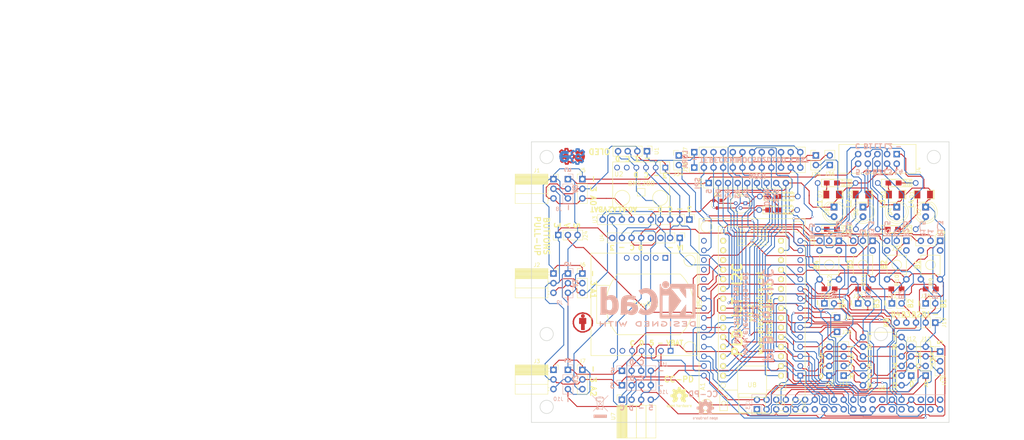
<source format=kicad_pcb>
(kicad_pcb (version 4) (host pcbnew 4.0.7+dfsg1-1~bpo8+1)
  (layers (0 F.Cu signal) (31 B.Cu signal) (34 B.Paste user) (35 F.Paste user) (36 B.SilkS user) (37 F.SilkS user) (38 B.Mask user) (39 F.Mask user) (44 Edge.Cuts user))
  (net 0 "")
  (net 1 /GND)
  (net 2 "Net-(D1-Pad2)")
  (net 3 "Net-(D2-Pad2)")
  (net 4 "Net-(D3-Pad2)")
  (net 5 "Net-(D4-Pad2)")
  (net 6 "Net-(D5-Pad2)")
  (net 7 "Net-(D6-Pad2)")
  (net 8 "Net-(D7-Pad2)")
  (net 9 "Net-(D8-Pad2)")
  (net 10 /VCC_3)
  (net 11 /SIG_A0)
  (net 12 /SIG_A1)
  (net 13 /SIG_A2)
  (net 14 /L4)
  (net 15 /L3)
  (net 16 /L2)
  (net 17 /L1)
  (net 18 /SDA_5)
  (net 19 /SCL_5)
  (net 20 /VCC_5)
  (net 21 /SDA_3)
  (net 22 /SCL_3)
  (net 23 /INT_ACC)
  (net 24 "Net-(U2-Pad5)")
  (net 25 "Net-(U2-Pad6)")
  (net 26 "Net-(U3-Pad6)")
  (net 27 /V_BAT_RTC)
  (net 28 "Net-(U4-Pad3)")
  (net 29 "Net-(U4-Pad4)")
  (net 30 "Net-(U5-Pad1)")
  (net 31 "Net-(U5-Pad2)")
  (net 32 "Net-(U5-Pad3)")
  (net 33 "Net-(U5-Pad4)")
  (net 34 "Net-(U5-Pad5)")
  (net 35 "Net-(U5-Pad6)")
  (net 36 "Net-(A1-Pad30)")
  (net 37 "Net-(A1-Pad1)")
  (net 38 "Net-(A1-Pad2)")
  (net 39 "Net-(A1-Pad3)")
  (net 40 "Net-(A1-Pad26)")
  (net 41 "Net-(A1-Pad25)")
  (net 42 /R1_5)
  (net 43 /RX_5)
  (net 44 /TX_5)
  (net 45 "Net-(A1-Pad22)")
  (net 46 /R2_5)
  (net 47 "Net-(A1-Pad21)")
  (net 48 /B1)
  (net 49 /B4)
  (net 50 /B2)
  (net 51 /B3)
  (net 52 /R3_5)
  (net 53 "Net-(A1-Pad18)")
  (net 54 /R4_5)
  (net 55 /SPI_MOSI_5)
  (net 56 /SPI_SCK_5)
  (net 57 /SPI_MISO_5)
  (net 58 /RX_3)
  (net 59 /TX_3)
  (net 60 /LR_TXEN)
  (net 61 /LR_RXEN)
  (net 62 /SPI_SCK_3)
  (net 63 /VCC)
  (net 64 "Net-(J25-Pad1)")
  (net 65 "Net-(J26-Pad1)")
  (net 66 /SPI_MISO_3)
  (net 67 /R3_3)
  (net 68 /DIO_2)
  (net 69 /DIO_1)
  (net 70 /DIO_0)
  (net 71 /LR_RST)
  (net 72 /R1_3)
  (net 73 /R2_3)
  (net 74 "Net-(Q1-Pad1)")
  (net 75 "Net-(Q2-Pad2)")
  (net 76 "Net-(SW1-Pad1)")
  (net 77 "Net-(SW1-Pad4)")
  (net 78 "Net-(SW2-Pad1)")
  (net 79 "Net-(SW2-Pad4)")
  (net 80 "Net-(SW3-Pad1)")
  (net 81 "Net-(SW3-Pad4)")
  (net 82 "Net-(SW4-Pad1)")
  (net 83 "Net-(SW4-Pad4)")
  (net 84 "Net-(U5-Pad7)")
  (net 85 "Net-(U8-Pad20)")
  (net 86 "Net-(U8-Pad19)")
  (net 87 "Net-(U8-Pad12)")
  (net 88 "Net-(U8-Pad18)")
  (net 89 "Net-(U8-Pad13)")
  (net 90 "Net-(U8-Pad16)")
  (net 91 "Net-(J33-Pad7)")
  (net 92 "Net-(J33-Pad11)")
  (net 93 "Net-(J33-Pad13)")
  (net 94 "Net-(J33-Pad26)")
  (net 95 "Net-(J33-Pad27)")
  (net 96 "Net-(J33-Pad28)")
  (net 97 "Net-(J33-Pad29)")
  (net 98 "Net-(J33-Pad31)")
  (net 99 "Net-(J33-Pad36)")
  (net 100 "Net-(J33-Pad37)")
  (net 101 "Net-(J33-Pad38)")
  (net 102 "Net-(J33-Pad40)")
  (net 103 /SPI_MOSI_3)
  (net 104 /SPI_CE_3)
  (net 105 /R4_3)
  (module eCat:logo_eCat (layer B.Cu) (at 150.5712 41.5544)
    (fp_text reference VAL hide)
    (fp_text value logo_eCat hide)
    (fp_line (start 1.9558 -2.2606) (end 1.2827 -2.2606) (layer B.Cu) (width 0.381))
    (fp_line (start 1.2827 -2.2606) (end 1.2446 -2.1717) (layer B.Cu) (width 0.381))
    (fp_line (start 1.2446 -2.1717) (end 1.1303 -1.6764) (layer B.Cu) (width 0.381))
    (fp_line (start 1.1303 -1.6764) (end 0.889 -1.5494) (layer B.Cu) (width 0.381))
    (fp_line (start 0.889 -1.5494) (end 0.4826 -1.7907) (layer B.Cu) (width 0.381))
    (fp_line (start 0.4826 -1.7907) (end 0.3556 -1.8161) (layer B.Cu) (width 0.381))
    (fp_line (start 0.3556 -1.8161) (end -0.0508 -1.397) (layer B.Cu) (width 0.381))
    (fp_line (start -0.0508 -1.397) (end -0.0254 -1.2446) (layer B.Cu) (width 0.381))
    (fp_line (start -0.0254 -1.2446) (end 0.254 -0.8763) (layer B.Cu) (width 0.381))
    (fp_line (start 0.254 -0.8763) (end 0.2032 -0.6604) (layer B.Cu) (width 0.381))
    (fp_line (start 0.2032 -0.6604) (end -0.2286 -0.5461) (layer B.Cu) (width 0.381))
    (fp_line (start -0.2286 -0.5461) (end -0.2667 -0.5334) (layer B.Cu) (width 0.381))
    (fp_line (start -0.2667 -0.5334) (end -0.3429 -0.5207) (layer B.Cu) (width 0.381))
    (fp_line (start -0.3429 -0.5207) (end -0.3683 -0.4445) (layer B.Cu) (width 0.381))
    (fp_line (start -0.3683 -0.4445) (end -0.3683 0.0127) (layer B.Cu) (width 0.381))
    (fp_line (start -0.3683 0.0127) (end -0.3302 0.1778) (layer B.Cu) (width 0.381))
    (fp_line (start -0.3302 0.1778) (end 0.1905 0.2794) (layer B.Cu) (width 0.381))
    (fp_line (start 0.1905 0.2794) (end 0.254 0.4191) (layer B.Cu) (width 0.381))
    (fp_line (start 0.254 0.4191) (end -0.0127 0.8255) (layer B.Cu) (width 0.381))
    (fp_line (start -0.0127 0.8255) (end -0.0508 0.9906) (layer B.Cu) (width 0.381))
    (fp_line (start -0.0508 0.9906) (end 0.3302 1.3589) (layer B.Cu) (width 0.381))
    (fp_line (start 0.3302 1.3589) (end 0.4699 1.3843) (layer B.Cu) (width 0.381))
    (fp_line (start 0.4699 1.3843) (end 0.9271 1.1049) (layer B.Cu) (width 0.381))
    (fp_line (start 0.9271 1.1049) (end 1.0922 1.1811) (layer B.Cu) (width 0.381))
    (fp_line (start 1.0922 1.1811) (end 1.1938 1.6764) (layer B.Cu) (width 0.381))
    (fp_line (start 1.1938 1.6764) (end 1.2319 1.7145) (layer B.Cu) (width 0.381))
    (fp_line (start 1.2319 1.7145) (end 1.8034 1.7272) (layer B.Cu) (width 0.381))
    (fp_line (start 1.8034 1.7272) (end 1.9939 1.2065) (layer B.Cu) (width 0.381))
    (fp_line (start 1.9939 1.2065) (end 2.2352 1.1049) (layer B.Cu) (width 0.381))
    (fp_line (start 2.2352 1.1049) (end 2.7559 1.27) (layer B.Cu) (width 0.381))
    (fp_line (start 2.7559 1.27) (end 3.0607 0.9652) (layer B.Cu) (width 0.381))
    (fp_line (start 3.0607 0.9652) (end 2.8067 0.508) (layer B.Cu) (width 0.381))
    (fp_line (start 2.8067 0.508) (end 2.2352 0.0762) (layer B.Cu) (width 0.381))
    (fp_line (start 3.1623 -0.762) (end 3.0353 -0.9906) (layer B.Cu) (width 0.381))
    (fp_line (start 3.0353 -0.9906) (end 3.3528 -1.4859) (layer B.Cu) (width 0.381))
    (fp_line (start 3.3528 -1.4859) (end 2.8702 -1.9431) (layer B.Cu) (width 0.381))
    (fp_line (start 2.8702 -1.9431) (end 2.3368 -1.6002) (layer B.Cu) (width 0.381))
    (fp_line (start 2.3368 -1.6002) (end 2.0066 -1.7018) (layer B.Cu) (width 0.381))
    (fp_line (start 2.0066 -1.7018) (end 1.9177 -2.1844) (layer B.Cu) (width 0.381))
    (fp_line (start 2.2352 0.0762) (end 2.0193 0.2159) (layer B.Cu) (width 0.381))
    (fp_line (start 2.0193 0.2159) (end 1.8415 0.2921) (layer B.Cu) (width 0.381))
    (fp_line (start 1.8415 0.2921) (end 1.5494 0.2921) (layer B.Cu) (width 0.381))
    (fp_line (start 1.5494 0.2921) (end 1.3081 0.1524) (layer B.Cu) (width 0.381))
    (fp_line (start 1.3081 0.1524) (end 1.1684 -0.0635) (layer B.Cu) (width 0.381))
    (fp_line (start 1.1684 -0.0635) (end 1.1176 -0.3302) (layer B.Cu) (width 0.381))
    (fp_line (start 1.1176 -0.3302) (end 1.2446 -0.5969) (layer B.Cu) (width 0.381))
    (fp_line (start 1.2446 -0.5969) (end 1.4351 -0.7366) (layer B.Cu) (width 0.381))
    (fp_line (start 1.4351 -0.7366) (end 1.6891 -0.8382) (layer B.Cu) (width 0.381))
    (fp_line (start 1.6891 -0.8382) (end 1.9558 -0.762) (layer B.Cu) (width 0.381))
    (fp_line (start 1.9558 -0.762) (end 2.1336 -0.6477) (layer B.Cu) (width 0.381))
    (fp_line (start 2.1336 -0.6477) (end 2.2733 -0.4445) (layer B.Cu) (width 0.381))
    (fp_line (start 2.2733 -0.4445) (end 2.413 -0.4318) (layer B.Cu) (width 0.381))
    (fp_line (start 2.413 -0.4318) (end 3.0734 -0.7493) (layer B.Cu) (width 0.381))
    (fp_line (start -0.7874 -0.3683) (end -0.7874 -0.1905) (layer B.Cu) (width 0.381))
    (fp_line (start -0.7874 -0.1905) (end -0.8128 0.0889) (layer B.Cu) (width 0.381))
    (fp_line (start -0.8128 0.0889) (end -0.8509 0.2921) (layer B.Cu) (width 0.381))
    (fp_line (start -0.8509 0.2921) (end -0.9525 0.5715) (layer B.Cu) (width 0.381))
    (fp_line (start -0.9525 0.5715) (end -1.1049 0.762) (layer B.Cu) (width 0.381))
    (fp_line (start -1.1049 0.762) (end -1.2954 0.9144) (layer B.Cu) (width 0.381))
    (fp_line (start -1.2954 0.9144) (end -1.5367 1.0287) (layer B.Cu) (width 0.381))
    (fp_line (start -1.5367 1.0287) (end -1.7653 1.0541) (layer B.Cu) (width 0.381))
    (fp_line (start -1.7653 1.0541) (end -1.8669 1.0541) (layer B.Cu) (width 0.381))
    (fp_line (start -1.8669 1.0541) (end -2.1463 1.0287) (layer B.Cu) (width 0.381))
    (fp_line (start -2.1463 1.0287) (end -2.3876 0.9144) (layer B.Cu) (width 0.381))
    (fp_line (start -2.3876 0.9144) (end -2.6162 0.7747) (layer B.Cu) (width 0.381))
    (fp_line (start -2.6162 0.7747) (end -2.794 0.5842) (layer B.Cu) (width 0.381))
    (fp_line (start -2.794 0.5842) (end -2.9337 0.3048) (layer B.Cu) (width 0.381))
    (fp_line (start -2.9337 0.3048) (end -3.0099 0.0254) (layer B.Cu) (width 0.381))
    (fp_line (start -3.0099 0.0254) (end -3.0226 -0.2667) (layer B.Cu) (width 0.381))
    (fp_line (start -3.0226 -0.2667) (end -3.0226 -0.4064) (layer B.Cu) (width 0.381))
    (fp_line (start -3.0226 -0.4064) (end -2.9718 -0.7112) (layer B.Cu) (width 0.381))
    (fp_line (start -2.9718 -0.7112) (end -2.8702 -0.9779) (layer B.Cu) (width 0.381))
    (fp_line (start -2.8702 -0.9779) (end -2.6924 -1.2319) (layer B.Cu) (width 0.381))
    (fp_line (start -2.6924 -1.2319) (end -2.4892 -1.3843) (layer B.Cu) (width 0.381))
    (fp_line (start -2.4892 -1.3843) (end -2.286 -1.524) (layer B.Cu) (width 0.381))
    (fp_line (start -2.286 -1.524) (end -2.0447 -1.5875) (layer B.Cu) (width 0.381))
    (fp_line (start -2.0447 -1.5875) (end -1.6764 -1.5875) (layer B.Cu) (width 0.381))
    (fp_line (start -1.6764 -1.5875) (end -1.2446 -1.5367) (layer B.Cu) (width 0.381))
    (fp_line (start -1.2446 -1.5367) (end -0.9652 -1.4224) (layer B.Cu) (width 0.381))
    (fp_line (start -0.9652 -1.4224) (end -1.0287 -1.0668) (layer B.Cu) (width 0.381))
    (fp_line (start -1.0287 -1.0668) (end -1.3462 -1.1811) (layer B.Cu) (width 0.381))
    (fp_line (start -1.3462 -1.1811) (end -1.6637 -1.2192) (layer B.Cu) (width 0.381))
    (fp_line (start -1.6637 -1.2192) (end -2.0828 -1.2065) (layer B.Cu) (width 0.381))
    (fp_line (start -2.0828 -1.2065) (end -2.3368 -1.0668) (layer B.Cu) (width 0.381))
    (fp_line (start -2.3368 -1.0668) (end -2.5019 -0.889) (layer B.Cu) (width 0.381))
    (fp_line (start -2.5019 -0.889) (end -2.6416 -0.5969) (layer B.Cu) (width 0.381))
    (fp_line (start -2.6416 -0.5969) (end -2.7051 -0.2794) (layer B.Cu) (width 0.381))
    (fp_line (start -2.7051 -0.2794) (end -2.6797 0.0508) (layer B.Cu) (width 0.381))
    (fp_line (start -2.6797 0.0508) (end -2.5654 0.3556) (layer B.Cu) (width 0.381))
    (fp_line (start -2.5654 0.3556) (end -2.4003 0.5715) (layer B.Cu) (width 0.381))
    (fp_line (start -2.4003 0.5715) (end -2.1209 0.7493) (layer B.Cu) (width 0.381))
    (fp_line (start -2.1209 0.7493) (end -1.8669 0.8001) (layer B.Cu) (width 0.381))
    (fp_line (start -1.8669 0.8001) (end -1.5621 0.7366) (layer B.Cu) (width 0.381))
    (fp_line (start -1.5621 0.7366) (end -1.3843 0.6096) (layer B.Cu) (width 0.381))
    (fp_line (start -1.3843 0.6096) (end -1.2319 0.4445) (layer B.Cu) (width 0.381))
    (fp_line (start -1.2319 0.4445) (end -1.1303 0.2032) (layer B.Cu) (width 0.381))
    (fp_line (start -1.1303 0.2032) (end -1.1303 0.0127) (layer B.Cu) (width 0.381))
    (fp_line (start -1.1303 0.0127) (end -1.1049 -0.3556) (layer B.Cu) (width 0.381))
    (fp_line (start -1.1049 -0.3556) (end -2.5146 -0.3556) (layer B.Cu) (width 0.381))
    (fp_line (start -2.5146 -0.3556) (end -2.9718 -0.2667) (layer B.Cu) (width 0.381))
    (fp_line (start -2.9718 -0.2667) (end -2.5654 -0.2032) (layer B.Cu) (width 0.381))
    (fp_line (start -2.5654 -0.2032) (end -0.7874 -0.2032) (layer B.Cu) (width 0.381))
    (fp_line (start -0.7874 -0.2032) (end -0.7874 -0.3683) (layer B.Cu) (width 0.381))
    (fp_line (start -0.7874 -0.3683) (end -1.1049 -0.3556) (layer B.Cu) (width 0.381))
    (fp_line (start -0.7874 -0.3683) (end -1.1049 -0.3556) (layer B.Cu) (width 0.381))
    (fp_line (start -0.7874 -0.2032) (end -0.7874 -0.3683) (layer B.Cu) (width 0.381))
    (fp_line (start -2.5654 -0.2032) (end -0.7874 -0.2032) (layer B.Cu) (width 0.381))
    (fp_line (start -2.9718 -0.2667) (end -2.5654 -0.2032) (layer B.Cu) (width 0.381))
    (fp_line (start -2.5146 -0.3556) (end -2.9718 -0.2667) (layer B.Cu) (width 0.381))
    (fp_line (start -1.1049 -0.3556) (end -2.5146 -0.3556) (layer B.Cu) (width 0.381))
    (fp_line (start -1.1303 0.0127) (end -1.1049 -0.3556) (layer B.Cu) (width 0.381))
    (fp_line (start -1.1303 0.2032) (end -1.1303 0.0127) (layer B.Cu) (width 0.381))
    (fp_line (start -1.2319 0.4445) (end -1.1303 0.2032) (layer B.Cu) (width 0.381))
    (fp_line (start -1.3843 0.6096) (end -1.2319 0.4445) (layer B.Cu) (width 0.381))
    (fp_line (start -1.5621 0.7366) (end -1.3843 0.6096) (layer B.Cu) (width 0.381))
    (fp_line (start -1.8669 0.8001) (end -1.5621 0.7366) (layer B.Cu) (width 0.381))
    (fp_line (start -2.1209 0.7493) (end -1.8669 0.8001) (layer B.Cu) (width 0.381))
    (fp_line (start -2.4003 0.5715) (end -2.1209 0.7493) (layer B.Cu) (width 0.381))
    (fp_line (start -2.5654 0.3556) (end -2.4003 0.5715) (layer B.Cu) (width 0.381))
    (fp_line (start -2.6797 0.0508) (end -2.5654 0.3556) (layer B.Cu) (width 0.381))
    (fp_line (start -2.7051 -0.2794) (end -2.6797 0.0508) (layer B.Cu) (width 0.381))
    (fp_line (start -2.6416 -0.5969) (end -2.7051 -0.2794) (layer B.Cu) (width 0.381))
    (fp_line (start -2.5019 -0.889) (end -2.6416 -0.5969) (layer B.Cu) (width 0.381))
    (fp_line (start -2.3368 -1.0668) (end -2.5019 -0.889) (layer B.Cu) (width 0.381))
    (fp_line (start -2.0828 -1.2065) (end -2.3368 -1.0668) (layer B.Cu) (width 0.381))
    (fp_line (start -1.6637 -1.2192) (end -2.0828 -1.2065) (layer B.Cu) (width 0.381))
    (fp_line (start -1.3462 -1.1811) (end -1.6637 -1.2192) (layer B.Cu) (width 0.381))
    (fp_line (start -1.0287 -1.0668) (end -1.3462 -1.1811) (layer B.Cu) (width 0.381))
    (fp_line (start -0.9652 -1.4224) (end -1.0287 -1.0668) (layer B.Cu) (width 0.381))
    (fp_line (start -1.2446 -1.5367) (end -0.9652 -1.4224) (layer B.Cu) (width 0.381))
    (fp_line (start -1.6764 -1.5875) (end -1.2446 -1.5367) (layer B.Cu) (width 0.381))
    (fp_line (start -2.0447 -1.5875) (end -1.6764 -1.5875) (layer B.Cu) (width 0.381))
    (fp_line (start -2.286 -1.524) (end -2.0447 -1.5875) (layer B.Cu) (width 0.381))
    (fp_line (start -2.4892 -1.3843) (end -2.286 -1.524) (layer B.Cu) (width 0.381))
    (fp_line (start -2.6924 -1.2319) (end -2.4892 -1.3843) (layer B.Cu) (width 0.381))
    (fp_line (start -2.8702 -0.9779) (end -2.6924 -1.2319) (layer B.Cu) (width 0.381))
    (fp_line (start -2.9718 -0.7112) (end -2.8702 -0.9779) (layer B.Cu) (width 0.381))
    (fp_line (start -3.0226 -0.4064) (end -2.9718 -0.7112) (layer B.Cu) (width 0.381))
    (fp_line (start -3.0226 -0.2667) (end -3.0226 -0.4064) (layer B.Cu) (width 0.381))
    (fp_line (start -3.0099 0.0254) (end -3.0226 -0.2667) (layer B.Cu) (width 0.381))
    (fp_line (start -2.9337 0.3048) (end -3.0099 0.0254) (layer B.Cu) (width 0.381))
    (fp_line (start -2.794 0.5842) (end -2.9337 0.3048) (layer B.Cu) (width 0.381))
    (fp_line (start -2.6162 0.7747) (end -2.794 0.5842) (layer B.Cu) (width 0.381))
    (fp_line (start -2.3876 0.9144) (end -2.6162 0.7747) (layer B.Cu) (width 0.381))
    (fp_line (start -2.1463 1.0287) (end -2.3876 0.9144) (layer B.Cu) (width 0.381))
    (fp_line (start -1.8669 1.0541) (end -2.1463 1.0287) (layer B.Cu) (width 0.381))
    (fp_line (start -1.7653 1.0541) (end -1.8669 1.0541) (layer B.Cu) (width 0.381))
    (fp_line (start -1.5367 1.0287) (end -1.7653 1.0541) (layer B.Cu) (width 0.381))
    (fp_line (start -1.2954 0.9144) (end -1.5367 1.0287) (layer B.Cu) (width 0.381))
    (fp_line (start -1.1049 0.762) (end -1.2954 0.9144) (layer B.Cu) (width 0.381))
    (fp_line (start -0.9525 0.5715) (end -1.1049 0.762) (layer B.Cu) (width 0.381))
    (fp_line (start -0.8509 0.2921) (end -0.9525 0.5715) (layer B.Cu) (width 0.381))
    (fp_line (start -0.8128 0.0889) (end -0.8509 0.2921) (layer B.Cu) (width 0.381))
    (fp_line (start -0.7874 -0.1905) (end -0.8128 0.0889) (layer B.Cu) (width 0.381))
    (fp_line (start -0.7874 -0.3683) (end -0.7874 -0.1905) (layer B.Cu) (width 0.381))
    (fp_line (start 2.413 -0.4318) (end 3.0734 -0.7493) (layer B.Cu) (width 0.381))
    (fp_line (start 2.2733 -0.4445) (end 2.413 -0.4318) (layer B.Cu) (width 0.381))
    (fp_line (start 2.1336 -0.6477) (end 2.2733 -0.4445) (layer B.Cu) (width 0.381))
    (fp_line (start 1.9558 -0.762) (end 2.1336 -0.6477) (layer B.Cu) (width 0.381))
    (fp_line (start 1.6891 -0.8382) (end 1.9558 -0.762) (layer B.Cu) (width 0.381))
    (fp_line (start 1.4351 -0.7366) (end 1.6891 -0.8382) (layer B.Cu) (width 0.381))
    (fp_line (start 1.2446 -0.5969) (end 1.4351 -0.7366) (layer B.Cu) (width 0.381))
    (fp_line (start 1.1176 -0.3302) (end 1.2446 -0.5969) (layer B.Cu) (width 0.381))
    (fp_line (start 1.1684 -0.0635) (end 1.1176 -0.3302) (layer B.Cu) (width 0.381))
    (fp_line (start 1.3081 0.1524) (end 1.1684 -0.0635) (layer B.Cu) (width 0.381))
    (fp_line (start 1.5494 0.2921) (end 1.3081 0.1524) (layer B.Cu) (width 0.381))
    (fp_line (start 1.8415 0.2921) (end 1.5494 0.2921) (layer B.Cu) (width 0.381))
    (fp_line (start 2.0193 0.2159) (end 1.8415 0.2921) (layer B.Cu) (width 0.381))
    (fp_line (start 2.2352 0.0762) (end 2.0193 0.2159) (layer B.Cu) (width 0.381))
    (fp_line (start 2.0066 -1.7018) (end 1.9177 -2.1844) (layer B.Cu) (width 0.381))
    (fp_line (start 2.3368 -1.6002) (end 2.0066 -1.7018) (layer B.Cu) (width 0.381))
    (fp_line (start 2.8702 -1.9431) (end 2.3368 -1.6002) (layer B.Cu) (width 0.381))
    (fp_line (start 3.3528 -1.4859) (end 2.8702 -1.9431) (layer B.Cu) (width 0.381))
    (fp_line (start 3.0353 -0.9906) (end 3.3528 -1.4859) (layer B.Cu) (width 0.381))
    (fp_line (start 3.1623 -0.762) (end 3.0353 -0.9906) (layer B.Cu) (width 0.381))
    (fp_line (start 2.8067 0.508) (end 2.2352 0.0762) (layer B.Cu) (width 0.381))
    (fp_line (start 3.0607 0.9652) (end 2.8067 0.508) (layer B.Cu) (width 0.381))
    (fp_line (start 2.7559 1.27) (end 3.0607 0.9652) (layer B.Cu) (width 0.381))
    (fp_line (start 2.2352 1.1049) (end 2.7559 1.27) (layer B.Cu) (width 0.381))
    (fp_line (start 1.9939 1.2065) (end 2.2352 1.1049) (layer B.Cu) (width 0.381))
    (fp_line (start 1.8034 1.7272) (end 1.9939 1.2065) (layer B.Cu) (width 0.381))
    (fp_line (start 1.2319 1.7145) (end 1.8034 1.7272) (layer B.Cu) (width 0.381))
    (fp_line (start 1.1938 1.6764) (end 1.2319 1.7145) (layer B.Cu) (width 0.381))
    (fp_line (start 1.0922 1.1811) (end 1.1938 1.6764) (layer B.Cu) (width 0.381))
    (fp_line (start 0.9271 1.1049) (end 1.0922 1.1811) (layer B.Cu) (width 0.381))
    (fp_line (start 0.4699 1.3843) (end 0.9271 1.1049) (layer B.Cu) (width 0.381))
    (fp_line (start 0.3302 1.3589) (end 0.4699 1.3843) (layer B.Cu) (width 0.381))
    (fp_line (start -0.0508 0.9906) (end 0.3302 1.3589) (layer B.Cu) (width 0.381))
    (fp_line (start -0.0127 0.8255) (end -0.0508 0.9906) (layer B.Cu) (width 0.381))
    (fp_line (start 0.254 0.4191) (end -0.0127 0.8255) (layer B.Cu) (width 0.381))
    (fp_line (start 0.1905 0.2794) (end 0.254 0.4191) (layer B.Cu) (width 0.381))
    (fp_line (start -0.3302 0.1778) (end 0.1905 0.2794) (layer B.Cu) (width 0.381))
    (fp_line (start -0.3683 0.0127) (end -0.3302 0.1778) (layer B.Cu) (width 0.381))
    (fp_line (start -0.3683 -0.4445) (end -0.3683 0.0127) (layer B.Cu) (width 0.381))
    (fp_line (start -0.3429 -0.5207) (end -0.3683 -0.4445) (layer B.Cu) (width 0.381))
    (fp_line (start -0.2667 -0.5334) (end -0.3429 -0.5207) (layer B.Cu) (width 0.381))
    (fp_line (start -0.2286 -0.5461) (end -0.2667 -0.5334) (layer B.Cu) (width 0.381))
    (fp_line (start 0.2032 -0.6604) (end -0.2286 -0.5461) (layer B.Cu) (width 0.381))
    (fp_line (start 0.254 -0.8763) (end 0.2032 -0.6604) (layer B.Cu) (width 0.381))
    (fp_line (start -0.0254 -1.2446) (end 0.254 -0.8763) (layer B.Cu) (width 0.381))
    (fp_line (start -0.0508 -1.397) (end -0.0254 -1.2446) (layer B.Cu) (width 0.381))
    (fp_line (start 0.3556 -1.8161) (end -0.0508 -1.397) (layer B.Cu) (width 0.381))
    (fp_line (start 0.4826 -1.7907) (end 0.3556 -1.8161) (layer B.Cu) (width 0.381))
    (fp_line (start 0.889 -1.5494) (end 0.4826 -1.7907) (layer B.Cu) (width 0.381))
    (fp_line (start 1.1303 -1.6764) (end 0.889 -1.5494) (layer B.Cu) (width 0.381))
    (fp_line (start 1.2446 -2.1717) (end 1.1303 -1.6764) (layer B.Cu) (width 0.381))
    (fp_line (start 1.2827 -2.2606) (end 1.2446 -2.1717) (layer B.Cu) (width 0.381))
    (fp_line (start 1.9558 -2.2606) (end 1.2827 -2.2606) (layer B.Cu) (width 0.381))
    (fp_poly (pts) (layer B.Cu) (width 0.00254))
  )
  (module eCat:ESP32_DEVKIT_V1 (layer F.Cu) (at 198.12 81.28 90)
    (fp_text reference U8 (at -20.23 0 180) (layer F.SilkS) (effects (font (size 1.2 1.2))))
    (fp_text value ESP32-Dev)
    (pad 30 thru_hole circle (at -17.78 -12.7 90) (size 1.5 1.5) (drill 1) (layers *.Cu *.Mask) (net 20 /VCC_5))
    (pad 1 thru_hole rect (at -17.78 12.7 90) (size 1.5 1.5) (drill 1) (layers *.Cu *.Mask) (net 10 /VCC_3))
    (pad 29 thru_hole circle (at -15.24 -12.7 90) (size 1.5 1.5) (drill 1) (layers *.Cu *.Mask) (net 1 /GND))
    (pad 2 thru_hole circle (at -15.24 12.7 90) (size 1.5 1.5) (drill 1) (layers *.Cu *.Mask) (net 1 /GND))
    (pad 28 thru_hole circle (at -12.7 -12.7 90) (size 1.5 1.5) (drill 1) (layers *.Cu *.Mask) (net 69 /DIO_1))
    (pad 3 thru_hole circle (at -12.7 12.7 90) (size 1.5 1.5) (drill 1) (layers *.Cu *.Mask) (net 66 /SPI_MISO_3))
    (pad 27 thru_hole circle (at -10.16 -12.7 90) (size 1.5 1.5) (drill 1) (layers *.Cu *.Mask) (net 68 /DIO_2))
    (pad 4 thru_hole circle (at -10.16 12.7 90) (size 1.5 1.5) (drill 1) (layers *.Cu *.Mask) (net 65 "Net-(J26-Pad1)"))
    (pad 26 thru_hole circle (at -7.62 -12.7 90) (size 1.5 1.5) (drill 1) (layers *.Cu *.Mask) (net 71 /LR_RST))
    (pad 5 thru_hole circle (at -7.62 12.7 90) (size 1.5 1.5) (drill 1) (layers *.Cu *.Mask) (net 64 "Net-(J25-Pad1)"))
    (pad 25 thru_hole circle (at -5.08 -12.7 90) (size 1.5 1.5) (drill 1) (layers *.Cu *.Mask) (net 48 /B1))
    (pad 6 thru_hole circle (at -5.08 12.7 90) (size 1.5 1.5) (drill 1) (layers *.Cu *.Mask) (net 58 /RX_3))
    (pad 24 thru_hole circle (at -2.54 -12.7 90) (size 1.5 1.5) (drill 1) (layers *.Cu *.Mask) (net 105 /R4_3))
    (pad 7 thru_hole circle (at -2.54 12.7 90) (size 1.5 1.5) (drill 1) (layers *.Cu *.Mask) (net 59 /TX_3))
    (pad 23 thru_hole circle (at 0 -12.7 90) (size 1.5 1.5) (drill 1) (layers *.Cu *.Mask) (net 67 /R3_3))
    (pad 8 thru_hole circle (at 0 12.7 90) (size 1.5 1.5) (drill 1) (layers *.Cu *.Mask) (net 62 /SPI_SCK_3))
    (pad 22 thru_hole circle (at 2.54 -12.7 90) (size 1.5 1.5) (drill 1) (layers *.Cu *.Mask) (net 73 /R2_3))
    (pad 9 thru_hole circle (at 2.54 12.7 90) (size 1.5 1.5) (drill 1) (layers *.Cu *.Mask) (net 50 /B2))
    (pad 21 thru_hole circle (at 5.08 -12.7 90) (size 1.5 1.5) (drill 1) (layers *.Cu *.Mask) (net 72 /R1_3))
    (pad 10 thru_hole circle (at 5.08 12.7 90) (size 1.5 1.5) (drill 1) (layers *.Cu *.Mask) (net 51 /B3))
    (pad 20 thru_hole circle (at 7.62 -12.7 90) (size 1.5 1.5) (drill 1) (layers *.Cu *.Mask) (net 85 "Net-(U8-Pad20)"))
    (pad 11 thru_hole circle (at 7.62 12.7 90) (size 1.5 1.5) (drill 1) (layers *.Cu *.Mask) (net 21 /SDA_3))
    (pad 19 thru_hole circle (at 10.16 -12.7 90) (size 1.5 1.5) (drill 1) (layers *.Cu *.Mask) (net 86 "Net-(U8-Pad19)"))
    (pad 12 thru_hole circle (at 10.16 12.7 90) (size 1.5 1.5) (drill 1) (layers *.Cu *.Mask) (net 87 "Net-(U8-Pad12)"))
    (pad 18 thru_hole circle (at 12.7 -12.7 90) (size 1.5 1.5) (drill 1) (layers *.Cu *.Mask) (net 88 "Net-(U8-Pad18)"))
    (pad 13 thru_hole circle (at 12.7 12.7 90) (size 1.5 1.5) (drill 1) (layers *.Cu *.Mask) (net 89 "Net-(U8-Pad13)"))
    (pad 17 thru_hole circle (at 15.24 -12.7 90) (size 1.5 1.5) (drill 1) (layers *.Cu *.Mask) (net 60 /LR_TXEN))
    (pad 14 thru_hole circle (at 15.24 12.7 90) (size 1.5 1.5) (drill 1) (layers *.Cu *.Mask) (net 22 /SCL_3))
    (pad 16 thru_hole circle (at 17.78 -12.7 90) (size 1.5 1.5) (drill 1) (layers *.Cu *.Mask) (net 90 "Net-(U8-Pad16)"))
    (pad 15 thru_hole circle (at 17.78 12.7 90) (size 1.5 1.5) (drill 1) (layers *.Cu *.Mask) (net 49 /B4))
  )
  (module SMD_Packages:SMD-1206_Pol (layer F.Cu) (at 243.332 51.308 180)
    (fp_text reference D1 (at 3.2004 0.0254 270) (layer F.SilkS))
    (fp_text value LED_ALT)
    (pad 1 smd rect (at -1.651 0 180) (size 1.524 2.032) (layers F.Cu F.Paste F.Mask) (net 1 /GND))
    (pad 2 smd rect (at 1.651 0 180) (size 1.524 2.032) (layers F.Cu F.Paste F.Mask) (net 2 "Net-(D1-Pad2)"))
  )
  (module LEDs:LED_D5.0mm_FlatTop (layer F.Cu) (at 243.84 54.61 270)
    (fp_text reference D2 (at 1.3208 1.7526 270) (layer F.SilkS))
    (fp_text value LED_ALT)
    (pad 1 thru_hole rect (at 0 0 270) (size 1.8 1.8) (drill 0.9) (layers *.Cu *.Mask) (net 1 /GND))
    (pad 2 thru_hole circle (at 2.54 0 270) (size 1.8 1.8) (drill 0.9) (layers *.Cu *.Mask) (net 3 "Net-(D2-Pad2)"))
  )
  (module SMD_Packages:SMD-1206_Pol (layer F.Cu) (at 235.839 51.308 180)
    (fp_text reference D3 (at 3.175 0 270) (layer F.SilkS))
    (fp_text value LED_ALT)
    (pad 1 smd rect (at -1.651 0 180) (size 1.524 2.032) (layers F.Cu F.Paste F.Mask) (net 1 /GND))
    (pad 2 smd rect (at 1.651 0 180) (size 1.524 2.032) (layers F.Cu F.Paste F.Mask) (net 4 "Net-(D3-Pad2)"))
  )
  (module LEDs:LED_D5.0mm_FlatTop (layer F.Cu) (at 236.22 54.61 270)
    (fp_text reference D4 (at 1.1938 1.7272 270) (layer F.SilkS))
    (fp_text value LED_ALT)
    (pad 1 thru_hole rect (at 0 0 270) (size 1.8 1.8) (drill 0.9) (layers *.Cu *.Mask) (net 1 /GND))
    (pad 2 thru_hole circle (at 2.54 0 270) (size 1.8 1.8) (drill 0.9) (layers *.Cu *.Mask) (net 5 "Net-(D4-Pad2)"))
  )
  (module SMD_Packages:SMD-1206_Pol (layer F.Cu) (at 227.076 51.308 180)
    (fp_text reference D5 (at 3.175 0.0254 270) (layer F.SilkS))
    (fp_text value LED_ALT)
    (pad 1 smd rect (at -1.651 0 180) (size 1.524 2.032) (layers F.Cu F.Paste F.Mask) (net 1 /GND))
    (pad 2 smd rect (at 1.651 0 180) (size 1.524 2.032) (layers F.Cu F.Paste F.Mask) (net 6 "Net-(D5-Pad2)"))
  )
  (module LEDs:LED_D5.0mm_FlatTop (layer F.Cu) (at 227.33 54.61 270)
    (fp_text reference D6 (at 1.2954 1.7272 270) (layer F.SilkS))
    (fp_text value LED_ALT)
    (pad 1 thru_hole rect (at 0 0 270) (size 1.8 1.8) (drill 0.9) (layers *.Cu *.Mask) (net 1 /GND))
    (pad 2 thru_hole circle (at 2.54 0 270) (size 1.8 1.8) (drill 0.9) (layers *.Cu *.Mask) (net 7 "Net-(D6-Pad2)"))
  )
  (module SMD_Packages:SMD-1206_Pol (layer F.Cu) (at 219.329 51.308 180)
    (fp_text reference D7 (at 3.2512 0.1016 270) (layer F.SilkS))
    (fp_text value LED_ALT)
    (pad 1 smd rect (at -1.651 0 180) (size 1.524 2.032) (layers F.Cu F.Paste F.Mask) (net 1 /GND))
    (pad 2 smd rect (at 1.651 0 180) (size 1.524 2.032) (layers F.Cu F.Paste F.Mask) (net 8 "Net-(D7-Pad2)"))
  )
  (module LEDs:LED_D5.0mm_FlatTop (layer F.Cu) (at 219.71 54.61 270)
    (fp_text reference D8 (at 1.2446 1.7272 270) (layer F.SilkS))
    (fp_text value LED_ALT)
    (pad 1 thru_hole rect (at 0 0 270) (size 1.8 1.8) (drill 0.9) (layers *.Cu *.Mask) (net 1 /GND))
    (pad 2 thru_hole circle (at 2.54 0 270) (size 1.8 1.8) (drill 0.9) (layers *.Cu *.Mask) (net 9 "Net-(D8-Pad2)"))
  )
  (module Socket_Strips:Socket_Strip_Angled_1x03_Pitch2.54mm (layer F.Cu) (at 145.796 47.244)
    (fp_text reference J1 (at -4.38 -2.27) (layer F.SilkS))
    (fp_text value Conn_01x03)
    (pad 1 thru_hole rect (at 0 0) (size 1.7 1.7) (drill 1) (layers *.Cu *.Mask) (net 1 /GND))
    (pad 2 thru_hole oval (at 0 2.54) (size 1.7 1.7) (drill 1) (layers *.Cu *.Mask) (net 10 /VCC_3))
    (pad 3 thru_hole oval (at 0 5.08) (size 1.7 1.7) (drill 1) (layers *.Cu *.Mask) (net 11 /SIG_A0))
  )
  (module Socket_Strips:Socket_Strip_Angled_1x03_Pitch2.54mm (layer F.Cu) (at 145.796 72.136)
    (fp_text reference J2 (at -4.38 -2.27) (layer F.SilkS))
    (fp_text value Conn_01x03)
    (pad 1 thru_hole rect (at 0 0) (size 1.7 1.7) (drill 1) (layers *.Cu *.Mask) (net 1 /GND))
    (pad 2 thru_hole oval (at 0 2.54) (size 1.7 1.7) (drill 1) (layers *.Cu *.Mask) (net 10 /VCC_3))
    (pad 3 thru_hole oval (at 0 5.08) (size 1.7 1.7) (drill 1) (layers *.Cu *.Mask) (net 12 /SIG_A1))
  )
  (module Socket_Strips:Socket_Strip_Angled_1x03_Pitch2.54mm (layer F.Cu) (at 145.796 97.536)
    (fp_text reference J3 (at -4.38 -2.27) (layer F.SilkS))
    (fp_text value Conn_01x03)
    (pad 1 thru_hole rect (at 0 0) (size 1.7 1.7) (drill 1) (layers *.Cu *.Mask) (net 1 /GND))
    (pad 2 thru_hole oval (at 0 2.54) (size 1.7 1.7) (drill 1) (layers *.Cu *.Mask) (net 10 /VCC_3))
    (pad 3 thru_hole oval (at 0 5.08) (size 1.7 1.7) (drill 1) (layers *.Cu *.Mask) (net 13 /SIG_A2))
  )
  (module Pin_Headers:Pin_Header_Straight_1x03_Pitch2.54mm (layer F.Cu) (at 153.416 47.244)
    (fp_text reference J5 (at 0 -2.33) (layer F.SilkS))
    (fp_text value Conn_01x03)
    (pad 1 thru_hole rect (at 0 0) (size 1.7 1.7) (drill 1) (layers *.Cu *.Mask) (net 1 /GND))
    (pad 2 thru_hole oval (at 0 2.54) (size 1.7 1.7) (drill 1) (layers *.Cu *.Mask) (net 10 /VCC_3))
    (pad 3 thru_hole oval (at 0 5.08) (size 1.7 1.7) (drill 1) (layers *.Cu *.Mask) (net 11 /SIG_A0))
  )
  (module Pin_Headers:Pin_Header_Straight_1x03_Pitch2.54mm (layer F.Cu) (at 153.416 72.136)
    (fp_text reference J6 (at 0 -2.33) (layer F.SilkS))
    (fp_text value Conn_01x03)
    (pad 1 thru_hole rect (at 0 0) (size 1.7 1.7) (drill 1) (layers *.Cu *.Mask) (net 1 /GND))
    (pad 2 thru_hole oval (at 0 2.54) (size 1.7 1.7) (drill 1) (layers *.Cu *.Mask) (net 10 /VCC_3))
    (pad 3 thru_hole oval (at 0 5.08) (size 1.7 1.7) (drill 1) (layers *.Cu *.Mask) (net 12 /SIG_A1))
  )
  (module Pin_Headers:Pin_Header_Straight_1x03_Pitch2.54mm (layer F.Cu) (at 153.416 97.536)
    (fp_text reference J7 (at 0 -2.33) (layer F.SilkS))
    (fp_text value Conn_01x03)
    (pad 1 thru_hole rect (at 0 0) (size 1.7 1.7) (drill 1) (layers *.Cu *.Mask) (net 1 /GND))
    (pad 2 thru_hole oval (at 0 2.54) (size 1.7 1.7) (drill 1) (layers *.Cu *.Mask) (net 10 /VCC_3))
    (pad 3 thru_hole oval (at 0 5.08) (size 1.7 1.7) (drill 1) (layers *.Cu *.Mask) (net 13 /SIG_A2))
  )
  (module Socket_Strips:Socket_Strip_Straight_1x03_Pitch2.54mm (layer B.Cu) (at 149.606 47.244 180)
    (fp_text reference J8 (at 2.3749 -7.874 180) (layer B.SilkS) (effects (justify mirror)))
    (fp_text value Conn_01x03)
    (pad 1 thru_hole rect (at 0 0 180) (size 1.7 1.7) (drill 1) (layers *.Cu *.Mask) (net 20 /VCC_5))
    (pad 2 thru_hole oval (at 0 -2.54 180) (size 1.7 1.7) (drill 1) (layers *.Cu *.Mask) (net 11 /SIG_A0))
    (pad 3 thru_hole oval (at 0 -5.08 180) (size 1.7 1.7) (drill 1) (layers *.Cu *.Mask) (net 1 /GND))
  )
  (module Socket_Strips:Socket_Strip_Straight_1x03_Pitch2.54mm (layer B.Cu) (at 149.606 72.136 180)
    (fp_text reference J9 (at 2.159 -7.6708 180) (layer B.SilkS) (effects (justify mirror)))
    (fp_text value Conn_01x03)
    (pad 1 thru_hole rect (at 0 0 180) (size 1.7 1.7) (drill 1) (layers *.Cu *.Mask) (net 20 /VCC_5))
    (pad 2 thru_hole oval (at 0 -2.54 180) (size 1.7 1.7) (drill 1) (layers *.Cu *.Mask) (net 12 /SIG_A1))
    (pad 3 thru_hole oval (at 0 -5.08 180) (size 1.7 1.7) (drill 1) (layers *.Cu *.Mask) (net 1 /GND))
  )
  (module Socket_Strips:Socket_Strip_Straight_1x03_Pitch2.54mm (layer B.Cu) (at 149.606 97.536 180)
    (fp_text reference J10 (at 2.5273 -7.7089 180) (layer B.SilkS) (effects (justify mirror)))
    (fp_text value Conn_01x03)
    (pad 1 thru_hole rect (at 0 0 180) (size 1.7 1.7) (drill 1) (layers *.Cu *.Mask) (net 20 /VCC_5))
    (pad 2 thru_hole oval (at 0 -2.54 180) (size 1.7 1.7) (drill 1) (layers *.Cu *.Mask) (net 13 /SIG_A2))
    (pad 3 thru_hole oval (at 0 -5.08 180) (size 1.7 1.7) (drill 1) (layers *.Cu *.Mask) (net 1 /GND))
  )
  (module Pin_Headers:Pin_Header_Straight_1x04_Pitch2.54mm (layer F.Cu) (at 243.84 99.06 180)
    (fp_text reference J11 (at -0.1016 9.7282 180) (layer F.SilkS))
    (fp_text value Conn_01x04)
    (pad 1 thru_hole rect (at 0 0 180) (size 1.7 1.7) (drill 1) (layers *.Cu *.Mask) (net 58 /RX_3))
    (pad 2 thru_hole oval (at 0 2.54 180) (size 1.7 1.7) (drill 1) (layers *.Cu *.Mask) (net 59 /TX_3))
    (pad 3 thru_hole oval (at 0 5.08 180) (size 1.7 1.7) (drill 1) (layers *.Cu *.Mask) (net 10 /VCC_3))
    (pad 4 thru_hole oval (at 0 7.62 180) (size 1.7 1.7) (drill 1) (layers *.Cu *.Mask) (net 1 /GND))
  )
  (module Pin_Headers:Pin_Header_Straight_1x04_Pitch2.54mm (layer F.Cu) (at 240.03 99.06 180)
    (fp_text reference J12 (at 0.0508 9.7282 180) (layer F.SilkS))
    (fp_text value Conn_01x04)
    (pad 1 thru_hole rect (at 0 0 180) (size 1.7 1.7) (drill 1) (layers *.Cu *.Mask) (net 21 /SDA_3))
    (pad 2 thru_hole oval (at 0 2.54 180) (size 1.7 1.7) (drill 1) (layers *.Cu *.Mask) (net 22 /SCL_3))
    (pad 3 thru_hole oval (at 0 5.08 180) (size 1.7 1.7) (drill 1) (layers *.Cu *.Mask) (net 10 /VCC_3))
    (pad 4 thru_hole oval (at 0 7.62 180) (size 1.7 1.7) (drill 1) (layers *.Cu *.Mask) (net 1 /GND))
  )
  (module Socket_Strips:Socket_Strip_Straight_1x03_Pitch2.54mm (layer F.Cu) (at 247.65 92.71)
    (fp_text reference J13 (at 1.0414 7.874 90) (layer F.SilkS))
    (fp_text value Conn_01x03)
    (pad 1 thru_hole rect (at 0 0) (size 1.7 1.7) (drill 1) (layers *.Cu *.Mask) (net 20 /VCC_5))
    (pad 2 thru_hole oval (at 0 2.54) (size 1.7 1.7) (drill 1) (layers *.Cu *.Mask) (net 10 /VCC_3))
    (pad 3 thru_hole oval (at 0 5.08) (size 1.7 1.7) (drill 1) (layers *.Cu *.Mask) (net 1 /GND))
  )
  (module Pin_Headers:Pin_Header_Straight_1x04_Pitch2.54mm (layer F.Cu) (at 222.25 99.06 180)
    (fp_text reference J14 (at 0 -2.33 180) (layer F.SilkS))
    (fp_text value Conn_01x04)
    (pad 1 thru_hole rect (at 0 0 180) (size 1.7 1.7) (drill 1) (layers *.Cu *.Mask) (net 43 /RX_5))
    (pad 2 thru_hole oval (at 0 2.54 180) (size 1.7 1.7) (drill 1) (layers *.Cu *.Mask) (net 44 /TX_5))
    (pad 3 thru_hole oval (at 0 5.08 180) (size 1.7 1.7) (drill 1) (layers *.Cu *.Mask) (net 20 /VCC_5))
    (pad 4 thru_hole oval (at 0 7.62 180) (size 1.7 1.7) (drill 1) (layers *.Cu *.Mask) (net 1 /GND))
  )
  (module Pin_Headers:Pin_Header_Straight_1x04_Pitch2.54mm (layer F.Cu) (at 218.44 99.06 180)
    (fp_text reference J15 (at 0 -2.33 180) (layer F.SilkS))
    (fp_text value Conn_01x04)
    (pad 1 thru_hole rect (at 0 0 180) (size 1.7 1.7) (drill 1) (layers *.Cu *.Mask) (net 18 /SDA_5))
    (pad 2 thru_hole oval (at 0 2.54 180) (size 1.7 1.7) (drill 1) (layers *.Cu *.Mask) (net 19 /SCL_5))
    (pad 3 thru_hole oval (at 0 5.08 180) (size 1.7 1.7) (drill 1) (layers *.Cu *.Mask) (net 20 /VCC_5))
    (pad 4 thru_hole oval (at 0 7.62 180) (size 1.7 1.7) (drill 1) (layers *.Cu *.Mask) (net 1 /GND))
  )
  (module Socket_Strips:Socket_Strip_Straight_1x04_Pitch2.54mm (layer B.Cu) (at 163.83 101.6 270)
    (fp_text reference J16 (at 1.7653 -10.9093 360) (layer B.SilkS) (effects (justify mirror)))
    (fp_text value Conn_01x04)
    (pad 1 thru_hole rect (at 0 0 270) (size 1.7 1.7) (drill 1) (layers *.Cu *.Mask) (net 10 /VCC_3))
    (pad 2 thru_hole oval (at 0 -2.54 270) (size 1.7 1.7) (drill 1) (layers *.Cu *.Mask) (net 21 /SDA_3))
    (pad 3 thru_hole oval (at 0 -5.08 270) (size 1.7 1.7) (drill 1) (layers *.Cu *.Mask) (net 22 /SCL_3))
    (pad 4 thru_hole oval (at 0 -7.62 270) (size 1.7 1.7) (drill 1) (layers *.Cu *.Mask) (net 1 /GND))
  )
  (module Socket_Strips:Socket_Strip_Straight_1x04_Pitch2.54mm (layer B.Cu) (at 163.83 97.79 270)
    (fp_text reference J17 (at -1.651 -10.8077 360) (layer B.SilkS) (effects (justify mirror)))
    (fp_text value Conn_01x04)
    (pad 1 thru_hole rect (at 0 0 270) (size 1.7 1.7) (drill 1) (layers *.Cu *.Mask) (net 20 /VCC_5))
    (pad 2 thru_hole oval (at 0 -2.54 270) (size 1.7 1.7) (drill 1) (layers *.Cu *.Mask) (net 18 /SDA_5))
    (pad 3 thru_hole oval (at 0 -5.08 270) (size 1.7 1.7) (drill 1) (layers *.Cu *.Mask) (net 19 /SCL_5))
    (pad 4 thru_hole oval (at 0 -7.62 270) (size 1.7 1.7) (drill 1) (layers *.Cu *.Mask) (net 1 /GND))
  )
  (module Resistors_SMD:R_0805_HandSoldering (layer F.Cu) (at 235.204 60.452 180)
    (fp_text reference R1 (at -3.0734 0.0254 270) (layer F.SilkS))
    (fp_text value 220)
    (pad 1 smd rect (at -1.35 0 180) (size 1.5 1.3) (layers F.Cu F.Paste F.Mask) (net 2 "Net-(D1-Pad2)"))
    (pad 2 smd rect (at 1.35 0 180) (size 1.5 1.3) (layers F.Cu F.Paste F.Mask) (net 17 /L1))
  )
  (module eCat:RESISTENCIA_0.25W (layer F.Cu) (at 236.22 60.452 180)
    (fp_text reference R2 (at -3.3528 -0.0254 270) (layer F.SilkS))
    (fp_text value 220)
    (pad 2 thru_hole oval (at 5 0 180) (size 1.5 1.5) (drill 1) (layers *.Cu *.Mask) (net 17 /L1))
    (pad 1 thru_hole oval (at -5 0 180) (size 1.5 1.5) (drill 1) (layers *.Cu *.Mask) (net 3 "Net-(D2-Pad2)"))
  )
  (module Resistors_SMD:R_0805_HandSoldering (layer F.Cu) (at 235.378 48.26)
    (fp_text reference R3 (at 3.0264 0 90) (layer F.SilkS))
    (fp_text value 220)
    (pad 1 smd rect (at -1.35 0) (size 1.5 1.3) (layers F.Cu F.Paste F.Mask) (net 4 "Net-(D3-Pad2)"))
    (pad 2 smd rect (at 1.35 0) (size 1.5 1.3) (layers F.Cu F.Paste F.Mask) (net 15 /L3))
  )
  (module eCat:RESISTENCIA_0.25W (layer F.Cu) (at 236.22 48.26)
    (fp_text reference R4 (at 3.4036 0.0254 90) (layer F.SilkS))
    (fp_text value 220)
    (pad 2 thru_hole oval (at 5 0) (size 1.5 1.5) (drill 1) (layers *.Cu *.Mask) (net 15 /L3))
    (pad 1 thru_hole oval (at -5 0) (size 1.5 1.5) (drill 1) (layers *.Cu *.Mask) (net 5 "Net-(D4-Pad2)"))
  )
  (module Resistors_SMD:R_0805_HandSoldering (layer F.Cu) (at 219.122 60.452 180)
    (fp_text reference R5 (at -3.1534 -0.0254 270) (layer F.SilkS))
    (fp_text value 220)
    (pad 1 smd rect (at -1.35 0 180) (size 1.5 1.3) (layers F.Cu F.Paste F.Mask) (net 6 "Net-(D5-Pad2)"))
    (pad 2 smd rect (at 1.35 0 180) (size 1.5 1.3) (layers F.Cu F.Paste F.Mask) (net 16 /L2))
  )
  (module eCat:RESISTENCIA_0.25W (layer F.Cu) (at 220.472 60.452 180)
    (fp_text reference R6 (at -3.2766 -0.0254 270) (layer F.SilkS))
    (fp_text value 220)
    (pad 2 thru_hole oval (at 5 0 180) (size 1.5 1.5) (drill 1) (layers *.Cu *.Mask) (net 16 /L2))
    (pad 1 thru_hole oval (at -5 0 180) (size 1.5 1.5) (drill 1) (layers *.Cu *.Mask) (net 7 "Net-(D6-Pad2)"))
  )
  (module Resistors_SMD:R_0805_HandSoldering (layer F.Cu) (at 219.122 48.26)
    (fp_text reference R7 (at 3.2042 0.0508 90) (layer F.SilkS))
    (fp_text value 220)
    (pad 1 smd rect (at -1.35 0) (size 1.5 1.3) (layers F.Cu F.Paste F.Mask) (net 8 "Net-(D7-Pad2)"))
    (pad 2 smd rect (at 1.35 0) (size 1.5 1.3) (layers F.Cu F.Paste F.Mask) (net 14 /L4))
  )
  (module eCat:RESISTENCIA_0.25W (layer F.Cu) (at 220.392 48.26)
    (fp_text reference R8 (at 3.3058 0 90) (layer F.SilkS))
    (fp_text value 220)
    (pad 2 thru_hole oval (at 5 0) (size 1.5 1.5) (drill 1) (layers *.Cu *.Mask) (net 14 /L4))
    (pad 1 thru_hole oval (at -5 0) (size 1.5 1.5) (drill 1) (layers *.Cu *.Mask) (net 9 "Net-(D8-Pad2)"))
  )
  (module Socket_Strips:Socket_Strip_Straight_1x04_Pitch2.54mm (layer F.Cu) (at 170.434 39.878 270)
    (fp_text reference U1 (at -0.0508 -2.54 270) (layer F.SilkS))
    (fp_text value OLED)
    (pad 1 thru_hole rect (at 0 0 270) (size 1.7 1.7) (drill 1) (layers *.Cu *.Mask) (net 1 /GND))
    (pad 2 thru_hole oval (at 0 2.54 270) (size 1.7 1.7) (drill 1) (layers *.Cu *.Mask) (net 10 /VCC_3))
    (pad 3 thru_hole oval (at 0 5.08 270) (size 1.7 1.7) (drill 1) (layers *.Cu *.Mask) (net 22 /SCL_3))
    (pad 4 thru_hole oval (at 0 7.62 270) (size 1.7 1.7) (drill 1) (layers *.Cu *.Mask) (net 21 /SDA_3))
  )
  (module eCat:BME280 (layer F.Cu) (at 168.91 44.196 180)
    (fp_text reference U2 (at 5.9182 -1.7272 180) (layer F.SilkS) (effects (font (size 1.2 1.2))))
    (fp_text value BME280 (at -0.0254 -4.191 180) (layer F.SilkS) (effects (font (size 1.2 1.2))))
    (pad 1 thru_hole rect (at -6.35 0 180) (size 1.5 1.5) (drill 1) (layers *.Cu *.Mask) (net 10 /VCC_3))
    (pad 2 thru_hole oval (at -3.81 0 180) (size 1.5 1.5) (drill 1) (layers *.Cu *.Mask) (net 1 /GND))
    (pad 3 thru_hole oval (at -1.27 0 180) (size 1.5 1.5) (drill 1) (layers *.Cu *.Mask) (net 22 /SCL_3))
    (pad 4 thru_hole oval (at 1.27 0 180) (size 1.5 1.5) (drill 1) (layers *.Cu *.Mask) (net 21 /SDA_3))
    (pad 5 thru_hole oval (at 3.81 0 180) (size 1.5 1.5) (drill 1) (layers *.Cu *.Mask) (net 24 "Net-(U2-Pad5)"))
    (pad 6 thru_hole oval (at 6.35 0 180) (size 1.5 1.5) (drill 1) (layers *.Cu *.Mask) (net 25 "Net-(U2-Pad6)"))
  )
  (module Socket_Strips:Socket_Strip_Straight_1x10_Pitch2.54mm (layer F.Cu) (at 181.61 57.912 270)
    (fp_text reference U3 (at 0 24.91 270) (layer F.SilkS))
    (fp_text value ADS1115)
    (pad 1 thru_hole rect (at 0 0 270) (size 1.7 1.7) (drill 1) (layers *.Cu *.Mask) (net 10 /VCC_3))
    (pad 2 thru_hole oval (at 0 2.54 270) (size 1.7 1.7) (drill 1) (layers *.Cu *.Mask) (net 1 /GND))
    (pad 3 thru_hole oval (at 0 5.08 270) (size 1.7 1.7) (drill 1) (layers *.Cu *.Mask) (net 22 /SCL_3))
    (pad 4 thru_hole oval (at 0 7.62 270) (size 1.7 1.7) (drill 1) (layers *.Cu *.Mask) (net 21 /SDA_3))
    (pad 5 thru_hole oval (at 0 10.16 270) (size 1.7 1.7) (drill 1) (layers *.Cu *.Mask) (net 1 /GND))
    (pad 6 thru_hole oval (at 0 12.7 270) (size 1.7 1.7) (drill 1) (layers *.Cu *.Mask) (net 26 "Net-(U3-Pad6)"))
    (pad 7 thru_hole oval (at 0 15.24 270) (size 1.7 1.7) (drill 1) (layers *.Cu *.Mask) (net 11 /SIG_A0))
    (pad 8 thru_hole oval (at 0 17.78 270) (size 1.7 1.7) (drill 1) (layers *.Cu *.Mask) (net 12 /SIG_A1))
    (pad 9 thru_hole oval (at 0 20.32 270) (size 1.7 1.7) (drill 1) (layers *.Cu *.Mask) (net 13 /SIG_A2))
    (pad 10 thru_hole oval (at 0 22.86 270) (size 1.7 1.7) (drill 1) (layers *.Cu *.Mask) (net 27 /V_BAT_RTC))
  )
  (module Socket_Strips:Socket_Strip_Straight_1x08_Pitch2.54mm (layer F.Cu) (at 179.07 62.738 270)
    (fp_text reference U4 (at -0.038 20.47 270) (layer F.SilkS))
    (fp_text value GY-521)
    (pad 1 thru_hole rect (at 0 0 270) (size 1.7 1.7) (drill 1) (layers *.Cu *.Mask) (net 23 /INT_ACC))
    (pad 2 thru_hole oval (at 0 2.54 270) (size 1.7 1.7) (drill 1) (layers *.Cu *.Mask) (net 1 /GND))
    (pad 3 thru_hole oval (at 0 5.08 270) (size 1.7 1.7) (drill 1) (layers *.Cu *.Mask) (net 28 "Net-(U4-Pad3)"))
    (pad 4 thru_hole oval (at 0 7.62 270) (size 1.7 1.7) (drill 1) (layers *.Cu *.Mask) (net 29 "Net-(U4-Pad4)"))
    (pad 5 thru_hole oval (at 0 10.16 270) (size 1.7 1.7) (drill 1) (layers *.Cu *.Mask) (net 21 /SDA_3))
    (pad 6 thru_hole oval (at 0 12.7 270) (size 1.7 1.7) (drill 1) (layers *.Cu *.Mask) (net 22 /SCL_3))
    (pad 7 thru_hole oval (at 0 15.24 270) (size 1.7 1.7) (drill 1) (layers *.Cu *.Mask) (net 1 /GND))
    (pad 8 thru_hole oval (at 0 17.78 270) (size 1.7 1.7) (drill 1) (layers *.Cu *.Mask) (net 10 /VCC_3))
  )
  (module eCat:TinyRTC (layer F.Cu) (at 170.18 80.264 180)
    (fp_text reference U5 (at -14.07 0 270) (layer F.SilkS) (effects (font (size 1.2 1.2))))
    (fp_text value TinyRTC (at 0 0 180) (layer F.SilkS) (effects (font (size 1.2 1.2))))
    (pad 12 thru_hole rect (at -6.477 -12.25 180) (size 1.5 1.5) (drill 1) (layers *.Cu *.Mask) (net 27 /V_BAT_RTC))
    (pad 1 thru_hole rect (at -5.08 12.25 180) (size 1.5 1.5) (drill 1) (layers *.Cu *.Mask) (net 30 "Net-(U5-Pad1)"))
    (pad 11 thru_hole circle (at -3.937 -12.25 180) (size 1.5 1.5) (drill 1) (layers *.Cu *.Mask) (net 1 /GND))
    (pad 2 thru_hole circle (at -2.54 12.25 180) (size 1.5 1.5) (drill 1) (layers *.Cu *.Mask) (net 31 "Net-(U5-Pad2)"))
    (pad 10 thru_hole circle (at -1.397 -12.25 180) (size 1.5 1.5) (drill 1) (layers *.Cu *.Mask) (net 20 /VCC_5))
    (pad 3 thru_hole circle (at 0 12.25 180) (size 1.5 1.5) (drill 1) (layers *.Cu *.Mask) (net 32 "Net-(U5-Pad3)"))
    (pad 9 thru_hole circle (at 1.143 -12.25 180) (size 1.5 1.5) (drill 1) (layers *.Cu *.Mask) (net 18 /SDA_5))
    (pad 4 thru_hole circle (at 2.54 12.25 180) (size 1.5 1.5) (drill 1) (layers *.Cu *.Mask) (net 33 "Net-(U5-Pad4)"))
    (pad 8 thru_hole circle (at 3.683 -12.25 180) (size 1.5 1.5) (drill 1) (layers *.Cu *.Mask) (net 19 /SCL_5))
    (pad 5 thru_hole circle (at 5.08 12.25 180) (size 1.5 1.5) (drill 1) (layers *.Cu *.Mask) (net 34 "Net-(U5-Pad5)"))
    (pad 7 thru_hole circle (at 6.223 -12.25 180) (size 1.5 1.5) (drill 1) (layers *.Cu *.Mask) (net 84 "Net-(U5-Pad7)"))
    (pad 6 thru_hole circle (at 8.763 -12.25 180) (size 1.5 1.5) (drill 1) (layers *.Cu *.Mask) (net 35 "Net-(U5-Pad6)"))
  )
  (module eCat:LEVEL_SHIFTER (layer F.Cu) (at 232.41 95.25 180)
    (fp_text reference U6 (at 0.0762 -6.985 180) (layer F.SilkS))
    (fp_text value LEVEL_SHIFTER)
    (pad 1 thru_hole circle (at -5.08 -6.35 180) (size 1.7272 1.7272) (drill 1.016) (layers *.Cu *.Mask) (net 21 /SDA_3))
    (pad 2 thru_hole circle (at -5.08 -3.81 180) (size 1.7272 1.7272) (drill 1.016) (layers *.Cu *.Mask) (net 22 /SCL_3))
    (pad 3 thru_hole circle (at -5.08 -1.27 180) (size 1.7272 1.7272) (drill 1.016) (layers *.Cu *.Mask) (net 10 /VCC_3))
    (pad 4 thru_hole circle (at -5.08 1.27 180) (size 1.7272 1.7272) (drill 1.016) (layers *.Cu *.Mask) (net 1 /GND))
    (pad 5 thru_hole circle (at -5.08 3.81 180) (size 1.7272 1.7272) (drill 1.016) (layers *.Cu *.Mask) (net 58 /RX_3))
    (pad 6 thru_hole circle (at -5.08 6.35 180) (size 1.7272 1.7272) (drill 1.016) (layers *.Cu *.Mask) (net 59 /TX_3))
    (pad 7 thru_hole circle (at 5.08 6.35 180) (size 1.7272 1.7272) (drill 1.016) (layers *.Cu *.Mask) (net 44 /TX_5))
    (pad 8 thru_hole circle (at 5.08 3.81 180) (size 1.7272 1.7272) (drill 1.016) (layers *.Cu *.Mask) (net 43 /RX_5))
    (pad 9 thru_hole circle (at 5.08 1.27 180) (size 1.7272 1.7272) (drill 1.016) (layers *.Cu *.Mask) (net 1 /GND))
    (pad 10 thru_hole circle (at 5.08 -1.27 180) (size 1.7272 1.7272) (drill 1.016) (layers *.Cu *.Mask) (net 20 /VCC_5))
    (pad 11 thru_hole circle (at 5.08 -3.81 180) (size 1.7272 1.7272) (drill 1.016) (layers *.Cu *.Mask) (net 19 /SCL_5))
    (pad 12 thru_hole circle (at 5.08 -6.35 180) (size 1.7272 1.7272) (drill 1.016) (layers *.Cu *.Mask) (net 18 /SDA_5))
  )
  (module eCat:ARDUINO_NANO (layer F.Cu) (at 198.12 81.28 270)
    (fp_text reference A1 (at 20.62 13.02 450) (layer F.SilkS) (effects (font (size 1.2 1.2))))
    (fp_text value Arduino_Nano)
    (pad 30 thru_hole circle (at -17.78 -7.62 270) (size 1.5748 1.5748) (drill 0.8) (layers *.Cu *.Mask F.SilkS) (net 36 "Net-(A1-Pad30)"))
    (pad 1 thru_hole circle (at -17.78 7.62 270) (size 1.5748 1.5748) (drill 0.8) (layers *.Cu *.Mask F.SilkS) (net 37 "Net-(A1-Pad1)"))
    (pad 29 thru_hole circle (at -15.24 -7.62 270) (size 1.5748 1.5748) (drill 0.8) (layers *.Cu *.Mask F.SilkS) (net 1 /GND))
    (pad 2 thru_hole circle (at -15.24 7.62 270) (size 1.5748 1.5748) (drill 0.8) (layers *.Cu *.Mask F.SilkS) (net 38 "Net-(A1-Pad2)"))
    (pad 28 thru_hole circle (at -12.7 -7.62 270) (size 1.5748 1.5748) (drill 0.8) (layers *.Cu *.Mask F.SilkS))
    (pad 3 thru_hole circle (at -12.7 7.62 270) (size 1.5748 1.5748) (drill 0.8) (layers *.Cu *.Mask F.SilkS) (net 39 "Net-(A1-Pad3)"))
    (pad 27 thru_hole circle (at -10.16 -7.62 270) (size 1.5748 1.5748) (drill 0.8) (layers *.Cu *.Mask F.SilkS) (net 20 /VCC_5))
    (pad 4 thru_hole circle (at -10.16 7.62 270) (size 1.5748 1.5748) (drill 0.8) (layers *.Cu *.Mask F.SilkS) (net 1 /GND))
    (pad 26 thru_hole circle (at -7.62 -7.62 270) (size 1.5748 1.5748) (drill 0.8) (layers *.Cu *.Mask F.SilkS) (net 40 "Net-(A1-Pad26)"))
    (pad 5 thru_hole circle (at -7.62 7.62 270) (size 1.5748 1.5748) (drill 0.8) (layers *.Cu *.Mask F.SilkS) (net 23 /INT_ACC))
    (pad 25 thru_hole circle (at -5.08 -7.62 270) (size 1.5748 1.5748) (drill 0.8) (layers *.Cu *.Mask F.SilkS) (net 41 "Net-(A1-Pad25)"))
    (pad 6 thru_hole circle (at -5.08 7.62 270) (size 1.5748 1.5748) (drill 0.8) (layers *.Cu *.Mask F.SilkS) (net 42 /R1_5))
    (pad 24 thru_hole circle (at -2.54 -7.62 270) (size 1.5748 1.5748) (drill 0.8) (layers *.Cu *.Mask F.SilkS) (net 19 /SCL_5))
    (pad 7 thru_hole circle (at -2.54 7.62 270) (size 1.5748 1.5748) (drill 0.8) (layers *.Cu *.Mask F.SilkS) (net 43 /RX_5))
    (pad 23 thru_hole circle (at 0 -7.62 270) (size 1.5748 1.5748) (drill 0.8) (layers *.Cu *.Mask F.SilkS) (net 18 /SDA_5))
    (pad 8 thru_hole circle (at 0 7.62 270) (size 1.5748 1.5748) (drill 0.8) (layers *.Cu *.Mask F.SilkS) (net 44 /TX_5))
    (pad 22 thru_hole circle (at 2.54 -7.62 270) (size 1.5748 1.5748) (drill 0.8) (layers *.Cu *.Mask F.SilkS) (net 45 "Net-(A1-Pad22)"))
    (pad 9 thru_hole circle (at 2.54 7.62 270) (size 1.5748 1.5748) (drill 0.8) (layers *.Cu *.Mask F.SilkS) (net 46 /R2_5))
    (pad 21 thru_hole circle (at 5.08 -7.62 270) (size 1.5748 1.5748) (drill 0.8) (layers *.Cu *.Mask F.SilkS) (net 47 "Net-(A1-Pad21)"))
    (pad 10 thru_hole circle (at 5.08 7.62 270) (size 1.5748 1.5748) (drill 0.8) (layers *.Cu *.Mask F.SilkS) (net 48 /B1))
    (pad 20 thru_hole circle (at 7.62 -7.62 270) (size 1.5748 1.5748) (drill 0.8) (layers *.Cu *.Mask F.SilkS) (net 49 /B4))
    (pad 11 thru_hole circle (at 7.62 7.62 270) (size 1.5748 1.5748) (drill 0.8) (layers *.Cu *.Mask F.SilkS) (net 50 /B2))
    (pad 19 thru_hole circle (at 10.16 -7.62 270) (size 1.5748 1.5748) (drill 0.8) (layers *.Cu *.Mask F.SilkS) (net 51 /B3))
    (pad 12 thru_hole circle (at 10.16 7.62 270) (size 1.5748 1.5748) (drill 0.8) (layers *.Cu *.Mask F.SilkS) (net 52 /R3_5))
    (pad 18 thru_hole circle (at 12.7 -7.62 270) (size 1.5748 1.5748) (drill 0.8) (layers *.Cu *.Mask F.SilkS) (net 53 "Net-(A1-Pad18)"))
    (pad 13 thru_hole circle (at 12.7 7.62 270) (size 1.5748 1.5748) (drill 0.8) (layers *.Cu *.Mask F.SilkS) (net 54 /R4_5))
    (pad 17 thru_hole circle (at 15.24 -7.62 270) (size 1.5748 1.5748) (drill 0.8) (layers *.Cu *.Mask F.SilkS) (net 10 /VCC_3))
    (pad 14 thru_hole circle (at 15.24 7.62 270) (size 1.5748 1.5748) (drill 0.8) (layers *.Cu *.Mask F.SilkS) (net 55 /SPI_MOSI_5))
    (pad 16 thru_hole circle (at 17.78 -7.62 270) (size 1.5748 1.5748) (drill 0.8) (layers *.Cu *.Mask F.SilkS) (net 56 /SPI_SCK_5))
    (pad 15 thru_hole circle (at 17.78 7.62 270) (size 1.5748 1.5748) (drill 0.8) (layers *.Cu *.Mask F.SilkS) (net 57 /SPI_MISO_5))
  )
  (module Pin_Headers:Pin_Header_Straight_1x05_Pitch2.54mm (layer F.Cu) (at 246.38 85.09 270)
    (fp_text reference J19 (at 0 -2.33 270) (layer F.SilkS))
    (fp_text value Conn_01x05)
    (pad 1 thru_hole rect (at 0 0 270) (size 1.7 1.7) (drill 1) (layers *.Cu *.Mask) (net 1 /GND))
    (pad 2 thru_hole oval (at 0 2.54 270) (size 1.7 1.7) (drill 1) (layers *.Cu *.Mask) (net 48 /B1))
    (pad 3 thru_hole oval (at 0 5.08 270) (size 1.7 1.7) (drill 1) (layers *.Cu *.Mask) (net 50 /B2))
    (pad 4 thru_hole oval (at 0 7.62 270) (size 1.7 1.7) (drill 1) (layers *.Cu *.Mask) (net 51 /B3))
    (pad 5 thru_hole oval (at 0 10.16 270) (size 1.7 1.7) (drill 1) (layers *.Cu *.Mask) (net 49 /B4))
  )
  (module Pin_Headers:Pin_Header_Straight_1x02_Pitch2.54mm (layer F.Cu) (at 243.84 80.01 90)
    (fp_text reference J20 (at 1.91 -0.04 180) (layer F.SilkS))
    (fp_text value Conn_01x02)
    (pad 1 thru_hole rect (at 0 0 90) (size 1.7 1.7) (drill 1) (layers *.Cu *.Mask) (net 1 /GND))
    (pad 2 thru_hole oval (at 0 2.54 90) (size 1.7 1.7) (drill 1) (layers *.Cu *.Mask) (net 48 /B1))
  )
  (module Pin_Headers:Pin_Header_Straight_1x02_Pitch2.54mm (layer F.Cu) (at 234.95 80.01 90)
    (fp_text reference J21 (at 1.91 0 180) (layer F.SilkS))
    (fp_text value Conn_01x02)
    (pad 1 thru_hole rect (at 0 0 90) (size 1.7 1.7) (drill 1) (layers *.Cu *.Mask) (net 1 /GND))
    (pad 2 thru_hole oval (at 0 2.54 90) (size 1.7 1.7) (drill 1) (layers *.Cu *.Mask) (net 50 /B2))
  )
  (module Pin_Headers:Pin_Header_Straight_1x02_Pitch2.54mm (layer F.Cu) (at 226.06 80.01 90)
    (fp_text reference J22 (at 1.91 -0.06 180) (layer F.SilkS))
    (fp_text value Conn_01x02)
    (pad 1 thru_hole rect (at 0 0 90) (size 1.7 1.7) (drill 1) (layers *.Cu *.Mask) (net 1 /GND))
    (pad 2 thru_hole oval (at 0 2.54 90) (size 1.7 1.7) (drill 1) (layers *.Cu *.Mask) (net 51 /B3))
  )
  (module Pin_Headers:Pin_Header_Straight_1x02_Pitch2.54mm (layer F.Cu) (at 217.17 80.01 90)
    (fp_text reference J23 (at 1.91 0.08 180) (layer F.SilkS))
    (fp_text value Conn_01x02)
    (pad 1 thru_hole rect (at 0 0 90) (size 1.7 1.7) (drill 1) (layers *.Cu *.Mask) (net 1 /GND))
    (pad 2 thru_hole oval (at 0 2.54 90) (size 1.7 1.7) (drill 1) (layers *.Cu *.Mask) (net 49 /B4))
  )
  (module Pin_Headers:Pin_Header_Straight_1x03_Pitch2.54mm (layer F.Cu) (at 147.066 61.976 90)
    (fp_text reference J24 (at -0.2032 7.2136 90) (layer F.SilkS))
    (fp_text value Conn_01x03)
    (pad 1 thru_hole rect (at 0 0 90) (size 1.7 1.7) (drill 1) (layers *.Cu *.Mask) (net 10 /VCC_3))
    (pad 2 thru_hole oval (at 0 2.54 90) (size 1.7 1.7) (drill 1) (layers *.Cu *.Mask) (net 63 /VCC))
    (pad 3 thru_hole oval (at 0 5.08 90) (size 1.7 1.7) (drill 1) (layers *.Cu *.Mask) (net 20 /VCC_5))
  )
  (module Pin_Headers:Pin_Header_Straight_1x01_Pitch2.54mm (layer F.Cu) (at 220.5 83.75)
    (fp_text reference J25 (at 2.9 0.05) (layer F.SilkS))
    (fp_text value Conn_01x01)
    (pad 1 thru_hole rect (at 0 0) (size 1.7 1.7) (drill 1) (layers *.Cu *.Mask) (net 64 "Net-(J25-Pad1)"))
  )
  (module Pin_Headers:Pin_Header_Straight_1x01_Pitch2.54mm (layer F.Cu) (at 220.5 87.5)
    (fp_text reference J26 (at 2.6 0.1) (layer F.SilkS))
    (fp_text value Conn_01x01)
    (pad 1 thru_hole rect (at 0 0) (size 1.7 1.7) (drill 1) (layers *.Cu *.Mask) (net 65 "Net-(J26-Pad1)"))
  )
  (module Socket_Strips:Socket_Strip_Straight_1x12_Pitch2.54mm (layer F.Cu) (at 182.88 40.132 90)
    (fp_text reference J27 (at 0 -2.33 90) (layer F.SilkS))
    (fp_text value Conn_01x12)
    (pad 1 thru_hole rect (at 0 0 90) (size 1.7 1.7) (drill 1) (layers *.Cu *.Mask) (net 1 /GND))
    (pad 2 thru_hole oval (at 0 2.54 90) (size 1.7 1.7) (drill 1) (layers *.Cu *.Mask) (net 60 /LR_TXEN))
    (pad 3 thru_hole oval (at 0 5.08 90) (size 1.7 1.7) (drill 1) (layers *.Cu *.Mask) (net 61 /LR_RXEN))
    (pad 4 thru_hole oval (at 0 7.62 90) (size 1.7 1.7) (drill 1) (layers *.Cu *.Mask) (net 62 /SPI_SCK_3))
    (pad 5 thru_hole oval (at 0 10.16 90) (size 1.7 1.7) (drill 1) (layers *.Cu *.Mask) (net 66 /SPI_MISO_3))
    (pad 6 thru_hole oval (at 0 12.7 90) (size 1.7 1.7) (drill 1) (layers *.Cu *.Mask) (net 103 /SPI_MOSI_3))
    (pad 7 thru_hole oval (at 0 15.24 90) (size 1.7 1.7) (drill 1) (layers *.Cu *.Mask) (net 104 /SPI_CE_3))
    (pad 8 thru_hole oval (at 0 17.78 90) (size 1.7 1.7) (drill 1) (layers *.Cu *.Mask) (net 68 /DIO_2))
    (pad 9 thru_hole oval (at 0 20.32 90) (size 1.7 1.7) (drill 1) (layers *.Cu *.Mask) (net 69 /DIO_1))
    (pad 10 thru_hole oval (at 0 22.86 90) (size 1.7 1.7) (drill 1) (layers *.Cu *.Mask) (net 70 /DIO_0))
    (pad 11 thru_hole oval (at 0 25.4 90) (size 1.7 1.7) (drill 1) (layers *.Cu *.Mask) (net 10 /VCC_3))
    (pad 12 thru_hole oval (at 0 27.94 90) (size 1.7 1.7) (drill 1) (layers *.Cu *.Mask) (net 71 /LR_RST))
  )
  (module Pin_Headers:Pin_Header_Straight_1x09_Pitch2.54mm (layer F.Cu) (at 186.69 48.26 90)
    (fp_text reference J28 (at 0 -2.33 90) (layer F.SilkS))
    (fp_text value Conn_01x09)
    (pad 1 thru_hole rect (at 0 0 90) (size 1.7 1.7) (drill 1) (layers *.Cu *.Mask) (net 20 /VCC_5))
    (pad 2 thru_hole oval (at 0 2.54 90) (size 1.7 1.7) (drill 1) (layers *.Cu *.Mask) (net 42 /R1_5))
    (pad 3 thru_hole oval (at 0 5.08 90) (size 1.7 1.7) (drill 1) (layers *.Cu *.Mask) (net 46 /R2_5))
    (pad 4 thru_hole oval (at 0 7.62 90) (size 1.7 1.7) (drill 1) (layers *.Cu *.Mask) (net 52 /R3_5))
    (pad 5 thru_hole oval (at 0 10.16 90) (size 1.7 1.7) (drill 1) (layers *.Cu *.Mask) (net 54 /R4_5))
    (pad 6 thru_hole oval (at 0 12.7 90) (size 1.7 1.7) (drill 1) (layers *.Cu *.Mask) (net 55 /SPI_MOSI_5))
    (pad 7 thru_hole oval (at 0 15.24 90) (size 1.7 1.7) (drill 1) (layers *.Cu *.Mask) (net 57 /SPI_MISO_5))
    (pad 8 thru_hole oval (at 0 17.78 90) (size 1.7 1.7) (drill 1) (layers *.Cu *.Mask) (net 56 /SPI_SCK_5))
    (pad 9 thru_hole oval (at 0 20.32 90) (size 1.7 1.7) (drill 1) (layers *.Cu *.Mask) (net 1 /GND))
  )
  (module Pin_Headers:Pin_Header_Straight_1x03_Pitch2.54mm (layer F.Cu) (at 247.65 63.5 270)
    (fp_text reference J29 (at -2.0574 -0.0508 360) (layer F.SilkS))
    (fp_text value Conn_01x03)
    (pad 1 thru_hole rect (at 0 0 270) (size 1.7 1.7) (drill 1) (layers *.Cu *.Mask) (net 72 /R1_3))
    (pad 2 thru_hole oval (at 0 2.54 270) (size 1.7 1.7) (drill 1) (layers *.Cu *.Mask) (net 17 /L1))
    (pad 3 thru_hole oval (at 0 5.08 270) (size 1.7 1.7) (drill 1) (layers *.Cu *.Mask) (net 42 /R1_5))
  )
  (module Pin_Headers:Pin_Header_Straight_1x03_Pitch2.54mm (layer F.Cu) (at 238.76 63.5 270)
    (fp_text reference J30 (at 2.0828 2.5146 360) (layer F.SilkS))
    (fp_text value Conn_01x03)
    (pad 1 thru_hole rect (at 0 0 270) (size 1.7 1.7) (drill 1) (layers *.Cu *.Mask) (net 73 /R2_3))
    (pad 2 thru_hole oval (at 0 2.54 270) (size 1.7 1.7) (drill 1) (layers *.Cu *.Mask) (net 16 /L2))
    (pad 3 thru_hole oval (at 0 5.08 270) (size 1.7 1.7) (drill 1) (layers *.Cu *.Mask) (net 46 /R2_5))
  )
  (module Pin_Headers:Pin_Header_Straight_1x03_Pitch2.54mm (layer F.Cu) (at 229.8446 63.5 270)
    (fp_text reference J31 (at -1.9812 1.8796 360) (layer F.SilkS))
    (fp_text value Conn_01x03)
    (pad 1 thru_hole rect (at 0 0 270) (size 1.7 1.7) (drill 1) (layers *.Cu *.Mask) (net 67 /R3_3))
    (pad 2 thru_hole oval (at 0 2.54 270) (size 1.7 1.7) (drill 1) (layers *.Cu *.Mask) (net 15 /L3))
    (pad 3 thru_hole oval (at 0 5.08 270) (size 1.7 1.7) (drill 1) (layers *.Cu *.Mask) (net 52 /R3_5))
  )
  (module Pin_Headers:Pin_Header_Straight_1x03_Pitch2.54mm (layer F.Cu) (at 220.98 63.5 270)
    (fp_text reference J32 (at -0.1524 7.0612 270) (layer F.SilkS))
    (fp_text value Conn_01x03)
    (pad 1 thru_hole rect (at 0 0 270) (size 1.7 1.7) (drill 1) (layers *.Cu *.Mask) (net 105 /R4_3))
    (pad 2 thru_hole oval (at 0 2.54 270) (size 1.7 1.7) (drill 1) (layers *.Cu *.Mask) (net 14 /L4))
    (pad 3 thru_hole oval (at 0 5.08 270) (size 1.7 1.7) (drill 1) (layers *.Cu *.Mask) (net 54 /R4_5))
  )
  (module TO_SOT_Packages_SMD:SOT-23 (layer F.Cu) (at 188.976 53.848 270)
    (fp_text reference Q1 (at -2.448 -0.024 360) (layer F.SilkS))
    (fp_text value BC847)
    (pad 1 smd rect (at -1 -0.95 270) (size 0.9 0.8) (layers F.Cu F.Paste F.Mask) (net 74 "Net-(Q1-Pad1)"))
    (pad 2 smd rect (at -1 0.95 270) (size 0.9 0.8) (layers F.Cu F.Paste F.Mask) (net 1 /GND))
    (pad 3 smd rect (at 1 0 270) (size 0.9 0.8) (layers F.Cu F.Paste F.Mask) (net 61 /LR_RXEN))
  )
  (module TO_SOT_Packages_THT:TO-92_Molded_Narrow (layer F.Cu) (at 196.342 53.594 180)
    (fp_text reference Q2 (at 1.442 2.694 180) (layer F.SilkS))
    (fp_text value BC337)
    (pad 2 thru_hole circle (at 1.27 -1.27 270) (size 1 1) (drill 0.6) (layers *.Cu *.Mask) (net 75 "Net-(Q2-Pad2)"))
    (pad 3 thru_hole circle (at 2.54 0 270) (size 1 1) (drill 0.6) (layers *.Cu *.Mask) (net 1 /GND))
    (pad 1 thru_hole rect (at 0 0 270) (size 1 1) (drill 0.6) (layers *.Cu *.Mask) (net 61 /LR_RXEN))
  )
  (module Resistors_SMD:R_0805_HandSoldering (layer F.Cu) (at 245.19 76.2 180)
    (fp_text reference R9 (at -0.047 1.9304 270) (layer F.SilkS))
    (fp_text value 10K)
    (pad 1 smd rect (at -1.35 0 180) (size 1.5 1.3) (layers F.Cu F.Paste F.Mask) (net 63 /VCC))
    (pad 2 smd rect (at 1.35 0 180) (size 1.5 1.3) (layers F.Cu F.Paste F.Mask) (net 48 /B1))
  )
  (module Resistors_SMD:R_0805_HandSoldering (layer F.Cu) (at 236.14 76.2)
    (fp_text reference R10 (at 0.1308 -2.3368 90) (layer F.SilkS))
    (fp_text value 10K)
    (pad 1 smd rect (at -1.35 0) (size 1.5 1.3) (layers F.Cu F.Paste F.Mask) (net 63 /VCC))
    (pad 2 smd rect (at 1.35 0) (size 1.5 1.3) (layers F.Cu F.Paste F.Mask) (net 50 /B2))
  )
  (module Resistors_SMD:R_0805_HandSoldering (layer F.Cu) (at 227.41 76.2 180)
    (fp_text reference R11 (at -0.0978 2.3368 270) (layer F.SilkS))
    (fp_text value 10K)
    (pad 1 smd rect (at -1.35 0 180) (size 1.5 1.3) (layers F.Cu F.Paste F.Mask) (net 63 /VCC))
    (pad 2 smd rect (at 1.35 0 180) (size 1.5 1.3) (layers F.Cu F.Paste F.Mask) (net 51 /B3))
  )
  (module Resistors_SMD:R_0805_HandSoldering (layer F.Cu) (at 218.52 76.2 180)
    (fp_text reference R12 (at -0.047 2.2606 270) (layer F.SilkS))
    (fp_text value 10K)
    (pad 1 smd rect (at -1.35 0 180) (size 1.5 1.3) (layers F.Cu F.Paste F.Mask) (net 63 /VCC))
    (pad 2 smd rect (at 1.35 0 180) (size 1.5 1.3) (layers F.Cu F.Paste F.Mask) (net 49 /B4))
  )
  (module Resistors_SMD:R_0805_HandSoldering (layer F.Cu) (at 203.708 55.372 180)
    (fp_text reference R13 (at -3.192 0.072 270) (layer F.SilkS))
    (fp_text value 1K)
    (pad 1 smd rect (at -1.35 0 180) (size 1.5 1.3) (layers F.Cu F.Paste F.Mask) (net 74 "Net-(Q1-Pad1)"))
    (pad 2 smd rect (at 1.35 0 180) (size 1.5 1.3) (layers F.Cu F.Paste F.Mask) (net 60 /LR_TXEN))
  )
  (module eCat:RESISTENCIA_0.25W (layer F.Cu) (at 204.978 55.372 180)
    (fp_text reference R14 (at -3.322 0.072 270) (layer F.SilkS))
    (fp_text value 1K)
    (pad 2 thru_hole oval (at 5 0 180) (size 1.5 1.5) (drill 1) (layers *.Cu *.Mask) (net 60 /LR_TXEN))
    (pad 1 thru_hole oval (at -5 0 180) (size 1.5 1.5) (drill 1) (layers *.Cu *.Mask) (net 75 "Net-(Q2-Pad2)"))
  )
  (module Resistors_SMD:R_0805_HandSoldering (layer F.Cu) (at 203.708 51.816)
    (fp_text reference R15 (at 3.192 -0.016 90) (layer F.SilkS))
    (fp_text value 10K)
    (pad 1 smd rect (at -1.35 0) (size 1.5 1.3) (layers F.Cu F.Paste F.Mask) (net 61 /LR_RXEN))
    (pad 2 smd rect (at 1.35 0) (size 1.5 1.3) (layers F.Cu F.Paste F.Mask) (net 10 /VCC_3))
  )
  (module eCat:RESISTENCIA_0.25W (layer F.Cu) (at 205.152 51.816)
    (fp_text reference R16 (at 3.248 -0.016 90) (layer F.SilkS))
    (fp_text value 10K)
    (pad 2 thru_hole oval (at 5 0) (size 1.5 1.5) (drill 1) (layers *.Cu *.Mask) (net 10 /VCC_3))
    (pad 1 thru_hole oval (at -5 0) (size 1.5 1.5) (drill 1) (layers *.Cu *.Mask) (net 61 /LR_RXEN))
  )
  (module eCat:BUTTON_THROUGH_HOLE (layer F.Cu) (at 245.11 69.85 270)
    (fp_text reference SW1 hide)
    (fp_text value SW_DIP_x02)
    (pad 1 thru_hole circle (at -3.81 -2.54 270) (size 1.7272 1.7272) (drill 1.016) (layers *.Cu *.Mask) (net 76 "Net-(SW1-Pad1)"))
    (pad 2 thru_hole circle (at 3.81 -2.54 270) (size 1.7272 1.7272) (drill 1.016) (layers *.Cu *.Mask) (net 1 /GND))
    (pad 3 thru_hole circle (at 3.81 2.54 270) (size 1.7272 1.7272) (drill 1.016) (layers *.Cu *.Mask) (net 48 /B1))
    (pad 4 thru_hole circle (at -3.81 2.54 270) (size 1.7272 1.7272) (drill 1.016) (layers *.Cu *.Mask) (net 77 "Net-(SW1-Pad4)"))
  )
  (module eCat:BUTTON_THROUGH_HOLE (layer F.Cu) (at 236.22 69.85 270)
    (fp_text reference SW2 hide)
    (fp_text value SW_DIP_x02)
    (pad 1 thru_hole circle (at -3.81 -2.54 270) (size 1.7272 1.7272) (drill 1.016) (layers *.Cu *.Mask) (net 78 "Net-(SW2-Pad1)"))
    (pad 2 thru_hole circle (at 3.81 -2.54 270) (size 1.7272 1.7272) (drill 1.016) (layers *.Cu *.Mask) (net 1 /GND))
    (pad 3 thru_hole circle (at 3.81 2.54 270) (size 1.7272 1.7272) (drill 1.016) (layers *.Cu *.Mask) (net 50 /B2))
    (pad 4 thru_hole circle (at -3.81 2.54 270) (size 1.7272 1.7272) (drill 1.016) (layers *.Cu *.Mask) (net 79 "Net-(SW2-Pad4)"))
  )
  (module eCat:BUTTON_THROUGH_HOLE (layer F.Cu) (at 227.33 69.85 270)
    (fp_text reference SW3 hide)
    (fp_text value SW_DIP_x02)
    (pad 1 thru_hole circle (at -3.81 -2.54 270) (size 1.7272 1.7272) (drill 1.016) (layers *.Cu *.Mask) (net 80 "Net-(SW3-Pad1)"))
    (pad 2 thru_hole circle (at 3.81 -2.54 270) (size 1.7272 1.7272) (drill 1.016) (layers *.Cu *.Mask) (net 1 /GND))
    (pad 3 thru_hole circle (at 3.81 2.54 270) (size 1.7272 1.7272) (drill 1.016) (layers *.Cu *.Mask) (net 51 /B3))
    (pad 4 thru_hole circle (at -3.81 2.54 270) (size 1.7272 1.7272) (drill 1.016) (layers *.Cu *.Mask) (net 81 "Net-(SW3-Pad4)"))
  )
  (module eCat:BUTTON_THROUGH_HOLE (layer F.Cu) (at 218.44 69.85 270)
    (fp_text reference SW4 hide)
    (fp_text value SW_DIP_x02)
    (pad 1 thru_hole circle (at -3.81 -2.54 270) (size 1.7272 1.7272) (drill 1.016) (layers *.Cu *.Mask) (net 82 "Net-(SW4-Pad1)"))
    (pad 2 thru_hole circle (at 3.81 -2.54 270) (size 1.7272 1.7272) (drill 1.016) (layers *.Cu *.Mask) (net 1 /GND))
    (pad 3 thru_hole circle (at 3.81 2.54 270) (size 1.7272 1.7272) (drill 1.016) (layers *.Cu *.Mask) (net 49 /B4))
    (pad 4 thru_hole circle (at -3.81 2.54 270) (size 1.7272 1.7272) (drill 1.016) (layers *.Cu *.Mask) (net 83 "Net-(SW4-Pad4)"))
  )
  (module Socket_Strips:Socket_Strip_Straight_2x20_Pitch2.54mm (layer B.Cu) (at 199.39 107.95 270)
    (fp_text reference J33 (at -1.27 2.33 270) (layer B.SilkS) (effects (justify mirror)))
    (fp_text value Raspberry_Pi_2_3)
    (pad 1 thru_hole rect (at 0 0 270) (size 1.7 1.7) (drill 1) (layers *.Cu *.Mask) (net 10 /VCC_3))
    (pad 2 thru_hole oval (at -2.54 0 270) (size 1.7 1.7) (drill 1) (layers *.Cu *.Mask) (net 20 /VCC_5))
    (pad 3 thru_hole oval (at 0 -2.54 270) (size 1.7 1.7) (drill 1) (layers *.Cu *.Mask) (net 21 /SDA_3))
    (pad 4 thru_hole oval (at -2.54 -2.54 270) (size 1.7 1.7) (drill 1) (layers *.Cu *.Mask) (net 20 /VCC_5))
    (pad 5 thru_hole oval (at 0 -5.08 270) (size 1.7 1.7) (drill 1) (layers *.Cu *.Mask) (net 22 /SCL_3))
    (pad 6 thru_hole oval (at -2.54 -5.08 270) (size 1.7 1.7) (drill 1) (layers *.Cu *.Mask) (net 1 /GND))
    (pad 7 thru_hole oval (at 0 -7.62 270) (size 1.7 1.7) (drill 1) (layers *.Cu *.Mask) (net 91 "Net-(J33-Pad7)"))
    (pad 8 thru_hole oval (at -2.54 -7.62 270) (size 1.7 1.7) (drill 1) (layers *.Cu *.Mask) (net 59 /TX_3))
    (pad 9 thru_hole oval (at 0 -10.16 270) (size 1.7 1.7) (drill 1) (layers *.Cu *.Mask) (net 1 /GND))
    (pad 10 thru_hole oval (at -2.54 -10.16 270) (size 1.7 1.7) (drill 1) (layers *.Cu *.Mask) (net 58 /RX_3))
    (pad 11 thru_hole oval (at 0 -12.7 270) (size 1.7 1.7) (drill 1) (layers *.Cu *.Mask) (net 92 "Net-(J33-Pad11)"))
    (pad 12 thru_hole oval (at -2.54 -12.7 270) (size 1.7 1.7) (drill 1) (layers *.Cu *.Mask) (net 73 /R2_3))
    (pad 13 thru_hole oval (at 0 -15.24 270) (size 1.7 1.7) (drill 1) (layers *.Cu *.Mask) (net 93 "Net-(J33-Pad13)"))
    (pad 14 thru_hole oval (at -2.54 -15.24 270) (size 1.7 1.7) (drill 1) (layers *.Cu *.Mask) (net 1 /GND))
    (pad 15 thru_hole oval (at 0 -17.78 270) (size 1.7 1.7) (drill 1) (layers *.Cu *.Mask) (net 48 /B1))
    (pad 16 thru_hole oval (at -2.54 -17.78 270) (size 1.7 1.7) (drill 1) (layers *.Cu *.Mask) (net 50 /B2))
    (pad 17 thru_hole oval (at 0 -20.32 270) (size 1.7 1.7) (drill 1) (layers *.Cu *.Mask) (net 10 /VCC_3))
    (pad 18 thru_hole oval (at -2.54 -20.32 270) (size 1.7 1.7) (drill 1) (layers *.Cu *.Mask) (net 51 /B3))
    (pad 19 thru_hole oval (at 0 -22.86 270) (size 1.7 1.7) (drill 1) (layers *.Cu *.Mask) (net 103 /SPI_MOSI_3))
    (pad 20 thru_hole oval (at -2.54 -22.86 270) (size 1.7 1.7) (drill 1) (layers *.Cu *.Mask) (net 1 /GND))
    (pad 21 thru_hole oval (at 0 -25.4 270) (size 1.7 1.7) (drill 1) (layers *.Cu *.Mask) (net 66 /SPI_MISO_3))
    (pad 22 thru_hole oval (at -2.54 -25.4 270) (size 1.7 1.7) (drill 1) (layers *.Cu *.Mask) (net 49 /B4))
    (pad 23 thru_hole oval (at 0 -27.94 270) (size 1.7 1.7) (drill 1) (layers *.Cu *.Mask) (net 62 /SPI_SCK_3))
    (pad 24 thru_hole oval (at -2.54 -27.94 270) (size 1.7 1.7) (drill 1) (layers *.Cu *.Mask) (net 104 /SPI_CE_3))
    (pad 25 thru_hole oval (at 0 -30.48 270) (size 1.7 1.7) (drill 1) (layers *.Cu *.Mask) (net 1 /GND))
    (pad 26 thru_hole oval (at -2.54 -30.48 270) (size 1.7 1.7) (drill 1) (layers *.Cu *.Mask) (net 94 "Net-(J33-Pad26)"))
    (pad 27 thru_hole oval (at 0 -33.02 270) (size 1.7 1.7) (drill 1) (layers *.Cu *.Mask) (net 95 "Net-(J33-Pad27)"))
    (pad 28 thru_hole oval (at -2.54 -33.02 270) (size 1.7 1.7) (drill 1) (layers *.Cu *.Mask) (net 96 "Net-(J33-Pad28)"))
    (pad 29 thru_hole oval (at 0 -35.56 270) (size 1.7 1.7) (drill 1) (layers *.Cu *.Mask) (net 97 "Net-(J33-Pad29)"))
    (pad 30 thru_hole oval (at -2.54 -35.56 270) (size 1.7 1.7) (drill 1) (layers *.Cu *.Mask) (net 1 /GND))
    (pad 31 thru_hole oval (at 0 -38.1 270) (size 1.7 1.7) (drill 1) (layers *.Cu *.Mask) (net 98 "Net-(J33-Pad31)"))
    (pad 32 thru_hole oval (at -2.54 -38.1 270) (size 1.7 1.7) (drill 1) (layers *.Cu *.Mask) (net 72 /R1_3))
    (pad 33 thru_hole oval (at 0 -40.64 270) (size 1.7 1.7) (drill 1) (layers *.Cu *.Mask) (net 67 /R3_3))
    (pad 34 thru_hole oval (at -2.54 -40.64 270) (size 1.7 1.7) (drill 1) (layers *.Cu *.Mask) (net 1 /GND))
    (pad 35 thru_hole oval (at 0 -43.18 270) (size 1.7 1.7) (drill 1) (layers *.Cu *.Mask) (net 105 /R4_3))
    (pad 36 thru_hole oval (at -2.54 -43.18 270) (size 1.7 1.7) (drill 1) (layers *.Cu *.Mask) (net 99 "Net-(J33-Pad36)"))
    (pad 37 thru_hole oval (at 0 -45.72 270) (size 1.7 1.7) (drill 1) (layers *.Cu *.Mask) (net 100 "Net-(J33-Pad37)"))
    (pad 38 thru_hole oval (at -2.54 -45.72 270) (size 1.7 1.7) (drill 1) (layers *.Cu *.Mask) (net 101 "Net-(J33-Pad38)"))
    (pad 39 thru_hole oval (at 0 -48.26 270) (size 1.7 1.7) (drill 1) (layers *.Cu *.Mask) (net 1 /GND))
    (pad 40 thru_hole oval (at -2.54 -48.26 270) (size 1.7 1.7) (drill 1) (layers *.Cu *.Mask) (net 102 "Net-(J33-Pad40)"))
  )
  (module Pin_Headers:Pin_Header_Straight_1x12_Pitch2.54mm (layer F.Cu) (at 182.88 44.196 90)
    (fp_text reference J18 (at 0 -2.33 90) (layer F.SilkS))
    (fp_text value Conn_01x12)
    (pad 1 thru_hole rect (at 0 0 90) (size 1.7 1.7) (drill 1) (layers *.Cu *.Mask) (net 1 /GND))
    (pad 2 thru_hole oval (at 0 2.54 90) (size 1.7 1.7) (drill 1) (layers *.Cu *.Mask) (net 60 /LR_TXEN))
    (pad 3 thru_hole oval (at 0 5.08 90) (size 1.7 1.7) (drill 1) (layers *.Cu *.Mask) (net 61 /LR_RXEN))
    (pad 4 thru_hole oval (at 0 7.62 90) (size 1.7 1.7) (drill 1) (layers *.Cu *.Mask) (net 62 /SPI_SCK_3))
    (pad 5 thru_hole oval (at 0 10.16 90) (size 1.7 1.7) (drill 1) (layers *.Cu *.Mask) (net 66 /SPI_MISO_3))
    (pad 6 thru_hole oval (at 0 12.7 90) (size 1.7 1.7) (drill 1) (layers *.Cu *.Mask) (net 103 /SPI_MOSI_3))
    (pad 7 thru_hole oval (at 0 15.24 90) (size 1.7 1.7) (drill 1) (layers *.Cu *.Mask) (net 104 /SPI_CE_3))
    (pad 8 thru_hole oval (at 0 17.78 90) (size 1.7 1.7) (drill 1) (layers *.Cu *.Mask) (net 68 /DIO_2))
    (pad 9 thru_hole oval (at 0 20.32 90) (size 1.7 1.7) (drill 1) (layers *.Cu *.Mask) (net 69 /DIO_1))
    (pad 10 thru_hole oval (at 0 22.86 90) (size 1.7 1.7) (drill 1) (layers *.Cu *.Mask) (net 70 /DIO_0))
    (pad 11 thru_hole oval (at 0 25.4 90) (size 1.7 1.7) (drill 1) (layers *.Cu *.Mask) (net 10 /VCC_3))
    (pad 12 thru_hole oval (at 0 27.94 90) (size 1.7 1.7) (drill 1) (layers *.Cu *.Mask) (net 71 /LR_RST))
  )
  (module Socket_Strips:Socket_Strip_Angled_1x04_Pitch2.54mm (layer F.Cu) (at 163.83 105.41 90)
    (fp_text reference U7 (at -4.38 -2.27 90) (layer F.SilkS))
    (fp_text value PCF8574_MOD)
    (pad 1 thru_hole rect (at 0 0 90) (size 1.7 1.7) (drill 1) (layers *.Cu *.Mask) (net 19 /SCL_5))
    (pad 2 thru_hole oval (at 0 2.54 90) (size 1.7 1.7) (drill 1) (layers *.Cu *.Mask) (net 18 /SDA_5))
    (pad 3 thru_hole oval (at 0 5.08 90) (size 1.7 1.7) (drill 1) (layers *.Cu *.Mask) (net 1 /GND))
    (pad 4 thru_hole oval (at 0 7.62 90) (size 1.7 1.7) (drill 1) (layers *.Cu *.Mask) (net 20 /VCC_5))
  )
  (module Pin_Headers:Pin_Header_Straight_1x02_Pitch2.54mm (layer F.Cu) (at 178.816 40.9956)
    (fp_text reference J34 (at -0.116 4.9044) (layer F.SilkS))
    (fp_text value Conn_01x02)
    (pad 1 thru_hole rect (at 0 0) (size 1.7 1.7) (drill 1) (layers *.Cu *.Mask) (net 103 /SPI_MOSI_3))
    (pad 2 thru_hole oval (at 0 2.54) (size 1.7 1.7) (drill 1) (layers *.Cu *.Mask) (net 67 /R3_3))
  )
  (module Pin_Headers:Pin_Header_Straight_1x02_Pitch2.54mm (layer F.Cu) (at 214.9221 40.9829)
    (fp_text reference J35 (at -0.0721 4.9671) (layer F.SilkS))
    (fp_text value Conn_01x02)
    (pad 1 thru_hole rect (at 0 0) (size 1.7 1.7) (drill 1) (layers *.Cu *.Mask) (net 70 /DIO_0))
    (pad 2 thru_hole oval (at 0 2.54) (size 1.7 1.7) (drill 1) (layers *.Cu *.Mask) (net 105 /R4_3))
  )
  (module Pin_Headers:Pin_Header_Straight_1x02_Pitch2.54mm (layer F.Cu) (at 218.5924 43.5229 180)
    (fp_text reference J36 (at 0 -2.33 180) (layer F.SilkS))
    (fp_text value Conn_01x02)
    (pad 1 thru_hole rect (at 0 0 180) (size 1.7 1.7) (drill 1) (layers *.Cu *.Mask) (net 58 /RX_3))
    (pad 2 thru_hole oval (at 0 2.54 180) (size 1.7 1.7) (drill 1) (layers *.Cu *.Mask) (net 104 /SPI_CE_3))
  )
  (module Symbols:KiCad-Logo2_12mm_SilkScreen (layer B.Cu) (at 170.6372 80.1116 180)
    (fp_text reference REF*** hide)
    (fp_text value KiCad-Logo2_12mm_SilkScreen hide)
  )
  (module Symbols:OSHW-Logo2_7.3x6mm_SilkScreen (layer B.Cu) (at 185.801 108.077 180)
    (fp_text reference REF*** hide)
    (fp_text value OSHW-Logo2_7.3x6mm_SilkScreen hide)
  )
  (module Symbols:OSHW-Logo2_7.3x6mm_SilkScreen (layer F.Cu) (at 178.9303 104.8258)
    (fp_text reference REF*** hide)
    (fp_text value OSHW-Logo2_7.3x6mm_SilkScreen hide)
  )
  (module Symbols:WEEE-Logo_4.2x6mm_SilkScreen (layer B.Cu) (at 158.1 107.2 180)
    (fp_text reference REF*** hide)
    (fp_text value WEEE-Logo_4.2x6mm_SilkScreen hide)
  )
  (module Symbols:Symbol_CC-Attribution_CopperTop_Small (layer F.Cu) (at 153.543 85.0392)
    (fp_text reference REF** hide)
    (fp_text value Symbol_CC-Attribution_CopperTop_Small)
    (fp_line (start 0 -1.89992) (end 0 -1.50114) (layer F.Cu) (width 0.381))
    (fp_line (start -0.70104 -0.70104) (end 0.59944 -0.70104) (layer F.Cu) (width 0.381))
    (fp_line (start 0.50038 -0.39878) (end -0.70104 -0.39878) (layer F.Cu) (width 0.381))
    (fp_line (start -0.8001 -0.09906) (end 0.50038 -0.09906) (layer F.Cu) (width 0.381))
    (fp_line (start 0 0.29972) (end 0 1.6002) (layer F.Cu) (width 0.381))
    (fp_line (start 0.09906 1.80086) (end 0.29972 1.80086) (layer F.Cu) (width 0.381))
    (fp_line (start 0.29972 1.80086) (end 0.29972 0.20066) (layer F.Cu) (width 0.381))
    (fp_line (start -0.29972 0.29972) (end -0.29972 1.80086) (layer F.Cu) (width 0.381))
    (fp_line (start -0.29972 1.80086) (end 0.20066 1.80086) (layer F.Cu) (width 0.381))
    (fp_line (start -0.8001 -1.00076) (end 0.70104 -1.00076) (layer F.Cu) (width 0.381))
    (fp_line (start 0.70104 -1.00076) (end 0.70104 0.20066) (layer F.Cu) (width 0.381))
    (fp_line (start 0.70104 0.20066) (end -0.8001 0.20066) (layer F.Cu) (width 0.381))
    (fp_line (start -0.8001 0.20066) (end -0.8001 -1.00076) (layer F.Cu) (width 0.381))
    (fp_circle (center 0 -1.69926) (end 0.09906 -1.39954) (layer F.Cu) (width 0.381))
    (fp_line (start 0 -2.49936) (end -0.09906 -2.49936) (layer F.Cu) (width 0.381))
    (fp_line (start -0.09906 -2.49936) (end -0.70104 -2.4003) (layer F.Cu) (width 0.381))
    (fp_line (start -0.70104 -2.4003) (end -1.19888 -2.19964) (layer F.Cu) (width 0.381))
    (fp_line (start -1.19888 -2.19964) (end -1.69926 -1.80086) (layer F.Cu) (width 0.381))
    (fp_line (start -1.69926 -1.80086) (end -2.19964 -1.19888) (layer F.Cu) (width 0.381))
    (fp_line (start -2.19964 -1.19888) (end -2.4003 -0.8001) (layer F.Cu) (width 0.381))
    (fp_line (start -2.4003 -0.8001) (end -2.49936 -0.29972) (layer F.Cu) (width 0.381))
    (fp_line (start -2.49936 -0.29972) (end -2.49936 0.29972) (layer F.Cu) (width 0.381))
    (fp_line (start -2.49936 0.29972) (end -2.30124 1.09982) (layer F.Cu) (width 0.381))
    (fp_line (start -2.30124 1.09982) (end -1.69926 1.80086) (layer F.Cu) (width 0.381))
    (fp_line (start -1.69926 1.80086) (end -1.19888 2.19964) (layer F.Cu) (width 0.381))
    (fp_line (start -1.19888 2.19964) (end -0.50038 2.49936) (layer F.Cu) (width 0.381))
    (fp_line (start -0.50038 2.49936) (end 0.29972 2.49936) (layer F.Cu) (width 0.381))
    (fp_line (start 0.29972 2.49936) (end 0.89916 2.30124) (layer F.Cu) (width 0.381))
    (fp_line (start 0.89916 2.30124) (end 1.50114 1.99898) (layer F.Cu) (width 0.381))
    (fp_line (start 1.50114 1.99898) (end 1.99898 1.50114) (layer F.Cu) (width 0.381))
    (fp_line (start 1.99898 1.50114) (end 2.4003 0.8001) (layer F.Cu) (width 0.381))
    (fp_line (start 2.4003 0.8001) (end 2.49936 0.20066) (layer F.Cu) (width 0.381))
    (fp_line (start 2.49936 0.20066) (end 2.49936 -0.39878) (layer F.Cu) (width 0.381))
    (fp_line (start 2.49936 -0.39878) (end 2.30124 -1.00076) (layer F.Cu) (width 0.381))
    (fp_line (start 2.30124 -1.00076) (end 1.99898 -1.50114) (layer F.Cu) (width 0.381))
    (fp_line (start 1.99898 -1.50114) (end 1.50114 -1.99898) (layer F.Cu) (width 0.381))
    (fp_line (start 1.50114 -1.99898) (end 1.00076 -2.30124) (layer F.Cu) (width 0.381))
    (fp_line (start 1.00076 -2.30124) (end 0.59944 -2.4003) (layer F.Cu) (width 0.381))
    (fp_line (start 0.59944 -2.4003) (end 0 -2.49936) (layer F.Cu) (width 0.381))
  )
  (module eCat:logo_eCat (layer F.Cu) (at 150.8125 41.4909 180)
    (fp_text reference VAL hide)
    (fp_text value logo_eCat hide)
    (fp_line (start 1.9558 2.2606) (end 1.2827 2.2606) (layer F.Cu) (width 0.381))
    (fp_line (start 1.2827 2.2606) (end 1.2446 2.1717) (layer F.Cu) (width 0.381))
    (fp_line (start 1.2446 2.1717) (end 1.1303 1.6764) (layer F.Cu) (width 0.381))
    (fp_line (start 1.1303 1.6764) (end 0.889 1.5494) (layer F.Cu) (width 0.381))
    (fp_line (start 0.889 1.5494) (end 0.4826 1.7907) (layer F.Cu) (width 0.381))
    (fp_line (start 0.4826 1.7907) (end 0.3556 1.8161) (layer F.Cu) (width 0.381))
    (fp_line (start 0.3556 1.8161) (end -0.0508 1.397) (layer F.Cu) (width 0.381))
    (fp_line (start -0.0508 1.397) (end -0.0254 1.2446) (layer F.Cu) (width 0.381))
    (fp_line (start -0.0254 1.2446) (end 0.254 0.8763) (layer F.Cu) (width 0.381))
    (fp_line (start 0.254 0.8763) (end 0.2032 0.6604) (layer F.Cu) (width 0.381))
    (fp_line (start 0.2032 0.6604) (end -0.2286 0.5461) (layer F.Cu) (width 0.381))
    (fp_line (start -0.2286 0.5461) (end -0.2667 0.5334) (layer F.Cu) (width 0.381))
    (fp_line (start -0.2667 0.5334) (end -0.3429 0.5207) (layer F.Cu) (width 0.381))
    (fp_line (start -0.3429 0.5207) (end -0.3683 0.4445) (layer F.Cu) (width 0.381))
    (fp_line (start -0.3683 0.4445) (end -0.3683 -0.0127) (layer F.Cu) (width 0.381))
    (fp_line (start -0.3683 -0.0127) (end -0.3302 -0.1778) (layer F.Cu) (width 0.381))
    (fp_line (start -0.3302 -0.1778) (end 0.1905 -0.2794) (layer F.Cu) (width 0.381))
    (fp_line (start 0.1905 -0.2794) (end 0.254 -0.4191) (layer F.Cu) (width 0.381))
    (fp_line (start 0.254 -0.4191) (end -0.0127 -0.8255) (layer F.Cu) (width 0.381))
    (fp_line (start -0.0127 -0.8255) (end -0.0508 -0.9906) (layer F.Cu) (width 0.381))
    (fp_line (start -0.0508 -0.9906) (end 0.3302 -1.3589) (layer F.Cu) (width 0.381))
    (fp_line (start 0.3302 -1.3589) (end 0.4699 -1.3843) (layer F.Cu) (width 0.381))
    (fp_line (start 0.4699 -1.3843) (end 0.9271 -1.1049) (layer F.Cu) (width 0.381))
    (fp_line (start 0.9271 -1.1049) (end 1.0922 -1.1811) (layer F.Cu) (width 0.381))
    (fp_line (start 1.0922 -1.1811) (end 1.1938 -1.6764) (layer F.Cu) (width 0.381))
    (fp_line (start 1.1938 -1.6764) (end 1.2319 -1.7145) (layer F.Cu) (width 0.381))
    (fp_line (start 1.2319 -1.7145) (end 1.8034 -1.7272) (layer F.Cu) (width 0.381))
    (fp_line (start 1.8034 -1.7272) (end 1.9939 -1.2065) (layer F.Cu) (width 0.381))
    (fp_line (start 1.9939 -1.2065) (end 2.2352 -1.1049) (layer F.Cu) (width 0.381))
    (fp_line (start 2.2352 -1.1049) (end 2.7559 -1.27) (layer F.Cu) (width 0.381))
    (fp_line (start 2.7559 -1.27) (end 3.0607 -0.9652) (layer F.Cu) (width 0.381))
    (fp_line (start 3.0607 -0.9652) (end 2.8067 -0.508) (layer F.Cu) (width 0.381))
    (fp_line (start 2.8067 -0.508) (end 2.2352 -0.0762) (layer F.Cu) (width 0.381))
    (fp_line (start 3.1623 0.762) (end 3.0353 0.9906) (layer F.Cu) (width 0.381))
    (fp_line (start 3.0353 0.9906) (end 3.3528 1.4859) (layer F.Cu) (width 0.381))
    (fp_line (start 3.3528 1.4859) (end 2.8702 1.9431) (layer F.Cu) (width 0.381))
    (fp_line (start 2.8702 1.9431) (end 2.3368 1.6002) (layer F.Cu) (width 0.381))
    (fp_line (start 2.3368 1.6002) (end 2.0066 1.7018) (layer F.Cu) (width 0.381))
    (fp_line (start 2.0066 1.7018) (end 1.9177 2.1844) (layer F.Cu) (width 0.381))
    (fp_line (start 2.2352 -0.0762) (end 2.0193 -0.2159) (layer F.Cu) (width 0.381))
    (fp_line (start 2.0193 -0.2159) (end 1.8415 -0.2921) (layer F.Cu) (width 0.381))
    (fp_line (start 1.8415 -0.2921) (end 1.5494 -0.2921) (layer F.Cu) (width 0.381))
    (fp_line (start 1.5494 -0.2921) (end 1.3081 -0.1524) (layer F.Cu) (width 0.381))
    (fp_line (start 1.3081 -0.1524) (end 1.1684 0.0635) (layer F.Cu) (width 0.381))
    (fp_line (start 1.1684 0.0635) (end 1.1176 0.3302) (layer F.Cu) (width 0.381))
    (fp_line (start 1.1176 0.3302) (end 1.2446 0.5969) (layer F.Cu) (width 0.381))
    (fp_line (start 1.2446 0.5969) (end 1.4351 0.7366) (layer F.Cu) (width 0.381))
    (fp_line (start 1.4351 0.7366) (end 1.6891 0.8382) (layer F.Cu) (width 0.381))
    (fp_line (start 1.6891 0.8382) (end 1.9558 0.762) (layer F.Cu) (width 0.381))
    (fp_line (start 1.9558 0.762) (end 2.1336 0.6477) (layer F.Cu) (width 0.381))
    (fp_line (start 2.1336 0.6477) (end 2.2733 0.4445) (layer F.Cu) (width 0.381))
    (fp_line (start 2.2733 0.4445) (end 2.413 0.4318) (layer F.Cu) (width 0.381))
    (fp_line (start 2.413 0.4318) (end 3.0734 0.7493) (layer F.Cu) (width 0.381))
    (fp_line (start -0.7874 0.3683) (end -0.7874 0.1905) (layer F.Cu) (width 0.381))
    (fp_line (start -0.7874 0.1905) (end -0.8128 -0.0889) (layer F.Cu) (width 0.381))
    (fp_line (start -0.8128 -0.0889) (end -0.8509 -0.2921) (layer F.Cu) (width 0.381))
    (fp_line (start -0.8509 -0.2921) (end -0.9525 -0.5715) (layer F.Cu) (width 0.381))
    (fp_line (start -0.9525 -0.5715) (end -1.1049 -0.762) (layer F.Cu) (width 0.381))
    (fp_line (start -1.1049 -0.762) (end -1.2954 -0.9144) (layer F.Cu) (width 0.381))
    (fp_line (start -1.2954 -0.9144) (end -1.5367 -1.0287) (layer F.Cu) (width 0.381))
    (fp_line (start -1.5367 -1.0287) (end -1.7653 -1.0541) (layer F.Cu) (width 0.381))
    (fp_line (start -1.7653 -1.0541) (end -1.8669 -1.0541) (layer F.Cu) (width 0.381))
    (fp_line (start -1.8669 -1.0541) (end -2.1463 -1.0287) (layer F.Cu) (width 0.381))
    (fp_line (start -2.1463 -1.0287) (end -2.3876 -0.9144) (layer F.Cu) (width 0.381))
    (fp_line (start -2.3876 -0.9144) (end -2.6162 -0.7747) (layer F.Cu) (width 0.381))
    (fp_line (start -2.6162 -0.7747) (end -2.794 -0.5842) (layer F.Cu) (width 0.381))
    (fp_line (start -2.794 -0.5842) (end -2.9337 -0.3048) (layer F.Cu) (width 0.381))
    (fp_line (start -2.9337 -0.3048) (end -3.0099 -0.0254) (layer F.Cu) (width 0.381))
    (fp_line (start -3.0099 -0.0254) (end -3.0226 0.2667) (layer F.Cu) (width 0.381))
    (fp_line (start -3.0226 0.2667) (end -3.0226 0.4064) (layer F.Cu) (width 0.381))
    (fp_line (start -3.0226 0.4064) (end -2.9718 0.7112) (layer F.Cu) (width 0.381))
    (fp_line (start -2.9718 0.7112) (end -2.8702 0.9779) (layer F.Cu) (width 0.381))
    (fp_line (start -2.8702 0.9779) (end -2.6924 1.2319) (layer F.Cu) (width 0.381))
    (fp_line (start -2.6924 1.2319) (end -2.4892 1.3843) (layer F.Cu) (width 0.381))
    (fp_line (start -2.4892 1.3843) (end -2.286 1.524) (layer F.Cu) (width 0.381))
    (fp_line (start -2.286 1.524) (end -2.0447 1.5875) (layer F.Cu) (width 0.381))
    (fp_line (start -2.0447 1.5875) (end -1.6764 1.5875) (layer F.Cu) (width 0.381))
    (fp_line (start -1.6764 1.5875) (end -1.2446 1.5367) (layer F.Cu) (width 0.381))
    (fp_line (start -1.2446 1.5367) (end -0.9652 1.4224) (layer F.Cu) (width 0.381))
    (fp_line (start -0.9652 1.4224) (end -1.0287 1.0668) (layer F.Cu) (width 0.381))
    (fp_line (start -1.0287 1.0668) (end -1.3462 1.1811) (layer F.Cu) (width 0.381))
    (fp_line (start -1.3462 1.1811) (end -1.6637 1.2192) (layer F.Cu) (width 0.381))
    (fp_line (start -1.6637 1.2192) (end -2.0828 1.2065) (layer F.Cu) (width 0.381))
    (fp_line (start -2.0828 1.2065) (end -2.3368 1.0668) (layer F.Cu) (width 0.381))
    (fp_line (start -2.3368 1.0668) (end -2.5019 0.889) (layer F.Cu) (width 0.381))
    (fp_line (start -2.5019 0.889) (end -2.6416 0.5969) (layer F.Cu) (width 0.381))
    (fp_line (start -2.6416 0.5969) (end -2.7051 0.2794) (layer F.Cu) (width 0.381))
    (fp_line (start -2.7051 0.2794) (end -2.6797 -0.0508) (layer F.Cu) (width 0.381))
    (fp_line (start -2.6797 -0.0508) (end -2.5654 -0.3556) (layer F.Cu) (width 0.381))
    (fp_line (start -2.5654 -0.3556) (end -2.4003 -0.5715) (layer F.Cu) (width 0.381))
    (fp_line (start -2.4003 -0.5715) (end -2.1209 -0.7493) (layer F.Cu) (width 0.381))
    (fp_line (start -2.1209 -0.7493) (end -1.8669 -0.8001) (layer F.Cu) (width 0.381))
    (fp_line (start -1.8669 -0.8001) (end -1.5621 -0.7366) (layer F.Cu) (width 0.381))
    (fp_line (start -1.5621 -0.7366) (end -1.3843 -0.6096) (layer F.Cu) (width 0.381))
    (fp_line (start -1.3843 -0.6096) (end -1.2319 -0.4445) (layer F.Cu) (width 0.381))
    (fp_line (start -1.2319 -0.4445) (end -1.1303 -0.2032) (layer F.Cu) (width 0.381))
    (fp_line (start -1.1303 -0.2032) (end -1.1303 -0.0127) (layer F.Cu) (width 0.381))
    (fp_line (start -1.1303 -0.0127) (end -1.1049 0.3556) (layer F.Cu) (width 0.381))
    (fp_line (start -1.1049 0.3556) (end -2.5146 0.3556) (layer F.Cu) (width 0.381))
    (fp_line (start -2.5146 0.3556) (end -2.9718 0.2667) (layer F.Cu) (width 0.381))
    (fp_line (start -2.9718 0.2667) (end -2.5654 0.2032) (layer F.Cu) (width 0.381))
    (fp_line (start -2.5654 0.2032) (end -0.7874 0.2032) (layer F.Cu) (width 0.381))
    (fp_line (start -0.7874 0.2032) (end -0.7874 0.3683) (layer F.Cu) (width 0.381))
    (fp_line (start -0.7874 0.3683) (end -1.1049 0.3556) (layer F.Cu) (width 0.381))
    (fp_line (start -0.7874 0.3683) (end -1.1049 0.3556) (layer F.Cu) (width 0.381))
    (fp_line (start -0.7874 0.2032) (end -0.7874 0.3683) (layer F.Cu) (width 0.381))
    (fp_line (start -2.5654 0.2032) (end -0.7874 0.2032) (layer F.Cu) (width 0.381))
    (fp_line (start -2.9718 0.2667) (end -2.5654 0.2032) (layer F.Cu) (width 0.381))
    (fp_line (start -2.5146 0.3556) (end -2.9718 0.2667) (layer F.Cu) (width 0.381))
    (fp_line (start -1.1049 0.3556) (end -2.5146 0.3556) (layer F.Cu) (width 0.381))
    (fp_line (start -1.1303 -0.0127) (end -1.1049 0.3556) (layer F.Cu) (width 0.381))
    (fp_line (start -1.1303 -0.2032) (end -1.1303 -0.0127) (layer F.Cu) (width 0.381))
    (fp_line (start -1.2319 -0.4445) (end -1.1303 -0.2032) (layer F.Cu) (width 0.381))
    (fp_line (start -1.3843 -0.6096) (end -1.2319 -0.4445) (layer F.Cu) (width 0.381))
    (fp_line (start -1.5621 -0.7366) (end -1.3843 -0.6096) (layer F.Cu) (width 0.381))
    (fp_line (start -1.8669 -0.8001) (end -1.5621 -0.7366) (layer F.Cu) (width 0.381))
    (fp_line (start -2.1209 -0.7493) (end -1.8669 -0.8001) (layer F.Cu) (width 0.381))
    (fp_line (start -2.4003 -0.5715) (end -2.1209 -0.7493) (layer F.Cu) (width 0.381))
    (fp_line (start -2.5654 -0.3556) (end -2.4003 -0.5715) (layer F.Cu) (width 0.381))
    (fp_line (start -2.6797 -0.0508) (end -2.5654 -0.3556) (layer F.Cu) (width 0.381))
    (fp_line (start -2.7051 0.2794) (end -2.6797 -0.0508) (layer F.Cu) (width 0.381))
    (fp_line (start -2.6416 0.5969) (end -2.7051 0.2794) (layer F.Cu) (width 0.381))
    (fp_line (start -2.5019 0.889) (end -2.6416 0.5969) (layer F.Cu) (width 0.381))
    (fp_line (start -2.3368 1.0668) (end -2.5019 0.889) (layer F.Cu) (width 0.381))
    (fp_line (start -2.0828 1.2065) (end -2.3368 1.0668) (layer F.Cu) (width 0.381))
    (fp_line (start -1.6637 1.2192) (end -2.0828 1.2065) (layer F.Cu) (width 0.381))
    (fp_line (start -1.3462 1.1811) (end -1.6637 1.2192) (layer F.Cu) (width 0.381))
    (fp_line (start -1.0287 1.0668) (end -1.3462 1.1811) (layer F.Cu) (width 0.381))
    (fp_line (start -0.9652 1.4224) (end -1.0287 1.0668) (layer F.Cu) (width 0.381))
    (fp_line (start -1.2446 1.5367) (end -0.9652 1.4224) (layer F.Cu) (width 0.381))
    (fp_line (start -1.6764 1.5875) (end -1.2446 1.5367) (layer F.Cu) (width 0.381))
    (fp_line (start -2.0447 1.5875) (end -1.6764 1.5875) (layer F.Cu) (width 0.381))
    (fp_line (start -2.286 1.524) (end -2.0447 1.5875) (layer F.Cu) (width 0.381))
    (fp_line (start -2.4892 1.3843) (end -2.286 1.524) (layer F.Cu) (width 0.381))
    (fp_line (start -2.6924 1.2319) (end -2.4892 1.3843) (layer F.Cu) (width 0.381))
    (fp_line (start -2.8702 0.9779) (end -2.6924 1.2319) (layer F.Cu) (width 0.381))
    (fp_line (start -2.9718 0.7112) (end -2.8702 0.9779) (layer F.Cu) (width 0.381))
    (fp_line (start -3.0226 0.4064) (end -2.9718 0.7112) (layer F.Cu) (width 0.381))
    (fp_line (start -3.0226 0.2667) (end -3.0226 0.4064) (layer F.Cu) (width 0.381))
    (fp_line (start -3.0099 -0.0254) (end -3.0226 0.2667) (layer F.Cu) (width 0.381))
    (fp_line (start -2.9337 -0.3048) (end -3.0099 -0.0254) (layer F.Cu) (width 0.381))
    (fp_line (start -2.794 -0.5842) (end -2.9337 -0.3048) (layer F.Cu) (width 0.381))
    (fp_line (start -2.6162 -0.7747) (end -2.794 -0.5842) (layer F.Cu) (width 0.381))
    (fp_line (start -2.3876 -0.9144) (end -2.6162 -0.7747) (layer F.Cu) (width 0.381))
    (fp_line (start -2.1463 -1.0287) (end -2.3876 -0.9144) (layer F.Cu) (width 0.381))
    (fp_line (start -1.8669 -1.0541) (end -2.1463 -1.0287) (layer F.Cu) (width 0.381))
    (fp_line (start -1.7653 -1.0541) (end -1.8669 -1.0541) (layer F.Cu) (width 0.381))
    (fp_line (start -1.5367 -1.0287) (end -1.7653 -1.0541) (layer F.Cu) (width 0.381))
    (fp_line (start -1.2954 -0.9144) (end -1.5367 -1.0287) (layer F.Cu) (width 0.381))
    (fp_line (start -1.1049 -0.762) (end -1.2954 -0.9144) (layer F.Cu) (width 0.381))
    (fp_line (start -0.9525 -0.5715) (end -1.1049 -0.762) (layer F.Cu) (width 0.381))
    (fp_line (start -0.8509 -0.2921) (end -0.9525 -0.5715) (layer F.Cu) (width 0.381))
    (fp_line (start -0.8128 -0.0889) (end -0.8509 -0.2921) (layer F.Cu) (width 0.381))
    (fp_line (start -0.7874 0.1905) (end -0.8128 -0.0889) (layer F.Cu) (width 0.381))
    (fp_line (start -0.7874 0.3683) (end -0.7874 0.1905) (layer F.Cu) (width 0.381))
    (fp_line (start 2.413 0.4318) (end 3.0734 0.7493) (layer F.Cu) (width 0.381))
    (fp_line (start 2.2733 0.4445) (end 2.413 0.4318) (layer F.Cu) (width 0.381))
    (fp_line (start 2.1336 0.6477) (end 2.2733 0.4445) (layer F.Cu) (width 0.381))
    (fp_line (start 1.9558 0.762) (end 2.1336 0.6477) (layer F.Cu) (width 0.381))
    (fp_line (start 1.6891 0.8382) (end 1.9558 0.762) (layer F.Cu) (width 0.381))
    (fp_line (start 1.4351 0.7366) (end 1.6891 0.8382) (layer F.Cu) (width 0.381))
    (fp_line (start 1.2446 0.5969) (end 1.4351 0.7366) (layer F.Cu) (width 0.381))
    (fp_line (start 1.1176 0.3302) (end 1.2446 0.5969) (layer F.Cu) (width 0.381))
    (fp_line (start 1.1684 0.0635) (end 1.1176 0.3302) (layer F.Cu) (width 0.381))
    (fp_line (start 1.3081 -0.1524) (end 1.1684 0.0635) (layer F.Cu) (width 0.381))
    (fp_line (start 1.5494 -0.2921) (end 1.3081 -0.1524) (layer F.Cu) (width 0.381))
    (fp_line (start 1.8415 -0.2921) (end 1.5494 -0.2921) (layer F.Cu) (width 0.381))
    (fp_line (start 2.0193 -0.2159) (end 1.8415 -0.2921) (layer F.Cu) (width 0.381))
    (fp_line (start 2.2352 -0.0762) (end 2.0193 -0.2159) (layer F.Cu) (width 0.381))
    (fp_line (start 2.0066 1.7018) (end 1.9177 2.1844) (layer F.Cu) (width 0.381))
    (fp_line (start 2.3368 1.6002) (end 2.0066 1.7018) (layer F.Cu) (width 0.381))
    (fp_line (start 2.8702 1.9431) (end 2.3368 1.6002) (layer F.Cu) (width 0.381))
    (fp_line (start 3.3528 1.4859) (end 2.8702 1.9431) (layer F.Cu) (width 0.381))
    (fp_line (start 3.0353 0.9906) (end 3.3528 1.4859) (layer F.Cu) (width 0.381))
    (fp_line (start 3.1623 0.762) (end 3.0353 0.9906) (layer F.Cu) (width 0.381))
    (fp_line (start 2.8067 -0.508) (end 2.2352 -0.0762) (layer F.Cu) (width 0.381))
    (fp_line (start 3.0607 -0.9652) (end 2.8067 -0.508) (layer F.Cu) (width 0.381))
    (fp_line (start 2.7559 -1.27) (end 3.0607 -0.9652) (layer F.Cu) (width 0.381))
    (fp_line (start 2.2352 -1.1049) (end 2.7559 -1.27) (layer F.Cu) (width 0.381))
    (fp_line (start 1.9939 -1.2065) (end 2.2352 -1.1049) (layer F.Cu) (width 0.381))
    (fp_line (start 1.8034 -1.7272) (end 1.9939 -1.2065) (layer F.Cu) (width 0.381))
    (fp_line (start 1.2319 -1.7145) (end 1.8034 -1.7272) (layer F.Cu) (width 0.381))
    (fp_line (start 1.1938 -1.6764) (end 1.2319 -1.7145) (layer F.Cu) (width 0.381))
    (fp_line (start 1.0922 -1.1811) (end 1.1938 -1.6764) (layer F.Cu) (width 0.381))
    (fp_line (start 0.9271 -1.1049) (end 1.0922 -1.1811) (layer F.Cu) (width 0.381))
    (fp_line (start 0.4699 -1.3843) (end 0.9271 -1.1049) (layer F.Cu) (width 0.381))
    (fp_line (start 0.3302 -1.3589) (end 0.4699 -1.3843) (layer F.Cu) (width 0.381))
    (fp_line (start -0.0508 -0.9906) (end 0.3302 -1.3589) (layer F.Cu) (width 0.381))
    (fp_line (start -0.0127 -0.8255) (end -0.0508 -0.9906) (layer F.Cu) (width 0.381))
    (fp_line (start 0.254 -0.4191) (end -0.0127 -0.8255) (layer F.Cu) (width 0.381))
    (fp_line (start 0.1905 -0.2794) (end 0.254 -0.4191) (layer F.Cu) (width 0.381))
    (fp_line (start -0.3302 -0.1778) (end 0.1905 -0.2794) (layer F.Cu) (width 0.381))
    (fp_line (start -0.3683 -0.0127) (end -0.3302 -0.1778) (layer F.Cu) (width 0.381))
    (fp_line (start -0.3683 0.4445) (end -0.3683 -0.0127) (layer F.Cu) (width 0.381))
    (fp_line (start -0.3429 0.5207) (end -0.3683 0.4445) (layer F.Cu) (width 0.381))
    (fp_line (start -0.2667 0.5334) (end -0.3429 0.5207) (layer F.Cu) (width 0.381))
    (fp_line (start -0.2286 0.5461) (end -0.2667 0.5334) (layer F.Cu) (width 0.381))
    (fp_line (start 0.2032 0.6604) (end -0.2286 0.5461) (layer F.Cu) (width 0.381))
    (fp_line (start 0.254 0.8763) (end 0.2032 0.6604) (layer F.Cu) (width 0.381))
    (fp_line (start -0.0254 1.2446) (end 0.254 0.8763) (layer F.Cu) (width 0.381))
    (fp_line (start -0.0508 1.397) (end -0.0254 1.2446) (layer F.Cu) (width 0.381))
    (fp_line (start 0.3556 1.8161) (end -0.0508 1.397) (layer F.Cu) (width 0.381))
    (fp_line (start 0.4826 1.7907) (end 0.3556 1.8161) (layer F.Cu) (width 0.381))
    (fp_line (start 0.889 1.5494) (end 0.4826 1.7907) (layer F.Cu) (width 0.381))
    (fp_line (start 1.1303 1.6764) (end 0.889 1.5494) (layer F.Cu) (width 0.381))
    (fp_line (start 1.2446 2.1717) (end 1.1303 1.6764) (layer F.Cu) (width 0.381))
    (fp_line (start 1.2827 2.2606) (end 1.2446 2.1717) (layer F.Cu) (width 0.381))
    (fp_line (start 1.9558 2.2606) (end 1.2827 2.2606) (layer F.Cu) (width 0.381))
    (fp_poly (pts) (layer F.Cu) (width 0.00254))
  )
  (module eCat:CONN_5_eCAT (layer F.Cu) (at 231.14 41.91 270)
    (fp_text reference J4 (at 3.04 -10.91 450) (layer F.SilkS))
    (fp_text value Conn_02x05_Odd_Even)
    (pad 1 thru_hole rect (at -1.27 -5.08 270) (size 1.7272 1.7272) (drill 1.016) (layers *.Cu *.Mask) (net 1 /GND))
    (pad 2 thru_hole circle (at 1.27 -5.08 270) (size 1.7272 1.7272) (drill 1.016) (layers *.Cu *.Mask) (net 14 /L4))
    (pad 3 thru_hole circle (at -1.27 -2.54 270) (size 1.7272 1.7272) (drill 1.016) (layers *.Cu *.Mask) (net 16 /L2))
    (pad 4 thru_hole circle (at 1.27 -2.54 270) (size 1.7272 1.7272) (drill 1.016) (layers *.Cu *.Mask) (net 15 /L3))
    (pad 5 thru_hole circle (at -1.27 0 270) (size 1.7272 1.7272) (drill 1.016) (layers *.Cu *.Mask) (net 17 /L1))
    (pad 6 thru_hole circle (at 1.27 0 270) (size 1.7272 1.7272) (drill 1.016) (layers *.Cu *.Mask) (net 50 /B2))
    (pad 7 thru_hole circle (at -1.27 2.54 270) (size 1.7272 1.7272) (drill 1.016) (layers *.Cu *.Mask) (net 48 /B1))
    (pad 8 thru_hole circle (at 1.27 2.54 270) (size 1.7272 1.7272) (drill 1.016) (layers *.Cu *.Mask) (net 18 /SDA_5))
    (pad 9 thru_hole circle (at -1.27 5.08 270) (size 1.7272 1.7272) (drill 1.016) (layers *.Cu *.Mask) (net 19 /SCL_5))
    (pad 10 thru_hole circle (at 1.27 5.08 270) (size 1.7272 1.7272) (drill 1.016) (layers *.Cu *.Mask) (net 20 /VCC_5))
  )
  (gr_text - (at 217.15 77.95 90) (layer B.SilkS) (effects (font (size 1.5 1.5) (thickness 0.3)) (justify mirror)))
  (gr_text B4 (at 219.7 77.65 270) (layer B.SilkS) (effects (font (size 1.27 1.27) (thickness 0.254)) (justify mirror)))
  (gr_text - (at 226 78.05 90) (layer B.SilkS) (effects (font (size 1.5 1.5) (thickness 0.3)) (justify mirror)))
  (gr_text B3 (at 228.55 77.7 270) (layer B.SilkS) (effects (font (size 1.27 1.27) (thickness 0.254)) (justify mirror)))
  (gr_text - (at 234.85 78.05 90) (layer B.SilkS) (effects (font (size 1.5 1.5) (thickness 0.3)) (justify mirror)))
  (gr_text B2 (at 237.4 77.7 270) (layer B.SilkS) (effects (font (size 1.27 1.27) (thickness 0.254)) (justify mirror)))
  (gr_text - (at 243.75 78.05 90) (layer B.SilkS) (effects (font (size 1.5 1.5) (thickness 0.3)) (justify mirror)))
  (gr_text B1 (at 246.25 77.75 270) (layer B.SilkS) (effects (font (size 1.27 1.27) (thickness 0.254)) (justify mirror)))
  (gr_text - (at 215.25 79.8 90) (layer F.SilkS) (effects (font (size 1.5 1.5) (thickness 0.3))))
  (gr_text - (at 224.15 79.85 90) (layer F.SilkS) (effects (font (size 1.5 1.5) (thickness 0.3))))
  (gr_text - (at 233.05 79.9 90) (layer F.SilkS) (effects (font (size 1.5 1.5) (thickness 0.3))))
  (gr_text - (at 241.95 80 90) (layer F.SilkS) (effects (font (size 1.5 1.5) (thickness 0.3))))
  (gr_text L4 (at 218.45 61.45 270) (layer B.SilkS) (effects (font (size 1.27 1.143) (thickness 0.28575)) (justify mirror)))
  (gr_text L3 (at 227.15 61.4 270) (layer B.SilkS) (effects (font (size 1.27 1.143) (thickness 0.28575)) (justify mirror)))
  (gr_text L2 (at 236.2 61.4 270) (layer B.SilkS) (effects (font (size 1.27 1.143) (thickness 0.28575)) (justify mirror)))
  (gr_text R2_5 (at 233.7 60.35 270) (layer B.SilkS) (effects (font (size 1.27 1.143) (thickness 0.28575)) (justify mirror)))
  (gr_text R3_5 (at 223.5 60.5 270) (layer B.SilkS) (effects (font (size 1.27 1.143) (thickness 0.28575)) (justify mirror)))
  (gr_text R4_5 (at 213.85 60.95 270) (layer B.SilkS) (effects (font (size 1.27 1.143) (thickness 0.28575)) (justify mirror)))
  (gr_text R4_3 (at 220.95 60.35 270) (layer B.SilkS) (effects (font (size 1.27 1.143) (thickness 0.28575)) (justify mirror)))
  (gr_text R3_3 (at 229.45 60.35 270) (layer B.SilkS) (effects (font (size 1.27 1.143) (thickness 0.28575)) (justify mirror)))
  (gr_text R2_3 (at 238.65 60.35 270) (layer B.SilkS) (effects (font (size 1.27 1.143) (thickness 0.28575)) (justify mirror)))
  (gr_text R1_5 (at 243 60.35 270) (layer B.SilkS) (effects (font (size 1.27 1.143) (thickness 0.254)) (justify mirror)))
  (gr_text L1 (at 245.1 61.4 270) (layer B.SilkS) (effects (font (size 1.27 1.143) (thickness 0.28575)) (justify mirror)))
  (gr_text R1_3 (at 247.65 60.3 270) (layer B.SilkS) (effects (font (size 1.27 1.143) (thickness 0.28575)) (justify mirror)))
  (gr_circle (center 144 88.1) (end 145.75 88.05) (layer Edge.Cuts) (width 0.15))
  (gr_text "v0.2\nwww.electronics.cat\nwiki.binefa.cat" (at 200.2 82.55 90) (layer F.SilkS) (effects (font (size 1.5 1.5) (thickness 0.3))))
  (gr_text PLB-IoT-I2C (at 194.2 81.6 90) (layer F.SilkS) (effects (font (size 2.5 2.5) (thickness 0.5))))
  (gr_text PLB-IoT-I2C (at 202.2 83.1 270) (layer B.SilkS) (effects (font (size 2.5 2.5) (thickness 0.5)) (justify mirror)))
  (gr_circle (center 232.049286 88.1) (end 233.799286 88.05) (layer Edge.Cuts) (width 0.15))
  (gr_circle (center 245.999286 41.4) (end 247.749286 41.35) (layer Edge.Cuts) (width 0.15))
  (gr_circle (center 144 41.4) (end 145.75 41.35) (layer Edge.Cuts) (width 0.15))
  (gr_circle (center 144 107.3) (end 145.75 107.25) (layer Edge.Cuts) (width 0.15))
  (gr_text L4 (at 236.8 45.3 180) (layer B.SilkS) (effects (font (size 1.27 1.27) (thickness 0.3)) (justify mirror)))
  (gr_text L3 (at 233.9 45.3 180) (layer B.SilkS) (effects (font (size 1.27 1.27) (thickness 0.3)) (justify mirror)))
  (gr_text B2 (at 231.1 45.3 180) (layer B.SilkS) (effects (font (size 1.27 1.27) (thickness 0.3)) (justify mirror)))
  (gr_text D (at 228.5 45.3 180) (layer B.SilkS) (effects (font (size 1.27 1.27) (thickness 0.3)) (justify mirror)))
  (gr_text 5 (at 226 45.3 180) (layer B.SilkS) (effects (font (size 1.27 1.27) (thickness 0.3)) (justify mirror)))
  (gr_text C (at 225.9 38.5 180) (layer B.SilkS) (effects (font (size 1.27 1.27) (thickness 0.3)) (justify mirror)))
  (gr_text B1 (at 228.7 38.5 180) (layer B.SilkS) (effects (font (size 1.27 1.27) (thickness 0.3)) (justify mirror)))
  (gr_text L1 (at 231.4 38.5 180) (layer B.SilkS) (effects (font (size 1.27 1.27) (thickness 0.3)) (justify mirror)))
  (gr_text L2 (at 234 38.5 180) (layer B.SilkS) (effects (font (size 1.27 1.27) (thickness 0.3)) (justify mirror)))
  (gr_text - (at 236.7 38.6) (layer B.SilkS) (effects (font (size 1.27 1.27) (thickness 0.3)) (justify mirror)))
  (gr_text L4 (at 240.1 53.7 90) (layer F.SilkS) (effects (font (size 1.27 1.27) (thickness 0.254))))
  (gr_text L3 (at 232.5 53.721 90) (layer F.SilkS) (effects (font (size 1.27 1.27) (thickness 0.254))))
  (gr_text L2 (at 223.6 53.721 90) (layer F.SilkS) (effects (font (size 1.27 1.27) (thickness 0.254))))
  (gr_line (start 250 37.4) (end 140 37.4) (layer Edge.Cuts) (width 0.15))
  (gr_line (start 250 111.4) (end 250 37.4) (layer Edge.Cuts) (width 0.15))
  (gr_line (start 140 111.4) (end 250 111.4) (layer Edge.Cuts) (width 0.15))
  (gr_line (start 140 37.4) (end 140 111.4) (layer Edge.Cuts) (width 0.15))
  (gr_text CC-PD (at 178.8287 100.0379) (layer F.SilkS) (effects (font (size 1.5 1.5) (thickness 0.3))))
  (gr_text CC-PD (at 185.2295 103.9368) (layer B.SilkS) (effects (font (size 1.5 1.5) (thickness 0.3)) (justify mirror)))
  (gr_text "v0.2\nwww.electronics.cat\nwiki.binefa.cat" (at 196.55 82.75 270) (layer B.SilkS) (effects (font (size 1.5 1.5) (thickness 0.3)) (justify mirror)))
  (gr_text L1 (at 215.9762 53.721 90) (layer F.SilkS) (effects (font (size 1.27 1.27) (thickness 0.254))))
  (gr_text B1 (at 241.681 69.7484 90) (layer F.SilkS) (effects (font (size 1.27 1.27) (thickness 0.254))))
  (gr_text B2 (at 232.791 69.8246 90) (layer F.SilkS) (effects (font (size 1.27 1.27) (thickness 0.254))))
  (gr_text B3 (at 223.901 69.7484 90) (layer F.SilkS) (effects (font (size 1.27 1.27) (thickness 0.254))))
  (gr_text B4 (at 215.0618 69.8754 90) (layer F.SilkS) (effects (font (size 1.27 1.27) (thickness 0.254))))
  (gr_text 3 (at 245.5164 93.7768) (layer F.SilkS) (effects (font (size 1.27 1.27) (thickness 0.254))))
  (gr_text - (at 247.65 99.949 90) (layer F.SilkS) (effects (font (size 1.27 1.27) (thickness 0.254))))
  (gr_text - (at 245.5164 91.313) (layer F.SilkS) (effects (font (size 1.27 1.27) (thickness 0.254))))
  (gr_text 3 (at 245.7704 95.0214 90) (layer F.SilkS) (effects (font (size 1.27 1.27) (thickness 0.254))))
  (gr_text 5 (at 247.65 90.2716 90) (layer F.SilkS) (effects (font (size 1.27 1.27) (thickness 0.254))))
  (gr_text C (at 241.8334 96.647) (layer F.SilkS) (effects (font (size 1.27 1.27) (thickness 0.254))))
  (gr_text T (at 245.5672 96.6216) (layer F.SilkS) (effects (font (size 1.27 1.27) (thickness 0.254))))
  (gr_text R (at 243.9416 101.4222) (layer F.SilkS) (effects (font (size 1.27 1.27) (thickness 0.254))))
  (gr_text D (at 240.1824 101.3206) (layer F.SilkS) (effects (font (size 1.27 1.27) (thickness 0.254))))
  (gr_text 3 (at 242.0112 93.9292) (layer F.SilkS) (effects (font (size 1.27 1.27) (thickness 0.254))))
  (gr_text - (at 241.935 91.3892) (layer F.SilkS) (effects (font (size 1.27 1.27) (thickness 0.254))))
  (gr_text D (at 235.6612 101.6254) (layer F.SilkS) (effects (font (size 1.27 1.27) (thickness 0.254))))
  (gr_text D (at 229.1588 101.7524) (layer F.SilkS) (effects (font (size 1.27 1.27) (thickness 0.254))))
  (gr_text C (at 235.6612 99.1362) (layer F.SilkS) (effects (font (size 1.27 1.27) (thickness 0.254))))
  (gr_text C (at 229.1588 99.2378) (layer F.SilkS) (effects (font (size 1.27 1.27) (thickness 0.254))))
  (gr_text 3 (at 235.6612 96.52) (layer F.SilkS) (effects (font (size 1.27 1.27) (thickness 0.254))))
  (gr_text - (at 235.5342 93.853) (layer F.SilkS) (effects (font (size 1.27 1.27) (thickness 0.254))))
  (gr_text R (at 235.585 91.567) (layer F.SilkS) (effects (font (size 1.27 1.27) (thickness 0.254))))
  (gr_text T (at 235.6612 89.2048) (layer F.SilkS) (effects (font (size 1.27 1.27) (thickness 0.254))))
  (gr_text T (at 229.1842 89.1794) (layer F.SilkS) (effects (font (size 1.27 1.27) (thickness 0.254))))
  (gr_text R (at 229.0826 91.5924) (layer F.SilkS) (effects (font (size 1.27 1.27) (thickness 0.254))))
  (gr_text - (at 229.235 93.9038) (layer F.SilkS) (effects (font (size 1.27 1.27) (thickness 0.254))))
  (gr_text 5 (at 229.1588 96.7232) (layer F.SilkS) (effects (font (size 1.27 1.27) (thickness 0.254))))
  (gr_text T (at 224.3836 96.647) (layer F.SilkS) (effects (font (size 1.27 1.27) (thickness 0.254))))
  (gr_text 5 (at 224.409 94.0562) (layer F.SilkS) (effects (font (size 1.27 1.27) (thickness 0.254))))
  (gr_text - (at 224.4598 91.3638) (layer F.SilkS) (effects (font (size 1.27 1.27) (thickness 0.254))))
  (gr_text R (at 224.3836 99.2378) (layer F.SilkS) (effects (font (size 1.27 1.27) (thickness 0.254))))
  (gr_text D (at 216.3826 99.2124) (layer F.SilkS) (effects (font (size 1.27 1.27) (thickness 0.254))))
  (gr_text C (at 216.3064 96.4946) (layer F.SilkS) (effects (font (size 1.27 1.27) (thickness 0.254))))
  (gr_text 5 (at 216.3064 93.9292) (layer F.SilkS) (effects (font (size 1.27 1.27) (thickness 0.254))))
  (gr_text - (at 216.1032 91.3384) (layer F.SilkS) (effects (font (size 1.27 1.27) (thickness 0.254))))
  (gr_text B4 (at 222.0214 80.0608 90) (layer F.SilkS) (effects (font (size 1.27 1.27) (thickness 0.254))))
  (gr_text B1 (at 248.5644 80.01 90) (layer F.SilkS) (effects (font (size 1.27 1.27) (thickness 0.254))))
  (gr_text B2 (at 239.8776 80.0354 90) (layer F.SilkS) (effects (font (size 1.27 1.27) (thickness 0.254))))
  (gr_text B3 (at 230.9876 80.0862 90) (layer F.SilkS) (effects (font (size 1.27 1.27) (thickness 0.254))))
  (gr_text KB (at 233.4768 85.0138 90) (layer F.SilkS) (effects (font (size 1.27 1.27) (thickness 0.254))))
  (gr_text B1 (at 243.9924 82.8548) (layer F.SilkS) (effects (font (size 1.27 1.27) (thickness 0.254))))
  (gr_text B2 (at 241.3508 82.9056) (layer F.SilkS) (effects (font (size 1.27 1.27) (thickness 0.254))))
  (gr_text B3 (at 238.633 82.9056) (layer F.SilkS) (effects (font (size 1.27 1.27) (thickness 0.254))))
  (gr_text B4 (at 235.9406 82.8294) (layer F.SilkS) (effects (font (size 1.27 1.27) (thickness 0.254))))
  (gr_text - (at 246.4054 82.804) (layer F.SilkS) (effects (font (size 1.5 1.5) (thickness 0.3))))
  (gr_text LORA (at 180.4924 41.9608 90) (layer B.SilkS) (effects (font (size 1.27 1.27) (thickness 0.3)) (justify mirror)))
  (gr_text SPI (at 183.7944 48.3362 90) (layer B.SilkS) (effects (font (size 1.27 1.27) (thickness 0.3)) (justify mirror)))
  (gr_text MOSI (at 199.4662 46.3804 180) (layer B.SilkS) (effects (font (size 1.27 1.27) (thickness 0.3)) (justify mirror)))
  (gr_text MISO (at 202.0824 52.0446 90) (layer B.SilkS) (effects (font (size 1.27 1.27) (thickness 0.3)) (justify mirror)))
  (gr_text SCK (at 204.4954 51.6636 90) (layer B.SilkS) (effects (font (size 1.27 1.27) (thickness 0.3)) (justify mirror)))
  (gr_text - (at 207.137 50.5206 90) (layer B.SilkS) (effects (font (size 1.27 1.27) (thickness 0.3)) (justify mirror)))
  (gr_text R4 (at 196.723 50.9524 90) (layer B.SilkS) (effects (font (size 1.27 1.27) (thickness 0.3)) (justify mirror)))
  (gr_text R3 (at 194.3354 51.1048 90) (layer B.SilkS) (effects (font (size 1.27 1.27) (thickness 0.3)) (justify mirror)))
  (gr_text R2 (at 191.7446 51.0286 90) (layer B.SilkS) (effects (font (size 1.27 1.27) (thickness 0.3)) (justify mirror)))
  (gr_text R1 (at 189.3316 51.0032 90) (layer B.SilkS) (effects (font (size 1.27 1.27) (thickness 0.3)) (justify mirror)))
  (gr_text 5 (at 186.7916 50.4444 90) (layer B.SilkS) (effects (font (size 1.27 1.27) (thickness 0.3)) (justify mirror)))
  (gr_text RST (at 211.2772 42.0624 180) (layer B.SilkS) (effects (font (size 1.27 1.27) (thickness 0.3)) (justify mirror)))
  (gr_text D0 (at 205.8162 42.1386 180) (layer B.SilkS) (effects (font (size 1.27 1.27) (thickness 0.3)) (justify mirror)))
  (gr_text D1 (at 203.1746 42.1132 180) (layer B.SilkS) (effects (font (size 1.27 1.27) (thickness 0.3)) (justify mirror)))
  (gr_text D2 (at 200.6092 42.1132 180) (layer B.SilkS) (effects (font (size 1.27 1.27) (thickness 0.3)) (justify mirror)))
  (gr_text CS (at 198.0438 42.1132 180) (layer B.SilkS) (effects (font (size 1.27 1.27) (thickness 0.3)) (justify mirror)))
  (gr_text MO (at 195.4276 42.1132 180) (layer B.SilkS) (effects (font (size 1.27 1.27) (thickness 0.3)) (justify mirror)))
  (gr_text MI (at 193.167 42.0878 180) (layer B.SilkS) (effects (font (size 1.27 1.27) (thickness 0.3)) (justify mirror)))
  (gr_text CK (at 190.5762 42.0878 180) (layer B.SilkS) (effects (font (size 1.27 1.27) (thickness 0.3)) (justify mirror)))
  (gr_text RE (at 187.9854 42.1132 180) (layer B.SilkS) (effects (font (size 1.27 1.27) (thickness 0.3)) (justify mirror)))
  (gr_text TE (at 185.4454 42.1132 180) (layer B.SilkS) (effects (font (size 1.27 1.27) (thickness 0.3)) (justify mirror)))
  (gr_text - (at 182.9054 42.1132 180) (layer B.SilkS) (effects (font (size 1.27 1.27) (thickness 0.3)) (justify mirror)))
  (gr_text 3 (at 208.2546 42.1132 180) (layer B.SilkS) (effects (font (size 1.27 1.27) (thickness 0.3)) (justify mirror)))
  (gr_text - (at 168.91 107.5182) (layer B.SilkS) (effects (font (size 1.27 1.27) (thickness 0.3)) (justify mirror)))
  (gr_text D (at 166.2684 107.6198) (layer B.SilkS) (effects (font (size 1.27 1.27) (thickness 0.3)) (justify mirror)))
  (gr_text C (at 163.9062 107.5436) (layer B.SilkS) (effects (font (size 1.27 1.27) (thickness 0.3)) (justify mirror)))
  (gr_text D (at 166.5224 99.7712) (layer B.SilkS) (effects (font (size 1.27 1.27) (thickness 0.3)) (justify mirror)))
  (gr_text C (at 168.8846 99.7712) (layer B.SilkS) (effects (font (size 1.27 1.27) (thickness 0.3)) (justify mirror)))
  (gr_text C (at 169.0878 95.6056) (layer B.SilkS) (effects (font (size 1.27 1.27) (thickness 0.3)) (justify mirror)))
  (gr_text D (at 166.3954 95.5802) (layer B.SilkS) (effects (font (size 1.27 1.27) (thickness 0.3)) (justify mirror)))
  (gr_text - (at 174.1424 97.6884) (layer B.SilkS) (effects (font (size 1.27 1.27) (thickness 0.3)) (justify mirror)))
  (gr_text - (at 174.0408 101.6) (layer B.SilkS) (effects (font (size 1.27 1.27) (thickness 0.3)) (justify mirror)))
  (gr_text 3 (at 161.3154 101.7524) (layer B.SilkS) (effects (font (size 1.27 1.27) (thickness 0.3)) (justify mirror)))
  (gr_text 5 (at 161.417 97.8154) (layer B.SilkS) (effects (font (size 1.27 1.27) (thickness 0.3)) (justify mirror)))
  (gr_text 5 (at 171.45 107.5436) (layer B.SilkS) (effects (font (size 1.27 1.27) (thickness 0.3)) (justify mirror)))
  (gr_text - (at 173.9646 90.4494) (layer F.SilkS) (effects (font (size 1.27 1.27) (thickness 0.3))))
  (gr_text 5 (at 171.6786 90.4494) (layer F.SilkS) (effects (font (size 1.27 1.27) (thickness 0.3))))
  (gr_text VBAT (at 177.7492 90.424) (layer F.SilkS) (effects (font (size 1.27 1.27) (thickness 0.3))))
  (gr_text C (at 166.5732 90.551) (layer F.SilkS) (effects (font (size 1.27 1.27) (thickness 0.3))))
  (gr_text D (at 168.9862 90.4748) (layer F.SilkS) (effects (font (size 1.27 1.27) (thickness 0.3))))
  (gr_text IA (at 179.2224 65.2526 180) (layer F.SilkS) (effects (font (size 1.27 1.27) (thickness 0.3))))
  (gr_text - (at 176.5554 65.1764) (layer F.SilkS) (effects (font (size 1.5 1.5) (thickness 0.3))))
  (gr_text 3 (at 161.2392 65.2526 180) (layer F.SilkS) (effects (font (size 1.27 1.27) (thickness 0.3))))
  (gr_text - (at 163.7792 65.151) (layer F.SilkS) (effects (font (size 1.5 1.5) (thickness 0.3))))
  (gr_text C (at 166.5224 65.2272 180) (layer F.SilkS) (effects (font (size 1.27 1.27) (thickness 0.3))))
  (gr_text D (at 168.7322 65.2526 180) (layer F.SilkS) (effects (font (size 1.27 1.27) (thickness 0.3))))
  (gr_text VBAT (at 157.734 55.1688 180) (layer F.SilkS) (effects (font (size 1.27 1.27) (thickness 0.3))))
  (gr_text A2 (at 161.3154 55.1688 180) (layer F.SilkS) (effects (font (size 1.27 1.27) (thickness 0.3))))
  (gr_text A1 (at 163.8554 55.1688 180) (layer F.SilkS) (effects (font (size 1.27 1.27) (thickness 0.3))))
  (gr_text A0 (at 166.6494 55.1942 180) (layer F.SilkS) (effects (font (size 1.27 1.27) (thickness 0.3))))
  (gr_text - (at 171.4754 55.0926) (layer F.SilkS) (effects (font (size 1.5 1.5) (thickness 0.3))))
  (gr_text D (at 173.8376 55.118 180) (layer F.SilkS) (effects (font (size 1.27 1.27) (thickness 0.3))))
  (gr_text C (at 176.53 55.0926 180) (layer F.SilkS) (effects (font (size 1.27 1.27) (thickness 0.3))))
  (gr_text - (at 179.0446 55.0164) (layer F.SilkS) (effects (font (size 1.5 1.5) (thickness 0.3))))
  (gr_text 3 (at 181.5846 55.0672 180) (layer F.SilkS) (effects (font (size 1.27 1.27) (thickness 0.3))))
  (gr_text D (at 167.5384 46.0248 180) (layer F.SilkS) (effects (font (size 1.27 1.27) (thickness 0.3))))
  (gr_text C (at 170.2308 46.101 180) (layer F.SilkS) (effects (font (size 1.27 1.27) (thickness 0.3))))
  (gr_text - (at 172.8978 46.1518) (layer F.SilkS) (effects (font (size 1.5 1.5) (thickness 0.3))))
  (gr_text 3 (at 175.133 46.2026 180) (layer F.SilkS) (effects (font (size 1.27 1.27) (thickness 0.3))))
  (gr_text D (at 162.687 41.783 180) (layer F.SilkS) (effects (font (size 1.27 1.27) (thickness 0.3))))
  (gr_text C (at 165.354 41.8592 180) (layer F.SilkS) (effects (font (size 1.27 1.27) (thickness 0.3))))
  (gr_text 3 (at 167.9702 41.783 180) (layer F.SilkS) (effects (font (size 1.27 1.27) (thickness 0.3))))
  (gr_text - (at 170.5356 41.6052) (layer F.SilkS) (effects (font (size 1.5 1.5) (thickness 0.3))))
  (gr_text OLED (at 157.8864 39.9288 180) (layer F.SilkS) (effects (font (size 1.5 1.5) (thickness 0.3))))
  (gr_text "BUTTONS\nPULL-UP" (at 142.748 62.2554 270) (layer F.SilkS) (effects (font (size 1.5 1.5) (thickness 0.3))))
  (gr_text 5 (at 151.8412 59.4868 270) (layer F.SilkS) (effects (font (size 1.5 1.5) (thickness 0.3))))
  (gr_text V (at 149.352 59.436 270) (layer F.SilkS) (effects (font (size 1.5 1.5) (thickness 0.3))))
  (gr_text 3 (at 146.7358 59.4106 270) (layer F.SilkS) (effects (font (size 1.5 1.5) (thickness 0.3))))
  (gr_text 3 (at 156.21 100.1522 270) (layer F.SilkS) (effects (font (size 1.5 1.5) (thickness 0.3))))
  (gr_text A2 (at 156.2862 103.1748 270) (layer F.SilkS) (effects (font (size 1.5 1.5) (thickness 0.3))))
  (gr_text A1 (at 156.2608 77.4446 270) (layer F.SilkS) (effects (font (size 1.5 1.5) (thickness 0.3))))
  (gr_text 3 (at 156.337 74.6506 270) (layer F.SilkS) (effects (font (size 1.5 1.5) (thickness 0.3))))
  (gr_text - (at 156.1338 97.3074 90) (layer F.SilkS) (effects (font (size 1.5 1.5) (thickness 0.3))))
  (gr_text - (at 155.9814 72.136 90) (layer F.SilkS) (effects (font (size 1.5 1.5) (thickness 0.3))))
  (gr_text - (at 149.5044 105.3338 90) (layer B.SilkS) (effects (font (size 1.5 1.5) (thickness 0.3)) (justify mirror)))
  (gr_text - (at 149.5552 79.9084 90) (layer B.SilkS) (effects (font (size 1.5 1.5) (thickness 0.3)) (justify mirror)))
  (gr_text 5 (at 149.479 95.0214 270) (layer B.SilkS) (effects (font (size 1.5 1.5) (thickness 0.3)) (justify mirror)))
  (gr_text 5 (at 149.479 69.6214 270) (layer B.SilkS) (effects (font (size 1.5 1.5) (thickness 0.3)) (justify mirror)))
  (gr_text A2 (at 151.511 100.0252 270) (layer B.SilkS) (effects (font (size 1.27 1.27) (thickness 0.3)) (justify mirror)))
  (gr_text A1 (at 151.4602 74.6252 270) (layer B.SilkS) (effects (font (size 1.27 1.27) (thickness 0.3)) (justify mirror)))
  (gr_text A0 (at 151.4602 49.8348 270) (layer B.SilkS) (effects (font (size 1.27 1.27) (thickness 0.3)) (justify mirror)))
  (gr_text - (at 149.6314 54.7116 90) (layer B.SilkS) (effects (font (size 1.5 1.5) (thickness 0.3)) (justify mirror)))
  (gr_text 5 (at 149.479 44.7548 270) (layer B.SilkS) (effects (font (size 1.5 1.5) (thickness 0.3)) (justify mirror)))
  (gr_text A0 (at 156.2354 52.9082 270) (layer F.SilkS) (effects (font (size 1.5 1.5) (thickness 0.3))))
  (gr_text 3 (at 156.2354 49.8348 270) (layer F.SilkS) (effects (font (size 1.5 1.5) (thickness 0.3))))
  (gr_text - (at 156.2354 47.1932 90) (layer F.SilkS) (effects (font (size 1.5 1.5) (thickness 0.3))))
  (segment (start 217.17 80.01) (end 217.17 77.83) (width 0.25) (layer B.Cu) (net 1))
  (segment (start 217.17 77.83) (end 218.65 76.35) (width 0.25) (layer B.Cu) (net 1))
  (segment (start 218.65 76.35) (end 218.65 74.25) (width 0.25) (layer B.Cu) (net 1))
  (segment (start 218.65 74.25) (end 219.24 73.66) (width 0.25) (layer B.Cu) (net 1))
  (segment (start 219.24 73.66) (end 220.98 73.66) (width 0.25) (layer B.Cu) (net 1))
  (segment (start 234.95 80.01) (end 234.95 78.7) (width 0.25) (layer F.Cu) (net 1))
  (segment (start 234.95 78.7) (end 234.5 78.25) (width 0.25) (layer F.Cu) (net 1))
  (segment (start 234.5 78.25) (end 226.5 78.25) (width 0.25) (layer F.Cu) (net 1))
  (segment (start 226.5 78.25) (end 226.06 78.69) (width 0.25) (layer F.Cu) (net 1))
  (segment (start 226.06 78.69) (end 226.06 79.15) (width 0.25) (layer F.Cu) (net 1))
  (segment (start 226.06 79.15) (end 226.06 80.01) (width 0.25) (layer F.Cu) (net 1))
  (segment (start 237.876401 74.523599) (end 234.95 77.45) (width 0.25) (layer B.Cu) (net 1))
  (segment (start 234.95 77.45) (end 234.95 80.01) (width 0.25) (layer B.Cu) (net 1))
  (segment (start 238.76 73.66) (end 237.896401 74.523599) (width 0.25) (layer B.Cu) (net 1))
  (segment (start 237.896401 74.523599) (end 237.876401 74.523599) (width 0.25) (layer B.Cu) (net 1))
  (segment (start 248.5 75.6) (end 248.5 77.7) (width 0.25) (layer F.Cu) (net 1))
  (segment (start 248.5 77.7) (end 248.05 78.15) (width 0.25) (layer F.Cu) (net 1))
  (segment (start 248.05 78.15) (end 244.6 78.15) (width 0.25) (layer F.Cu) (net 1))
  (segment (start 244.6 78.15) (end 243.84 78.91) (width 0.25) (layer F.Cu) (net 1))
  (segment (start 243.84 78.91) (end 243.84 80.01) (width 0.25) (layer F.Cu) (net 1))
  (segment (start 248.5 75.6) (end 248.5 75.25) (width 0.25) (layer F.Cu) (net 1))
  (segment (start 247.71 73.66) (end 248.5 74.45) (width 0.25) (layer F.Cu) (net 1))
  (segment (start 248.5 74.45) (end 248.5 75.6) (width 0.25) (layer F.Cu) (net 1))
  (segment (start 247.65 73.66) (end 247.71 73.66) (width 0.25) (layer F.Cu) (net 1))
  (segment (start 227.33 93.98) (end 228.551314 93.98) (width 0.25) (layer F.Cu) (net 1))
  (segment (start 228.551314 93.98) (end 237.49 93.98) (width 0.25) (layer F.Cu) (net 1))
  (segment (start 229.9208 108.9914) (end 229.9208 108.0008) (width 0.25) (layer B.Cu) (net 1))
  (segment (start 229.9208 108.0008) (end 229.87 107.95) (width 0.25) (layer B.Cu) (net 1))
  (segment (start 229.4636 109.4486) (end 229.9208 108.9914) (width 0.25) (layer B.Cu) (net 1))
  (segment (start 224.0407 109.4486) (end 229.4636 109.4486) (width 0.25) (layer B.Cu) (net 1))
  (segment (start 223.5073 108.9152) (end 224.0407 109.4486) (width 0.25) (layer B.Cu) (net 1))
  (segment (start 223.5073 106.9721) (end 223.5073 108.9152) (width 0.25) (layer B.Cu) (net 1))
  (segment (start 222.25 105.7148) (end 223.5073 106.9721) (width 0.25) (layer B.Cu) (net 1))
  (segment (start 222.25 105.41) (end 222.25 105.7148) (width 0.25) (layer B.Cu) (net 1))
  (segment (start 215.6079 95.8596) (end 216.236 95.2315) (width 0.25) (layer F.Cu) (net 1))
  (segment (start 215.6079 97.1169) (end 215.6079 95.8596) (width 0.25) (layer F.Cu) (net 1))
  (segment (start 214.8967 97.8281) (end 215.6079 97.1169) (width 0.25) (layer F.Cu) (net 1))
  (segment (start 212.9028 97.8281) (end 214.8967 97.8281) (width 0.25) (layer F.Cu) (net 1))
  (segment (start 212.344699 97.269999) (end 212.9028 97.8281) (width 0.25) (layer F.Cu) (net 1))
  (segment (start 210.82 96.52) (end 211.569999 97.269999) (width 0.25) (layer F.Cu) (net 1))
  (segment (start 211.569999 97.269999) (end 212.344699 97.269999) (width 0.25) (layer F.Cu) (net 1))
  (segment (start 216.236 95.2315) (end 216.236 92.4687) (width 0.25) (layer F.Cu) (net 1))
  (segment (start 216.236 92.4687) (end 217.2647 91.44) (width 0.25) (layer F.Cu) (net 1))
  (segment (start 217.2647 91.44) (end 218.44 91.44) (width 0.25) (layer F.Cu) (net 1))
  (segment (start 173.3042 42.3164) (end 172.8978 42.7228) (width 0.25) (layer B.Cu) (net 1))
  (segment (start 181.821 42.291) (end 173.3296 42.291) (width 0.25) (layer B.Cu) (net 1))
  (segment (start 173.3296 42.291) (end 173.3042 42.3164) (width 0.25) (layer B.Cu) (net 1))
  (segment (start 182.88 40.132) (end 182.88 41.232) (width 0.25) (layer B.Cu) (net 1))
  (segment (start 182.88 41.232) (end 181.821 42.291) (width 0.25) (layer B.Cu) (net 1))
  (segment (start 207.01 48.26) (end 207.01 61.7728) (width 0.25) (layer B.Cu) (net 1))
  (segment (start 207.8736 65.659) (end 207.4926 66.04) (width 0.25) (layer B.Cu) (net 1))
  (segment (start 207.01 61.7728) (end 207.8736 62.6364) (width 0.25) (layer B.Cu) (net 1))
  (segment (start 207.8736 62.6364) (end 207.8736 65.659) (width 0.25) (layer B.Cu) (net 1))
  (segment (start 207.4926 66.04) (end 205.74 66.04) (width 0.25) (layer B.Cu) (net 1))
  (segment (start 248.513599 84.277201) (end 247.7008 85.09) (width 0.25) (layer B.Cu) (net 1))
  (segment (start 247.7008 85.09) (end 246.38 85.09) (width 0.25) (layer B.Cu) (net 1))
  (segment (start 247.65 73.66) (end 248.513599 74.523599) (width 0.25) (layer B.Cu) (net 1))
  (segment (start 248.513599 74.523599) (end 248.513599 84.277201) (width 0.25) (layer B.Cu) (net 1))
  (segment (start 243.3828 47.2948) (end 243.3828 48.9204) (width 0.25) (layer F.Cu) (net 1))
  (segment (start 244.5472 49.6062) (end 243.6114 49.6062) (width 0.25) (layer F.Cu) (net 1))
  (segment (start 243.6114 49.6062) (end 243.3828 49.6062) (width 0.25) (layer F.Cu) (net 1))
  (segment (start 243.3828 48.9204) (end 243.3828 49.3776) (width 0.25) (layer F.Cu) (net 1))
  (segment (start 243.3828 49.3776) (end 243.6114 49.6062) (width 0.25) (layer F.Cu) (net 1))
  (segment (start 242.9256 49.6062) (end 240.2791 49.6062) (width 0.25) (layer F.Cu) (net 1))
  (segment (start 243.3828 49.6062) (end 242.9256 49.6062) (width 0.25) (layer F.Cu) (net 1))
  (segment (start 242.9256 49.6062) (end 243.1542 49.6062) (width 0.25) (layer F.Cu) (net 1))
  (segment (start 243.3828 49.3776) (end 243.3828 49.6062) (width 0.25) (layer F.Cu) (net 1))
  (segment (start 243.1542 49.6062) (end 243.3828 49.3776) (width 0.25) (layer F.Cu) (net 1))
  (segment (start 242.57 46.482) (end 243.3828 47.2948) (width 0.25) (layer F.Cu) (net 1))
  (segment (start 239.2172 46.482) (end 242.57 46.482) (width 0.25) (layer F.Cu) (net 1))
  (segment (start 238.6076 45.8724) (end 239.2172 46.482) (width 0.25) (layer F.Cu) (net 1))
  (segment (start 238.6076 41.806286) (end 238.6076 45.8724) (width 0.25) (layer F.Cu) (net 1))
  (segment (start 236.22 40.64) (end 237.441314 40.64) (width 0.25) (layer F.Cu) (net 1))
  (segment (start 237.441314 40.64) (end 238.6076 41.806286) (width 0.25) (layer F.Cu) (net 1))
  (segment (start 244.983 51.308) (end 244.983 50.042) (width 0.25) (layer F.Cu) (net 1))
  (segment (start 238.5773 51.308) (end 237.49 51.308) (width 0.25) (layer F.Cu) (net 1))
  (segment (start 244.983 50.042) (end 244.5472 49.6062) (width 0.25) (layer F.Cu) (net 1))
  (segment (start 240.2791 49.6062) (end 238.5773 51.308) (width 0.25) (layer F.Cu) (net 1))
  (segment (start 237.1344 53.086) (end 237.49 52.7304) (width 0.25) (layer F.Cu) (net 1))
  (segment (start 237.49 52.7304) (end 237.49 51.308) (width 0.25) (layer F.Cu) (net 1))
  (segment (start 236.594 53.086) (end 237.1344 53.086) (width 0.25) (layer F.Cu) (net 1))
  (segment (start 236.22 54.61) (end 236.22 53.46) (width 0.25) (layer F.Cu) (net 1))
  (segment (start 236.22 53.46) (end 236.594 53.086) (width 0.25) (layer F.Cu) (net 1))
  (segment (start 237.49 51.308) (end 237.49 51.562) (width 0.25) (layer F.Cu) (net 1))
  (segment (start 237.49 51.562) (end 237.3725 51.6795) (width 0.25) (layer F.Cu) (net 1))
  (segment (start 228.727 54.3814) (end 228.4984 54.61) (width 0.25) (layer F.Cu) (net 1))
  (segment (start 228.4984 54.61) (end 227.33 54.61) (width 0.25) (layer F.Cu) (net 1))
  (segment (start 228.727 51.308) (end 228.727 54.3814) (width 0.25) (layer F.Cu) (net 1))
  (segment (start 228.346 49.5808) (end 228.727 49.9618) (width 0.25) (layer F.Cu) (net 1))
  (segment (start 228.727 49.9618) (end 228.727 51.308) (width 0.25) (layer F.Cu) (net 1))
  (segment (start 222.9866 49.5808) (end 228.346 49.5808) (width 0.25) (layer F.Cu) (net 1))
  (segment (start 222.6635 49.9039) (end 222.9866 49.5808) (width 0.25) (layer F.Cu) (net 1))
  (segment (start 222.6631 49.9039) (end 222.6635 49.9039) (width 0.25) (layer F.Cu) (net 1))
  (segment (start 219.71 54.61) (end 219.71 53.3847) (width 0.25) (layer F.Cu) (net 1))
  (segment (start 219.71 53.3847) (end 220.98 52.1147) (width 0.25) (layer F.Cu) (net 1))
  (segment (start 220.98 52.1147) (end 220.98 51.587) (width 0.25) (layer F.Cu) (net 1))
  (segment (start 213.1568 50.3428) (end 213.1568 51.4604) (width 0.25) (layer F.Cu) (net 1))
  (segment (start 214.1728 54.6354) (end 213.1568 53.6194) (width 0.25) (layer F.Cu) (net 1))
  (segment (start 213.1568 51.4604) (end 213.1568 51.7083) (width 0.25) (layer F.Cu) (net 1))
  (segment (start 213.1568 53.6194) (end 213.1568 51.4604) (width 0.25) (layer F.Cu) (net 1))
  (segment (start 218.5346 54.6354) (end 214.1728 54.6354) (width 0.25) (layer F.Cu) (net 1))
  (segment (start 219.71 54.61) (end 218.56 54.61) (width 0.25) (layer F.Cu) (net 1))
  (segment (start 218.56 54.61) (end 218.5346 54.6354) (width 0.25) (layer F.Cu) (net 1))
  (segment (start 207.01 48.26) (end 211.074 48.26) (width 0.25) (layer F.Cu) (net 1))
  (segment (start 211.074 48.26) (end 213.1568 50.3428) (width 0.25) (layer F.Cu) (net 1))
  (segment (start 221.8944 103.8098) (end 222.25 104.1654) (width 0.25) (layer F.Cu) (net 1))
  (segment (start 222.25 104.1654) (end 222.25 105.41) (width 0.25) (layer F.Cu) (net 1))
  (segment (start 215.028119 103.8098) (end 221.8944 103.8098) (width 0.25) (layer F.Cu) (net 1))
  (segment (start 214.63 105.41) (end 214.63 104.207919) (width 0.25) (layer F.Cu) (net 1))
  (segment (start 214.63 104.207919) (end 215.028119 103.8098) (width 0.25) (layer F.Cu) (net 1))
  (segment (start 222.25 91.44) (end 224.79 91.44) (width 0.25) (layer F.Cu) (net 1))
  (segment (start 224.79 91.44) (end 227.33 93.98) (width 0.25) (layer F.Cu) (net 1))
  (segment (start 234.95 105.41) (end 236.22 106.68) (width 0.25) (layer F.Cu) (net 1))
  (segment (start 236.22 106.68) (end 238.76 106.68) (width 0.25) (layer F.Cu) (net 1))
  (segment (start 238.76 106.68) (end 240.03 105.41) (width 0.25) (layer F.Cu) (net 1))
  (segment (start 172.5168 42.6974) (end 172.72 42.9006) (width 0.25) (layer B.Cu) (net 1))
  (segment (start 172.8724 42.6974) (end 172.8978 42.7228) (width 0.25) (layer B.Cu) (net 1))
  (segment (start 172.2374 42.418) (end 172.5168 42.6974) (width 0.25) (layer B.Cu) (net 1))
  (segment (start 172.8978 42.7228) (end 172.72 42.9006) (width 0.25) (layer B.Cu) (net 1))
  (segment (start 172.5168 42.6974) (end 172.8724 42.6974) (width 0.25) (layer B.Cu) (net 1))
  (segment (start 170.434 39.878) (end 170.434 41.529) (width 0.25) (layer B.Cu) (net 1))
  (segment (start 170.434 41.529) (end 171.323 42.418) (width 0.25) (layer B.Cu) (net 1))
  (segment (start 171.323 42.418) (end 172.2374 42.418) (width 0.25) (layer B.Cu) (net 1))
  (segment (start 172.72 42.9006) (end 172.72 44.196) (width 0.25) (layer B.Cu) (net 1))
  (segment (start 170.7515 60.071) (end 171.45 59.3725) (width 0.25) (layer B.Cu) (net 1))
  (segment (start 171.45 59.3725) (end 171.45 57.912) (width 0.25) (layer B.Cu) (net 1))
  (segment (start 165.294919 60.071) (end 170.7515 60.071) (width 0.25) (layer B.Cu) (net 1))
  (segment (start 163.83 62.738) (end 163.83 61.535919) (width 0.25) (layer B.Cu) (net 1))
  (segment (start 163.83 61.535919) (end 165.294919 60.071) (width 0.25) (layer B.Cu) (net 1))
  (segment (start 187.3007 52.848) (end 184.3322 55.8165) (width 0.25) (layer F.Cu) (net 1))
  (segment (start 179.3875 55.8165) (end 184.3322 55.8165) (width 0.25) (layer F.Cu) (net 1))
  (segment (start 179.07 56.134) (end 179.3875 55.8165) (width 0.25) (layer F.Cu) (net 1))
  (segment (start 178.7525 55.8165) (end 179.07 56.134) (width 0.25) (layer F.Cu) (net 1))
  (segment (start 179.07 56.134) (end 179.07 57.912) (width 0.25) (layer F.Cu) (net 1))
  (segment (start 172.343419 55.8165) (end 178.7525 55.8165) (width 0.25) (layer F.Cu) (net 1))
  (segment (start 171.45 56.709919) (end 172.343419 55.8165) (width 0.25) (layer F.Cu) (net 1))
  (segment (start 171.45 57.912) (end 171.45 56.709919) (width 0.25) (layer F.Cu) (net 1))
  (segment (start 171.45 56.709919) (end 171.5135 56.646419) (width 0.25) (layer F.Cu) (net 1))
  (segment (start 179.07 57.912) (end 179.07 59.055) (width 0.25) (layer B.Cu) (net 1))
  (segment (start 179.07 59.055) (end 179.6415 59.6265) (width 0.25) (layer B.Cu) (net 1))
  (segment (start 179.6415 59.6265) (end 181.102 59.6265) (width 0.25) (layer B.Cu) (net 1))
  (segment (start 181.102 59.6265) (end 181.9275 60.452) (width 0.25) (layer B.Cu) (net 1))
  (segment (start 181.9275 60.452) (end 181.9275 64.7065) (width 0.25) (layer B.Cu) (net 1))
  (segment (start 184.531 67.31) (end 185.9915 67.31) (width 0.25) (layer B.Cu) (net 1))
  (segment (start 181.9275 64.7065) (end 184.531 67.31) (width 0.25) (layer B.Cu) (net 1))
  (segment (start 179.07 59.0873) (end 178.562 59.5953) (width 0.25) (layer B.Cu) (net 1))
  (segment (start 176.53 62.738) (end 176.53 60.452) (width 0.25) (layer B.Cu) (net 1))
  (segment (start 176.53 60.452) (end 177.3867 59.5953) (width 0.25) (layer B.Cu) (net 1))
  (segment (start 177.3867 59.5953) (end 178.562 59.5953) (width 0.25) (layer B.Cu) (net 1))
  (segment (start 185.9915 67.31) (end 185.1532 67.31) (width 0.25) (layer B.Cu) (net 1))
  (segment (start 186.69 67.31) (end 185.9915 67.31) (width 0.25) (layer B.Cu) (net 1))
  (segment (start 168.91 105.41) (end 168.91 104.09) (width 0.25) (layer B.Cu) (net 1))
  (segment (start 168.91 104.09) (end 169.5747 103.4253) (width 0.25) (layer B.Cu) (net 1))
  (segment (start 169.5747 103.4253) (end 170.8 103.4253) (width 0.25) (layer B.Cu) (net 1))
  (segment (start 171.45 102.7753) (end 170.8 103.4253) (width 0.25) (layer B.Cu) (net 1))
  (segment (start 171.45 101.6) (end 171.45 102.7753) (width 0.25) (layer B.Cu) (net 1))
  (segment (start 168.322081 107.2) (end 152 107.2) (width 0.25) (layer F.Cu) (net 1))
  (segment (start 168.91 106.612081) (end 168.322081 107.2) (width 0.25) (layer F.Cu) (net 1))
  (segment (start 168.91 105.41) (end 168.91 106.612081) (width 0.25) (layer F.Cu) (net 1))
  (segment (start 152 107.2) (end 149.606 104.806) (width 0.25) (layer F.Cu) (net 1))
  (segment (start 149.606 104.806) (end 149.606 102.616) (width 0.25) (layer F.Cu) (net 1))
  (segment (start 153.416 72.136) (end 153.416 70.616) (width 0.25) (layer F.Cu) (net 1))
  (segment (start 146.832 70) (end 145.796 71.036) (width 0.25) (layer F.Cu) (net 1))
  (segment (start 153.416 70.616) (end 152.8 70) (width 0.25) (layer F.Cu) (net 1))
  (segment (start 152.8 70) (end 146.832 70) (width 0.25) (layer F.Cu) (net 1))
  (segment (start 145.796 71.036) (end 145.796 72.136) (width 0.25) (layer F.Cu) (net 1))
  (segment (start 243.84 54.61) (end 244.99 54.61) (width 0.25) (layer B.Cu) (net 1))
  (segment (start 244.99 54.61) (end 246.28 55.9) (width 0.25) (layer B.Cu) (net 1))
  (segment (start 246.28 55.9) (end 246.28 57.8158) (width 0.25) (layer B.Cu) (net 1))
  (segment (start 246.28 57.8158) (end 248.8412 60.377) (width 0.25) (layer B.Cu) (net 1))
  (segment (start 248.8412 60.377) (end 248.8412 72.4688) (width 0.25) (layer B.Cu) (net 1))
  (segment (start 248.8412 72.4688) (end 247.65 73.66) (width 0.25) (layer B.Cu) (net 1))
  (segment (start 245.4 106.68) (end 241.3 106.68) (width 0.25) (layer F.Cu) (net 1))
  (segment (start 245.5721 106.68) (end 245.4 106.68) (width 0.25) (layer F.Cu) (net 1))
  (segment (start 245.4 106.68) (end 246.38 106.68) (width 0.25) (layer F.Cu) (net 1))
  (segment (start 246.38 106.68) (end 246.4 106.7) (width 0.25) (layer F.Cu) (net 1))
  (segment (start 247.65 107.95) (end 246.4 106.7) (width 0.25) (layer F.Cu) (net 1))
  (segment (start 246.4 106.7) (end 246.4 100.2153) (width 0.25) (layer F.Cu) (net 1))
  (segment (start 246.4 100.2153) (end 247.65 98.9653) (width 0.25) (layer F.Cu) (net 1))
  (segment (start 247.65 98.9653) (end 247.65 97.79) (width 0.25) (layer F.Cu) (net 1))
  (segment (start 206.5 50.2) (end 207.01 49.69) (width 0.25) (layer F.Cu) (net 1))
  (segment (start 207.01 49.69) (end 207.01 48.26) (width 0.25) (layer F.Cu) (net 1))
  (segment (start 189.974 50.2) (end 206.5 50.2) (width 0.25) (layer F.Cu) (net 1))
  (segment (start 188.026 52.848) (end 188.026 52.148) (width 0.25) (layer F.Cu) (net 1))
  (segment (start 188.026 52.148) (end 189.974 50.2) (width 0.25) (layer F.Cu) (net 1))
  (segment (start 172.72 44.196) (end 172.72 45.25666) (width 0.25) (layer F.Cu) (net 1))
  (segment (start 172.72 45.25666) (end 170.73266 47.244) (width 0.25) (layer F.Cu) (net 1))
  (segment (start 170.73266 47.244) (end 168.7311 47.244) (width 0.25) (layer F.Cu) (net 1))
  (segment (start 149.606 52.324) (end 148.756001 51.474001) (width 0.25) (layer B.Cu) (net 1))
  (segment (start 148.756001 51.474001) (end 148.756001 51.456001) (width 0.25) (layer B.Cu) (net 1))
  (segment (start 148.756001 51.456001) (end 147.5 50.2) (width 0.25) (layer B.Cu) (net 1))
  (segment (start 147.5 50.2) (end 147.5 47.848) (width 0.25) (layer B.Cu) (net 1))
  (segment (start 147.5 47.848) (end 146.896 47.244) (width 0.25) (layer B.Cu) (net 1))
  (segment (start 146.896 47.244) (end 145.796 47.244) (width 0.25) (layer B.Cu) (net 1))
  (segment (start 144.6207 69.7854) (end 144.6207 54.6) (width 0.25) (layer B.Cu) (net 1))
  (segment (start 143.1 48.84) (end 143.1 53.0793) (width 0.25) (layer B.Cu) (net 1))
  (segment (start 143.1 53.0793) (end 144.6207 54.6) (width 0.25) (layer B.Cu) (net 1))
  (segment (start 145.796 47.244) (end 144.696 47.244) (width 0.25) (layer B.Cu) (net 1))
  (segment (start 144.696 47.244) (end 143.1 48.84) (width 0.25) (layer B.Cu) (net 1))
  (segment (start 145.796 47.244) (end 145.796 46.144) (width 0.25) (layer B.Cu) (net 1))
  (segment (start 147.44 44.5) (end 152.5 44.5) (width 0.25) (layer B.Cu) (net 1))
  (segment (start 145.796 46.144) (end 147.44 44.5) (width 0.25) (layer B.Cu) (net 1))
  (segment (start 152.5 44.5) (end 153.416 45.416) (width 0.25) (layer B.Cu) (net 1))
  (segment (start 153.416 45.416) (end 153.416 47.244) (width 0.25) (layer B.Cu) (net 1))
  (segment (start 241.3 106.68) (end 240.03 105.41) (width 0.25) (layer F.Cu) (net 1))
  (segment (start 240.22 72.2) (end 246.19 72.2) (width 0.25) (layer F.Cu) (net 1))
  (segment (start 246.19 72.2) (end 247.65 73.66) (width 0.25) (layer F.Cu) (net 1))
  (segment (start 238.76 73.66) (end 240.22 72.2) (width 0.25) (layer F.Cu) (net 1))
  (segment (start 238.76 73.66) (end 237.9 72.8) (width 0.25) (layer F.Cu) (net 1))
  (segment (start 231.5 72.03) (end 237.13 72.03) (width 0.25) (layer F.Cu) (net 1))
  (segment (start 237.13 72.03) (end 237.9 72.8) (width 0.25) (layer F.Cu) (net 1))
  (segment (start 229.87 73.66) (end 231.5 72.03) (width 0.25) (layer F.Cu) (net 1))
  (segment (start 229.2 72.99) (end 229.87 73.66) (width 0.25) (layer F.Cu) (net 1))
  (segment (start 221.418686 72) (end 228.21 72) (width 0.25) (layer F.Cu) (net 1))
  (segment (start 228.21 72) (end 229.2 72.99) (width 0.25) (layer F.Cu) (net 1))
  (segment (start 220.98 73.66) (end 220.98 72.438686) (width 0.25) (layer F.Cu) (net 1))
  (segment (start 220.98 72.438686) (end 221.418686 72) (width 0.25) (layer F.Cu) (net 1))
  (segment (start 243.84 91.44) (end 245.042081 91.44) (width 0.25) (layer B.Cu) (net 1))
  (segment (start 245.042081 91.44) (end 245.5 91.897919) (width 0.25) (layer B.Cu) (net 1))
  (segment (start 245.5 91.897919) (end 245.5 96.5) (width 0.25) (layer B.Cu) (net 1))
  (segment (start 245.5 96.5) (end 246.79 97.79) (width 0.25) (layer B.Cu) (net 1))
  (segment (start 246.79 97.79) (end 247.65 97.79) (width 0.25) (layer B.Cu) (net 1))
  (segment (start 243.84 91.44) (end 242.637919 91.44) (width 0.25) (layer B.Cu) (net 1))
  (segment (start 242.637919 91.44) (end 240.03 91.44) (width 0.25) (layer B.Cu) (net 1))
  (segment (start 230.4577 107.95) (end 231.7077 106.7) (width 0.25) (layer F.Cu) (net 1))
  (segment (start 231.7077 106.7) (end 233.66 106.7) (width 0.25) (layer F.Cu) (net 1))
  (segment (start 233.66 106.7) (end 234.95 105.41) (width 0.25) (layer F.Cu) (net 1))
  (segment (start 213.4 106.64) (end 210.86 106.64) (width 0.25) (layer B.Cu) (net 1))
  (segment (start 210.86 106.64) (end 210.399999 107.100001) (width 0.25) (layer B.Cu) (net 1))
  (segment (start 213.4 106.64) (end 214.63 105.41) (width 0.25) (layer B.Cu) (net 1))
  (segment (start 209.55 107.95) (end 210.399999 107.100001) (width 0.25) (layer B.Cu) (net 1))
  (segment (start 209.55 107.95) (end 208.3 106.7) (width 0.25) (layer F.Cu) (net 1))
  (segment (start 208.3 106.7) (end 205.76 106.7) (width 0.25) (layer F.Cu) (net 1))
  (segment (start 205.76 106.7) (end 204.47 105.41) (width 0.25) (layer F.Cu) (net 1))
  (segment (start 153.416 97.536) (end 154.516 97.536) (width 0.25) (layer B.Cu) (net 1))
  (segment (start 151 104) (end 150.465999 103.465999) (width 0.25) (layer B.Cu) (net 1))
  (segment (start 150.455999 103.465999) (end 149.606 102.616) (width 0.25) (layer B.Cu) (net 1))
  (segment (start 154.516 97.536) (end 155.4 98.42) (width 0.25) (layer B.Cu) (net 1))
  (segment (start 155.4 98.42) (end 155.4 103.2) (width 0.25) (layer B.Cu) (net 1))
  (segment (start 155.4 103.2) (end 154.6 104) (width 0.25) (layer B.Cu) (net 1))
  (segment (start 154.6 104) (end 151 104) (width 0.25) (layer B.Cu) (net 1))
  (segment (start 150.465999 103.465999) (end 150.455999 103.465999) (width 0.25) (layer B.Cu) (net 1))
  (segment (start 153.416 97.536) (end 153.264 97.536) (width 0.25) (layer B.Cu) (net 1))
  (segment (start 151.98 95) (end 150.206 95) (width 0.25) (layer F.Cu) (net 1))
  (segment (start 150.206 95) (end 149.606 94.4) (width 0.25) (layer F.Cu) (net 1))
  (segment (start 153.416 97.536) (end 153.416 96.436) (width 0.25) (layer F.Cu) (net 1))
  (segment (start 153.416 96.436) (end 151.98 95) (width 0.25) (layer F.Cu) (net 1))
  (segment (start 149.606 94.4) (end 149.606 77.216) (width 0.25) (layer F.Cu) (net 1))
  (segment (start 147.232 95) (end 149.006 95) (width 0.25) (layer F.Cu) (net 1))
  (segment (start 149.006 95) (end 149.606 94.4) (width 0.25) (layer F.Cu) (net 1))
  (segment (start 145.796 97.536) (end 145.796 96.436) (width 0.25) (layer F.Cu) (net 1))
  (segment (start 145.796 96.436) (end 147.232 95) (width 0.25) (layer F.Cu) (net 1))
  (segment (start 151.6 72.6) (end 152.064 72.136) (width 0.25) (layer B.Cu) (net 1))
  (segment (start 152.064 72.136) (end 153.416 72.136) (width 0.25) (layer B.Cu) (net 1))
  (segment (start 151.6 76.424081) (end 151.6 72.6) (width 0.25) (layer B.Cu) (net 1))
  (segment (start 149.606 77.216) (end 150.808081 77.216) (width 0.25) (layer B.Cu) (net 1))
  (segment (start 150.808081 77.216) (end 151.6 76.424081) (width 0.25) (layer B.Cu) (net 1))
  (segment (start 171.45 97.79) (end 172.6253 97.79) (width 0.25) (layer F.Cu) (net 1))
  (segment (start 174.117 92.514) (end 174.117 96.52) (width 0.25) (layer F.Cu) (net 1))
  (segment (start 173.8953 96.52) (end 172.6253 97.79) (width 0.25) (layer F.Cu) (net 1))
  (segment (start 174.117 96.52) (end 173.8953 96.52) (width 0.25) (layer F.Cu) (net 1))
  (segment (start 172.72 44.196) (end 172.72 45.2713) (width 0.25) (layer B.Cu) (net 1))
  (segment (start 174.117 96.52) (end 185.42 96.52) (width 0.25) (layer F.Cu) (net 1))
  (segment (start 153.416 47.244) (end 168.7311 47.244) (width 0.25) (layer F.Cu) (net 1))
  (segment (start 170.434 39.878) (end 170.434 41.0533) (width 0.25) (layer B.Cu) (net 1))
  (segment (start 220.98 51.308) (end 220.98 51.587) (width 0.25) (layer F.Cu) (net 1))
  (segment (start 218.44 91.44) (end 219.6153 91.44) (width 0.25) (layer F.Cu) (net 1))
  (segment (start 222.25 91.44) (end 219.6153 91.44) (width 0.25) (layer F.Cu) (net 1))
  (segment (start 171.45 97.79) (end 171.45 101.6) (width 0.25) (layer B.Cu) (net 1))
  (segment (start 182.88 44.196) (end 182.88 43.1207) (width 0.25) (layer B.Cu) (net 1))
  (segment (start 182.88 43.1207) (end 182.88 40.132) (width 0.25) (layer B.Cu) (net 1))
  (segment (start 188.251 52.848) (end 188.5012 52.848) (width 0.25) (layer F.Cu) (net 1))
  (segment (start 220.98 51.587) (end 222.6631 49.9039) (width 0.25) (layer F.Cu) (net 1))
  (segment (start 236.22 54.61) (end 236.22 53.9973) (width 0.25) (layer F.Cu) (net 1))
  (segment (start 228.727 51.308) (end 229.8143 51.308) (width 0.25) (layer F.Cu) (net 1))
  (segment (start 229.87 107.95) (end 230.4577 107.95) (width 0.25) (layer F.Cu) (net 1))
  (segment (start 246.38 87.7247) (end 243.84 90.2647) (width 0.25) (layer B.Cu) (net 1))
  (segment (start 246.38 85.09) (end 246.38 87.7247) (width 0.25) (layer B.Cu) (net 1))
  (segment (start 243.84 91.44) (end 243.84 90.2647) (width 0.25) (layer B.Cu) (net 1))
  (segment (start 179.07 57.912) (end 179.07 59.0873) (width 0.25) (layer B.Cu) (net 1))
  (segment (start 190.5 71.12) (end 186.69 67.31) (width 0.25) (layer B.Cu) (net 1))
  (segment (start 240.03 91.44) (end 241.2053 91.44) (width 0.25) (layer B.Cu) (net 1))
  (segment (start 232.5036 53.9973) (end 236.22 53.9973) (width 0.25) (layer F.Cu) (net 1))
  (segment (start 229.8143 51.308) (end 232.5036 53.9973) (width 0.25) (layer F.Cu) (net 1))
  (segment (start 244.5754 52.6493) (end 244.983 52.6493) (width 0.25) (layer F.Cu) (net 1))
  (segment (start 243.84 53.3847) (end 244.5754 52.6493) (width 0.25) (layer F.Cu) (net 1))
  (segment (start 243.84 54.61) (end 243.84 53.3847) (width 0.25) (layer F.Cu) (net 1))
  (segment (start 244.983 51.308) (end 244.983 52.6493) (width 0.25) (layer F.Cu) (net 1))
  (segment (start 145.796 70.9607) (end 144.6207 69.7854) (width 0.25) (layer B.Cu) (net 1))
  (segment (start 145.796 72.136) (end 145.796 70.9607) (width 0.25) (layer B.Cu) (net 1))
  (segment (start 206.4591 48.26) (end 207.01 48.26) (width 0.25) (layer F.Cu) (net 1))
  (segment (start 238.8547 92.6153) (end 237.49 93.98) (width 0.25) (layer F.Cu) (net 1))
  (segment (start 238.8547 91.44) (end 238.8547 92.6153) (width 0.25) (layer F.Cu) (net 1))
  (segment (start 240.03 91.44) (end 238.8547 91.44) (width 0.25) (layer F.Cu) (net 1))
  (segment (start 179.07 51.6213) (end 179.07 57.912) (width 0.25) (layer B.Cu) (net 1))
  (segment (start 172.72 45.2713) (end 179.07 51.6213) (width 0.25) (layer B.Cu) (net 1))
  (segment (start 179.07 57.912) (end 179.07 56.7367) (width 0.25) (layer F.Cu) (net 1))
  (segment (start 188.251 52.848) (end 188.026 52.848) (width 0.25) (layer F.Cu) (net 1))
  (segment (start 188.026 52.848) (end 187.3007 52.848) (width 0.25) (layer F.Cu) (net 1))
  (segment (start 188.5724 52.848) (end 188.5875 52.8631) (width 0.25) (layer F.Cu) (net 1))
  (segment (start 188.5012 52.848) (end 188.5724 52.848) (width 0.25) (layer F.Cu) (net 1))
  (segment (start 193.7726 53.6234) (end 193.802 53.594) (width 0.25) (layer F.Cu) (net 1))
  (segment (start 189.3478 53.6234) (end 193.7726 53.6234) (width 0.25) (layer F.Cu) (net 1))
  (segment (start 188.5875 52.8631) (end 189.3478 53.6234) (width 0.25) (layer F.Cu) (net 1))
  (segment (start 241.681 56.325) (end 241.681 51.308) (width 0.25) (layer F.Cu) (net 2))
  (segment (start 236.554 60.452) (end 237.554 60.452) (width 0.25) (layer F.Cu) (net 2))
  (segment (start 237.554 60.452) (end 241.681 56.325) (width 0.25) (layer F.Cu) (net 2))
  (segment (start 241.22 60.452) (end 243.84 57.832) (width 0.25) (layer B.Cu) (net 3))
  (segment (start 243.84 57.832) (end 243.84 57.15) (width 0.25) (layer B.Cu) (net 3))
  (segment (start 234.028 49.8067) (end 234.188 49.9667) (width 0.25) (layer F.Cu) (net 4))
  (segment (start 234.028 48.26) (end 234.028 49.8067) (width 0.25) (layer F.Cu) (net 4))
  (segment (start 234.188 51.308) (end 234.188 49.9667) (width 0.25) (layer F.Cu) (net 4))
  (segment (start 234.061 56.4896) (end 234.7214 57.15) (width 0.25) (layer B.Cu) (net 5))
  (segment (start 234.7214 57.15) (end 236.22 57.15) (width 0.25) (layer B.Cu) (net 5))
  (segment (start 234.061 51.1556) (end 234.061 56.4896) (width 0.25) (layer B.Cu) (net 5))
  (segment (start 231.969999 49.064599) (end 234.061 51.1556) (width 0.25) (layer B.Cu) (net 5))
  (segment (start 231.22 48.26) (end 231.969999 49.009999) (width 0.25) (layer B.Cu) (net 5))
  (segment (start 231.969999 49.009999) (end 231.969999 49.064599) (width 0.25) (layer B.Cu) (net 5))
  (segment (start 225.425 54.5237) (end 225.425 51.308) (width 0.25) (layer F.Cu) (net 6))
  (segment (start 220.472 59.4767) (end 225.425 54.5237) (width 0.25) (layer F.Cu) (net 6))
  (segment (start 220.472 60.452) (end 220.472 59.4767) (width 0.25) (layer F.Cu) (net 6))
  (segment (start 227.33 57.5187) (end 227.33 57.15) (width 0.25) (layer B.Cu) (net 7))
  (segment (start 225.472 59.3767) (end 227.33 57.5187) (width 0.25) (layer B.Cu) (net 7))
  (segment (start 225.472 60.452) (end 225.472 59.3767) (width 0.25) (layer B.Cu) (net 7))
  (segment (start 217.772 49.8727) (end 217.678 49.9667) (width 0.25) (layer F.Cu) (net 8))
  (segment (start 217.772 48.26) (end 217.772 49.8727) (width 0.25) (layer F.Cu) (net 8))
  (segment (start 217.678 51.308) (end 217.678 49.9667) (width 0.25) (layer F.Cu) (net 8))
  (segment (start 219.71 57.15) (end 218.437208 57.15) (width 0.25) (layer B.Cu) (net 9))
  (segment (start 218.437208 57.15) (end 215.392 54.104792) (width 0.25) (layer B.Cu) (net 9))
  (segment (start 215.392 54.104792) (end 215.392 52.832) (width 0.25) (layer B.Cu) (net 9))
  (segment (start 215.392 48.26) (end 215.392 52.832) (width 0.25) (layer B.Cu) (net 9))
  (segment (start 145.796 100.076) (end 144.593919 100.076) (width 0.25) (layer B.Cu) (net 10))
  (segment (start 143.6 99.082081) (end 143.6 95.9) (width 0.25) (layer B.Cu) (net 10))
  (segment (start 144.593919 100.076) (end 143.6 99.082081) (width 0.25) (layer B.Cu) (net 10))
  (segment (start 143.6 95.9) (end 148.5 91) (width 0.25) (layer B.Cu) (net 10))
  (segment (start 147.1 80.05) (end 144.7624 80.05) (width 0.25) (layer B.Cu) (net 10))
  (segment (start 148.5 91) (end 148.5 81.45) (width 0.25) (layer B.Cu) (net 10))
  (segment (start 144.593919 74.676) (end 145.796 74.676) (width 0.25) (layer B.Cu) (net 10))
  (segment (start 148.5 81.45) (end 147.1 80.05) (width 0.25) (layer B.Cu) (net 10))
  (segment (start 144.7624 80.05) (end 143.6624 78.95) (width 0.25) (layer B.Cu) (net 10))
  (segment (start 143.6624 78.95) (end 143.6624 75.607519) (width 0.25) (layer B.Cu) (net 10))
  (segment (start 143.6624 75.607519) (end 144.593919 74.676) (width 0.25) (layer B.Cu) (net 10))
  (segment (start 216.8779 93.3577) (end 217.551 92.6846) (width 0.25) (layer F.Cu) (net 10))
  (segment (start 216.154 96.4057) (end 216.8779 95.6818) (width 0.25) (layer F.Cu) (net 10))
  (segment (start 216.8779 95.6818) (end 216.8779 93.3577) (width 0.25) (layer F.Cu) (net 10))
  (segment (start 216.154 98.62269) (end 216.154 96.4057) (width 0.25) (layer F.Cu) (net 10))
  (segment (start 215.71669 99.06) (end 216.154 98.62269) (width 0.25) (layer F.Cu) (net 10))
  (segment (start 210.82 99.06) (end 215.71669 99.06) (width 0.25) (layer F.Cu) (net 10))
  (segment (start 210.82 100.32) (end 210.82 100.62) (width 0.25) (layer B.Cu) (net 10))
  (segment (start 210.82 100.62) (end 214.1495 103.9495) (width 0.25) (layer B.Cu) (net 10))
  (segment (start 216.2 106.7) (end 217.952 106.7) (width 0.25) (layer B.Cu) (net 10))
  (segment (start 214.1495 103.9495) (end 215.2777 103.9495) (width 0.25) (layer B.Cu) (net 10))
  (segment (start 215.2777 103.9495) (end 215.2777 103.9622) (width 0.25) (layer B.Cu) (net 10))
  (segment (start 215.2777 103.9622) (end 215.9 104.5845) (width 0.25) (layer B.Cu) (net 10))
  (segment (start 215.9 104.5845) (end 215.9 106.4) (width 0.25) (layer B.Cu) (net 10))
  (segment (start 215.9 106.4) (end 216.2 106.7) (width 0.25) (layer B.Cu) (net 10))
  (segment (start 217.952 106.7) (end 219.202 107.95) (width 0.25) (layer B.Cu) (net 10))
  (segment (start 219.202 107.95) (end 219.71 107.95) (width 0.25) (layer B.Cu) (net 10))
  (segment (start 229.6 95.3294) (end 230.308 96.0374) (width 0.25) (layer F.Cu) (net 10))
  (segment (start 230.9114 99.0092) (end 230.308 98.4058) (width 0.25) (layer F.Cu) (net 10))
  (segment (start 230.308 98.4058) (end 230.308 96.0374) (width 0.25) (layer F.Cu) (net 10))
  (segment (start 233.779486 99.0092) (end 230.9114 99.0092) (width 0.25) (layer F.Cu) (net 10))
  (segment (start 236.268686 96.52) (end 233.779486 99.0092) (width 0.25) (layer F.Cu) (net 10))
  (segment (start 224.5868 92.6846) (end 225.806 93.9038) (width 0.25) (layer F.Cu) (net 10))
  (segment (start 225.806 93.9038) (end 225.806 94.7166) (width 0.25) (layer F.Cu) (net 10))
  (segment (start 217.551 92.6846) (end 224.5868 92.6846) (width 0.25) (layer F.Cu) (net 10))
  (segment (start 226.3394 95.25) (end 229.5144 95.25) (width 0.25) (layer F.Cu) (net 10))
  (segment (start 225.806 94.7166) (end 226.3394 95.25) (width 0.25) (layer F.Cu) (net 10))
  (segment (start 229.5144 95.25) (end 229.5938 95.3294) (width 0.25) (layer F.Cu) (net 10))
  (segment (start 229.5938 95.3294) (end 229.6 95.3294) (width 0.25) (layer F.Cu) (net 10))
  (segment (start 236.268686 96.52) (end 237.49 96.52) (width 0.25) (layer F.Cu) (net 10))
  (segment (start 199.39 107.95) (end 199.39 109.05) (width 0.25) (layer B.Cu) (net 10))
  (segment (start 199.39 109.05) (end 199.6108 109.2708) (width 0.25) (layer B.Cu) (net 10))
  (segment (start 199.6108 109.2708) (end 202.6546 109.2708) (width 0.25) (layer B.Cu) (net 10))
  (segment (start 203.6 106.7) (end 205.4 106.7) (width 0.25) (layer B.Cu) (net 10))
  (segment (start 202.6546 109.2708) (end 203.2 108.7254) (width 0.25) (layer B.Cu) (net 10))
  (segment (start 203.2 108.7254) (end 203.2 107.1) (width 0.25) (layer B.Cu) (net 10))
  (segment (start 203.2 107.1) (end 203.6 106.7) (width 0.25) (layer B.Cu) (net 10))
  (segment (start 205.4 106.7) (end 205.7523 106.3477) (width 0.25) (layer B.Cu) (net 10))
  (segment (start 207 101.4) (end 209.74 101.4) (width 0.25) (layer B.Cu) (net 10))
  (segment (start 205.7523 106.3477) (end 205.7523 102.6477) (width 0.25) (layer B.Cu) (net 10))
  (segment (start 205.7523 102.6477) (end 207 101.4) (width 0.25) (layer B.Cu) (net 10))
  (segment (start 209.74 101.4) (end 210.82 100.32) (width 0.25) (layer B.Cu) (net 10))
  (segment (start 147.066 63.4492) (end 147.066 61.976) (width 0.25) (layer B.Cu) (net 10))
  (segment (start 147.3708 74.303281) (end 147.3708 63.754) (width 0.25) (layer B.Cu) (net 10))
  (segment (start 147.3708 63.754) (end 147.066 63.4492) (width 0.25) (layer B.Cu) (net 10))
  (segment (start 145.796 74.676) (end 146.998081 74.676) (width 0.25) (layer B.Cu) (net 10))
  (segment (start 146.998081 74.676) (end 147.3708 74.303281) (width 0.25) (layer B.Cu) (net 10))
  (segment (start 153.416 49.784) (end 155.784 49.784) (width 0.25) (layer B.Cu) (net 10))
  (segment (start 155.784 49.784) (end 155.8 49.8) (width 0.25) (layer B.Cu) (net 10))
  (segment (start 155.8 49.8) (end 160.1486 45.4514) (width 0.25) (layer B.Cu) (net 10))
  (segment (start 160.1486 45.4514) (end 160.1486 39.47) (width 0.25) (layer B.Cu) (net 10))
  (segment (start 160.1486 39.47) (end 161.0614 38.5572) (width 0.25) (layer B.Cu) (net 10))
  (segment (start 167.894 38.989) (end 167.894 39.878) (width 0.25) (layer B.Cu) (net 10))
  (segment (start 161.0614 38.5572) (end 167.4622 38.5572) (width 0.25) (layer B.Cu) (net 10))
  (segment (start 167.4622 38.5572) (end 167.894 38.989) (width 0.25) (layer B.Cu) (net 10))
  (segment (start 208.28 45.339) (end 208.28 44.196) (width 0.25) (layer F.Cu) (net 10))
  (segment (start 207.8736 45.7454) (end 208.28 45.339) (width 0.25) (layer F.Cu) (net 10))
  (segment (start 175.8094 45.7454) (end 207.8736 45.7454) (width 0.25) (layer F.Cu) (net 10))
  (segment (start 175.26 44.196) (end 175.26 45.196) (width 0.25) (layer F.Cu) (net 10))
  (segment (start 175.26 45.196) (end 175.8094 45.7454) (width 0.25) (layer F.Cu) (net 10))
  (segment (start 148.4 51.1) (end 150.897919 51.1) (width 0.25) (layer F.Cu) (net 10))
  (segment (start 148.2 101.3) (end 152.192 101.3) (width 0.25) (layer F.Cu) (net 10))
  (segment (start 152.192 101.3) (end 153.416 100.076) (width 0.25) (layer F.Cu) (net 10))
  (segment (start 147.825999 100.925999) (end 148.2 101.3) (width 0.25) (layer F.Cu) (net 10))
  (segment (start 145.796 100.076) (end 146.645999 100.925999) (width 0.25) (layer F.Cu) (net 10))
  (segment (start 146.645999 100.925999) (end 147.825999 100.925999) (width 0.25) (layer F.Cu) (net 10))
  (segment (start 147.066 61.976) (end 147.066 60.876) (width 0.25) (layer F.Cu) (net 10))
  (segment (start 147.066 60.876) (end 147.842 60.1) (width 0.25) (layer F.Cu) (net 10))
  (segment (start 157.4767 60.1) (end 160.1147 62.738) (width 0.25) (layer F.Cu) (net 10))
  (segment (start 147.842 60.1) (end 157.4767 60.1) (width 0.25) (layer F.Cu) (net 10))
  (segment (start 160.1147 62.738) (end 161.29 62.738) (width 0.25) (layer F.Cu) (net 10))
  (segment (start 153.416 49.784) (end 152.213919 49.784) (width 0.25) (layer F.Cu) (net 10))
  (segment (start 152.213919 49.784) (end 150.897919 51.1) (width 0.25) (layer F.Cu) (net 10))
  (segment (start 148.4 51.1) (end 147.084 49.784) (width 0.25) (layer F.Cu) (net 10))
  (segment (start 147.084 49.784) (end 145.796 49.784) (width 0.25) (layer F.Cu) (net 10))
  (segment (start 208.28 44.196) (end 209.129999 45.045999) (width 0.25) (layer B.Cu) (net 10))
  (segment (start 209.129999 45.045999) (end 209.145999 45.045999) (width 0.25) (layer B.Cu) (net 10))
  (segment (start 209.145999 45.045999) (end 210.152 46.052) (width 0.25) (layer B.Cu) (net 10))
  (segment (start 210.152 46.052) (end 210.152 50.7407) (width 0.25) (layer B.Cu) (net 10))
  (segment (start 210.152 50.7407) (end 210.152 51.816) (width 0.25) (layer B.Cu) (net 10))
  (segment (start 209.6 99.06) (end 210.82 99.06) (width 0.25) (layer B.Cu) (net 10))
  (segment (start 205.74 96.52) (end 207.06 96.52) (width 0.25) (layer B.Cu) (net 10))
  (segment (start 207.06 96.52) (end 209.6 99.06) (width 0.25) (layer B.Cu) (net 10))
  (segment (start 167.894 39.878) (end 167.894 41.080081) (width 0.25) (layer F.Cu) (net 10))
  (segment (start 167.894 41.080081) (end 169.113919 42.3) (width 0.25) (layer F.Cu) (net 10))
  (segment (start 169.113919 42.3) (end 174.364 42.3) (width 0.25) (layer F.Cu) (net 10))
  (segment (start 174.364 42.3) (end 175.26 43.196) (width 0.25) (layer F.Cu) (net 10))
  (segment (start 175.26 43.196) (end 175.26 44.196) (width 0.25) (layer F.Cu) (net 10))
  (segment (start 147.066 60) (end 147.066 61.976) (width 0.25) (layer B.Cu) (net 10))
  (segment (start 147.5 51.5) (end 147.5 59.566) (width 0.25) (layer B.Cu) (net 10))
  (segment (start 147.5 59.566) (end 147.066 60) (width 0.25) (layer B.Cu) (net 10))
  (segment (start 146.645999 50.645999) (end 147.5 51.5) (width 0.25) (layer B.Cu) (net 10))
  (segment (start 145.796 49.784) (end 146.645999 50.633999) (width 0.25) (layer B.Cu) (net 10))
  (segment (start 146.645999 50.633999) (end 146.645999 50.645999) (width 0.25) (layer B.Cu) (net 10))
  (segment (start 240.03 93.98) (end 238.8547 95.1553) (width 0.25) (layer B.Cu) (net 10))
  (segment (start 238.8547 95.1553) (end 237.49 96.52) (width 0.25) (layer B.Cu) (net 10))
  (segment (start 210.82 100.32) (end 210.82 99.06) (width 0.25) (layer B.Cu) (net 10))
  (segment (start 163.83 101.6) (end 163.83 100.5) (width 0.25) (layer F.Cu) (net 10))
  (segment (start 163.83 100.5) (end 164.93 99.4) (width 0.25) (layer F.Cu) (net 10))
  (segment (start 177.1034 99.4) (end 178.8248 97.6786) (width 0.25) (layer F.Cu) (net 10))
  (segment (start 164.93 99.4) (end 177.1034 99.4) (width 0.25) (layer F.Cu) (net 10))
  (segment (start 178.8248 97.6786) (end 204.5814 97.6786) (width 0.25) (layer F.Cu) (net 10))
  (segment (start 204.5814 97.6786) (end 205.74 96.52) (width 0.25) (layer F.Cu) (net 10))
  (segment (start 208.28 40.132) (end 208.28 44.196) (width 0.25) (layer B.Cu) (net 10))
  (segment (start 240.03 93.98) (end 243.84 93.98) (width 0.25) (layer F.Cu) (net 10))
  (segment (start 245.2047 93.98) (end 246.4747 95.25) (width 0.25) (layer F.Cu) (net 10))
  (segment (start 243.84 93.98) (end 245.2047 93.98) (width 0.25) (layer F.Cu) (net 10))
  (segment (start 247.65 95.25) (end 246.4747 95.25) (width 0.25) (layer F.Cu) (net 10))
  (segment (start 151.0654 73.5007) (end 152.2407 74.676) (width 0.25) (layer F.Cu) (net 10))
  (segment (start 148.1466 73.5007) (end 151.0654 73.5007) (width 0.25) (layer F.Cu) (net 10))
  (segment (start 146.9713 74.676) (end 148.1466 73.5007) (width 0.25) (layer F.Cu) (net 10))
  (segment (start 145.796 74.676) (end 146.9713 74.676) (width 0.25) (layer F.Cu) (net 10))
  (segment (start 153.416 74.676) (end 152.2407 74.676) (width 0.25) (layer F.Cu) (net 10))
  (segment (start 210.152 51.816) (end 205.058 51.816) (width 0.25) (layer F.Cu) (net 10))
  (segment (start 161.1307 100.076) (end 162.6547 101.6) (width 0.25) (layer F.Cu) (net 10))
  (segment (start 153.416 100.076) (end 161.1307 100.076) (width 0.25) (layer F.Cu) (net 10))
  (segment (start 163.83 101.6) (end 162.6547 101.6) (width 0.25) (layer F.Cu) (net 10))
  (segment (start 153.416 49.784) (end 152.2407 49.784) (width 0.25) (layer F.Cu) (net 10))
  (segment (start 181.61 51.6213) (end 181.61 57.912) (width 0.25) (layer B.Cu) (net 10))
  (segment (start 175.26 45.2713) (end 181.61 51.6213) (width 0.25) (layer B.Cu) (net 10))
  (segment (start 175.26 44.196) (end 175.26 45.2713) (width 0.25) (layer B.Cu) (net 10))
  (segment (start 159.7152 52.324) (end 153.416 52.324) (width 0.25) (layer F.Cu) (net 11))
  (segment (start 166.37 57.912) (end 166.37 56.709919) (width 0.25) (layer F.Cu) (net 11))
  (segment (start 166.37 56.709919) (end 161.984081 52.324) (width 0.25) (layer F.Cu) (net 11))
  (segment (start 161.984081 52.324) (end 159.7152 52.324) (width 0.25) (layer F.Cu) (net 11))
  (segment (start 146.872 53.4) (end 147.172 53.7) (width 0.25) (layer F.Cu) (net 11))
  (segment (start 147.172 53.7) (end 152.04 53.7) (width 0.25) (layer F.Cu) (net 11))
  (segment (start 152.04 53.7) (end 152.566001 53.173999) (width 0.25) (layer F.Cu) (net 11))
  (segment (start 152.566001 53.173999) (end 153.416 52.324) (width 0.25) (layer F.Cu) (net 11))
  (segment (start 145.796 52.324) (end 146.872 53.4) (width 0.25) (layer F.Cu) (net 11))
  (segment (start 149.606 49.784) (end 148.403919 49.784) (width 0.25) (layer F.Cu) (net 11))
  (segment (start 148.387919 49.8) (end 148.1 49.8) (width 0.25) (layer F.Cu) (net 11))
  (segment (start 148.403919 49.784) (end 148.387919 49.8) (width 0.25) (layer F.Cu) (net 11))
  (segment (start 148.1 49.8) (end 146.8 48.5) (width 0.25) (layer F.Cu) (net 11))
  (segment (start 146.8 48.5) (end 144.8 48.5) (width 0.25) (layer F.Cu) (net 11))
  (segment (start 143.9 49.4) (end 143.9 51.7) (width 0.25) (layer F.Cu) (net 11))
  (segment (start 144.8 48.5) (end 143.9 49.4) (width 0.25) (layer F.Cu) (net 11))
  (segment (start 143.9 51.7) (end 144.524 52.324) (width 0.25) (layer F.Cu) (net 11))
  (segment (start 144.524 52.324) (end 145.796 52.324) (width 0.25) (layer F.Cu) (net 11))
  (segment (start 145.956 52.324) (end 145.796 52.324) (width 0.25) (layer F.Cu) (net 11))
  (segment (start 153.416 77.216) (end 154.618081 77.216) (width 0.25) (layer B.Cu) (net 12))
  (segment (start 154.618081 77.216) (end 160.02 71.814081) (width 0.25) (layer B.Cu) (net 12))
  (segment (start 160.655 56.3372) (end 163.5252 56.3372) (width 0.25) (layer B.Cu) (net 12))
  (segment (start 160.02 71.814081) (end 160.02 56.9722) (width 0.25) (layer B.Cu) (net 12))
  (segment (start 160.02 56.9722) (end 160.655 56.3372) (width 0.25) (layer B.Cu) (net 12))
  (segment (start 163.5252 56.3372) (end 163.83 56.642) (width 0.25) (layer B.Cu) (net 12))
  (segment (start 163.83 56.642) (end 163.83 57.912) (width 0.25) (layer B.Cu) (net 12))
  (segment (start 153.416 77.216) (end 152.213919 77.216) (width 0.25) (layer F.Cu) (net 12))
  (segment (start 152.213919 77.216) (end 152 77.002081) (width 0.25) (layer F.Cu) (net 12))
  (segment (start 152 77.002081) (end 152 76.3) (width 0.25) (layer F.Cu) (net 12))
  (segment (start 152 76.3) (end 151.225999 75.525999) (width 0.25) (layer F.Cu) (net 12))
  (segment (start 151.225999 75.525999) (end 150.455999 75.525999) (width 0.25) (layer F.Cu) (net 12))
  (segment (start 150.455999 75.525999) (end 149.606 74.676) (width 0.25) (layer F.Cu) (net 12))
  (segment (start 147.112 75.9) (end 148.382 75.9) (width 0.25) (layer F.Cu) (net 12))
  (segment (start 148.382 75.9) (end 149.606 74.676) (width 0.25) (layer F.Cu) (net 12))
  (segment (start 145.796 77.216) (end 147.112 75.9) (width 0.25) (layer F.Cu) (net 12))
  (segment (start 153.416 102.616) (end 152.213919 102.616) (width 0.25) (layer B.Cu) (net 13))
  (segment (start 152.213919 102.616) (end 151.4 101.802081) (width 0.25) (layer B.Cu) (net 13))
  (segment (start 151.4 101.802081) (end 151.4 101) (width 0.25) (layer B.Cu) (net 13))
  (segment (start 150.476 100.076) (end 151.4 101) (width 0.25) (layer B.Cu) (net 13))
  (segment (start 149.606 100.076) (end 150.476 100.076) (width 0.25) (layer B.Cu) (net 13))
  (segment (start 149.606 100.076) (end 150.324 100.076) (width 0.25) (layer B.Cu) (net 13))
  (segment (start 150.324 100.076) (end 151.2 99.2) (width 0.25) (layer B.Cu) (net 13))
  (segment (start 151.2 99.2) (end 151.2 93.2844) (width 0.25) (layer B.Cu) (net 13))
  (segment (start 151.2 93.2844) (end 152.2844 92.2) (width 0.25) (layer B.Cu) (net 13))
  (segment (start 151.6984 92.786) (end 152.2844 92.2) (width 0.25) (layer B.Cu) (net 13))
  (segment (start 152.2844 92.2) (end 162.471 82.0134) (width 0.25) (layer B.Cu) (net 13))
  (segment (start 161.29 59.0873) (end 161.29 57.912) (width 0.25) (layer B.Cu) (net 13))
  (segment (start 162.471 82.0134) (end 162.471 60.2683) (width 0.25) (layer B.Cu) (net 13))
  (segment (start 162.471 60.2683) (end 161.29 59.0873) (width 0.25) (layer B.Cu) (net 13))
  (segment (start 149.606 100.076) (end 148.336 100.076) (width 0.25) (layer B.Cu) (net 13))
  (segment (start 148.336 100.076) (end 145.796 102.616) (width 0.25) (layer B.Cu) (net 13))
  (segment (start 230.8098 46.0248) (end 235.0008 46.0248) (width 0.25) (layer F.Cu) (net 14))
  (segment (start 225.392 48.26) (end 228.5746 48.26) (width 0.25) (layer F.Cu) (net 14))
  (segment (start 228.5746 48.26) (end 230.8098 46.0248) (width 0.25) (layer F.Cu) (net 14))
  (segment (start 218.44 63.5) (end 218.44 62.3247) (width 0.25) (layer B.Cu) (net 14))
  (segment (start 218.44 62.3247) (end 219.4237 61.341) (width 0.25) (layer B.Cu) (net 14))
  (segment (start 219.4237 61.341) (end 222.1103 61.341) (width 0.25) (layer B.Cu) (net 14))
  (segment (start 222.1103 61.341) (end 223.1263 60.325) (width 0.25) (layer B.Cu) (net 14))
  (segment (start 223.1263 60.325) (end 223.1263 58.547) (width 0.25) (layer B.Cu) (net 14))
  (segment (start 223.1263 58.547) (end 223.7 57.9733) (width 0.25) (layer B.Cu) (net 14))
  (segment (start 223.7 57.9733) (end 223.7 49.952) (width 0.25) (layer B.Cu) (net 14))
  (segment (start 223.7 49.952) (end 225.392 48.26) (width 0.25) (layer B.Cu) (net 14))
  (segment (start 235.0008 46.0248) (end 236.22 44.8056) (width 0.25) (layer F.Cu) (net 14))
  (segment (start 236.22 44.8056) (end 236.22 43.18) (width 0.25) (layer F.Cu) (net 14))
  (segment (start 220.472 48.26) (end 225.392 48.26) (width 0.25) (layer F.Cu) (net 14))
  (segment (start 232.996314 45.085) (end 227.838 45.085) (width 0.25) (layer F.Cu) (net 15))
  (segment (start 227.838 45.085) (end 227.1776 45.7454) (width 0.25) (layer F.Cu) (net 15))
  (segment (start 233.68 43.18) (end 233.68 44.401314) (width 0.25) (layer F.Cu) (net 15))
  (segment (start 233.68 44.401314) (end 232.996314 45.085) (width 0.25) (layer F.Cu) (net 15))
  (via (at 227.1776 45.7454) (size 0.6) (drill 0.4) (layers F.Cu B.Cu) (net 15))
  (segment (start 227.838 46.4058) (end 227.1776 45.7454) (width 0.25) (layer B.Cu) (net 15))
  (segment (start 227.838 47.7012) (end 227.838 46.4058) (width 0.25) (layer B.Cu) (net 15))
  (segment (start 227.838 50.7238) (end 227.838 47.7012) (width 0.25) (layer B.Cu) (net 15))
  (segment (start 227.3046 63.5) (end 227.3046 62.297919) (width 0.25) (layer B.Cu) (net 15))
  (segment (start 227.3046 62.297919) (end 227.33 62.272519) (width 0.25) (layer B.Cu) (net 15))
  (segment (start 227.33 62.272519) (end 227.33 60.4996) (width 0.25) (layer B.Cu) (net 15))
  (segment (start 229.0318 51.9176) (end 227.838 50.7238) (width 0.25) (layer B.Cu) (net 15))
  (segment (start 229.0318 51.9176) (end 229.1334 52.0192) (width 0.25) (layer B.Cu) (net 15))
  (segment (start 228.8142 51.7) (end 229.0318 51.9176) (width 0.25) (layer B.Cu) (net 15))
  (segment (start 228.8 51.7) (end 228.8142 51.7) (width 0.25) (layer B.Cu) (net 15))
  (segment (start 229.1334 52.0192) (end 229.1334 58.6962) (width 0.25) (layer B.Cu) (net 15))
  (segment (start 229.1334 58.6962) (end 227.33 60.4996) (width 0.25) (layer B.Cu) (net 15))
  (segment (start 241.22 48.26) (end 236.728 48.26) (width 0.25) (layer F.Cu) (net 15))
  (segment (start 241.22 48.26) (end 238.76 48.26) (width 0.25) (layer B.Cu) (net 15))
  (segment (start 238.76 48.26) (end 233.68 43.18) (width 0.25) (layer B.Cu) (net 15))
  (segment (start 223.122 39.878) (end 223.122 57.5734) (width 0.25) (layer B.Cu) (net 16))
  (segment (start 223.122 57.5734) (end 220.2434 60.452) (width 0.25) (layer B.Cu) (net 16))
  (segment (start 220.2434 60.452) (end 219.148 60.452) (width 0.25) (layer B.Cu) (net 16))
  (segment (start 219.148 60.452) (end 215.472 60.452) (width 0.25) (layer B.Cu) (net 16))
  (segment (start 228.0412 38.9199) (end 233.181214 38.9199) (width 0.25) (layer B.Cu) (net 16))
  (segment (start 227.8801 38.9199) (end 228.0412 38.9199) (width 0.25) (layer B.Cu) (net 16))
  (segment (start 223.122 39.878) (end 223.9 39.1) (width 0.25) (layer B.Cu) (net 16))
  (segment (start 228.0412 38.9199) (end 224.0801 38.9199) (width 0.25) (layer B.Cu) (net 16))
  (segment (start 224.0801 38.9199) (end 223.122 39.878) (width 0.25) (layer B.Cu) (net 16))
  (segment (start 233.68 40.64) (end 233.68 39.418686) (width 0.25) (layer B.Cu) (net 16))
  (segment (start 233.68 39.418686) (end 233.982686 39.116) (width 0.25) (layer B.Cu) (net 16))
  (segment (start 233.982686 39.116) (end 237.363 39.116) (width 0.25) (layer B.Cu) (net 16))
  (segment (start 237.363 39.116) (end 238.252 40.005) (width 0.25) (layer B.Cu) (net 16))
  (segment (start 239.395 45.9994) (end 242.3668 45.9994) (width 0.25) (layer B.Cu) (net 16))
  (segment (start 238.252 40.005) (end 238.252 44.8564) (width 0.25) (layer B.Cu) (net 16))
  (segment (start 238.252 44.8564) (end 239.395 45.9994) (width 0.25) (layer B.Cu) (net 16))
  (segment (start 240.03 58.4962) (end 237.015681 61.510519) (width 0.25) (layer B.Cu) (net 16))
  (segment (start 242.3668 45.9994) (end 243.1542 46.7868) (width 0.25) (layer B.Cu) (net 16))
  (segment (start 243.1542 46.7868) (end 243.1542 49.4538) (width 0.25) (layer B.Cu) (net 16))
  (segment (start 243.1542 49.4538) (end 240.03 52.578) (width 0.25) (layer B.Cu) (net 16))
  (segment (start 240.03 52.578) (end 240.03 58.4962) (width 0.25) (layer B.Cu) (net 16))
  (segment (start 237.015681 61.510519) (end 237.0074 61.510519) (width 0.25) (layer B.Cu) (net 16))
  (segment (start 236.22 62.297919) (end 236.22 63.5) (width 0.25) (layer B.Cu) (net 16))
  (segment (start 237.0074 61.510519) (end 236.22 62.297919) (width 0.25) (layer B.Cu) (net 16))
  (segment (start 233.181214 38.9199) (end 233.68 39.418686) (width 0.25) (layer B.Cu) (net 16))
  (segment (start 215.472 60.452) (end 217.772 60.452) (width 0.25) (layer F.Cu) (net 16))
  (segment (start 231.22 60.452) (end 231.22 51.42) (width 0.25) (layer B.Cu) (net 17))
  (segment (start 229.3 49.5) (end 229.3 45.47) (width 0.25) (layer B.Cu) (net 17))
  (segment (start 231.22 51.42) (end 229.3 49.5) (width 0.25) (layer B.Cu) (net 17))
  (segment (start 229.3 45.47) (end 229.87 44.9) (width 0.25) (layer B.Cu) (net 17))
  (segment (start 229.87 44.9) (end 229.87 41.91) (width 0.25) (layer B.Cu) (net 17))
  (segment (start 229.87 41.91) (end 231.14 40.64) (width 0.25) (layer B.Cu) (net 17))
  (segment (start 233.854 60.452) (end 233.854 61.352) (width 0.25) (layer F.Cu) (net 17))
  (segment (start 240.3 61.6) (end 240.6 61.9) (width 0.25) (layer F.Cu) (net 17))
  (segment (start 233.854 61.352) (end 234.102 61.6) (width 0.25) (layer F.Cu) (net 17))
  (segment (start 234.102 61.6) (end 240.3 61.6) (width 0.25) (layer F.Cu) (net 17))
  (segment (start 240.6 61.9) (end 244.712081 61.9) (width 0.25) (layer F.Cu) (net 17))
  (segment (start 244.712081 61.9) (end 245.11 62.297919) (width 0.25) (layer F.Cu) (net 17))
  (segment (start 245.11 62.297919) (end 245.11 63.5) (width 0.25) (layer F.Cu) (net 17))
  (segment (start 231.22 60.452) (end 233.854 60.452) (width 0.25) (layer F.Cu) (net 17))
  (segment (start 227.33 101.6) (end 230.124 98.806) (width 0.25) (layer B.Cu) (net 18))
  (segment (start 229.15 89.9) (end 229.15 85.2938) (width 0.25) (layer B.Cu) (net 18))
  (segment (start 230.124 98.806) (end 230.124 90.874) (width 0.25) (layer B.Cu) (net 18))
  (segment (start 230.124 90.874) (end 229.15 89.9) (width 0.25) (layer B.Cu) (net 18))
  (segment (start 228.2444 72.5678) (end 228.65 72.1622) (width 0.25) (layer B.Cu) (net 18))
  (segment (start 228.6 50.5968) (end 228.6 43.18) (width 0.25) (layer B.Cu) (net 18))
  (segment (start 229.15 85.2938) (end 230.45 83.9938) (width 0.25) (layer B.Cu) (net 18))
  (segment (start 230.45 83.9938) (end 230.4562 83.9938) (width 0.25) (layer B.Cu) (net 18))
  (segment (start 228.2444 75.2287) (end 228.2444 72.5678) (width 0.25) (layer B.Cu) (net 18))
  (segment (start 230.4562 83.9938) (end 232.2 82.25) (width 0.25) (layer B.Cu) (net 18))
  (segment (start 232.2 82.25) (end 232.2 79.1843) (width 0.25) (layer B.Cu) (net 18))
  (segment (start 232.2 79.1843) (end 228.2444 75.2287) (width 0.25) (layer B.Cu) (net 18))
  (segment (start 228.65 72.1622) (end 228.65 60.65) (width 0.25) (layer B.Cu) (net 18))
  (segment (start 228.65 60.65) (end 230.0478 59.2522) (width 0.25) (layer B.Cu) (net 18))
  (segment (start 230.0478 59.2522) (end 230.0478 52.0446) (width 0.25) (layer B.Cu) (net 18))
  (segment (start 230.0478 52.0446) (end 228.6 50.5968) (width 0.25) (layer B.Cu) (net 18))
  (segment (start 207.387 95.9612) (end 207.387 99.5386) (width 0.25) (layer F.Cu) (net 18))
  (segment (start 207.387 99.5386) (end 208.9912 101.1428) (width 0.25) (layer F.Cu) (net 18))
  (segment (start 208.9912 101.1428) (end 217.678 101.1428) (width 0.25) (layer F.Cu) (net 18))
  (segment (start 217.678 101.1428) (end 218.44 100.3808) (width 0.25) (layer F.Cu) (net 18))
  (segment (start 218.44 100.3808) (end 218.44 99.06) (width 0.25) (layer F.Cu) (net 18))
  (segment (start 226.466401 100.736401) (end 225.4504 100.736401) (width 0.25) (layer F.Cu) (net 18))
  (segment (start 225.0186 98.8822) (end 225.0186 100.304601) (width 0.25) (layer F.Cu) (net 18))
  (segment (start 225.0186 100.304601) (end 225.4504 100.736401) (width 0.25) (layer F.Cu) (net 18))
  (segment (start 223.901 97.7646) (end 225.0186 98.8822) (width 0.25) (layer F.Cu) (net 18))
  (segment (start 220.4212 97.7646) (end 223.901 97.7646) (width 0.25) (layer F.Cu) (net 18))
  (segment (start 220.1164 98.0694) (end 220.4212 97.7646) (width 0.25) (layer F.Cu) (net 18))
  (segment (start 220.1164 98.4836) (end 220.1164 98.0694) (width 0.25) (layer F.Cu) (net 18))
  (segment (start 218.44 99.06) (end 219.54 99.06) (width 0.25) (layer F.Cu) (net 18))
  (segment (start 219.54 99.06) (end 220.1164 98.4836) (width 0.25) (layer F.Cu) (net 18))
  (segment (start 227.33 101.6) (end 226.466401 100.736401) (width 0.25) (layer F.Cu) (net 18))
  (segment (start 206.9592 95.25) (end 203.9604 95.25) (width 0.25) (layer F.Cu) (net 18))
  (segment (start 203.9604 95.25) (end 203.835 95.3754) (width 0.25) (layer F.Cu) (net 18))
  (segment (start 207.387 95.6778) (end 206.9592 95.25) (width 0.25) (layer F.Cu) (net 18))
  (segment (start 207.387 95.9612) (end 207.387 95.754) (width 0.25) (layer F.Cu) (net 18))
  (segment (start 207.387 95.9612) (end 207.387 95.6778) (width 0.25) (layer F.Cu) (net 18))
  (segment (start 172.4 94.4) (end 169.5 94.4) (width 0.25) (layer F.Cu) (net 18))
  (segment (start 180.6569 92.71) (end 178.9469 91) (width 0.25) (layer F.Cu) (net 18))
  (segment (start 169.0477 93.9477) (end 169.037 93.9477) (width 0.25) (layer F.Cu) (net 18))
  (segment (start 203.835 95.3754) (end 195.1292 95.3754) (width 0.25) (layer F.Cu) (net 18))
  (segment (start 192.4638 92.71) (end 180.6569 92.71) (width 0.25) (layer F.Cu) (net 18))
  (segment (start 195.1292 95.3754) (end 192.4638 92.71) (width 0.25) (layer F.Cu) (net 18))
  (segment (start 178.9469 91) (end 173.6 91) (width 0.25) (layer F.Cu) (net 18))
  (segment (start 173.6 91) (end 172.847 91.753) (width 0.25) (layer F.Cu) (net 18))
  (segment (start 172.847 91.753) (end 172.847 93.953) (width 0.25) (layer F.Cu) (net 18))
  (segment (start 172.847 93.953) (end 172.4 94.4) (width 0.25) (layer F.Cu) (net 18))
  (segment (start 169.5 94.4) (end 169.0477 93.9477) (width 0.25) (layer F.Cu) (net 18))
  (segment (start 205.74 81.28) (end 205.7654 81.2546) (width 0.25) (layer B.Cu) (net 18))
  (segment (start 209.5754 90.17) (end 215.138 90.17) (width 0.25) (layer B.Cu) (net 18))
  (segment (start 205.7654 81.2546) (end 206.7306 81.2546) (width 0.25) (layer B.Cu) (net 18))
  (segment (start 216.7 98.42) (end 217.34 99.06) (width 0.25) (layer B.Cu) (net 18))
  (segment (start 206.7306 81.2546) (end 207.264 81.788) (width 0.25) (layer B.Cu) (net 18))
  (segment (start 207.264 81.788) (end 207.264 87.8586) (width 0.25) (layer B.Cu) (net 18))
  (segment (start 215.7323 93.7869) (end 216.7 94.7546) (width 0.25) (layer B.Cu) (net 18))
  (segment (start 216.7 94.7546) (end 216.7 98.42) (width 0.25) (layer B.Cu) (net 18))
  (segment (start 207.264 87.8586) (end 209.5754 90.17) (width 0.25) (layer B.Cu) (net 18))
  (segment (start 215.138 90.17) (end 215.7323 90.7643) (width 0.25) (layer B.Cu) (net 18))
  (segment (start 215.7323 90.7643) (end 215.7323 93.7869) (width 0.25) (layer B.Cu) (net 18))
  (segment (start 217.34 99.06) (end 218.44 99.06) (width 0.25) (layer B.Cu) (net 18))
  (segment (start 167.5453 102.87) (end 167.5453 100.1406) (width 0.25) (layer B.Cu) (net 18))
  (segment (start 166.37 105.41) (end 166.37 104.207919) (width 0.25) (layer B.Cu) (net 18))
  (segment (start 166.37 104.207919) (end 167.5453 103.032619) (width 0.25) (layer B.Cu) (net 18))
  (segment (start 167.5453 103.032619) (end 167.5453 102.87) (width 0.25) (layer B.Cu) (net 18))
  (segment (start 166.37 98.9653) (end 166.37 97.79) (width 0.25) (layer B.Cu) (net 18))
  (segment (start 167.5453 100.1406) (end 166.37 98.9653) (width 0.25) (layer B.Cu) (net 18))
  (segment (start 169.037 92.514) (end 169.037 93.9477) (width 0.25) (layer F.Cu) (net 18))
  (segment (start 166.37 96.6147) (end 166.37 97.79) (width 0.25) (layer F.Cu) (net 18))
  (segment (start 169.037 93.9477) (end 166.37 96.6147) (width 0.25) (layer F.Cu) (net 18))
  (segment (start 227.3848 76.2) (end 227.3848 65.455) (width 0.25) (layer B.Cu) (net 19))
  (segment (start 230.2 81.65) (end 230.2 79.0152) (width 0.25) (layer B.Cu) (net 19))
  (segment (start 230.2 79.0152) (end 227.3848 76.2) (width 0.25) (layer B.Cu) (net 19))
  (segment (start 227.45 84.4) (end 230.2 81.65) (width 0.25) (layer B.Cu) (net 19))
  (segment (start 227.3848 86.9848) (end 227.3848 84.4) (width 0.25) (layer B.Cu) (net 19))
  (segment (start 227.3848 84.4) (end 227.45 84.4) (width 0.25) (layer B.Cu) (net 19))
  (segment (start 227.33 99.06) (end 228.551314 99.06) (width 0.25) (layer B.Cu) (net 19))
  (segment (start 224.3 42.4) (end 226.06 40.64) (width 0.25) (layer B.Cu) (net 19))
  (segment (start 223.9188 58.9812) (end 225.4 57.5) (width 0.25) (layer B.Cu) (net 19))
  (segment (start 224.4 62) (end 223.9188 61.5188) (width 0.25) (layer B.Cu) (net 19))
  (segment (start 227.3848 65.455) (end 226.06 64.1302) (width 0.25) (layer B.Cu) (net 19))
  (segment (start 228.551314 99.06) (end 229.4382 98.173114) (width 0.25) (layer B.Cu) (net 19))
  (segment (start 229.4382 98.173114) (end 229.4382 91.2382) (width 0.25) (layer B.Cu) (net 19))
  (segment (start 229.4382 91.2382) (end 228.65 90.45) (width 0.25) (layer B.Cu) (net 19))
  (segment (start 228.65 90.45) (end 228.65 87.6) (width 0.25) (layer B.Cu) (net 19))
  (segment (start 224.8535 46.6725) (end 224.3 46.119) (width 0.25) (layer B.Cu) (net 19))
  (segment (start 226.06 64.1302) (end 226.06 62.6982) (width 0.25) (layer B.Cu) (net 19))
  (segment (start 228.35 87.3) (end 227.7 87.3) (width 0.25) (layer B.Cu) (net 19))
  (segment (start 226.9 50.3047) (end 226.9 47.4236) (width 0.25) (layer B.Cu) (net 19))
  (segment (start 226.1489 46.6725) (end 224.8535 46.6725) (width 0.25) (layer B.Cu) (net 19))
  (segment (start 228.65 87.6) (end 228.35 87.3) (width 0.25) (layer B.Cu) (net 19))
  (segment (start 227.7 87.3) (end 227.3848 86.9848) (width 0.25) (layer B.Cu) (net 19))
  (segment (start 226.9 47.4236) (end 226.1489 46.6725) (width 0.25) (layer B.Cu) (net 19))
  (segment (start 226.06 62.6982) (end 225.3618 62) (width 0.25) (layer B.Cu) (net 19))
  (segment (start 225.3618 62) (end 224.4 62) (width 0.25) (layer B.Cu) (net 19))
  (segment (start 223.9188 61.5188) (end 223.9188 58.9812) (width 0.25) (layer B.Cu) (net 19))
  (segment (start 225.4 57.5) (end 225.4 51.8047) (width 0.25) (layer B.Cu) (net 19))
  (segment (start 225.4 51.8047) (end 226.9 50.3047) (width 0.25) (layer B.Cu) (net 19))
  (segment (start 224.3 46.119) (end 224.3 42.4) (width 0.25) (layer B.Cu) (net 19))
  (segment (start 205.4098 92.71) (end 206.6417 92.71) (width 0.25) (layer F.Cu) (net 19))
  (segment (start 206.6417 92.71) (end 206.6417 92.7354) (width 0.25) (layer F.Cu) (net 19))
  (segment (start 206.6417 92.7354) (end 207.3783 93.472) (width 0.25) (layer F.Cu) (net 19))
  (segment (start 209.3976 100.5586) (end 215.5952 100.5586) (width 0.25) (layer F.Cu) (net 19))
  (segment (start 215.5952 100.5586) (end 216.7128 99.441) (width 0.25) (layer F.Cu) (net 19))
  (segment (start 207.3783 93.472) (end 207.3783 94.8309) (width 0.25) (layer F.Cu) (net 19))
  (segment (start 207.3783 94.8309) (end 208.915 96.3676) (width 0.25) (layer F.Cu) (net 19))
  (segment (start 208.915 96.3676) (end 208.915 100.076) (width 0.25) (layer F.Cu) (net 19))
  (segment (start 208.915 100.076) (end 209.3976 100.5586) (width 0.25) (layer F.Cu) (net 19))
  (segment (start 216.7128 99.441) (end 216.7128 97.0719) (width 0.25) (layer F.Cu) (net 19))
  (segment (start 216.7128 97.0719) (end 217.2647 96.52) (width 0.25) (layer F.Cu) (net 19))
  (segment (start 217.2647 96.52) (end 218.44 96.52) (width 0.25) (layer F.Cu) (net 19))
  (segment (start 218.44 96.52) (end 219.7354 95.2246) (width 0.25) (layer F.Cu) (net 19))
  (segment (start 224.991086 97.9424) (end 226.108686 99.06) (width 0.25) (layer F.Cu) (net 19))
  (segment (start 219.7354 95.2246) (end 223.467086 95.2246) (width 0.25) (layer F.Cu) (net 19))
  (segment (start 223.467086 95.2246) (end 224.991086 96.7486) (width 0.25) (layer F.Cu) (net 19))
  (segment (start 224.991086 96.7486) (end 224.991086 97.9424) (width 0.25) (layer F.Cu) (net 19))
  (segment (start 226.108686 99.06) (end 227.33 99.06) (width 0.25) (layer F.Cu) (net 19))
  (segment (start 205.1731 92.71) (end 205.4098 92.71) (width 0.25) (layer F.Cu) (net 19))
  (segment (start 203.8096 92.71) (end 204.233864 92.71) (width 0.25) (layer F.Cu) (net 19))
  (segment (start 204.233864 92.71) (end 205.4098 92.71) (width 0.25) (layer F.Cu) (net 19))
  (segment (start 203.8096 91.0844) (end 203.8096 79.0448) (width 0.25) (layer B.Cu) (net 19))
  (segment (start 203.8096 91.567) (end 203.8096 91.0844) (width 0.25) (layer B.Cu) (net 19))
  (segment (start 203.8096 91.0844) (end 203.8096 92.71) (width 0.25) (layer B.Cu) (net 19))
  (segment (start 203.8096 91.770764) (end 203.8096 91.567) (width 0.25) (layer B.Cu) (net 19))
  (via (at 203.8096 92.71) (size 0.6) (drill 0.4) (layers F.Cu B.Cu) (net 19))
  (segment (start 197.226 92.71) (end 203.8096 92.71) (width 0.25) (layer F.Cu) (net 19))
  (segment (start 203.8096 79.0448) (end 204.1144 78.74) (width 0.25) (layer B.Cu) (net 19))
  (segment (start 204.1144 78.74) (end 205.74 78.74) (width 0.25) (layer B.Cu) (net 19))
  (segment (start 163.83 105.41) (end 163.83 104.207919) (width 0.25) (layer B.Cu) (net 19))
  (segment (start 163.83 104.207919) (end 165.1 102.937919) (width 0.25) (layer B.Cu) (net 19))
  (segment (start 165.1 102.937919) (end 165.1 95.5987) (width 0.25) (layer B.Cu) (net 19))
  (segment (start 165.1 95.5987) (end 166.497 94.2017) (width 0.25) (layer B.Cu) (net 19))
  (segment (start 166.497 92.514) (end 166.497 91.45334) (width 0.25) (layer F.Cu) (net 19))
  (segment (start 166.497 91.45334) (end 170.21214 87.7382) (width 0.25) (layer F.Cu) (net 19))
  (segment (start 170.21214 87.7382) (end 192.2542 87.7382) (width 0.25) (layer F.Cu) (net 19))
  (segment (start 192.2542 87.7382) (end 197.226 92.71) (width 0.25) (layer F.Cu) (net 19))
  (segment (start 218.7599 96.52) (end 218.44 96.52) (width 0.25) (layer F.Cu) (net 19))
  (segment (start 168.91 97.79) (end 168.91 96.6147) (width 0.25) (layer B.Cu) (net 19))
  (segment (start 166.497 94.2017) (end 167.3642 95.0688) (width 0.25) (layer B.Cu) (net 19))
  (segment (start 166.497 92.514) (end 166.497 94.2017) (width 0.25) (layer B.Cu) (net 19))
  (segment (start 167.3642 95.0688) (end 168.91 96.6147) (width 0.25) (layer B.Cu) (net 19))
  (segment (start 149.606 97.536) (end 149.606 79.8732) (width 0.25) (layer B.Cu) (net 20))
  (segment (start 149.606 79.8732) (end 148.1328 78.4) (width 0.25) (layer B.Cu) (net 20))
  (segment (start 148.506 72.136) (end 149.606 72.136) (width 0.25) (layer B.Cu) (net 20))
  (segment (start 148.1328 78.4) (end 148.1328 72.5092) (width 0.25) (layer B.Cu) (net 20))
  (segment (start 148.1328 72.5092) (end 148.506 72.136) (width 0.25) (layer B.Cu) (net 20))
  (segment (start 247.65 92.71) (end 243.81 92.71) (width 0.25) (layer F.Cu) (net 20))
  (segment (start 243.81 92.71) (end 243.8 92.7) (width 0.25) (layer F.Cu) (net 20))
  (segment (start 243.8 92.7) (end 239.40641 92.7) (width 0.25) (layer F.Cu) (net 20))
  (segment (start 239.40641 92.7) (end 238.8 93.30641) (width 0.25) (layer F.Cu) (net 20))
  (segment (start 238.8 93.30641) (end 238.8 97.4) (width 0.25) (layer F.Cu) (net 20))
  (segment (start 238.4 97.8) (end 236.337 97.8) (width 0.25) (layer F.Cu) (net 20))
  (segment (start 235.6104 98.5266) (end 235.6104 99.1616) (width 0.25) (layer F.Cu) (net 20))
  (segment (start 235.0262 99.7458) (end 229.5 99.7458) (width 0.25) (layer F.Cu) (net 20))
  (segment (start 238.8 97.4) (end 238.4 97.8) (width 0.25) (layer F.Cu) (net 20))
  (segment (start 236.337 97.8) (end 235.6104 98.5266) (width 0.25) (layer F.Cu) (net 20))
  (segment (start 235.6104 99.1616) (end 235.0262 99.7458) (width 0.25) (layer F.Cu) (net 20))
  (segment (start 229.5 99.7458) (end 229.5 101.6) (width 0.25) (layer F.Cu) (net 20))
  (segment (start 229.5 98) (end 229.5 99.7458) (width 0.25) (layer F.Cu) (net 20))
  (segment (start 224.028 93.98) (end 225.5774 95.5294) (width 0.25) (layer F.Cu) (net 20))
  (segment (start 226.5172 96.52) (end 225.5774 95.5802) (width 0.25) (layer F.Cu) (net 20))
  (segment (start 225.5774 95.5802) (end 225.5774 95.5294) (width 0.25) (layer F.Cu) (net 20))
  (segment (start 227.33 96.52) (end 226.5172 96.52) (width 0.25) (layer F.Cu) (net 20))
  (segment (start 222.25 93.98) (end 224.028 93.98) (width 0.25) (layer F.Cu) (net 20))
  (segment (start 201.93 105.41) (end 201.93 104.207919) (width 0.25) (layer F.Cu) (net 20))
  (segment (start 201.93 104.207919) (end 204.436319 101.7016) (width 0.25) (layer F.Cu) (net 20))
  (segment (start 204.436319 101.7016) (end 225.2475 101.7016) (width 0.25) (layer F.Cu) (net 20))
  (segment (start 225.2475 101.7016) (end 226.3394 102.7935) (width 0.25) (layer F.Cu) (net 20))
  (segment (start 226.3394 102.7935) (end 227.6 102.7935) (width 0.25) (layer F.Cu) (net 20))
  (segment (start 218.44 93.98) (end 217.237919 93.98) (width 0.25) (layer B.Cu) (net 20))
  (segment (start 209.55 74.93) (end 205.74 71.12) (width 0.25) (layer B.Cu) (net 20))
  (segment (start 217.237919 93.98) (end 216.602919 93.345) (width 0.25) (layer B.Cu) (net 20))
  (segment (start 209.7024 85.09) (end 212.1662 85.09) (width 0.25) (layer B.Cu) (net 20))
  (segment (start 216.602919 93.345) (end 216.602919 88.561519) (width 0.25) (layer B.Cu) (net 20))
  (segment (start 216.602919 88.561519) (end 215.6714 87.63) (width 0.25) (layer B.Cu) (net 20))
  (segment (start 215.6714 87.63) (end 209.7024 87.63) (width 0.25) (layer B.Cu) (net 20))
  (segment (start 209.3722 85.4202) (end 209.7024 85.09) (width 0.25) (layer B.Cu) (net 20))
  (segment (start 212.13 74.93) (end 209.55 74.93) (width 0.25) (layer B.Cu) (net 20))
  (segment (start 209.7024 87.63) (end 209.3722 87.2998) (width 0.25) (layer B.Cu) (net 20))
  (segment (start 209.3722 87.2998) (end 209.3722 85.4202) (width 0.25) (layer B.Cu) (net 20))
  (segment (start 212.1662 85.09) (end 213 84.2562) (width 0.25) (layer B.Cu) (net 20))
  (segment (start 213 84.2562) (end 213 75.8) (width 0.25) (layer B.Cu) (net 20))
  (segment (start 213 75.8) (end 212.13 74.93) (width 0.25) (layer B.Cu) (net 20))
  (segment (start 173.101 94.996) (end 179.4764 94.996) (width 0.25) (layer B.Cu) (net 20))
  (segment (start 180.5178 97.917) (end 180.5178 96.0374) (width 0.25) (layer B.Cu) (net 20))
  (segment (start 180.5178 96.0374) (end 179.4764 94.996) (width 0.25) (layer B.Cu) (net 20))
  (segment (start 181.6608 99.06) (end 180.5178 97.917) (width 0.25) (layer B.Cu) (net 20))
  (segment (start 185.42 99.06) (end 181.6608 99.06) (width 0.25) (layer B.Cu) (net 20))
  (segment (start 226.06 43.18) (end 223.0559 46.1841) (width 0.25) (layer F.Cu) (net 20))
  (segment (start 223.0559 46.1841) (end 215.3158 46.1841) (width 0.25) (layer F.Cu) (net 20))
  (segment (start 215.3158 46.1841) (end 214.8147 46.6852) (width 0.25) (layer F.Cu) (net 20))
  (segment (start 214.8147 46.6852) (end 187.1648 46.6852) (width 0.25) (layer F.Cu) (net 20))
  (segment (start 187.1648 46.6852) (end 186.69 47.16) (width 0.25) (layer F.Cu) (net 20))
  (segment (start 186.69 47.16) (end 186.69 48.26) (width 0.25) (layer F.Cu) (net 20))
  (segment (start 171.958 94.996) (end 173.101 94.996) (width 0.25) (layer B.Cu) (net 20))
  (segment (start 171.45 105.41) (end 172.652081 105.41) (width 0.25) (layer B.Cu) (net 20))
  (segment (start 172.652081 105.41) (end 173.609 104.453081) (width 0.25) (layer B.Cu) (net 20))
  (segment (start 173.609 104.453081) (end 173.609 95.504) (width 0.25) (layer B.Cu) (net 20))
  (segment (start 173.609 95.504) (end 173.101 94.996) (width 0.25) (layer B.Cu) (net 20))
  (segment (start 171.577 92.514) (end 171.577 94.615) (width 0.25) (layer B.Cu) (net 20))
  (segment (start 171.577 94.615) (end 171.958 94.996) (width 0.25) (layer B.Cu) (net 20))
  (segment (start 163.83 97.79) (end 163.83 96.6147) (width 0.25) (layer F.Cu) (net 20))
  (segment (start 163.83 96.6147) (end 163.9769 96.6147) (width 0.25) (layer F.Cu) (net 20))
  (segment (start 168.6 90.8) (end 170.92366 90.8) (width 0.25) (layer F.Cu) (net 20))
  (segment (start 163.9769 96.6147) (end 167.767 92.8246) (width 0.25) (layer F.Cu) (net 20))
  (segment (start 167.767 92.8246) (end 167.767 91.633) (width 0.25) (layer F.Cu) (net 20))
  (segment (start 171.577 91.45334) (end 171.577 92.514) (width 0.25) (layer F.Cu) (net 20))
  (segment (start 167.767 91.633) (end 168.6 90.8) (width 0.25) (layer F.Cu) (net 20))
  (segment (start 170.92366 90.8) (end 171.577 91.45334) (width 0.25) (layer F.Cu) (net 20))
  (segment (start 229.5 97.7399) (end 229.5 98) (width 0.25) (layer F.Cu) (net 20))
  (segment (start 227.33 96.52) (end 228.551314 96.52) (width 0.25) (layer F.Cu) (net 20))
  (segment (start 228.551314 96.52) (end 229.5 97.468686) (width 0.25) (layer F.Cu) (net 20))
  (segment (start 229.5 97.468686) (end 229.5 98) (width 0.25) (layer F.Cu) (net 20))
  (segment (start 229.5601 97.8) (end 229.5 97.7399) (width 0.25) (layer F.Cu) (net 20))
  (segment (start 229.5 101.6) (end 228.3065 102.7935) (width 0.25) (layer F.Cu) (net 20))
  (segment (start 228.3065 102.7935) (end 227.6 102.7935) (width 0.25) (layer F.Cu) (net 20))
  (segment (start 227.6 102.7935) (end 227.8279 102.7935) (width 0.25) (layer F.Cu) (net 20))
  (segment (start 149.606 47.244) (end 150.706 47.244) (width 0.25) (layer B.Cu) (net 20))
  (segment (start 150.706 47.244) (end 151.4 47.938) (width 0.25) (layer B.Cu) (net 20))
  (segment (start 151.4 47.938) (end 151.4 58.554) (width 0.25) (layer B.Cu) (net 20))
  (segment (start 151.4 58.554) (end 152.146 59.3) (width 0.25) (layer B.Cu) (net 20))
  (segment (start 152.146 59.3) (end 152.146 61.976) (width 0.25) (layer B.Cu) (net 20))
  (segment (start 151.9566 48.4193) (end 150.7813 47.244) (width 0.25) (layer F.Cu) (net 20))
  (segment (start 185.3554 48.4193) (end 151.9566 48.4193) (width 0.25) (layer F.Cu) (net 20))
  (segment (start 185.5147 48.26) (end 185.3554 48.4193) (width 0.25) (layer F.Cu) (net 20))
  (segment (start 186.69 48.26) (end 185.5147 48.26) (width 0.25) (layer F.Cu) (net 20))
  (segment (start 149.606 47.244) (end 150.7813 47.244) (width 0.25) (layer F.Cu) (net 20))
  (segment (start 152.146 61.976) (end 152.146 63.1513) (width 0.25) (layer B.Cu) (net 20))
  (segment (start 149.606 65.6913) (end 152.146 63.1513) (width 0.25) (layer B.Cu) (net 20))
  (segment (start 149.606 72.136) (end 149.606 65.6913) (width 0.25) (layer B.Cu) (net 20))
  (segment (start 161.7333 98.7114) (end 162.6547 97.79) (width 0.25) (layer F.Cu) (net 20))
  (segment (start 151.9567 98.7114) (end 161.7333 98.7114) (width 0.25) (layer F.Cu) (net 20))
  (segment (start 150.7813 97.536) (end 151.9567 98.7114) (width 0.25) (layer F.Cu) (net 20))
  (segment (start 149.606 97.536) (end 150.7813 97.536) (width 0.25) (layer F.Cu) (net 20))
  (segment (start 163.83 97.79) (end 162.6547 97.79) (width 0.25) (layer F.Cu) (net 20))
  (segment (start 191.77 105.41) (end 185.42 99.06) (width 0.25) (layer F.Cu) (net 20))
  (segment (start 199.39 105.41) (end 191.77 105.41) (width 0.25) (layer F.Cu) (net 20))
  (segment (start 222.25 93.98) (end 218.44 93.98) (width 0.25) (layer F.Cu) (net 20))
  (segment (start 199.39 105.41) (end 200.5653 105.41) (width 0.25) (layer F.Cu) (net 20))
  (segment (start 201.93 105.41) (end 200.5653 105.41) (width 0.25) (layer F.Cu) (net 20))
  (segment (start 238.887 101.6) (end 240.03 100.457) (width 0.25) (layer B.Cu) (net 21))
  (segment (start 240.03 100.457) (end 240.03 99.06) (width 0.25) (layer B.Cu) (net 21))
  (segment (start 237.49 101.6) (end 238.887 101.6) (width 0.25) (layer B.Cu) (net 21))
  (segment (start 201.93 107.95) (end 201.93 107.569) (width 0.25) (layer F.Cu) (net 21))
  (segment (start 224.8395 102.1842) (end 225.933 103.2777) (width 0.25) (layer F.Cu) (net 21))
  (segment (start 201.93 107.569) (end 202.7243 106.7747) (width 0.25) (layer F.Cu) (net 21))
  (segment (start 203.2 104) (end 204.3358 102.8642) (width 0.25) (layer F.Cu) (net 21))
  (segment (start 202.7243 106.7747) (end 202.7253 106.7747) (width 0.25) (layer F.Cu) (net 21))
  (segment (start 204.3488 102.8642) (end 205.0288 102.1842) (width 0.25) (layer F.Cu) (net 21))
  (segment (start 234.0145 102.4171) (end 234.8316 101.6) (width 0.25) (layer F.Cu) (net 21))
  (segment (start 202.7253 106.7747) (end 203.2 106.3) (width 0.25) (layer F.Cu) (net 21))
  (segment (start 203.2 106.3) (end 203.2 104) (width 0.25) (layer F.Cu) (net 21))
  (segment (start 204.3358 102.8642) (end 204.3488 102.8642) (width 0.25) (layer F.Cu) (net 21))
  (segment (start 205.0288 102.1842) (end 224.8395 102.1842) (width 0.25) (layer F.Cu) (net 21))
  (segment (start 225.933 103.2777) (end 228.603 103.2777) (width 0.25) (layer F.Cu) (net 21))
  (segment (start 228.603 103.2777) (end 229.4636 102.4171) (width 0.25) (layer F.Cu) (net 21))
  (segment (start 229.4636 102.4171) (end 234.0145 102.4171) (width 0.25) (layer F.Cu) (net 21))
  (segment (start 234.8316 101.6) (end 237.49 101.6) (width 0.25) (layer F.Cu) (net 21))
  (segment (start 166.37 101.6) (end 167.219999 100.750001) (width 0.25) (layer F.Cu) (net 21))
  (segment (start 167.219999 100.750001) (end 167.249999 100.750001) (width 0.25) (layer F.Cu) (net 21))
  (segment (start 167.249999 100.750001) (end 167.8 100.2) (width 0.25) (layer F.Cu) (net 21))
  (segment (start 167.8 100.2) (end 177.9206 100.2) (width 0.25) (layer F.Cu) (net 21))
  (segment (start 201.2442 106.934) (end 201.2442 106.9594) (width 0.25) (layer F.Cu) (net 21))
  (segment (start 177.9206 100.2) (end 184.4953 106.7747) (width 0.25) (layer F.Cu) (net 21))
  (segment (start 184.4953 106.7747) (end 198.0761 106.7747) (width 0.25) (layer F.Cu) (net 21))
  (segment (start 198.0761 106.7747) (end 198.1454 106.7054) (width 0.25) (layer F.Cu) (net 21))
  (segment (start 198.1454 106.7054) (end 201.0156 106.7054) (width 0.25) (layer F.Cu) (net 21))
  (segment (start 201.0156 106.7054) (end 201.2442 106.934) (width 0.25) (layer F.Cu) (net 21))
  (segment (start 201.93 107.6452) (end 201.93 107.95) (width 0.25) (layer F.Cu) (net 21))
  (segment (start 201.2442 106.9594) (end 201.93 107.6452) (width 0.25) (layer F.Cu) (net 21))
  (segment (start 201.93 107.95) (end 201.93 107.57) (width 0.25) (layer B.Cu) (net 21))
  (segment (start 201.93 107.57) (end 203.2 106.3) (width 0.25) (layer B.Cu) (net 21))
  (segment (start 203.2 103.5031) (end 205.8 100.9031) (width 0.25) (layer B.Cu) (net 21))
  (segment (start 207.09 97.79) (end 203.1492 97.79) (width 0.25) (layer B.Cu) (net 21))
  (segment (start 203.2 106.3) (end 203.2 103.5031) (width 0.25) (layer B.Cu) (net 21))
  (segment (start 205.8 100.9031) (end 206.8969 100.9031) (width 0.25) (layer B.Cu) (net 21))
  (segment (start 206.8969 100.9031) (end 207.6 100.2) (width 0.25) (layer B.Cu) (net 21))
  (segment (start 202.2856 70.8406) (end 203.2262 69.9) (width 0.25) (layer B.Cu) (net 21))
  (segment (start 207.6 100.2) (end 207.6 98.3) (width 0.25) (layer B.Cu) (net 21))
  (segment (start 207.6 98.3) (end 207.09 97.79) (width 0.25) (layer B.Cu) (net 21))
  (segment (start 203.1492 97.79) (end 202.2856 96.9264) (width 0.25) (layer B.Cu) (net 21))
  (segment (start 202.2856 96.9264) (end 202.2856 70.8406) (width 0.25) (layer B.Cu) (net 21))
  (segment (start 203.2262 69.9) (end 207.06 69.9) (width 0.25) (layer B.Cu) (net 21))
  (segment (start 207.06 69.9) (end 210.82 73.66) (width 0.25) (layer B.Cu) (net 21))
  (segment (start 162.814 39.878) (end 162.814 41.080081) (width 0.25) (layer B.Cu) (net 21))
  (segment (start 165.8874 42.4434) (end 167.64 44.196) (width 0.25) (layer B.Cu) (net 21))
  (segment (start 162.814 41.080081) (end 163.669319 41.9354) (width 0.25) (layer B.Cu) (net 21))
  (segment (start 163.669319 41.9354) (end 165.3794 41.9354) (width 0.25) (layer B.Cu) (net 21))
  (segment (start 165.3794 41.9354) (end 165.8874 42.4434) (width 0.25) (layer B.Cu) (net 21))
  (segment (start 170.1292 52.8759) (end 167.64 50.3867) (width 0.25) (layer B.Cu) (net 21))
  (segment (start 173.99 54.8386) (end 172.0273 52.8759) (width 0.25) (layer B.Cu) (net 21))
  (segment (start 172.0273 52.8759) (end 170.1292 52.8759) (width 0.25) (layer B.Cu) (net 21))
  (segment (start 173.99 57.912) (end 173.99 54.8386) (width 0.25) (layer B.Cu) (net 21))
  (segment (start 168.91 62.738) (end 168.91 61.535919) (width 0.25) (layer F.Cu) (net 21))
  (segment (start 173.99 59.2328) (end 173.99 57.912) (width 0.25) (layer F.Cu) (net 21))
  (segment (start 168.91 61.535919) (end 169.993919 60.452) (width 0.25) (layer F.Cu) (net 21))
  (segment (start 169.993919 60.452) (end 172.7708 60.452) (width 0.25) (layer F.Cu) (net 21))
  (segment (start 172.7708 60.452) (end 173.99 59.2328) (width 0.25) (layer F.Cu) (net 21))
  (segment (start 164.6 107) (end 162.8 107) (width 0.25) (layer B.Cu) (net 21))
  (segment (start 162.6546 84.9411) (end 168.91 78.6857) (width 0.25) (layer B.Cu) (net 21))
  (segment (start 162.6 94.8) (end 162.6546 94.8) (width 0.25) (layer B.Cu) (net 21))
  (segment (start 162.6546 94.8) (end 162.6546 84.9411) (width 0.25) (layer B.Cu) (net 21))
  (segment (start 165.1 106.5) (end 164.6 107) (width 0.25) (layer B.Cu) (net 21))
  (segment (start 166.37 103.03) (end 165.1 104.3) (width 0.25) (layer B.Cu) (net 21))
  (segment (start 166.37 101.6) (end 166.37 103.03) (width 0.25) (layer B.Cu) (net 21))
  (segment (start 161.6 105.8) (end 161.6 95.8) (width 0.25) (layer B.Cu) (net 21))
  (segment (start 168.91 78.6857) (end 168.91 62.738) (width 0.25) (layer B.Cu) (net 21))
  (segment (start 162.8 107) (end 161.6 105.8) (width 0.25) (layer B.Cu) (net 21))
  (segment (start 165.1 104.3) (end 165.1 106.5) (width 0.25) (layer B.Cu) (net 21))
  (segment (start 161.6 95.8) (end 162.6 94.8) (width 0.25) (layer B.Cu) (net 21))
  (segment (start 201.93 107.95) (end 201.93 107.47) (width 0.25) (layer B.Cu) (net 21))
  (segment (start 167.64 50.3867) (end 167.64 44.196) (width 0.25) (layer B.Cu) (net 21))
  (segment (start 243.7892 110.109) (end 243.364936 110.109) (width 0.25) (layer F.Cu) (net 22))
  (segment (start 243.364936 110.109) (end 243.245126 110.22881) (width 0.25) (layer F.Cu) (net 22))
  (segment (start 204.47 109.152081) (end 204.917919 109.6) (width 0.25) (layer F.Cu) (net 22))
  (segment (start 204.917919 109.6) (end 215.1116 109.6) (width 0.25) (layer F.Cu) (net 22))
  (segment (start 215.1116 109.6) (end 215.74041 110.22881) (width 0.25) (layer F.Cu) (net 22))
  (segment (start 215.74041 110.22881) (end 243.245126 110.22881) (width 0.25) (layer F.Cu) (net 22))
  (segment (start 243.7892 110.109) (end 243.7892 109.6108) (width 0.25) (layer B.Cu) (net 22))
  (segment (start 243.7892 109.6108) (end 243.8 109.6) (width 0.25) (layer B.Cu) (net 22))
  (via (at 243.7892 110.109) (size 0.6) (drill 0.4) (layers F.Cu B.Cu) (net 22))
  (segment (start 169.291 42.24634) (end 167.1066 42.24634) (width 0.25) (layer B.Cu) (net 22))
  (segment (start 165.354 39.878) (end 166.203999 40.727999) (width 0.25) (layer B.Cu) (net 22))
  (segment (start 166.203999 40.727999) (end 166.203999 41.343739) (width 0.25) (layer B.Cu) (net 22))
  (segment (start 166.203999 41.343739) (end 167.1066 42.24634) (width 0.25) (layer B.Cu) (net 22))
  (segment (start 170.18 44.196) (end 170.18 43.13534) (width 0.25) (layer B.Cu) (net 22))
  (segment (start 170.18 43.13534) (end 169.291 42.24634) (width 0.25) (layer B.Cu) (net 22))
  (segment (start 166.37 62.738) (end 166.37 63.940081) (width 0.25) (layer F.Cu) (net 22))
  (segment (start 166.37 63.940081) (end 167.072919 64.643) (width 0.25) (layer F.Cu) (net 22))
  (segment (start 167.072919 64.643) (end 171.8056 64.643) (width 0.25) (layer F.Cu) (net 22))
  (segment (start 173.8562 60.4842) (end 174.531 60.4842) (width 0.25) (layer F.Cu) (net 22))
  (segment (start 171.8056 64.643) (end 172.72 63.7286) (width 0.25) (layer F.Cu) (net 22))
  (segment (start 172.72 63.7286) (end 172.72 61.6204) (width 0.25) (layer F.Cu) (net 22))
  (segment (start 172.72 61.6204) (end 173.8562 60.4842) (width 0.25) (layer F.Cu) (net 22))
  (segment (start 174.531 60.4842) (end 176.5935 60.4842) (width 0.25) (layer F.Cu) (net 22))
  (segment (start 166.37 62.738) (end 166.37 61.535919) (width 0.25) (layer B.Cu) (net 22))
  (segment (start 166.37 61.535919) (end 167.009419 60.8965) (width 0.25) (layer B.Cu) (net 22))
  (segment (start 167.009419 60.8965) (end 172.1485 60.8965) (width 0.25) (layer B.Cu) (net 22))
  (segment (start 172.1485 60.8965) (end 172.72 61.468) (width 0.25) (layer B.Cu) (net 22))
  (segment (start 172.72 61.468) (end 172.72 64.2898) (width 0.25) (layer B.Cu) (net 22))
  (segment (start 172.72 64.2898) (end 171.3847 65.6251) (width 0.25) (layer B.Cu) (net 22))
  (segment (start 168.91 100.4247) (end 168.91 101.6) (width 0.25) (layer B.Cu) (net 22))
  (segment (start 171.3847 65.6251) (end 171.3847 79.3767) (width 0.25) (layer B.Cu) (net 22))
  (segment (start 171.3847 79.3767) (end 170.1123 80.6491) (width 0.25) (layer B.Cu) (net 22))
  (segment (start 170.1123 80.6491) (end 170.1123 99.2224) (width 0.25) (layer B.Cu) (net 22))
  (segment (start 170.1123 99.2224) (end 168.91 100.4247) (width 0.25) (layer B.Cu) (net 22))
  (segment (start 176.5935 60.4842) (end 177.7053 60.4842) (width 0.25) (layer F.Cu) (net 22))
  (segment (start 176.53 57.912) (end 176.53 59.114081) (width 0.25) (layer F.Cu) (net 22))
  (segment (start 176.53 59.114081) (end 176.5935 59.177581) (width 0.25) (layer F.Cu) (net 22))
  (segment (start 176.5935 59.177581) (end 176.5935 60.4842) (width 0.25) (layer F.Cu) (net 22))
  (segment (start 210.82 66.04) (end 209.14 66.04) (width 0.25) (layer F.Cu) (net 22))
  (segment (start 209.14 66.04) (end 207.88 64.78) (width 0.25) (layer F.Cu) (net 22))
  (segment (start 207.88 64.78) (end 207.88 63.1) (width 0.25) (layer F.Cu) (net 22))
  (segment (start 207.88 63.1) (end 207.0788 62.2988) (width 0.25) (layer F.Cu) (net 22))
  (segment (start 207.0788 62.2988) (end 192.786 62.2988) (width 0.25) (layer F.Cu) (net 22))
  (segment (start 183.1662 60.4842) (end 182.8165 60.4842) (width 0.25) (layer F.Cu) (net 22))
  (segment (start 192.786 62.2988) (end 191.9552 61.468) (width 0.25) (layer F.Cu) (net 22))
  (segment (start 191.9552 61.468) (end 184.15 61.468) (width 0.25) (layer F.Cu) (net 22))
  (segment (start 182.8165 60.4842) (end 177.7053 60.4842) (width 0.25) (layer F.Cu) (net 22))
  (segment (start 184.15 61.468) (end 183.1662 60.4842) (width 0.25) (layer F.Cu) (net 22))
  (segment (start 204.47 109.152081) (end 204.022081 109.6) (width 0.25) (layer F.Cu) (net 22))
  (segment (start 197.0747 109.6) (end 196.6 109.1253) (width 0.25) (layer F.Cu) (net 22))
  (segment (start 196.6 109.1253) (end 178.6 109.1253) (width 0.25) (layer F.Cu) (net 22))
  (segment (start 168.91 101.6) (end 168.91 102.802081) (width 0.25) (layer F.Cu) (net 22))
  (segment (start 169.6 103.492081) (end 172.966781 103.492081) (width 0.25) (layer F.Cu) (net 22))
  (segment (start 168.91 102.802081) (end 169.6 103.492081) (width 0.25) (layer F.Cu) (net 22))
  (segment (start 204.022081 109.6) (end 197.0747 109.6) (width 0.25) (layer F.Cu) (net 22))
  (segment (start 172.966781 103.492081) (end 178.6 109.1253) (width 0.25) (layer F.Cu) (net 22))
  (segment (start 238.8547 97.6953) (end 238.8547 97) (width 0.25) (layer B.Cu) (net 22))
  (segment (start 240.03 96.52) (end 239.3347 96.52) (width 0.25) (layer B.Cu) (net 22))
  (segment (start 239.3347 96.52) (end 238.8547 97) (width 0.25) (layer B.Cu) (net 22))
  (segment (start 243.84 101.5) (end 243.84 101.16) (width 0.25) (layer B.Cu) (net 22))
  (segment (start 243.84 101.16) (end 244.1 100.9) (width 0.25) (layer B.Cu) (net 22))
  (segment (start 244.1 100.9) (end 244.9 100.9) (width 0.25) (layer B.Cu) (net 22))
  (segment (start 244.9 100.9) (end 245.3 100.5) (width 0.25) (layer B.Cu) (net 22))
  (segment (start 245.3 100.5) (end 245.3 98) (width 0.25) (layer B.Cu) (net 22))
  (segment (start 245.3 98) (end 245.1 97.8) (width 0.25) (layer B.Cu) (net 22))
  (segment (start 245.1 97.8) (end 242.4853 97.8) (width 0.25) (layer B.Cu) (net 22))
  (segment (start 242.4853 97.8) (end 241.2053 96.52) (width 0.25) (layer B.Cu) (net 22))
  (segment (start 241.2053 96.52) (end 240.03 96.52) (width 0.25) (layer B.Cu) (net 22))
  (segment (start 243.84 101.5) (end 243.84 104.76) (width 0.25) (layer B.Cu) (net 22))
  (segment (start 243.84 101.3732) (end 243.84 101.5) (width 0.25) (layer B.Cu) (net 22))
  (segment (start 243.8 104.8) (end 243.8 109.6) (width 0.25) (layer B.Cu) (net 22))
  (segment (start 243.84 104.76) (end 243.8 104.8) (width 0.25) (layer B.Cu) (net 22))
  (segment (start 204.47 107.95) (end 204.47 109.152081) (width 0.25) (layer F.Cu) (net 22))
  (segment (start 237.49 99.06) (end 238.8547 97.6953) (width 0.25) (layer B.Cu) (net 22))
  (segment (start 176.53 51.6213) (end 170.18 45.2713) (width 0.25) (layer B.Cu) (net 22))
  (segment (start 176.53 57.912) (end 176.53 51.6213) (width 0.25) (layer B.Cu) (net 22))
  (segment (start 170.18 44.196) (end 170.18 45.2713) (width 0.25) (layer B.Cu) (net 22))
  (segment (start 190.5 73.66) (end 186.69 69.85) (width 0.25) (layer B.Cu) (net 23))
  (segment (start 186.69 69.85) (end 182.1688 69.85) (width 0.25) (layer B.Cu) (net 23))
  (segment (start 182.1688 69.85) (end 179.07 66.7512) (width 0.25) (layer B.Cu) (net 23))
  (segment (start 179.07 66.7512) (end 179.07 62.738) (width 0.25) (layer B.Cu) (net 23))
  (segment (start 158.75 57.912) (end 158.75 56.709919) (width 0.25) (layer B.Cu) (net 27))
  (segment (start 158.75 56.709919) (end 159.681519 55.7784) (width 0.25) (layer B.Cu) (net 27))
  (segment (start 159.681519 55.7784) (end 171.7294 55.7784) (width 0.25) (layer B.Cu) (net 27))
  (segment (start 171.7294 55.7784) (end 172.72 56.769) (width 0.25) (layer B.Cu) (net 27))
  (segment (start 172.72 56.769) (end 172.72 58.9925) (width 0.25) (layer B.Cu) (net 27))
  (segment (start 172.72 58.9925) (end 175.2288 61.5013) (width 0.25) (layer B.Cu) (net 27))
  (segment (start 175.2288 61.5013) (end 175.2288 65.0219) (width 0.25) (layer B.Cu) (net 27))
  (segment (start 175.2288 65.0219) (end 176.657 66.4501) (width 0.25) (layer B.Cu) (net 27))
  (segment (start 176.657 66.4501) (end 176.657 92.514) (width 0.25) (layer B.Cu) (net 27))
  (segment (start 211.6357 59.2388) (end 214.0173 61.6204) (width 0.25) (layer F.Cu) (net 42))
  (segment (start 224.6376 61.7386) (end 232.3543 61.7386) (width 0.25) (layer F.Cu) (net 42))
  (segment (start 214.0173 61.6204) (end 224.5194 61.6204) (width 0.25) (layer F.Cu) (net 42))
  (segment (start 224.5194 61.6204) (end 224.6376 61.7386) (width 0.25) (layer F.Cu) (net 42))
  (segment (start 190.6833 60.2952) (end 190.6833 61.3973) (width 0.25) (layer B.Cu) (net 42))
  (segment (start 190.6833 61.3973) (end 191.135 61.849) (width 0.25) (layer B.Cu) (net 42))
  (segment (start 192.0875 75.726051) (end 191.613551 76.2) (width 0.25) (layer B.Cu) (net 42))
  (segment (start 191.613551 76.2) (end 190.5 76.2) (width 0.25) (layer B.Cu) (net 42))
  (segment (start 191.135 61.849) (end 191.7065 61.849) (width 0.25) (layer B.Cu) (net 42))
  (segment (start 191.7065 61.849) (end 192.0875 62.23) (width 0.25) (layer B.Cu) (net 42))
  (segment (start 192.0875 62.23) (end 192.0875 75.726051) (width 0.25) (layer B.Cu) (net 42))
  (segment (start 190.6833 60.2952) (end 191.7397 59.2388) (width 0.25) (layer F.Cu) (net 42))
  (segment (start 191.7397 59.2388) (end 211.6357 59.2388) (width 0.25) (layer F.Cu) (net 42))
  (segment (start 232.3543 61.7386) (end 232.8 62.1843) (width 0.25) (layer F.Cu) (net 42))
  (segment (start 240.079 62.1843) (end 241.3947 63.5) (width 0.25) (layer F.Cu) (net 42))
  (segment (start 232.8 62.1843) (end 240.079 62.1843) (width 0.25) (layer F.Cu) (net 42))
  (segment (start 241.3947 63.5) (end 242.57 63.5) (width 0.25) (layer F.Cu) (net 42))
  (via (at 190.6833 60.2952) (size 0.6) (layers F.Cu B.Cu) (net 42))
  (segment (start 189.23 48.26) (end 189.23 49.4353) (width 0.25) (layer B.Cu) (net 42))
  (segment (start 189.23 58.8419) (end 189.23 49.4353) (width 0.25) (layer B.Cu) (net 42))
  (segment (start 190.6833 60.2952) (end 189.23 58.8419) (width 0.25) (layer B.Cu) (net 42))
  (segment (start 216.1794 87.6046) (end 208.9912 87.6046) (width 0.25) (layer F.Cu) (net 43))
  (segment (start 208.2546 86.1441) (end 208.2546 86.868) (width 0.25) (layer F.Cu) (net 43))
  (segment (start 208.2546 86.868) (end 208.9912 87.6046) (width 0.25) (layer F.Cu) (net 43))
  (segment (start 207.1624 85.0519) (end 208.2546 86.1441) (width 0.25) (layer F.Cu) (net 43))
  (segment (start 201.0625 85.0519) (end 198.5606 82.55) (width 0.25) (layer F.Cu) (net 43))
  (segment (start 201.0625 85.0519) (end 207.1624 85.0519) (width 0.25) (layer F.Cu) (net 43))
  (segment (start 222.25 99.06) (end 223.4253 99.06) (width 0.25) (layer B.Cu) (net 43))
  (segment (start 223.4253 99.06) (end 224.6953 97.79) (width 0.25) (layer B.Cu) (net 43))
  (segment (start 224.6953 97.79) (end 228.2698 97.79) (width 0.25) (layer B.Cu) (net 43))
  (segment (start 228.2698 97.79) (end 228.8032 97.2566) (width 0.25) (layer B.Cu) (net 43))
  (segment (start 228.8032 97.2566) (end 228.8032 91.691886) (width 0.25) (layer B.Cu) (net 43))
  (segment (start 228.8032 91.691886) (end 228.551314 91.44) (width 0.25) (layer B.Cu) (net 43))
  (segment (start 228.551314 91.44) (end 227.33 91.44) (width 0.25) (layer B.Cu) (net 43))
  (segment (start 227.33 91.44) (end 226.108686 91.44) (width 0.25) (layer F.Cu) (net 43))
  (segment (start 189.5094 82.55) (end 189.0014 82.042) (width 0.25) (layer F.Cu) (net 43))
  (segment (start 226.108686 91.44) (end 223.9655 89.296814) (width 0.25) (layer F.Cu) (net 43))
  (segment (start 223.9655 89.296814) (end 223.9655 87.3643) (width 0.25) (layer F.Cu) (net 43))
  (segment (start 189.0014 82.042) (end 189.0014 79.0702) (width 0.25) (layer F.Cu) (net 43))
  (segment (start 223.9655 87.3643) (end 222.9258 86.3246) (width 0.25) (layer F.Cu) (net 43))
  (segment (start 222.9258 86.3246) (end 217.4673 86.3246) (width 0.25) (layer F.Cu) (net 43))
  (segment (start 198.5606 82.55) (end 189.5094 82.55) (width 0.25) (layer F.Cu) (net 43))
  (segment (start 217.4673 86.3246) (end 216.2917 87.5002) (width 0.25) (layer F.Cu) (net 43))
  (segment (start 189.3316 78.74) (end 190.5 78.74) (width 0.25) (layer F.Cu) (net 43))
  (segment (start 216.2917 87.5002) (end 216.2838 87.5002) (width 0.25) (layer F.Cu) (net 43))
  (segment (start 216.2838 87.5002) (end 216.1794 87.6046) (width 0.25) (layer F.Cu) (net 43))
  (segment (start 189.0014 79.0702) (end 189.3316 78.74) (width 0.25) (layer F.Cu) (net 43))
  (segment (start 208.3689 85.09) (end 213.3175 85.09) (width 0.25) (layer F.Cu) (net 44))
  (segment (start 207.7593 83.3247) (end 207.7593 84.4804) (width 0.25) (layer F.Cu) (net 44))
  (segment (start 207.7593 84.4804) (end 208.3689 85.09) (width 0.25) (layer F.Cu) (net 44))
  (segment (start 206.9846 82.55) (end 207.7593 83.3247) (width 0.25) (layer F.Cu) (net 44))
  (segment (start 199.59 81.28) (end 200.86 82.55) (width 0.25) (layer F.Cu) (net 44))
  (segment (start 200.86 82.55) (end 206.9846 82.55) (width 0.25) (layer F.Cu) (net 44))
  (segment (start 227.33 88.9) (end 224.2312 91.9988) (width 0.25) (layer B.Cu) (net 44))
  (segment (start 224.2312 95.740881) (end 224.2312 91.9988) (width 0.25) (layer B.Cu) (net 44))
  (segment (start 222.25 96.52) (end 223.452081 96.52) (width 0.25) (layer B.Cu) (net 44))
  (segment (start 223.452081 96.52) (end 224.2312 95.740881) (width 0.25) (layer B.Cu) (net 44))
  (segment (start 190.5 81.28) (end 199.59 81.28) (width 0.25) (layer F.Cu) (net 44))
  (segment (start 213.3175 85.09) (end 213.614 85.3865) (width 0.25) (layer F.Cu) (net 44))
  (segment (start 225.8739 85.3865) (end 227.33 86.8426) (width 0.25) (layer F.Cu) (net 44))
  (segment (start 213.614 85.3865) (end 225.8739 85.3865) (width 0.25) (layer F.Cu) (net 44))
  (segment (start 227.33 86.8426) (end 227.33 88.9) (width 0.25) (layer F.Cu) (net 44))
  (segment (start 231.63201 62.18861) (end 231.8766 62.4332) (width 0.25) (layer F.Cu) (net 46))
  (segment (start 233.68 63.5) (end 232.477919 63.5) (width 0.25) (layer F.Cu) (net 46))
  (segment (start 232.477919 63.5) (end 231.8766 62.898681) (width 0.25) (layer F.Cu) (net 46))
  (segment (start 231.8766 62.898681) (end 231.8766 62.4332) (width 0.25) (layer F.Cu) (net 46))
  (segment (start 223.393 64.7083) (end 225.4613 64.7083) (width 0.25) (layer F.Cu) (net 46))
  (segment (start 225.4613 64.7083) (end 226.06 64.1096) (width 0.25) (layer F.Cu) (net 46))
  (segment (start 226.40619 62.18861) (end 231.63201 62.18861) (width 0.25) (layer F.Cu) (net 46))
  (segment (start 226.06 64.1096) (end 226.06 62.5348) (width 0.25) (layer F.Cu) (net 46))
  (segment (start 226.06 62.5348) (end 226.40619 62.18861) (width 0.25) (layer F.Cu) (net 46))
  (segment (start 223.393 64.7083) (end 223.6579 64.7083) (width 0.25) (layer F.Cu) (net 46))
  (segment (start 222.8088 64.7083) (end 223.393 64.7083) (width 0.25) (layer F.Cu) (net 46))
  (segment (start 210.1252 64.7083) (end 222.8088 64.7083) (width 0.25) (layer F.Cu) (net 46))
  (segment (start 192.5701 60.3858) (end 193.4708 61.2865) (width 0.25) (layer F.Cu) (net 46))
  (segment (start 193.4708 61.2865) (end 207.6865 61.2865) (width 0.25) (layer F.Cu) (net 46))
  (segment (start 207.6865 61.2865) (end 209.1169 62.7169) (width 0.25) (layer F.Cu) (net 46))
  (segment (start 209.1169 62.7169) (end 209.1169 63.7) (width 0.25) (layer F.Cu) (net 46))
  (segment (start 209.1169 63.7) (end 210.1252 64.7083) (width 0.25) (layer F.Cu) (net 46))
  (segment (start 192.5701 60.3858) (end 193.421 61.2367) (width 0.25) (layer B.Cu) (net 46))
  (segment (start 193.421 61.2367) (end 193.421 83.2485) (width 0.25) (layer B.Cu) (net 46))
  (segment (start 193.421 83.2485) (end 192.8495 83.82) (width 0.25) (layer B.Cu) (net 46))
  (segment (start 192.8495 83.82) (end 190.5 83.82) (width 0.25) (layer B.Cu) (net 46))
  (segment (start 192.5701 60.3858) (end 192.5701 56.4896) (width 0.25) (layer B.Cu) (net 46))
  (segment (start 192.5701 56.4896) (end 191.77 55.6895) (width 0.25) (layer B.Cu) (net 46))
  (segment (start 191.77 55.6895) (end 191.77 49.4353) (width 0.25) (layer B.Cu) (net 46))
  (segment (start 191.77 49.4353) (end 191.77 48.26) (width 0.25) (layer B.Cu) (net 46))
  (via (at 192.5701 60.3858) (size 0.6) (layers F.Cu B.Cu) (net 46))
  (segment (start 242.57 73.66) (end 242.57 71.9593) (width 0.25) (layer B.Cu) (net 48))
  (segment (start 242.57 71.9593) (end 235.0032 64.3925) (width 0.25) (layer B.Cu) (net 48))
  (segment (start 238 58.7307) (end 238 51.1731) (width 0.25) (layer B.Cu) (net 48))
  (segment (start 235.0032 64.3925) (end 234.9925 64.3925) (width 0.25) (layer B.Cu) (net 48))
  (segment (start 235 61.7307) (end 238 58.7307) (width 0.25) (layer B.Cu) (net 48))
  (segment (start 238 51.1731) (end 232.41 45.5831) (width 0.25) (layer B.Cu) (net 48))
  (segment (start 234.9925 64.3925) (end 235 64.385) (width 0.25) (layer B.Cu) (net 48))
  (segment (start 235 64.385) (end 235 61.7307) (width 0.25) (layer B.Cu) (net 48))
  (segment (start 232.41 45.5831) (end 232.41 39.81) (width 0.25) (layer B.Cu) (net 48))
  (segment (start 232.41 39.81) (end 232.2 39.6) (width 0.25) (layer B.Cu) (net 48))
  (segment (start 242.57 73.66) (end 243.433599 74.523599) (width 0.25) (layer B.Cu) (net 48))
  (segment (start 243.433599 75.539599) (end 244.6782 76.7842) (width 0.25) (layer B.Cu) (net 48))
  (segment (start 243.433599 74.523599) (end 243.433599 75.539599) (width 0.25) (layer B.Cu) (net 48))
  (segment (start 243.84 85.09) (end 243.84 83.887919) (width 0.25) (layer F.Cu) (net 48))
  (segment (start 243.84 83.887919) (end 242.2 82.247919) (width 0.25) (layer F.Cu) (net 48))
  (segment (start 242.2 82.247919) (end 242.2 76.5) (width 0.25) (layer F.Cu) (net 48))
  (segment (start 242.2 76.5) (end 242.5 76.2) (width 0.25) (layer F.Cu) (net 48))
  (segment (start 242.5 76.2) (end 243.84 76.2) (width 0.25) (layer F.Cu) (net 48))
  (segment (start 244.6782 76.7842) (end 246.38 78.486) (width 0.25) (layer B.Cu) (net 48))
  (segment (start 246.38 78.486) (end 246.38 80.01) (width 0.25) (layer B.Cu) (net 48))
  (segment (start 217.17 107.95) (end 217.17 109.152081) (width 0.25) (layer B.Cu) (net 48))
  (segment (start 217.17 109.152081) (end 216.060681 110.2614) (width 0.25) (layer B.Cu) (net 48))
  (segment (start 216.060681 110.2614) (end 196.0614 110.2614) (width 0.25) (layer B.Cu) (net 48))
  (segment (start 183.134 97.79) (end 182.6006 97.2566) (width 0.25) (layer B.Cu) (net 48))
  (segment (start 196.0614 110.2614) (end 186.9028 101.1028) (width 0.25) (layer B.Cu) (net 48))
  (segment (start 183.1594 86.36) (end 185.42 86.36) (width 0.25) (layer B.Cu) (net 48))
  (segment (start 186.9028 101.1028) (end 186.9028 98.4885) (width 0.25) (layer B.Cu) (net 48))
  (segment (start 186.9028 98.4885) (end 186.2043 97.79) (width 0.25) (layer B.Cu) (net 48))
  (segment (start 186.2043 97.79) (end 183.134 97.79) (width 0.25) (layer B.Cu) (net 48))
  (segment (start 182.6006 97.2566) (end 182.6006 86.9188) (width 0.25) (layer B.Cu) (net 48))
  (segment (start 182.6006 86.9188) (end 183.1594 86.36) (width 0.25) (layer B.Cu) (net 48))
  (segment (start 248.9 105.5) (end 248.9 109.3) (width 0.25) (layer F.Cu) (net 48))
  (segment (start 248.9 109.3) (end 248.5 109.7) (width 0.25) (layer F.Cu) (net 48))
  (segment (start 248.5 109.7) (end 244.9 109.7) (width 0.25) (layer F.Cu) (net 48))
  (segment (start 227.3808 109.7788) (end 227.33 109.728) (width 0.25) (layer F.Cu) (net 48))
  (segment (start 244.9 109.7) (end 244.5216 109.3216) (width 0.25) (layer F.Cu) (net 48))
  (segment (start 227.33 109.728) (end 217.5002 109.728) (width 0.25) (layer F.Cu) (net 48))
  (segment (start 217.5002 109.728) (end 217.17 109.3978) (width 0.25) (layer F.Cu) (net 48))
  (segment (start 244.5216 109.3216) (end 243.0784 109.3216) (width 0.25) (layer F.Cu) (net 48))
  (segment (start 243.0784 109.3216) (end 242.6212 109.7788) (width 0.25) (layer F.Cu) (net 48))
  (segment (start 242.6212 109.7788) (end 227.3808 109.7788) (width 0.25) (layer F.Cu) (net 48))
  (segment (start 217.17 109.3978) (end 217.17 107.95) (width 0.25) (layer F.Cu) (net 48))
  (segment (start 232.2 39.6) (end 232.0227 39.4227) (width 0.25) (layer B.Cu) (net 48))
  (segment (start 229.87009 39.36991) (end 231.96991 39.36991) (width 0.25) (layer B.Cu) (net 48))
  (segment (start 231.96991 39.36991) (end 232.2 39.6) (width 0.25) (layer B.Cu) (net 48))
  (segment (start 228.6 40.64) (end 229.87009 39.36991) (width 0.25) (layer B.Cu) (net 48))
  (segment (start 248.8254 91.2507) (end 248 90.4253) (width 0.25) (layer F.Cu) (net 48))
  (segment (start 248 90.4253) (end 243.84 86.2653) (width 0.25) (layer F.Cu) (net 48))
  (segment (start 248.9 104.2) (end 248.9 91.3253) (width 0.25) (layer F.Cu) (net 48))
  (segment (start 248.9 91.3253) (end 248 90.4253) (width 0.25) (layer F.Cu) (net 48))
  (segment (start 248.9 104.2) (end 248.9 105.5) (width 0.25) (layer F.Cu) (net 48))
  (segment (start 248.9 105.5) (end 248.9 106.1) (width 0.25) (layer F.Cu) (net 48))
  (segment (start 248.8254 104.1254) (end 248.9 104.2) (width 0.25) (layer F.Cu) (net 48))
  (segment (start 243.84 86.2653) (end 243.84 85.09) (width 0.25) (layer F.Cu) (net 48))
  (segment (start 185.42 86.36) (end 190.5 86.36) (width 0.25) (layer F.Cu) (net 48))
  (segment (start 246.38 81.3747) (end 246.38 80.01) (width 0.25) (layer F.Cu) (net 48))
  (segment (start 243.84 83.9147) (end 246.38 81.3747) (width 0.25) (layer F.Cu) (net 48))
  (segment (start 243.84 85.09) (end 243.84 83.9147) (width 0.25) (layer F.Cu) (net 48))
  (segment (start 219.71 80.01) (end 221.5223 80.01) (width 0.25) (layer F.Cu) (net 49))
  (segment (start 221.5223 80.01) (end 223.5982 82.0859) (width 0.25) (layer F.Cu) (net 49))
  (segment (start 223.5982 82.0859) (end 223.5982 82.0948) (width 0.25) (layer F.Cu) (net 49))
  (segment (start 223.5982 82.0948) (end 224.0857 82.5823) (width 0.25) (layer F.Cu) (net 49))
  (segment (start 224.0857 82.5823) (end 232.7823 82.5823) (width 0.25) (layer F.Cu) (net 49))
  (segment (start 232.7823 82.5823) (end 233.6 83.4) (width 0.25) (layer F.Cu) (net 49))
  (segment (start 233.6 83.4) (end 235.732081 83.4) (width 0.25) (layer F.Cu) (net 49))
  (segment (start 235.732081 83.4) (end 236.22 83.887919) (width 0.25) (layer F.Cu) (net 49))
  (segment (start 236.22 83.887919) (end 236.22 85.09) (width 0.25) (layer F.Cu) (net 49))
  (segment (start 216.05 82.05) (end 214.75 80.75) (width 0.25) (layer B.Cu) (net 49))
  (segment (start 216.2452 82.2452) (end 216.05 82.05) (width 0.25) (layer B.Cu) (net 49))
  (segment (start 217.0176 81.4832) (end 216.5 82.0008) (width 0.25) (layer B.Cu) (net 49))
  (segment (start 216.5 82.0008) (end 216.2556 82.2452) (width 0.25) (layer B.Cu) (net 49))
  (segment (start 216.05 82.05) (end 216.4508 82.05) (width 0.25) (layer B.Cu) (net 49))
  (segment (start 216.4508 82.05) (end 216.5 82.0008) (width 0.25) (layer B.Cu) (net 49))
  (segment (start 214.75 80.75) (end 214.75 74.81) (width 0.25) (layer B.Cu) (net 49))
  (segment (start 214.75 74.81) (end 215.9 73.66) (width 0.25) (layer B.Cu) (net 49))
  (segment (start 216.2556 82.2452) (end 216.2452 82.2452) (width 0.25) (layer B.Cu) (net 49))
  (segment (start 219.71 79.36) (end 219.71 80.01) (width 0.25) (layer B.Cu) (net 49))
  (segment (start 213.4108 70.5231) (end 213.7 70.5231) (width 0.25) (layer B.Cu) (net 49))
  (segment (start 213.984414 70.5231) (end 213.7 70.5231) (width 0.25) (layer B.Cu) (net 49))
  (segment (start 215.9 73.66) (end 215.9 72.438686) (width 0.25) (layer B.Cu) (net 49))
  (segment (start 215.9 72.438686) (end 213.984414 70.5231) (width 0.25) (layer B.Cu) (net 49))
  (segment (start 210.82 63.5) (end 212.1027 63.5) (width 0.25) (layer B.Cu) (net 49))
  (segment (start 212.1027 63.5) (end 212.725 64.1223) (width 0.25) (layer B.Cu) (net 49))
  (segment (start 212.725 64.1223) (end 212.725 67.6148) (width 0.25) (layer B.Cu) (net 49))
  (segment (start 212.725 67.6148) (end 213.0679 67.9577) (width 0.25) (layer B.Cu) (net 49))
  (segment (start 213.0679 67.9577) (end 213.0679 70.1802) (width 0.25) (layer B.Cu) (net 49))
  (segment (start 213.0679 70.1802) (end 213.4108 70.5231) (width 0.25) (layer B.Cu) (net 49))
  (segment (start 219.3369 101.1809) (end 219.456 101.3) (width 0.25) (layer B.Cu) (net 49))
  (segment (start 219.6477 101.1047) (end 219.6477 101.3477) (width 0.25) (layer B.Cu) (net 49))
  (segment (start 218.7529 100.5969) (end 219.3369 101.1809) (width 0.25) (layer B.Cu) (net 49))
  (segment (start 219.6477 101) (end 219.6477 101.1047) (width 0.25) (layer B.Cu) (net 49))
  (segment (start 219.3369 101.1809) (end 219.5715 101.1809) (width 0.25) (layer B.Cu) (net 49))
  (segment (start 219.5715 101.1809) (end 219.6477 101.1047) (width 0.25) (layer B.Cu) (net 49))
  (segment (start 215.6 99.7) (end 216.4969 100.5969) (width 0.25) (layer B.Cu) (net 49))
  (segment (start 219.456 101.3) (end 219.6 101.3) (width 0.25) (layer B.Cu) (net 49))
  (segment (start 216.4969 100.5969) (end 218.7529 100.5969) (width 0.25) (layer B.Cu) (net 49))
  (segment (start 223.457 101.9942) (end 224.79 103.3272) (width 0.25) (layer B.Cu) (net 49))
  (segment (start 224.79 103.3272) (end 224.79 105.41) (width 0.25) (layer B.Cu) (net 49))
  (segment (start 219.8 101.5) (end 220.2942 101.9942) (width 0.25) (layer B.Cu) (net 49))
  (segment (start 220.2942 101.9942) (end 223.457 101.9942) (width 0.25) (layer B.Cu) (net 49))
  (segment (start 219.71 80.01) (end 219.71 81.212081) (width 0.25) (layer B.Cu) (net 49))
  (segment (start 219.71 81.212081) (end 219.438881 81.4832) (width 0.25) (layer B.Cu) (net 49))
  (segment (start 219.438881 81.4832) (end 217.0176 81.4832) (width 0.25) (layer B.Cu) (net 49))
  (segment (start 218.0844 85.4456) (end 218.0844 89.154) (width 0.25) (layer B.Cu) (net 49))
  (segment (start 216.2556 82.2452) (end 216.2556 83.6168) (width 0.25) (layer B.Cu) (net 49))
  (segment (start 216.2556 83.6168) (end 218.0844 85.4456) (width 0.25) (layer B.Cu) (net 49))
  (segment (start 218.0844 89.154) (end 218.5162 89.5858) (width 0.25) (layer B.Cu) (net 49))
  (segment (start 218.5162 89.5858) (end 219.2438 89.5858) (width 0.25) (layer B.Cu) (net 49))
  (segment (start 219.6477 89.9897) (end 219.6477 100.2487) (width 0.25) (layer B.Cu) (net 49))
  (segment (start 219.2438 89.5858) (end 219.6477 89.9897) (width 0.25) (layer B.Cu) (net 49))
  (segment (start 209.042 92.202) (end 209.55 92.71) (width 0.25) (layer B.Cu) (net 49))
  (segment (start 205.74 88.9) (end 206.853551 88.9) (width 0.25) (layer B.Cu) (net 49))
  (segment (start 206.853551 88.9) (end 209.042 91.088449) (width 0.25) (layer B.Cu) (net 49))
  (segment (start 209.042 91.088449) (end 209.042 92.202) (width 0.25) (layer B.Cu) (net 49))
  (segment (start 215.6 94.8992) (end 215.6 97.3) (width 0.25) (layer B.Cu) (net 49))
  (segment (start 209.55 92.71) (end 214.503 92.71) (width 0.25) (layer B.Cu) (net 49))
  (segment (start 214.503 92.71) (end 215.1126 93.3196) (width 0.25) (layer B.Cu) (net 49))
  (segment (start 215.1126 93.3196) (end 215.1126 94.4118) (width 0.25) (layer B.Cu) (net 49))
  (segment (start 215.1126 94.4118) (end 215.6 94.8992) (width 0.25) (layer B.Cu) (net 49))
  (segment (start 215.6 97.3) (end 215.6 98.9) (width 0.25) (layer B.Cu) (net 49))
  (segment (start 219.6 101.3) (end 219.8 101.5) (width 0.25) (layer B.Cu) (net 49))
  (segment (start 219.6477 101) (end 219.6477 101.2477) (width 0.25) (layer B.Cu) (net 49))
  (segment (start 219.6477 100.2487) (end 219.6477 101) (width 0.25) (layer B.Cu) (net 49))
  (segment (start 219.7 101.4) (end 219.8 101.5) (width 0.25) (layer B.Cu) (net 49))
  (segment (start 219.6477 101.3477) (end 219.8 101.5) (width 0.25) (layer B.Cu) (net 49))
  (segment (start 215.6 99.1) (end 215.6 98.9) (width 0.25) (layer B.Cu) (net 49))
  (segment (start 215.6 98.9) (end 215.6 99.7) (width 0.25) (layer B.Cu) (net 49))
  (segment (start 219.6477 100.2487) (end 219.6477 100.2677) (width 0.25) (layer B.Cu) (net 49))
  (segment (start 215.9 73.9547) (end 215.9 73.66) (width 0.25) (layer F.Cu) (net 49))
  (segment (start 217.17 75.2247) (end 215.9 73.9547) (width 0.25) (layer F.Cu) (net 49))
  (segment (start 217.17 76.2) (end 217.17 75.2247) (width 0.25) (layer F.Cu) (net 49))
  (segment (start 210.82 78.74) (end 211.88066 78.74) (width 0.25) (layer F.Cu) (net 50))
  (segment (start 235.9 86.6) (end 240.992081 86.6) (width 0.25) (layer F.Cu) (net 50))
  (segment (start 211.88066 78.74) (end 214.57306 81.4324) (width 0.25) (layer F.Cu) (net 50))
  (segment (start 221.9894 81.4324) (end 223.9087 83.3517) (width 0.25) (layer F.Cu) (net 50))
  (segment (start 214.57306 81.4324) (end 221.9894 81.4324) (width 0.25) (layer F.Cu) (net 50))
  (segment (start 223.9087 83.3517) (end 232.3017 83.3517) (width 0.25) (layer F.Cu) (net 50))
  (segment (start 233 84.05) (end 234.1 84.05) (width 0.25) (layer F.Cu) (net 50))
  (segment (start 232.3017 83.3517) (end 233 84.05) (width 0.25) (layer F.Cu) (net 50))
  (segment (start 234.1 84.05) (end 234.7 84.65) (width 0.25) (layer F.Cu) (net 50))
  (segment (start 234.7 84.65) (end 234.7 85.4) (width 0.25) (layer F.Cu) (net 50))
  (segment (start 234.7 85.4) (end 235.9 86.6) (width 0.25) (layer F.Cu) (net 50))
  (segment (start 240.992081 86.6) (end 241.3 86.292081) (width 0.25) (layer F.Cu) (net 50))
  (segment (start 241.3 86.292081) (end 241.3 85.09) (width 0.25) (layer F.Cu) (net 50))
  (segment (start 237 74.5) (end 237.49 74.99) (width 0.25) (layer F.Cu) (net 50))
  (segment (start 237.49 74.99) (end 237.49 76.2) (width 0.25) (layer F.Cu) (net 50))
  (segment (start 235.741314 74.5) (end 237 74.5) (width 0.25) (layer F.Cu) (net 50))
  (segment (start 233.68 73.66) (end 234.901314 73.66) (width 0.25) (layer F.Cu) (net 50))
  (segment (start 234.901314 73.66) (end 235.741314 74.5) (width 0.25) (layer F.Cu) (net 50))
  (segment (start 237.49 71.6097) (end 236.7803 70.9) (width 0.25) (layer B.Cu) (net 50))
  (segment (start 236.7803 70.9) (end 236.55 70.6697) (width 0.25) (layer B.Cu) (net 50))
  (segment (start 236.44 70.9) (end 236.7803 70.9) (width 0.25) (layer B.Cu) (net 50))
  (segment (start 236.44 70.9) (end 236.55 70.79) (width 0.25) (layer B.Cu) (net 50))
  (segment (start 233.68 73.66) (end 236.44 70.9) (width 0.25) (layer B.Cu) (net 50))
  (segment (start 236.55 70.6697) (end 236.35 70.4697) (width 0.25) (layer B.Cu) (net 50))
  (segment (start 236.35 70.4697) (end 232.4752 66.5949) (width 0.25) (layer B.Cu) (net 50))
  (segment (start 236.44 70.9) (end 236.44 70.5597) (width 0.25) (layer B.Cu) (net 50))
  (segment (start 236.44 70.5597) (end 236.35 70.4697) (width 0.25) (layer B.Cu) (net 50))
  (segment (start 236.55 70.79) (end 236.55 70.6697) (width 0.25) (layer B.Cu) (net 50))
  (segment (start 240.6 72.5) (end 239.7097 71.6097) (width 0.25) (layer B.Cu) (net 50))
  (segment (start 239.7097 71.6097) (end 237.49 71.6097) (width 0.25) (layer B.Cu) (net 50))
  (segment (start 240.6 74.6) (end 240.6 72.5) (width 0.25) (layer B.Cu) (net 50))
  (segment (start 238.339999 76.860001) (end 240.6 74.6) (width 0.25) (layer B.Cu) (net 50))
  (segment (start 237.49 80.01) (end 238.339999 79.160001) (width 0.25) (layer B.Cu) (net 50))
  (segment (start 238.339999 79.160001) (end 238.339999 76.860001) (width 0.25) (layer B.Cu) (net 50))
  (segment (start 217.17 105.41) (end 217.17 104.9655) (width 0.25) (layer B.Cu) (net 50))
  (segment (start 217.17 104.9655) (end 215.6079 103.4034) (width 0.25) (layer B.Cu) (net 50))
  (segment (start 203.9366 94.869) (end 203.2762 94.2086) (width 0.25) (layer B.Cu) (net 50))
  (segment (start 215.6079 103.4034) (end 214.8078 103.4034) (width 0.25) (layer B.Cu) (net 50))
  (segment (start 209.6577 97.7577) (end 208.9 97) (width 0.25) (layer B.Cu) (net 50))
  (segment (start 214.8078 103.4034) (end 212.344 100.9396) (width 0.25) (layer B.Cu) (net 50))
  (segment (start 208.9 97) (end 208.9 96.95) (width 0.25) (layer B.Cu) (net 50))
  (segment (start 212.344 100.9396) (end 212.344 98.1133) (width 0.25) (layer B.Cu) (net 50))
  (segment (start 212.344 98.1133) (end 211.9884 97.7577) (width 0.25) (layer B.Cu) (net 50))
  (segment (start 211.9884 97.7577) (end 209.6577 97.7577) (width 0.25) (layer B.Cu) (net 50))
  (segment (start 208.9 96.95) (end 207.2 95.25) (width 0.25) (layer B.Cu) (net 50))
  (segment (start 207.2 95.25) (end 204.3176 95.25) (width 0.25) (layer B.Cu) (net 50))
  (segment (start 204.3176 95.25) (end 203.9366 94.869) (width 0.25) (layer B.Cu) (net 50))
  (segment (start 232.4752 66.5949) (end 232.4752 51.657) (width 0.25) (layer B.Cu) (net 50))
  (segment (start 232.4752 51.657) (end 229.9 49.0818) (width 0.25) (layer B.Cu) (net 50))
  (segment (start 229.9 49.0818) (end 229.9 46.5) (width 0.25) (layer B.Cu) (net 50))
  (segment (start 229.9 46.5) (end 231.14 45.26) (width 0.25) (layer B.Cu) (net 50))
  (segment (start 231.14 45.26) (end 231.14 43.18) (width 0.25) (layer B.Cu) (net 50))
  (segment (start 190.5 88.9) (end 195.0466 93.4466) (width 0.25) (layer F.Cu) (net 50))
  (segment (start 195.0466 93.4466) (end 195.1635 93.5635) (width 0.25) (layer F.Cu) (net 50))
  (segment (start 203.2762 94.2086) (end 195.8086 94.2086) (width 0.25) (layer F.Cu) (net 50))
  (segment (start 195.8086 94.2086) (end 195.0466 93.4466) (width 0.25) (layer F.Cu) (net 50))
  (via (at 203.2762 94.2086) (size 0.6) (drill 0.4) (layers F.Cu B.Cu) (net 50))
  (segment (start 203.0496 93.982) (end 203.2762 94.2086) (width 0.25) (layer B.Cu) (net 50))
  (segment (start 203.0496 92.1766) (end 203.0496 78.2808) (width 0.25) (layer B.Cu) (net 50))
  (segment (start 203.0496 92.6846) (end 203.0496 92.1766) (width 0.25) (layer B.Cu) (net 50))
  (segment (start 203.0496 92.1766) (end 203.0496 93.982) (width 0.25) (layer B.Cu) (net 50))
  (segment (start 203.0496 78.2808) (end 203.8304 77.5) (width 0.25) (layer B.Cu) (net 50))
  (segment (start 203.8304 77.5) (end 209.58 77.5) (width 0.25) (layer B.Cu) (net 50))
  (segment (start 209.58 77.5) (end 210.1 78.02) (width 0.25) (layer B.Cu) (net 50))
  (segment (start 210.1 78.02) (end 210.82 78.74) (width 0.25) (layer B.Cu) (net 50))
  (segment (start 237.49 80.01) (end 241.3 83.82) (width 0.25) (layer F.Cu) (net 50))
  (segment (start 241.3 83.82) (end 241.3 85.09) (width 0.25) (layer F.Cu) (net 50))
  (segment (start 226.05 74.92) (end 226.05 77.46) (width 0.25) (layer B.Cu) (net 51))
  (segment (start 226.05 77.46) (end 228.6 80.01) (width 0.25) (layer B.Cu) (net 51))
  (segment (start 224.79 73.66) (end 226.05 74.92) (width 0.25) (layer B.Cu) (net 51))
  (segment (start 226.06 76.2) (end 225.3 76.2) (width 0.25) (layer F.Cu) (net 51))
  (segment (start 225.3 76.2) (end 224.35 77.15) (width 0.25) (layer F.Cu) (net 51))
  (segment (start 224.35 77.15) (end 224.35 77.1634) (width 0.25) (layer F.Cu) (net 51))
  (segment (start 224.35 77.1634) (end 223.6134 77.9) (width 0.25) (layer F.Cu) (net 51))
  (segment (start 223.6134 78.3) (end 223.8248 78.5114) (width 0.25) (layer F.Cu) (net 51))
  (segment (start 223.4134 78.1) (end 223.6134 78.3) (width 0.25) (layer F.Cu) (net 51))
  (segment (start 223.6134 78.3) (end 223.6134 77.9) (width 0.25) (layer F.Cu) (net 51))
  (segment (start 223.2134 77.9) (end 223.4134 78.1) (width 0.25) (layer F.Cu) (net 51))
  (segment (start 222.9659 77.6525) (end 223.2134 77.9) (width 0.25) (layer F.Cu) (net 51))
  (segment (start 223.6134 77.9) (end 223.4134 78.1) (width 0.25) (layer F.Cu) (net 51))
  (segment (start 223.2134 77.9) (end 223.6134 77.9) (width 0.25) (layer F.Cu) (net 51))
  (segment (start 205.74 91.44) (end 206.853551 91.44) (width 0.25) (layer B.Cu) (net 51))
  (segment (start 206.853551 91.44) (end 208.8642 93.450649) (width 0.25) (layer B.Cu) (net 51))
  (segment (start 208.8642 93.450649) (end 208.8642 94.5642) (width 0.25) (layer B.Cu) (net 51))
  (segment (start 213.9 99.9) (end 215.7016 101.7016) (width 0.25) (layer B.Cu) (net 51))
  (segment (start 208.8642 94.5642) (end 209.5277 95.2277) (width 0.25) (layer B.Cu) (net 51))
  (segment (start 217.5225 101.7016) (end 219.71 103.8891) (width 0.25) (layer B.Cu) (net 51))
  (segment (start 209.5277 95.2277) (end 213.0837 95.2277) (width 0.25) (layer B.Cu) (net 51))
  (segment (start 213.9 96.044) (end 213.9 99.9) (width 0.25) (layer B.Cu) (net 51))
  (segment (start 213.0837 95.2277) (end 213.9 96.044) (width 0.25) (layer B.Cu) (net 51))
  (segment (start 215.7016 101.7016) (end 217.5225 101.7016) (width 0.25) (layer B.Cu) (net 51))
  (segment (start 219.71 103.8891) (end 219.71 105.41) (width 0.25) (layer B.Cu) (net 51))
  (segment (start 228.3714 81.7228) (end 228.7016 81.7228) (width 0.25) (layer F.Cu) (net 51))
  (segment (start 224.293 81.7228) (end 228.3714 81.7228) (width 0.25) (layer F.Cu) (net 51))
  (segment (start 228.4984 81.7228) (end 228.6 81.6212) (width 0.25) (layer F.Cu) (net 51))
  (segment (start 228.3714 81.7228) (end 228.4984 81.7228) (width 0.25) (layer F.Cu) (net 51))
  (segment (start 228.7016 81.7228) (end 233.2228 81.7228) (width 0.25) (layer F.Cu) (net 51))
  (segment (start 228.6 80.01) (end 228.6 81.6212) (width 0.25) (layer F.Cu) (net 51))
  (segment (start 228.6 81.6212) (end 228.7016 81.7228) (width 0.25) (layer F.Cu) (net 51))
  (segment (start 233.2228 81.7228) (end 234.038 82.538) (width 0.25) (layer F.Cu) (net 51))
  (segment (start 223.8248 81.2546) (end 224.293 81.7228) (width 0.25) (layer F.Cu) (net 51))
  (segment (start 223.8248 80.01) (end 223.8248 80.7789) (width 0.25) (layer F.Cu) (net 51))
  (segment (start 223.8248 80.01) (end 223.8248 81.2546) (width 0.25) (layer F.Cu) (net 51))
  (segment (start 223.8248 78.5114) (end 223.8248 80.01) (width 0.25) (layer F.Cu) (net 51))
  (segment (start 210.82 76.2) (end 212.2584 76.2) (width 0.25) (layer F.Cu) (net 51))
  (segment (start 212.2584 76.2) (end 214.1634 78.105) (width 0.25) (layer F.Cu) (net 51))
  (segment (start 214.1634 78.105) (end 218.9527 78.105) (width 0.25) (layer F.Cu) (net 51))
  (segment (start 218.9527 78.105) (end 219.4052 77.6525) (width 0.25) (layer F.Cu) (net 51))
  (segment (start 219.4052 77.6525) (end 222.9659 77.6525) (width 0.25) (layer F.Cu) (net 51))
  (segment (start 204.4954 91.308951) (end 204.4954 80.6046) (width 0.25) (layer B.Cu) (net 51))
  (segment (start 204.4954 80.6046) (end 205.09 80.01) (width 0.25) (layer B.Cu) (net 51))
  (segment (start 205.74 91.44) (end 204.626449 91.44) (width 0.25) (layer B.Cu) (net 51))
  (segment (start 204.626449 91.44) (end 204.4954 91.308951) (width 0.25) (layer B.Cu) (net 51))
  (segment (start 205.09 80.01) (end 211.79 80.01) (width 0.25) (layer B.Cu) (net 51))
  (segment (start 211.79 80.01) (end 212.3 79.5) (width 0.25) (layer B.Cu) (net 51))
  (segment (start 212.3 79.5) (end 212.3 77.68) (width 0.25) (layer B.Cu) (net 51))
  (segment (start 212.3 77.68) (end 210.82 76.2) (width 0.25) (layer B.Cu) (net 51))
  (segment (start 234.038 82.538) (end 237.410081 82.538) (width 0.25) (layer F.Cu) (net 51))
  (segment (start 237.410081 82.538) (end 238.76 83.887919) (width 0.25) (layer F.Cu) (net 51))
  (segment (start 238.76 83.887919) (end 238.76 85.09) (width 0.25) (layer F.Cu) (net 51))
  (segment (start 194.7164 85.1662) (end 194.7164 60.3997) (width 0.25) (layer B.Cu) (net 52))
  (segment (start 192.6336 86.1568) (end 193.7258 86.1568) (width 0.25) (layer B.Cu) (net 52))
  (segment (start 193.7258 86.1568) (end 194.7164 85.1662) (width 0.25) (layer B.Cu) (net 52))
  (segment (start 191.9859 86.8045) (end 192.6336 86.1568) (width 0.25) (layer B.Cu) (net 52))
  (segment (start 191.9859 91.067651) (end 191.9859 86.8045) (width 0.25) (layer B.Cu) (net 52))
  (segment (start 190.5 91.44) (end 191.613551 91.44) (width 0.25) (layer B.Cu) (net 52))
  (segment (start 191.613551 91.44) (end 191.9859 91.067651) (width 0.25) (layer B.Cu) (net 52))
  (segment (start 194.6148 60.2981) (end 194.2125 59.8958) (width 0.25) (layer B.Cu) (net 52))
  (segment (start 194.7164 60.3997) (end 194.6148 60.2981) (width 0.25) (layer B.Cu) (net 52))
  (segment (start 224.7646 63.5) (end 223.4692 62.2046) (width 0.25) (layer F.Cu) (net 52))
  (segment (start 223.4692 62.2046) (end 223.0374 62.2046) (width 0.25) (layer F.Cu) (net 52))
  (segment (start 223.0374 62.2046) (end 221.7674 62.2046) (width 0.25) (layer F.Cu) (net 52))
  (segment (start 213.2799 62.2046) (end 221.7674 62.2046) (width 0.25) (layer F.Cu) (net 52))
  (segment (start 221.7674 62.2046) (end 221.8944 62.2046) (width 0.25) (layer F.Cu) (net 52))
  (segment (start 213.2799 62.2046) (end 210.9203 59.845) (width 0.25) (layer F.Cu) (net 52))
  (segment (start 221.8944 62.2046) (end 221.9452 62.2554) (width 0.25) (layer F.Cu) (net 52))
  (segment (start 194.2633 59.845) (end 194.2125 59.8958) (width 0.25) (layer F.Cu) (net 52))
  (segment (start 210.9203 59.845) (end 194.2633 59.845) (width 0.25) (layer F.Cu) (net 52))
  (segment (start 194.31 48.26) (end 194.31 51.152) (width 0.25) (layer B.Cu) (net 52))
  (segment (start 194.658 54.008) (end 194.2125 54.4535) (width 0.25) (layer B.Cu) (net 52))
  (segment (start 194.31 51.152) (end 195 51.842) (width 0.25) (layer B.Cu) (net 52))
  (segment (start 194.658 53.942) (end 194.658 54.008) (width 0.25) (layer B.Cu) (net 52))
  (segment (start 195 51.842) (end 195 53.6) (width 0.25) (layer B.Cu) (net 52))
  (segment (start 195 53.6) (end 194.658 53.942) (width 0.25) (layer B.Cu) (net 52))
  (segment (start 194.2125 54.4535) (end 194.2125 54.4875) (width 0.25) (layer B.Cu) (net 52))
  (segment (start 194.2125 54.4875) (end 193.9 54.8) (width 0.25) (layer B.Cu) (net 52))
  (segment (start 193.9 54.8) (end 193.9 55.499) (width 0.25) (layer B.Cu) (net 52))
  (segment (start 193.9 55.499) (end 194.2125 55.8115) (width 0.25) (layer B.Cu) (net 52))
  (segment (start 194.2125 55.8115) (end 194.2125 59.8958) (width 0.25) (layer B.Cu) (net 52))
  (via (at 194.2125 59.8958) (size 0.6) (layers F.Cu B.Cu) (net 52))
  (segment (start 190.5 93.98) (end 191.613551 93.98) (width 0.25) (layer B.Cu) (net 54))
  (segment (start 196.4817 86.106) (end 196.4817 61.5553) (width 0.25) (layer B.Cu) (net 54))
  (segment (start 191.613551 93.98) (end 192.8368 92.756751) (width 0.25) (layer B.Cu) (net 54))
  (segment (start 192.8368 92.756751) (end 192.8368 89.7509) (width 0.25) (layer B.Cu) (net 54))
  (segment (start 192.8368 89.7509) (end 196.4817 86.106) (width 0.25) (layer B.Cu) (net 54))
  (segment (start 196.4817 61.5553) (end 197.5475 60.4895) (width 0.25) (layer B.Cu) (net 54))
  (segment (start 198.09998 52.2224) (end 198.09998 54.13612) (width 0.25) (layer B.Cu) (net 54))
  (segment (start 196.85 48.26) (end 196.85 50.97242) (width 0.25) (layer B.Cu) (net 54))
  (segment (start 196.85 50.97242) (end 198.09998 52.2224) (width 0.25) (layer B.Cu) (net 54))
  (segment (start 197.84368 54.4272) (end 197.84368 55.5244) (width 0.25) (layer B.Cu) (net 54))
  (segment (start 197.0278 59.545536) (end 197.0278 56.34028) (width 0.25) (layer B.Cu) (net 54))
  (segment (start 197.0278 56.34028) (end 197.84368 55.5244) (width 0.25) (layer B.Cu) (net 54))
  (segment (start 197.5475 60.4895) (end 197.5475 60.065236) (width 0.25) (layer B.Cu) (net 54))
  (segment (start 197.5475 60.065236) (end 197.0278 59.545536) (width 0.25) (layer B.Cu) (net 54))
  (segment (start 198.09998 54.13612) (end 197.866 54.3701) (width 0.25) (layer B.Cu) (net 54))
  (segment (start 197.866 54.3701) (end 197.866 54.40488) (width 0.25) (layer B.Cu) (net 54))
  (segment (start 197.866 54.40488) (end 197.84368 54.4272) (width 0.25) (layer B.Cu) (net 54))
  (segment (start 197.5475 60.4895) (end 209.9895 60.4895) (width 0.25) (layer F.Cu) (net 54))
  (segment (start 209.9895 60.4895) (end 213 63.5) (width 0.25) (layer F.Cu) (net 54))
  (segment (start 213 63.5) (end 215.9 63.5) (width 0.25) (layer F.Cu) (net 54))
  (via (at 197.5475 60.4895) (size 0.6) (layers F.Cu B.Cu) (net 54))
  (segment (start 190.5 96.52) (end 191.613551 96.52) (width 0.25) (layer B.Cu) (net 55))
  (segment (start 198.7437 89.389851) (end 198.7437 65.1115) (width 0.25) (layer B.Cu) (net 55))
  (segment (start 191.613551 96.52) (end 198.7437 89.389851) (width 0.25) (layer B.Cu) (net 55))
  (segment (start 202.7174 52.2732) (end 200.3806 49.9364) (width 0.25) (layer B.Cu) (net 55))
  (segment (start 198.7437 65.1115) (end 200.6473 63.2079) (width 0.25) (layer B.Cu) (net 55))
  (segment (start 202.7174 58.5216) (end 202.7174 52.2732) (width 0.25) (layer B.Cu) (net 55))
  (segment (start 200.6473 63.2079) (end 200.6473 60.5917) (width 0.25) (layer B.Cu) (net 55))
  (segment (start 200.6473 60.5917) (end 202.7174 58.5216) (width 0.25) (layer B.Cu) (net 55))
  (segment (start 200.3806 49.9364) (end 199.864319 49.9364) (width 0.25) (layer B.Cu) (net 55))
  (segment (start 199.864319 49.9364) (end 199.39 49.462081) (width 0.25) (layer B.Cu) (net 55))
  (segment (start 199.39 49.462081) (end 199.39 48.26) (width 0.25) (layer B.Cu) (net 55))
  (segment (start 204.0197 62.2173) (end 204.0197 65.0748) (width 0.25) (layer B.Cu) (net 56))
  (segment (start 205.9432 49.7713) (end 205.9432 60.2938) (width 0.25) (layer B.Cu) (net 56))
  (segment (start 205.9432 60.2938) (end 204.0197 62.2173) (width 0.25) (layer B.Cu) (net 56))
  (segment (start 205.319999 49.148099) (end 205.9432 49.7713) (width 0.25) (layer B.Cu) (net 56))
  (segment (start 204.47 48.26) (end 205.319999 49.109999) (width 0.25) (layer B.Cu) (net 56))
  (segment (start 205.319999 49.109999) (end 205.319999 49.148099) (width 0.25) (layer B.Cu) (net 56))
  (segment (start 204.0197 65.0748) (end 202.2348 66.8597) (width 0.25) (layer B.Cu) (net 56))
  (segment (start 201.5998 98.7298) (end 201.93 99.06) (width 0.25) (layer B.Cu) (net 56))
  (segment (start 202.2348 66.8597) (end 202.2348 66.8782) (width 0.25) (layer B.Cu) (net 56))
  (segment (start 202.2348 66.8782) (end 201.5998 67.5132) (width 0.25) (layer B.Cu) (net 56))
  (segment (start 201.93 99.06) (end 203.581 99.06) (width 0.25) (layer B.Cu) (net 56))
  (segment (start 201.5998 67.5132) (end 201.5998 98.7298) (width 0.25) (layer B.Cu) (net 56))
  (segment (start 203.581 99.06) (end 205.74 99.06) (width 0.25) (layer B.Cu) (net 56))
  (segment (start 190.5 99.06) (end 192.024 99.06) (width 0.25) (layer B.Cu) (net 57))
  (segment (start 204.216 59.3852) (end 204.216 51.748081) (width 0.25) (layer B.Cu) (net 57))
  (segment (start 192.024 99.06) (end 200.1266 90.9574) (width 0.25) (layer B.Cu) (net 57))
  (segment (start 201.93 49.462081) (end 201.93 48.26) (width 0.25) (layer B.Cu) (net 57))
  (segment (start 200.1266 90.9574) (end 200.1266 66.0146) (width 0.25) (layer B.Cu) (net 57))
  (segment (start 200.1266 66.0146) (end 202.429719 63.711481) (width 0.25) (layer B.Cu) (net 57))
  (segment (start 202.429719 63.711481) (end 202.429719 61.171481) (width 0.25) (layer B.Cu) (net 57))
  (segment (start 202.429719 61.171481) (end 204.216 59.3852) (width 0.25) (layer B.Cu) (net 57))
  (segment (start 204.216 51.748081) (end 201.93 49.462081) (width 0.25) (layer B.Cu) (net 57))
  (segment (start 226.2464 90.17) (end 228.2 90.17) (width 0.25) (layer F.Cu) (net 58))
  (segment (start 236.258686 91.45) (end 229.48 91.45) (width 0.25) (layer F.Cu) (net 58))
  (segment (start 229.48 91.45) (end 228.2 90.17) (width 0.25) (layer F.Cu) (net 58))
  (segment (start 237.49 91.44) (end 236.268686 91.44) (width 0.25) (layer F.Cu) (net 58))
  (segment (start 236.268686 91.44) (end 236.258686 91.45) (width 0.25) (layer F.Cu) (net 58))
  (segment (start 211.6582 64.77) (end 212.217 65.3288) (width 0.25) (layer B.Cu) (net 58))
  (segment (start 212.4075 68.2625) (end 212.4075 74.3075) (width 0.25) (layer B.Cu) (net 58))
  (segment (start 212.217 65.3288) (end 212.217 68.072) (width 0.25) (layer B.Cu) (net 58))
  (segment (start 212.217 68.072) (end 212.4075 68.2625) (width 0.25) (layer B.Cu) (net 58))
  (segment (start 209.0928 57.6707) (end 209.0928 63.754) (width 0.25) (layer B.Cu) (net 58))
  (segment (start 212.4075 74.3075) (end 213.8 75.7) (width 0.25) (layer B.Cu) (net 58))
  (segment (start 209.0928 63.754) (end 210.1088 64.77) (width 0.25) (layer B.Cu) (net 58))
  (segment (start 210.1088 64.77) (end 211.6582 64.77) (width 0.25) (layer B.Cu) (net 58))
  (segment (start 213.1568 86.36) (end 210.82 86.36) (width 0.25) (layer B.Cu) (net 58))
  (segment (start 213.8 75.7) (end 213.8 85.7168) (width 0.25) (layer B.Cu) (net 58))
  (segment (start 213.8 85.7168) (end 213.1568 86.36) (width 0.25) (layer B.Cu) (net 58))
  (segment (start 209.0928 57.6707) (end 213.4489 57.6707) (width 0.25) (layer F.Cu) (net 58))
  (segment (start 213.4489 57.6707) (end 213.9442 57.1754) (width 0.25) (layer F.Cu) (net 58))
  (via (at 209.0928 57.6707) (size 0.6) (drill 0.4) (layers F.Cu B.Cu) (net 58))
  (via (at 213.9442 57.1754) (size 0.6) (drill 0.4) (layers F.Cu B.Cu) (net 58))
  (segment (start 213.9442 55.8038) (end 213.9442 57.1754) (width 0.25) (layer B.Cu) (net 58))
  (segment (start 211.8487 53.7083) (end 213.9442 55.8038) (width 0.25) (layer B.Cu) (net 58))
  (segment (start 211.8487 49.1666) (end 211.8487 52.3621) (width 0.25) (layer B.Cu) (net 58))
  (segment (start 211.8487 52.3621) (end 211.8487 53.7083) (width 0.25) (layer B.Cu) (net 58))
  (segment (start 218.5924 43.5229) (end 217.4924 43.5229) (width 0.25) (layer B.Cu) (net 58))
  (segment (start 217.4924 43.5229) (end 211.8487 49.1666) (width 0.25) (layer B.Cu) (net 58))
  (segment (start 224.1365 103.3272) (end 224.9424 104.1331) (width 0.25) (layer F.Cu) (net 58))
  (segment (start 229.42351 103.9219) (end 229.1674 104.17801) (width 0.25) (layer F.Cu) (net 58))
  (segment (start 224.9424 104.1331) (end 225.044 104.2347) (width 0.25) (layer F.Cu) (net 58))
  (segment (start 243.84 99.06) (end 243.84 100.6602) (width 0.25) (layer F.Cu) (net 58))
  (segment (start 243.84 100.6602) (end 240.5783 103.9219) (width 0.25) (layer F.Cu) (net 58))
  (segment (start 240.5783 103.9219) (end 229.42351 103.9219) (width 0.25) (layer F.Cu) (net 58))
  (segment (start 229.1674 104.17801) (end 224.98731 104.17801) (width 0.25) (layer F.Cu) (net 58))
  (segment (start 224.98731 104.17801) (end 224.9424 104.1331) (width 0.25) (layer F.Cu) (net 58))
  (segment (start 235.839 102.5652) (end 236.5756 103.3018) (width 0.25) (layer B.Cu) (net 58))
  (segment (start 236.268686 91.44) (end 235.839 91.869686) (width 0.25) (layer B.Cu) (net 58))
  (segment (start 235.839 91.869686) (end 235.839 102.5652) (width 0.25) (layer B.Cu) (net 58))
  (segment (start 237.49 91.44) (end 236.268686 91.44) (width 0.25) (layer B.Cu) (net 58))
  (segment (start 239.2172 103.3018) (end 241.808 100.711) (width 0.25) (layer B.Cu) (net 58))
  (segment (start 236.5756 103.3018) (end 239.2172 103.3018) (width 0.25) (layer B.Cu) (net 58))
  (segment (start 241.808 100.711) (end 241.808 99.9167) (width 0.25) (layer B.Cu) (net 58))
  (segment (start 241.808 99.9167) (end 242.6647 99.06) (width 0.25) (layer B.Cu) (net 58))
  (segment (start 242.6647 99.06) (end 243.84 99.06) (width 0.25) (layer B.Cu) (net 58))
  (segment (start 209.55 105.41) (end 209.55 104.207919) (width 0.25) (layer F.Cu) (net 58))
  (segment (start 209.55 104.207919) (end 210.430719 103.3272) (width 0.25) (layer F.Cu) (net 58))
  (segment (start 210.430719 103.3272) (end 224.1365 103.3272) (width 0.25) (layer F.Cu) (net 58))
  (segment (start 216.8906 85.8369) (end 223.7589 85.8369) (width 0.25) (layer F.Cu) (net 58))
  (segment (start 210.82 86.36) (end 216.3675 86.36) (width 0.25) (layer F.Cu) (net 58))
  (segment (start 216.3675 86.36) (end 216.8906 85.8369) (width 0.25) (layer F.Cu) (net 58))
  (segment (start 223.7589 85.8369) (end 225.5098 87.5878) (width 0.25) (layer F.Cu) (net 58))
  (segment (start 225.5098 87.5878) (end 225.5098 89.4334) (width 0.25) (layer F.Cu) (net 58))
  (segment (start 225.5098 89.4334) (end 226.2464 90.17) (width 0.25) (layer F.Cu) (net 58))
  (segment (start 214.3252 84.7344) (end 214.5269 84.9361) (width 0.25) (layer F.Cu) (net 59))
  (segment (start 214.5269 84.9361) (end 233.39969 84.9361) (width 0.25) (layer F.Cu) (net 59))
  (segment (start 233.39969 84.9361) (end 235.40001 86.93642) (width 0.25) (layer F.Cu) (net 59))
  (segment (start 235.40001 86.93642) (end 235.40001 88.031324) (width 0.25) (layer F.Cu) (net 59))
  (segment (start 235.40001 88.031324) (end 236.268686 88.9) (width 0.25) (layer F.Cu) (net 59))
  (segment (start 236.268686 88.9) (end 237.49 88.9) (width 0.25) (layer F.Cu) (net 59))
  (segment (start 237.49 88.9) (end 238.7697 90.1797) (width 0.25) (layer B.Cu) (net 59))
  (segment (start 242.637919 96.52) (end 243.84 96.52) (width 0.25) (layer B.Cu) (net 59))
  (segment (start 238.7697 90.1797) (end 238.7697 92.3697) (width 0.25) (layer B.Cu) (net 59))
  (segment (start 238.7697 92.3697) (end 239.1 92.7) (width 0.25) (layer B.Cu) (net 59))
  (segment (start 239.1 92.7) (end 241.5 92.7) (width 0.25) (layer B.Cu) (net 59))
  (segment (start 241.5 92.7) (end 241.9504 93.1504) (width 0.25) (layer B.Cu) (net 59))
  (segment (start 241.9504 95.832481) (end 242.637919 96.52) (width 0.25) (layer B.Cu) (net 59))
  (segment (start 241.9504 93.1504) (end 241.9504 95.832481) (width 0.25) (layer B.Cu) (net 59))
  (segment (start 207.01 105.41) (end 207.01 104.207919) (width 0.25) (layer F.Cu) (net 59))
  (segment (start 208.500319 102.7176) (end 224.4146 102.7176) (width 0.25) (layer F.Cu) (net 59))
  (segment (start 229.3818 103.3272) (end 239.4204 103.3272) (width 0.25) (layer F.Cu) (net 59))
  (segment (start 207.01 104.207919) (end 208.500319 102.7176) (width 0.25) (layer F.Cu) (net 59))
  (segment (start 224.4146 102.7176) (end 225.425 103.728) (width 0.25) (layer F.Cu) (net 59))
  (segment (start 241.8334 100.9142) (end 241.8334 97.3513) (width 0.25) (layer F.Cu) (net 59))
  (segment (start 225.425 103.728) (end 228.981 103.728) (width 0.25) (layer F.Cu) (net 59))
  (segment (start 228.981 103.728) (end 229.3818 103.3272) (width 0.25) (layer F.Cu) (net 59))
  (segment (start 239.4204 103.3272) (end 241.8334 100.9142) (width 0.25) (layer F.Cu) (net 59))
  (segment (start 241.8334 97.3513) (end 242.6647 96.52) (width 0.25) (layer F.Cu) (net 59))
  (segment (start 242.6647 96.52) (end 243.84 96.52) (width 0.25) (layer F.Cu) (net 59))
  (segment (start 213.4108 83.82) (end 214.3252 84.7344) (width 0.25) (layer F.Cu) (net 59))
  (segment (start 214.3252 84.7344) (end 214.4268 84.836) (width 0.25) (layer F.Cu) (net 59))
  (segment (start 210.82 83.82) (end 213.4108 83.82) (width 0.25) (layer F.Cu) (net 59))
  (segment (start 187.325 65.19566) (end 187.325 57.737) (width 0.25) (layer B.Cu) (net 60))
  (segment (start 187.325 57.737) (end 186.5184 56.9304) (width 0.25) (layer B.Cu) (net 60))
  (segment (start 185.42 66.04) (end 186.48066 66.04) (width 0.25) (layer B.Cu) (net 60))
  (segment (start 186.48066 66.04) (end 187.325 65.19566) (width 0.25) (layer B.Cu) (net 60))
  (segment (start 185.674 56.086) (end 186.5184 56.9304) (width 0.25) (layer B.Cu) (net 60))
  (segment (start 184.6834 46.6598) (end 184.6834 55.0954) (width 0.25) (layer B.Cu) (net 60))
  (segment (start 184.6834 55.0954) (end 185.674 56.086) (width 0.25) (layer B.Cu) (net 60))
  (segment (start 185.42 45.9232) (end 184.6834 46.6598) (width 0.25) (layer B.Cu) (net 60))
  (segment (start 185.42 44.196) (end 185.42 45.9232) (width 0.25) (layer B.Cu) (net 60))
  (via (at 186.5184 56.9304) (size 0.6) (layers F.Cu B.Cu) (net 60))
  (segment (start 199.978 55.372) (end 202.358 55.372) (width 0.25) (layer F.Cu) (net 60))
  (segment (start 185.42 40.132) (end 185.42 44.196) (width 0.25) (layer B.Cu) (net 60))
  (segment (start 199.978 55.372) (end 198.9027 55.372) (width 0.25) (layer F.Cu) (net 60))
  (segment (start 197.3443 56.9304) (end 186.5184 56.9304) (width 0.25) (layer F.Cu) (net 60))
  (segment (start 198.9027 55.372) (end 197.3443 56.9304) (width 0.25) (layer F.Cu) (net 60))
  (via (at 188.0248 54.6883) (size 0.6) (layers F.Cu B.Cu) (net 61))
  (segment (start 200.152 51.816) (end 202.358 51.816) (width 0.25) (layer F.Cu) (net 61))
  (segment (start 197.2987 53.594) (end 199.0767 51.816) (width 0.25) (layer F.Cu) (net 61))
  (segment (start 196.342 53.594) (end 197.2987 53.594) (width 0.25) (layer F.Cu) (net 61))
  (segment (start 200.152 51.816) (end 199.0767 51.816) (width 0.25) (layer F.Cu) (net 61))
  (segment (start 196.342 53.594) (end 195.5167 53.594) (width 0.25) (layer F.Cu) (net 61))
  (segment (start 195.0326 53.594) (end 195.5167 53.594) (width 0.25) (layer F.Cu) (net 61))
  (segment (start 193.7786 54.848) (end 195.0326 53.594) (width 0.25) (layer F.Cu) (net 61))
  (segment (start 188.976 54.848) (end 193.7786 54.848) (width 0.25) (layer F.Cu) (net 61))
  (segment (start 187.96 40.132) (end 187.96 44.196) (width 0.25) (layer B.Cu) (net 61))
  (segment (start 188.976 54.848) (end 188.2507 54.848) (width 0.25) (layer F.Cu) (net 61))
  (segment (start 187.96 54.6235) (end 188.0248 54.6883) (width 0.25) (layer B.Cu) (net 61))
  (segment (start 187.96 44.196) (end 187.96 54.6235) (width 0.25) (layer B.Cu) (net 61))
  (segment (start 188.091 54.6883) (end 188.2507 54.848) (width 0.25) (layer F.Cu) (net 61))
  (segment (start 188.0248 54.6883) (end 188.091 54.6883) (width 0.25) (layer F.Cu) (net 61))
  (segment (start 210.82 81.28) (end 209.6135 80.0735) (width 0.25) (layer F.Cu) (net 62))
  (segment (start 209.6135 80.0735) (end 199.8726 80.0735) (width 0.25) (layer F.Cu) (net 62))
  (segment (start 199.8726 80.0735) (end 199.6821 79.883) (width 0.25) (layer F.Cu) (net 62))
  (segment (start 199.6821 79.883) (end 191.9605 79.883) (width 0.25) (layer F.Cu) (net 62))
  (segment (start 217.678 82.3976) (end 218.102264 82.3976) (width 0.25) (layer B.Cu) (net 62))
  (segment (start 218.829536 83.124872) (end 218.829536 85.995864) (width 0.25) (layer B.Cu) (net 62))
  (segment (start 218.102264 82.3976) (end 218.829536 83.124872) (width 0.25) (layer B.Cu) (net 62))
  (segment (start 218.821 88.646) (end 219.1467 88.9717) (width 0.25) (layer B.Cu) (net 62))
  (segment (start 220.1303 89.2904) (end 220.1303 100.8303) (width 0.25) (layer B.Cu) (net 62))
  (segment (start 223.9264 101.3714) (end 226.06 103.505) (width 0.25) (layer B.Cu) (net 62))
  (segment (start 218.829536 85.995864) (end 218.821 86.0044) (width 0.25) (layer B.Cu) (net 62))
  (segment (start 218.821 86.0044) (end 218.821 88.646) (width 0.25) (layer B.Cu) (net 62))
  (segment (start 219.1467 88.9717) (end 219.8116 88.9717) (width 0.25) (layer B.Cu) (net 62))
  (segment (start 219.8116 88.9717) (end 220.1303 89.2904) (width 0.25) (layer B.Cu) (net 62))
  (segment (start 220.1303 100.8303) (end 220.6714 101.3714) (width 0.25) (layer B.Cu) (net 62))
  (segment (start 220.6714 101.3714) (end 223.9264 101.3714) (width 0.25) (layer B.Cu) (net 62))
  (segment (start 226.06 106.68) (end 227.33 107.95) (width 0.25) (layer B.Cu) (net 62))
  (segment (start 226.06 103.505) (end 226.06 106.68) (width 0.25) (layer B.Cu) (net 62))
  (via (at 217.678 82.3976) (size 0.6) (drill 0.4) (layers F.Cu B.Cu) (net 62))
  (segment (start 217.5765 82.2961) (end 217.678 82.3976) (width 0.25) (layer F.Cu) (net 62))
  (segment (start 214.1728 82.2961) (end 217.5765 82.2961) (width 0.25) (layer F.Cu) (net 62))
  (segment (start 210.82 81.28) (end 213.1567 81.28) (width 0.25) (layer F.Cu) (net 62))
  (segment (start 213.1567 81.28) (end 214.1728 82.2961) (width 0.25) (layer F.Cu) (net 62))
  (segment (start 192.786 77.2795) (end 192.786 79.0575) (width 0.25) (layer B.Cu) (net 62))
  (segment (start 192.786 79.0575) (end 191.9605 79.883) (width 0.25) (layer B.Cu) (net 62))
  (via (at 191.9605 79.883) (size 0.6) (drill 0.4) (layers F.Cu B.Cu) (net 62))
  (segment (start 192.786 77.2795) (end 192.786 77.6621) (width 0.25) (layer B.Cu) (net 62))
  (segment (start 192.786 61.976) (end 192.786 77.2795) (width 0.25) (layer B.Cu) (net 62))
  (segment (start 190.5 44.196) (end 190.5 58.039) (width 0.25) (layer B.Cu) (net 62))
  (segment (start 190.5 58.039) (end 191.6664 59.2054) (width 0.25) (layer B.Cu) (net 62))
  (segment (start 191.6664 60.8564) (end 192.786 61.976) (width 0.25) (layer B.Cu) (net 62))
  (segment (start 191.6664 59.2054) (end 191.6664 60.8564) (width 0.25) (layer B.Cu) (net 62))
  (segment (start 190.5 40.132) (end 190.5 44.196) (width 0.25) (layer B.Cu) (net 62))
  (segment (start 246.24 75) (end 240.75 75) (width 0.25) (layer F.Cu) (net 63))
  (segment (start 240.1 75.65) (end 240.75 75) (width 0.25) (layer F.Cu) (net 63))
  (segment (start 240.1 77.1) (end 240.1 75.65) (width 0.25) (layer F.Cu) (net 63))
  (segment (start 239.49 77.71) (end 240.1 77.1) (width 0.25) (layer F.Cu) (net 63))
  (segment (start 235.4 77.71) (end 239.49 77.71) (width 0.25) (layer F.Cu) (net 63))
  (segment (start 234.79 76.2) (end 234.79 77.1) (width 0.25) (layer F.Cu) (net 63))
  (segment (start 234.79 77.1) (end 235.4 77.71) (width 0.25) (layer F.Cu) (net 63))
  (segment (start 246.54 76.2) (end 246.54 75.3) (width 0.25) (layer F.Cu) (net 63))
  (segment (start 246.54 75.3) (end 246.24 75) (width 0.25) (layer F.Cu) (net 63))
  (segment (start 189.6364 74.9554) (end 189.8142 74.9554) (width 0.25) (layer F.Cu) (net 63))
  (segment (start 189.8142 74.9554) (end 212.9017 74.9554) (width 0.25) (layer F.Cu) (net 63))
  (segment (start 187.2996 76.7588) (end 189.103 74.9554) (width 0.25) (layer F.Cu) (net 63))
  (segment (start 189.103 74.9554) (end 189.8142 74.9554) (width 0.25) (layer F.Cu) (net 63))
  (segment (start 187.2996 77.4446) (end 187.2996 81.8388) (width 0.25) (layer F.Cu) (net 63))
  (segment (start 187.2996 77.2922) (end 187.2996 77.4446) (width 0.25) (layer F.Cu) (net 63))
  (segment (start 187.2996 77.4446) (end 187.2996 76.7588) (width 0.25) (layer F.Cu) (net 63))
  (segment (start 187.2996 81.8388) (end 186.5884 82.55) (width 0.25) (layer F.Cu) (net 63))
  (segment (start 151.7 65.272081) (end 149.606 63.178081) (width 0.25) (layer F.Cu) (net 63))
  (segment (start 186.5884 82.55) (end 182.1982 82.55) (width 0.25) (layer F.Cu) (net 63))
  (segment (start 182.1982 82.55) (end 182.0164 82.3682) (width 0.25) (layer F.Cu) (net 63))
  (segment (start 153.710081 65.272081) (end 151.7 65.272081) (width 0.25) (layer F.Cu) (net 63))
  (segment (start 182.0164 82.3682) (end 170.8062 82.3682) (width 0.25) (layer F.Cu) (net 63))
  (segment (start 149.606 63.178081) (end 149.606 61.976) (width 0.25) (layer F.Cu) (net 63))
  (segment (start 170.8062 82.3682) (end 153.710081 65.272081) (width 0.25) (layer F.Cu) (net 63))
  (segment (start 228.5746 75.0062) (end 228.76 75.1916) (width 0.25) (layer F.Cu) (net 63))
  (segment (start 228.76 75.1916) (end 228.76 76.2) (width 0.25) (layer F.Cu) (net 63))
  (segment (start 224.282 75.0062) (end 228.5746 75.0062) (width 0.25) (layer F.Cu) (net 63))
  (segment (start 223.0882 76.2) (end 224.282 75.0062) (width 0.25) (layer F.Cu) (net 63))
  (segment (start 219.87 76.2) (end 223.0882 76.2) (width 0.25) (layer F.Cu) (net 63))
  (segment (start 219.87 77.1753) (end 219.87 76.2) (width 0.25) (layer F.Cu) (net 63))
  (segment (start 212.9017 74.9554) (end 215.4417 77.4954) (width 0.25) (layer F.Cu) (net 63))
  (segment (start 218.7295 77.4954) (end 219.0496 77.1753) (width 0.25) (layer F.Cu) (net 63))
  (segment (start 215.4417 77.4954) (end 218.7295 77.4954) (width 0.25) (layer F.Cu) (net 63))
  (segment (start 219.0496 77.1753) (end 219.87 77.1753) (width 0.25) (layer F.Cu) (net 63))
  (segment (start 228.76 76.2) (end 228.76 76.1847) (width 0.25) (layer F.Cu) (net 63))
  (segment (start 228.76 76.1847) (end 228.76 76.1695) (width 0.25) (layer F.Cu) (net 63))
  (segment (start 233.6994 76.1847) (end 233.7147 76.2) (width 0.25) (layer F.Cu) (net 63))
  (segment (start 228.76 76.1847) (end 233.6994 76.1847) (width 0.25) (layer F.Cu) (net 63))
  (segment (start 234.79 76.2) (end 234.2524 76.2) (width 0.25) (layer F.Cu) (net 63))
  (segment (start 234.2524 76.2) (end 233.7147 76.2) (width 0.25) (layer F.Cu) (net 63))
  (segment (start 246.54 76.2) (end 246.54 75.2247) (width 0.25) (layer F.Cu) (net 63))
  (segment (start 215.0872 83.75) (end 220.5 83.75) (width 0.25) (layer F.Cu) (net 64))
  (segment (start 214.0712 83.2612) (end 214.4014 83.5914) (width 0.25) (layer F.Cu) (net 64))
  (segment (start 214.9348 83.75) (end 215.0872 83.75) (width 0.25) (layer F.Cu) (net 64))
  (segment (start 215.0872 83.75) (end 214.56 83.75) (width 0.25) (layer F.Cu) (net 64))
  (segment (start 213.36 82.55) (end 214.0712 83.2612) (width 0.25) (layer F.Cu) (net 64))
  (segment (start 214.56 83.75) (end 214.0712 83.2612) (width 0.25) (layer F.Cu) (net 64))
  (segment (start 214.9348 83.75) (end 214.7632 83.75) (width 0.25) (layer F.Cu) (net 64))
  (segment (start 209.0928 82.55) (end 213.36 82.55) (width 0.25) (layer F.Cu) (net 64))
  (segment (start 208.5594 87.70006) (end 208.5594 83.0834) (width 0.25) (layer B.Cu) (net 64))
  (segment (start 208.5594 83.0834) (end 209.0928 82.55) (width 0.25) (layer B.Cu) (net 64))
  (segment (start 210.82 88.9) (end 209.75934 88.9) (width 0.25) (layer B.Cu) (net 64))
  (segment (start 209.75934 88.9) (end 208.5594 87.70006) (width 0.25) (layer B.Cu) (net 64))
  (via (at 209.0928 82.55) (size 0.6) (drill 0.4) (layers F.Cu B.Cu) (net 64))
  (segment (start 220.5 87.5) (end 219.3247 87.5) (width 0.25) (layer F.Cu) (net 65))
  (segment (start 215.3847 91.44) (end 219.3247 87.5) (width 0.25) (layer F.Cu) (net 65))
  (segment (start 210.82 91.44) (end 215.3847 91.44) (width 0.25) (layer F.Cu) (net 65))
  (segment (start 224.79 107.95) (end 224.79 107.4547) (width 0.25) (layer B.Cu) (net 66))
  (segment (start 214.6 99.6) (end 214.6 94.9406) (width 0.25) (layer B.Cu) (net 66))
  (segment (start 224.79 107.4547) (end 223.52 106.1847) (width 0.25) (layer B.Cu) (net 66))
  (segment (start 223.52 106.1847) (end 223.52 103.9368) (width 0.25) (layer B.Cu) (net 66))
  (segment (start 223.52 103.9368) (end 222.1832 102.6) (width 0.25) (layer B.Cu) (net 66))
  (segment (start 222.1832 102.6) (end 220.0656 102.6) (width 0.25) (layer B.Cu) (net 66))
  (segment (start 220.0656 102.6) (end 218.5307 101.0651) (width 0.25) (layer B.Cu) (net 66))
  (segment (start 216.0651 101.0651) (end 214.6 99.6) (width 0.25) (layer B.Cu) (net 66))
  (segment (start 218.5307 101.0651) (end 216.0651 101.0651) (width 0.25) (layer B.Cu) (net 66))
  (segment (start 214.6 94.9406) (end 213.6394 93.98) (width 0.25) (layer B.Cu) (net 66))
  (segment (start 213.6394 93.98) (end 210.82 93.98) (width 0.25) (layer B.Cu) (net 66))
  (segment (start 210.82 93.98) (end 208.8896 93.98) (width 0.25) (layer F.Cu) (net 66))
  (segment (start 208.8896 93.98) (end 207.5307 92.6211) (width 0.25) (layer F.Cu) (net 66))
  (segment (start 207.5307 92.6211) (end 207.5307 90.6907) (width 0.25) (layer F.Cu) (net 66))
  (segment (start 207.5307 90.6907) (end 207.01 90.17) (width 0.25) (layer F.Cu) (net 66))
  (segment (start 207.01 90.17) (end 203.3016 90.17) (width 0.25) (layer F.Cu) (net 66))
  (segment (start 195.4911 85.6615) (end 193.8147 87.3379) (width 0.25) (layer B.Cu) (net 66))
  (segment (start 196.2404 56.24587) (end 196.2404 56.5023) (width 0.25) (layer B.Cu) (net 66))
  (segment (start 195.4911 85.6615) (end 195.4911 57.24057) (width 0.25) (layer B.Cu) (net 66))
  (segment (start 195.4911 57.24057) (end 196.22937 56.5023) (width 0.25) (layer B.Cu) (net 66))
  (segment (start 196.22937 56.5023) (end 196.2404 56.5023) (width 0.25) (layer B.Cu) (net 66))
  (segment (start 202.7653 90.17) (end 203.3016 90.17) (width 0.25) (layer F.Cu) (net 66))
  (segment (start 193.8147 87.3379) (end 196.215 89.7382) (width 0.25) (layer F.Cu) (net 66))
  (segment (start 203.3016 90.17) (end 196.6468 90.17) (width 0.25) (layer F.Cu) (net 66))
  (segment (start 196.6468 90.17) (end 196.215 89.7382) (width 0.25) (layer F.Cu) (net 66))
  (via (at 193.8147 87.3379) (size 0.6) (drill 0.4) (layers F.Cu B.Cu) (net 66))
  (segment (start 195.3768 46.863) (end 195.58 47.0662) (width 0.25) (layer B.Cu) (net 66))
  (segment (start 197.5 52.5) (end 197.5 54.09969) (width 0.25) (layer B.Cu) (net 66))
  (segment (start 195.58 47.0662) (end 195.58 51.106) (width 0.25) (layer B.Cu) (net 66))
  (segment (start 197.39367 54.20602) (end 197.39367 55.0926) (width 0.25) (layer B.Cu) (net 66))
  (segment (start 195.58 51.106) (end 196.5 52.026) (width 0.25) (layer B.Cu) (net 66))
  (segment (start 196.5 52.026) (end 197.026 52.026) (width 0.25) (layer B.Cu) (net 66))
  (segment (start 197.026 52.026) (end 197.5 52.5) (width 0.25) (layer B.Cu) (net 66))
  (segment (start 197.5 54.09969) (end 197.39367 54.20602) (width 0.25) (layer B.Cu) (net 66))
  (segment (start 197.39367 55.0926) (end 196.2404 56.24587) (width 0.25) (layer B.Cu) (net 66))
  (segment (start 194.7926 46.2788) (end 195.3768 46.863) (width 0.25) (layer B.Cu) (net 66))
  (segment (start 195.3768 46.863) (end 195.5166 47.0028) (width 0.25) (layer B.Cu) (net 66))
  (segment (start 193.04 44.196) (end 193.04 45.398081) (width 0.25) (layer B.Cu) (net 66))
  (segment (start 193.04 45.398081) (end 193.920719 46.2788) (width 0.25) (layer B.Cu) (net 66))
  (segment (start 193.920719 46.2788) (end 194.7926 46.2788) (width 0.25) (layer B.Cu) (net 66))
  (segment (start 193.04 40.132) (end 193.04 44.196) (width 0.25) (layer B.Cu) (net 66))
  (segment (start 234.85 83.4766) (end 233.05 81.6766) (width 0.25) (layer B.Cu) (net 67))
  (segment (start 231.6734 75.05) (end 231.6734 66.6496) (width 0.25) (layer B.Cu) (net 67))
  (segment (start 233.05 81.6766) (end 233.05 76.4266) (width 0.25) (layer B.Cu) (net 67))
  (segment (start 233.05 76.4266) (end 231.6734 75.05) (width 0.25) (layer B.Cu) (net 67))
  (segment (start 240.03 107.95) (end 238.78 106.7) (width 0.25) (layer B.Cu) (net 67))
  (segment (start 236.5 106.7) (end 236.2 106.4) (width 0.25) (layer B.Cu) (net 67))
  (segment (start 238.78 106.7) (end 236.5 106.7) (width 0.25) (layer B.Cu) (net 67))
  (segment (start 234.85 85.65) (end 234.85 83.4766) (width 0.25) (layer B.Cu) (net 67))
  (segment (start 236.2 106.4) (end 236.2 104.7598) (width 0.25) (layer B.Cu) (net 67))
  (segment (start 236.2 104.7598) (end 234.442 103.0018) (width 0.25) (layer B.Cu) (net 67))
  (segment (start 234.442 103.0018) (end 234.442 91.108) (width 0.25) (layer B.Cu) (net 67))
  (segment (start 234.442 91.108) (end 235.60001 89.94999) (width 0.25) (layer B.Cu) (net 67))
  (segment (start 235.60001 89.94999) (end 235.60001 86.40001) (width 0.25) (layer B.Cu) (net 67))
  (segment (start 235.60001 86.40001) (end 234.85 85.65) (width 0.25) (layer B.Cu) (net 67))
  (segment (start 185.42 58.2422) (end 185.42 57.5945) (width 0.25) (layer B.Cu) (net 67))
  (segment (start 185.42 57.5945) (end 183.2102 55.3847) (width 0.25) (layer B.Cu) (net 67))
  (segment (start 183.2102 55.3847) (end 183.2102 50.7746) (width 0.25) (layer B.Cu) (net 67))
  (segment (start 183.2102 50.7746) (end 179.665999 47.230399) (width 0.25) (layer B.Cu) (net 67))
  (segment (start 179.665999 47.230399) (end 179.665999 44.385599) (width 0.25) (layer B.Cu) (net 67))
  (segment (start 179.665999 44.385599) (end 178.816 43.5356) (width 0.25) (layer B.Cu) (net 67))
  (via (at 185.42 58.2422) (size 0.6) (drill 0.4) (layers F.Cu B.Cu) (net 67))
  (segment (start 197.670336 58.2422) (end 185.42 58.2422) (width 0.25) (layer F.Cu) (net 67))
  (segment (start 198.1327 58.2041) (end 197.708436 58.2041) (width 0.25) (layer F.Cu) (net 67))
  (segment (start 197.708436 58.2041) (end 197.670336 58.2422) (width 0.25) (layer F.Cu) (net 67))
  (via (at 198.1327 58.2041) (size 0.6) (drill 0.4) (layers F.Cu B.Cu) (net 67))
  (segment (start 198.628 58.6994) (end 198.1327 58.2041) (width 0.25) (layer B.Cu) (net 67))
  (segment (start 198.628 59.6138) (end 198.628 62.9666) (width 0.25) (layer B.Cu) (net 67))
  (segment (start 198.628 59.6138) (end 198.628 58.6994) (width 0.25) (layer B.Cu) (net 67))
  (segment (start 231.6734 66.6496) (end 231.6734 66.1114) (width 0.25) (layer B.Cu) (net 67))
  (segment (start 229.8446 63.5) (end 230.9446 63.5) (width 0.25) (layer B.Cu) (net 67))
  (segment (start 230.9446 63.5) (end 231.6734 64.2288) (width 0.25) (layer B.Cu) (net 67))
  (segment (start 231.6734 64.2288) (end 231.6734 66.6496) (width 0.25) (layer B.Cu) (net 67))
  (segment (start 198.0723 63.5179) (end 201.9544 67.4) (width 0.25) (layer F.Cu) (net 67))
  (segment (start 201.9544 67.4) (end 212.0645 67.4) (width 0.25) (layer F.Cu) (net 67))
  (segment (start 212.0645 67.4) (end 212.3645 67.7) (width 0.25) (layer F.Cu) (net 67))
  (segment (start 212.3645 67.7) (end 225.6446 67.7) (width 0.25) (layer F.Cu) (net 67))
  (segment (start 225.6446 67.7) (end 226.0854 67.2592) (width 0.25) (layer F.Cu) (net 67))
  (segment (start 226.0854 67.2592) (end 229.8446 63.5) (width 0.25) (layer F.Cu) (net 67))
  (segment (start 198.376699 63.217901) (end 198.372299 63.217901) (width 0.25) (layer B.Cu) (net 67))
  (segment (start 198.372299 63.217901) (end 198.0723 63.5179) (width 0.25) (layer B.Cu) (net 67))
  (segment (start 240.03 107.95) (end 240.03 108.6866) (width 0.25) (layer F.Cu) (net 67))
  (segment (start 185.42 81.28) (end 183.261 81.28) (width 0.25) (layer F.Cu) (net 67))
  (segment (start 183.261 81.28) (end 182.626 80.645) (width 0.25) (layer F.Cu) (net 67))
  (segment (start 182.626 80.645) (end 182.626 73.406) (width 0.25) (layer F.Cu) (net 67))
  (segment (start 186.436 72.39) (end 186.8673 71.9587) (width 0.25) (layer F.Cu) (net 67))
  (segment (start 182.626 73.406) (end 183.642 72.39) (width 0.25) (layer F.Cu) (net 67))
  (segment (start 183.642 72.39) (end 186.436 72.39) (width 0.25) (layer F.Cu) (net 67))
  (segment (start 186.8673 71.9587) (end 186.8673 68.3773) (width 0.25) (layer F.Cu) (net 67))
  (segment (start 186.8673 68.3773) (end 187.9346 67.31) (width 0.25) (layer F.Cu) (net 67))
  (segment (start 187.9346 67.31) (end 194.2802 67.31) (width 0.25) (layer F.Cu) (net 67))
  (segment (start 194.2802 67.31) (end 198.0723 63.5179) (width 0.25) (layer F.Cu) (net 67))
  (via (at 198.0723 63.5179) (size 0.6) (layers F.Cu B.Cu) (net 67))
  (segment (start 198.628 62.9666) (end 198.376699 63.217901) (width 0.25) (layer B.Cu) (net 67))
  (segment (start 200.66 44.196) (end 200.66 49.3621) (width 0.25) (layer B.Cu) (net 68))
  (segment (start 188.595 97.028) (end 188.595 92.71) (width 0.25) (layer B.Cu) (net 68))
  (segment (start 200.66 49.3621) (end 203.4159 52.118) (width 0.25) (layer B.Cu) (net 68))
  (segment (start 201.5363 63.3349) (end 199.39 65.4812) (width 0.25) (layer B.Cu) (net 68))
  (segment (start 203.4159 52.118) (end 203.4159 58.8518) (width 0.25) (layer B.Cu) (net 68))
  (segment (start 203.4159 58.8518) (end 201.5363 60.7314) (width 0.25) (layer B.Cu) (net 68))
  (segment (start 199.39 90.424) (end 191.9605 97.8535) (width 0.25) (layer B.Cu) (net 68))
  (segment (start 201.5363 60.7314) (end 201.5363 63.3349) (width 0.25) (layer B.Cu) (net 68))
  (segment (start 191.9605 97.8535) (end 189.4205 97.8535) (width 0.25) (layer B.Cu) (net 68))
  (segment (start 199.39 65.4812) (end 199.39 90.424) (width 0.25) (layer B.Cu) (net 68))
  (segment (start 189.4205 97.8535) (end 188.595 97.028) (width 0.25) (layer B.Cu) (net 68))
  (segment (start 187.325 91.44) (end 185.42 91.44) (width 0.25) (layer B.Cu) (net 68))
  (segment (start 188.595 92.71) (end 187.325 91.44) (width 0.25) (layer B.Cu) (net 68))
  (segment (start 200.66 40.132) (end 200.66 44.196) (width 0.25) (layer B.Cu) (net 68))
  (segment (start 185.42 93.98) (end 186.944 93.98) (width 0.25) (layer B.Cu) (net 69))
  (segment (start 186.944 93.98) (end 187.8213 94.8573) (width 0.25) (layer B.Cu) (net 69))
  (segment (start 200.8886 91.2749) (end 200.8886 66.929) (width 0.25) (layer B.Cu) (net 69))
  (segment (start 200.8886 66.929) (end 203.2 64.6176) (width 0.25) (layer B.Cu) (net 69))
  (segment (start 203.2 49.657) (end 203.2 45.3713) (width 0.25) (layer B.Cu) (net 69))
  (segment (start 187.8213 94.8573) (end 187.8213 97.1433) (width 0.25) (layer B.Cu) (net 69))
  (segment (start 187.8213 97.1433) (end 189.0913 98.4133) (width 0.25) (layer B.Cu) (net 69))
  (segment (start 189.0913 98.4133) (end 189.0913 100.1278) (width 0.25) (layer B.Cu) (net 69))
  (segment (start 203.2 64.6176) (end 203.2 61.6585) (width 0.25) (layer B.Cu) (net 69))
  (segment (start 189.0913 100.1278) (end 189.6745 100.711) (width 0.25) (layer B.Cu) (net 69))
  (segment (start 189.6745 100.711) (end 191.4525 100.711) (width 0.25) (layer B.Cu) (net 69))
  (segment (start 191.4525 100.711) (end 200.8886 91.2749) (width 0.25) (layer B.Cu) (net 69))
  (segment (start 203.2 61.6585) (end 205.0415 59.817) (width 0.25) (layer B.Cu) (net 69))
  (segment (start 205.0415 59.817) (end 205.0415 51.4985) (width 0.25) (layer B.Cu) (net 69))
  (segment (start 203.2 45.3713) (end 203.2 44.196) (width 0.25) (layer B.Cu) (net 69))
  (segment (start 205.0415 51.4985) (end 203.2 49.657) (width 0.25) (layer B.Cu) (net 69))
  (segment (start 203.2 40.132) (end 203.2 44.196) (width 0.25) (layer B.Cu) (net 69))
  (segment (start 205.74 40.132) (end 205.74 41.334081) (width 0.25) (layer F.Cu) (net 70))
  (segment (start 205.74 41.334081) (end 206.087319 41.6814) (width 0.25) (layer F.Cu) (net 70))
  (segment (start 206.087319 41.6814) (end 212.0011 41.6814) (width 0.25) (layer F.Cu) (net 70))
  (segment (start 212.0011 41.6814) (end 212.6996 40.9829) (width 0.25) (layer F.Cu) (net 70))
  (segment (start 212.6996 40.9829) (end 214.9221 40.9829) (width 0.25) (layer F.Cu) (net 70))
  (segment (start 205.74 40.132) (end 205.74 44.196) (width 0.25) (layer B.Cu) (net 70))
  (segment (start 192.0894 45.847) (end 193.04 46.7976) (width 0.25) (layer B.Cu) (net 71))
  (segment (start 193.7385 85.09) (end 189.23 85.09) (width 0.25) (layer B.Cu) (net 71))
  (segment (start 193.04 46.7976) (end 193.04 52.07) (width 0.25) (layer B.Cu) (net 71))
  (segment (start 193.04 52.07) (end 192.4812 52.6288) (width 0.25) (layer B.Cu) (net 71))
  (segment (start 188.3664 85.9536) (end 188.3664 87.8332) (width 0.25) (layer B.Cu) (net 71))
  (segment (start 192.4812 52.6288) (end 192.4812 55.1313) (width 0.25) (layer B.Cu) (net 71))
  (segment (start 192.4812 55.1313) (end 193.3575 56.0076) (width 0.25) (layer B.Cu) (net 71))
  (segment (start 193.3575 56.0076) (end 193.3575 60.198) (width 0.25) (layer B.Cu) (net 71))
  (segment (start 193.3575 60.198) (end 194.1068 60.9473) (width 0.25) (layer B.Cu) (net 71))
  (segment (start 194.1068 60.9473) (end 194.1068 84.7217) (width 0.25) (layer B.Cu) (net 71))
  (segment (start 189.23 85.09) (end 188.3664 85.9536) (width 0.25) (layer B.Cu) (net 71))
  (segment (start 194.1068 84.7217) (end 193.7385 85.09) (width 0.25) (layer B.Cu) (net 71))
  (segment (start 187.2996 88.9) (end 185.42 88.9) (width 0.25) (layer B.Cu) (net 71))
  (segment (start 188.3664 87.8332) (end 187.2996 88.9) (width 0.25) (layer B.Cu) (net 71))
  (segment (start 191.8542 45.6118) (end 192.0894 45.847) (width 0.25) (layer B.Cu) (net 71))
  (segment (start 209.1592 38.4712) (end 192.2624 38.4712) (width 0.25) (layer B.Cu) (net 71))
  (segment (start 210.82 40.132) (end 209.1592 38.4712) (width 0.25) (layer B.Cu) (net 71))
  (segment (start 192.2624 38.4712) (end 191.7954 38.9382) (width 0.25) (layer B.Cu) (net 71))
  (segment (start 191.7954 45.553) (end 192.0894 45.847) (width 0.25) (layer B.Cu) (net 71))
  (segment (start 191.7954 38.9382) (end 191.7954 45.553) (width 0.25) (layer B.Cu) (net 71))
  (segment (start 210.82 44.196) (end 210.82 40.132) (width 0.25) (layer B.Cu) (net 71))
  (segment (start 237.49 105.41) (end 237.49 104.207919) (width 0.25) (layer B.Cu) (net 72))
  (segment (start 235.1532 91.2968) (end 236.15 90.3) (width 0.25) (layer B.Cu) (net 72))
  (segment (start 237.49 104.207919) (end 237.193481 103.9114) (width 0.25) (layer B.Cu) (net 72))
  (segment (start 243.3828 82.55) (end 246.9388 82.55) (width 0.25) (layer B.Cu) (net 72))
  (segment (start 237.193481 103.9114) (end 236.2962 103.9114) (width 0.25) (layer B.Cu) (net 72))
  (segment (start 247.8024 81.6864) (end 247.8024 78.0852) (width 0.25) (layer B.Cu) (net 72))
  (segment (start 246.9388 82.55) (end 247.8024 81.6864) (width 0.25) (layer B.Cu) (net 72))
  (segment (start 236.15 90.3) (end 236.15 87.7) (width 0.25) (layer B.Cu) (net 72))
  (segment (start 236.2962 103.9114) (end 235.1532 102.7684) (width 0.25) (layer B.Cu) (net 72))
  (segment (start 236.15 87.7) (end 236.75 87.1) (width 0.25) (layer B.Cu) (net 72))
  (segment (start 235.1532 102.7684) (end 235.1532 91.2968) (width 0.25) (layer B.Cu) (net 72))
  (segment (start 236.75 87.1) (end 242.2 87.1) (width 0.25) (layer B.Cu) (net 72))
  (segment (start 245.745 76.0278) (end 245.745 65.4812) (width 0.25) (layer B.Cu) (net 72))
  (segment (start 242.57 83.3628) (end 243.3828 82.55) (width 0.25) (layer B.Cu) (net 72))
  (segment (start 242.2 87.1) (end 242.57 86.73) (width 0.25) (layer B.Cu) (net 72))
  (segment (start 242.57 86.73) (end 242.57 83.3628) (width 0.25) (layer B.Cu) (net 72))
  (segment (start 247.8024 78.0852) (end 245.745 76.0278) (width 0.25) (layer B.Cu) (net 72))
  (segment (start 245.745 65.4812) (end 247.65 63.5762) (width 0.25) (layer B.Cu) (net 72))
  (segment (start 247.65 63.5762) (end 247.65 63.5) (width 0.25) (layer B.Cu) (net 72))
  (segment (start 185.42 76.2) (end 186.8043 76.2) (width 0.25) (layer F.Cu) (net 72))
  (segment (start 186.8043 76.2) (end 188.6585 74.3458) (width 0.25) (layer F.Cu) (net 72))
  (segment (start 239.0687 71.2733) (end 242 68.342) (width 0.25) (layer F.Cu) (net 72))
  (segment (start 188.6585 74.3458) (end 188.6585 72.9615) (width 0.25) (layer F.Cu) (net 72))
  (segment (start 244.3 66.042) (end 245 65.342) (width 0.25) (layer F.Cu) (net 72))
  (segment (start 188.6585 72.9615) (end 189.23 72.39) (width 0.25) (layer F.Cu) (net 72))
  (segment (start 247.65 63.55) (end 247.65 63.5) (width 0.25) (layer F.Cu) (net 72))
  (segment (start 189.23 72.39) (end 211.526 72.39) (width 0.25) (layer F.Cu) (net 72))
  (segment (start 211.526 72.39) (end 212.6427 71.2733) (width 0.25) (layer F.Cu) (net 72))
  (segment (start 243.558 68.342) (end 244.3 67.6) (width 0.25) (layer F.Cu) (net 72))
  (segment (start 212.6427 71.2733) (end 239.0687 71.2733) (width 0.25) (layer F.Cu) (net 72))
  (segment (start 242 68.342) (end 243.558 68.342) (width 0.25) (layer F.Cu) (net 72))
  (segment (start 244.3 67.6) (end 244.3 66.042) (width 0.25) (layer F.Cu) (net 72))
  (segment (start 245 65.342) (end 245.858 65.342) (width 0.25) (layer F.Cu) (net 72))
  (segment (start 245.858 65.342) (end 247.65 63.55) (width 0.25) (layer F.Cu) (net 72))
  (segment (start 238.76 63.5) (end 236.3 65.96) (width 0.25) (layer F.Cu) (net 73))
  (segment (start 185.42 78.74) (end 184.35934 78.74) (width 0.25) (layer F.Cu) (net 73))
  (segment (start 187.8054 73.6854) (end 187.8054 71.4016) (width 0.25) (layer F.Cu) (net 73))
  (segment (start 184.35934 78.74) (end 183.769 78.14966) (width 0.25) (layer F.Cu) (net 73))
  (segment (start 183.769 78.14966) (end 183.769 75.311) (width 0.25) (layer F.Cu) (net 73))
  (segment (start 183.769 75.311) (end 184.15 74.93) (width 0.25) (layer F.Cu) (net 73))
  (segment (start 184.15 74.93) (end 186.5608 74.93) (width 0.25) (layer F.Cu) (net 73))
  (segment (start 186.5608 74.93) (end 187.8054 73.6854) (width 0.25) (layer F.Cu) (net 73))
  (segment (start 236.3 67.4) (end 236.3 65.96) (width 0.25) (layer F.Cu) (net 73))
  (segment (start 187.8054 71.4016) (end 189.357 69.85) (width 0.25) (layer F.Cu) (net 73))
  (segment (start 189.357 69.85) (end 233.85 69.85) (width 0.25) (layer F.Cu) (net 73))
  (segment (start 233.85 69.85) (end 236.3 67.4) (width 0.25) (layer F.Cu) (net 73))
  (segment (start 212.09 105.41) (end 211.45359 105.41) (width 0.25) (layer B.Cu) (net 73))
  (segment (start 187.198 95.6945) (end 186.7535 95.25) (width 0.25) (layer B.Cu) (net 73))
  (segment (start 211.45359 105.41) (end 210.16359 106.7) (width 0.25) (layer B.Cu) (net 73))
  (segment (start 210.16359 106.7) (end 208.8 106.7) (width 0.25) (layer B.Cu) (net 73))
  (segment (start 197.628 109.728) (end 187.833 99.933) (width 0.25) (layer B.Cu) (net 73))
  (segment (start 208.28 108.9406) (end 207.4926 109.728) (width 0.25) (layer B.Cu) (net 73))
  (segment (start 208.8 106.7) (end 208.28 107.22) (width 0.25) (layer B.Cu) (net 73))
  (segment (start 208.28 107.22) (end 208.28 108.9406) (width 0.25) (layer B.Cu) (net 73))
  (segment (start 183.4896 94.5896) (end 183.4896 88.0364) (width 0.25) (layer B.Cu) (net 73))
  (segment (start 187.198 98.0048) (end 187.198 95.6945) (width 0.25) (layer B.Cu) (net 73))
  (segment (start 207.4926 109.728) (end 197.628 109.728) (width 0.25) (layer B.Cu) (net 73))
  (segment (start 186.6646 87.63) (end 187.4012 86.8934) (width 0.25) (layer B.Cu) (net 73))
  (segment (start 187.833 99.933) (end 187.833 98.6398) (width 0.25) (layer B.Cu) (net 73))
  (segment (start 183.4896 88.0364) (end 183.896 87.63) (width 0.25) (layer B.Cu) (net 73))
  (segment (start 187.833 98.6398) (end 187.198 98.0048) (width 0.25) (layer B.Cu) (net 73))
  (segment (start 186.7535 95.25) (end 184.15 95.25) (width 0.25) (layer B.Cu) (net 73))
  (segment (start 183.896 87.63) (end 186.6646 87.63) (width 0.25) (layer B.Cu) (net 73))
  (segment (start 184.15 95.25) (end 183.4896 94.5896) (width 0.25) (layer B.Cu) (net 73))
  (segment (start 187.4012 86.8934) (end 187.4012 79.2226) (width 0.25) (layer B.Cu) (net 73))
  (segment (start 187.4012 79.2226) (end 186.9186 78.74) (width 0.25) (layer B.Cu) (net 73))
  (segment (start 186.9186 78.74) (end 185.42 78.74) (width 0.25) (layer B.Cu) (net 73))
  (segment (start 205.058 55.372) (end 205.058 54.3967) (width 0.25) (layer F.Cu) (net 74))
  (segment (start 189.926 52.848) (end 190.6513 52.848) (width 0.25) (layer F.Cu) (net 74))
  (segment (start 192.7644 50.7349) (end 190.6513 52.848) (width 0.25) (layer F.Cu) (net 74))
  (segment (start 203.1681 50.7349) (end 192.7644 50.7349) (width 0.25) (layer F.Cu) (net 74))
  (segment (start 203.796 51.3628) (end 203.1681 50.7349) (width 0.25) (layer F.Cu) (net 74))
  (segment (start 203.796 53.1347) (end 203.796 51.3628) (width 0.25) (layer F.Cu) (net 74))
  (segment (start 205.058 54.3967) (end 203.796 53.1347) (width 0.25) (layer F.Cu) (net 74))
  (segment (start 207.9274 56.3473) (end 208.9027 55.372) (width 0.25) (layer F.Cu) (net 75))
  (segment (start 204.0933 56.3473) (end 207.9274 56.3473) (width 0.25) (layer F.Cu) (net 75))
  (segment (start 203.4334 55.6874) (end 204.0933 56.3473) (width 0.25) (layer F.Cu) (net 75))
  (segment (start 203.4334 54.5873) (end 203.4334 55.6874) (width 0.25) (layer F.Cu) (net 75))
  (segment (start 203.1237 54.2776) (end 203.4334 54.5873) (width 0.25) (layer F.Cu) (net 75))
  (segment (start 199.3722 54.2776) (end 203.1237 54.2776) (width 0.25) (layer F.Cu) (net 75))
  (segment (start 198.7858 54.864) (end 199.3722 54.2776) (width 0.25) (layer F.Cu) (net 75))
  (segment (start 195.072 54.864) (end 198.7858 54.864) (width 0.25) (layer F.Cu) (net 75))
  (segment (start 209.978 55.372) (end 208.9027 55.372) (width 0.25) (layer F.Cu) (net 75))
  (segment (start 213.0679 93.4974) (end 213.0679 96.7232) (width 0.25) (layer F.Cu) (net 103))
  (via (at 213.0679 96.7232) (size 0.6) (drill 0.4) (layers F.Cu B.Cu) (net 103))
  (segment (start 212.2805 92.71) (end 213.0679 93.4974) (width 0.25) (layer F.Cu) (net 103))
  (segment (start 209.5627 92.71) (end 212.2805 92.71) (width 0.25) (layer F.Cu) (net 103))
  (segment (start 209.0293 92.1766) (end 209.5627 92.71) (width 0.25) (layer F.Cu) (net 103))
  (segment (start 209.0293 89.6366) (end 209.0293 92.1766) (width 0.25) (layer F.Cu) (net 103))
  (segment (start 207.0227 87.63) (end 209.0293 89.6366) (width 0.25) (layer F.Cu) (net 103))
  (segment (start 198.607764 87.63) (end 207.0227 87.63) (width 0.25) (layer F.Cu) (net 103))
  (segment (start 197.4977 88.3158) (end 197.921964 88.3158) (width 0.25) (layer F.Cu) (net 103))
  (segment (start 197.921964 88.3158) (end 198.607764 87.63) (width 0.25) (layer F.Cu) (net 103))
  (via (at 197.4977 88.3158) (size 0.6) (drill 0.4) (layers F.Cu B.Cu) (net 103))
  (segment (start 213.0679 100.2792) (end 213.0679 96.7232) (width 0.25) (layer B.Cu) (net 103))
  (segment (start 215.3539 102.5652) (end 213.0679 100.2792) (width 0.25) (layer B.Cu) (net 103))
  (segment (start 216.7509 102.5652) (end 215.3539 102.5652) (width 0.25) (layer B.Cu) (net 103))
  (segment (start 218.1987 104.013) (end 216.7509 102.5652) (width 0.25) (layer B.Cu) (net 103))
  (segment (start 218.1987 104.0257) (end 218.1987 104.013) (width 0.25) (layer B.Cu) (net 103))
  (segment (start 222.25 107.95) (end 220.9546 106.6546) (width 0.25) (layer B.Cu) (net 103))
  (segment (start 220.9546 106.6546) (end 218.8083 106.6546) (width 0.25) (layer B.Cu) (net 103))
  (segment (start 218.8083 106.6546) (end 218.4273 106.2736) (width 0.25) (layer B.Cu) (net 103))
  (segment (start 218.4273 106.2736) (end 218.4273 104.2543) (width 0.25) (layer B.Cu) (net 103))
  (segment (start 218.4273 104.2543) (end 218.1987 104.0257) (width 0.25) (layer B.Cu) (net 103))
  (segment (start 197.4977 65.3034) (end 197.4977 88.3158) (width 0.25) (layer B.Cu) (net 103))
  (segment (start 198.07061 64.73049) (end 197.4977 65.3034) (width 0.25) (layer B.Cu) (net 103))
  (segment (start 198.0819 64.73049) (end 198.07061 64.73049) (width 0.25) (layer B.Cu) (net 103))
  (segment (start 199.6186 58.0771) (end 199.6186 63.19379) (width 0.25) (layer B.Cu) (net 103))
  (segment (start 199.6186 63.19379) (end 198.0819 64.73049) (width 0.25) (layer B.Cu) (net 103))
  (segment (start 198.628 57.0865) (end 199.6186 58.0771) (width 0.25) (layer B.Cu) (net 103))
  (segment (start 198.628 51.8287) (end 198.628 57.0865) (width 0.25) (layer B.Cu) (net 103))
  (segment (start 198.1729 51.3736) (end 198.628 51.8287) (width 0.25) (layer B.Cu) (net 103))
  (segment (start 198.1729 49.8602) (end 198.1729 50.3) (width 0.25) (layer B.Cu) (net 103))
  (segment (start 198.1729 46.6873) (end 198.1729 49.8602) (width 0.25) (layer B.Cu) (net 103))
  (segment (start 198.1729 49.8602) (end 198.1729 51.3736) (width 0.25) (layer B.Cu) (net 103))
  (segment (start 178.816 40.9956) (end 179.916 40.9956) (width 0.25) (layer F.Cu) (net 103))
  (segment (start 179.916 40.9956) (end 180.4494 41.529) (width 0.25) (layer F.Cu) (net 103))
  (segment (start 195.58 40.9575) (end 195.58 40.132) (width 0.25) (layer F.Cu) (net 103))
  (segment (start 180.4494 41.529) (end 194.9958 41.529) (width 0.25) (layer F.Cu) (net 103))
  (segment (start 195.3895 41.1353) (end 195.4022 41.1353) (width 0.25) (layer F.Cu) (net 103))
  (segment (start 194.9958 41.529) (end 195.3895 41.1353) (width 0.25) (layer F.Cu) (net 103))
  (segment (start 195.4022 41.1353) (end 195.58 40.9575) (width 0.25) (layer F.Cu) (net 103))
  (segment (start 195.58 44.196) (end 195.58 45.6946) (width 0.25) (layer B.Cu) (net 103))
  (segment (start 195.58 45.6946) (end 196.1388 46.2534) (width 0.25) (layer B.Cu) (net 103))
  (segment (start 196.1388 46.2534) (end 197.739 46.2534) (width 0.25) (layer B.Cu) (net 103))
  (segment (start 197.739 46.2534) (end 198.1729 46.6873) (width 0.25) (layer B.Cu) (net 103))
  (segment (start 222.25 107.95) (end 222.25 108.458) (width 0.25) (layer F.Cu) (net 103))
  (segment (start 195.58 40.132) (end 195.58 44.196) (width 0.25) (layer B.Cu) (net 103))
  (segment (start 222.9485 84.2518) (end 231.6988 84.2518) (width 0.25) (layer F.Cu) (net 104))
  (segment (start 231.6988 84.2518) (end 231.7242 84.2772) (width 0.25) (layer F.Cu) (net 104))
  (segment (start 222.9485 84.2518) (end 222.9485 82.7786) (width 0.25) (layer B.Cu) (net 104))
  (segment (start 222.5 71.1) (end 221.1992 69.7992) (width 0.25) (layer B.Cu) (net 104))
  (segment (start 213.2965 67.2719) (end 213.2965 63.246) (width 0.25) (layer B.Cu) (net 104))
  (segment (start 221.1337 78.7837) (end 221.1337 76.5416) (width 0.25) (layer B.Cu) (net 104))
  (segment (start 221.6404 81.4705) (end 221.6404 79.2904) (width 0.25) (layer B.Cu) (net 104))
  (segment (start 222.9485 82.7786) (end 221.6404 81.4705) (width 0.25) (layer B.Cu) (net 104))
  (segment (start 211.6582 61.6077) (end 211.6582 58.5851) (width 0.25) (layer B.Cu) (net 104))
  (segment (start 210.083102 56.8579) (end 209.2071 56.8579) (width 0.25) (layer B.Cu) (net 104))
  (segment (start 211.6582 58.5851) (end 210.083102 57.010002) (width 0.25) (layer B.Cu) (net 104))
  (segment (start 214.1093 69.1896) (end 214.1093 68.0847) (width 0.25) (layer B.Cu) (net 104))
  (segment (start 221.6404 79.2904) (end 221.1337 78.7837) (width 0.25) (layer B.Cu) (net 104))
  (segment (start 209.2071 56.8579) (end 207.9117 55.5625) (width 0.25) (layer B.Cu) (net 104))
  (segment (start 221.1337 76.5416) (end 222.5 75.1753) (width 0.25) (layer B.Cu) (net 104))
  (segment (start 222.5 75.1753) (end 222.5 71.1) (width 0.25) (layer B.Cu) (net 104))
  (segment (start 221.1992 69.7992) (end 214.7189 69.7992) (width 0.25) (layer B.Cu) (net 104))
  (segment (start 214.7189 69.7992) (end 214.1093 69.1896) (width 0.25) (layer B.Cu) (net 104))
  (segment (start 214.1093 68.0847) (end 213.2965 67.2719) (width 0.25) (layer B.Cu) (net 104))
  (segment (start 213.2965 63.246) (end 211.6582 61.6077) (width 0.25) (layer B.Cu) (net 104))
  (segment (start 207.9117 50.0761) (end 208.6483 49.3395) (width 0.25) (layer B.Cu) (net 104))
  (segment (start 208.6483 49.3395) (end 208.6483 47.3456) (width 0.25) (layer B.Cu) (net 104))
  (segment (start 210.083102 57.010002) (end 210.083102 56.8579) (width 0.25) (layer B.Cu) (net 104))
  (segment (start 207.9117 55.5625) (end 207.9117 50.0761) (width 0.25) (layer B.Cu) (net 104))
  (segment (start 208.6483 47.3456) (end 207.5965 46.2938) (width 0.25) (layer B.Cu) (net 104))
  (segment (start 207.5965 46.2938) (end 205.5 46.2938) (width 0.25) (layer B.Cu) (net 104))
  (segment (start 231.1146 101.473) (end 231.1146 92.4) (width 0.25) (layer B.Cu) (net 104))
  (segment (start 233.1272 84.2772) (end 231.7242 84.2772) (width 0.25) (layer B.Cu) (net 104))
  (segment (start 231.1146 92.4) (end 231.9646 91.55) (width 0.25) (layer B.Cu) (net 104))
  (segment (start 235.15 86.58641) (end 234.3 85.73641) (width 0.25) (layer B.Cu) (net 104))
  (segment (start 231.9646 91.55) (end 233.36359 91.55) (width 0.25) (layer B.Cu) (net 104))
  (segment (start 233.36359 91.55) (end 235.15 89.76359) (width 0.25) (layer B.Cu) (net 104))
  (segment (start 235.15 89.76359) (end 235.15 86.58641) (width 0.25) (layer B.Cu) (net 104))
  (segment (start 234.3 85.73641) (end 234.3 85.45) (width 0.25) (layer B.Cu) (net 104))
  (segment (start 234.3 85.45) (end 233.1272 84.2772) (width 0.25) (layer B.Cu) (net 104))
  (segment (start 231.1146 101.473) (end 231.1146 101.6) (width 0.25) (layer B.Cu) (net 104))
  (segment (start 227.33 105.41) (end 231.1146 101.6254) (width 0.25) (layer B.Cu) (net 104))
  (segment (start 231.1146 101.6254) (end 231.1146 101.473) (width 0.25) (layer B.Cu) (net 104))
  (via (at 231.7242 84.2772) (size 0.6) (drill 0.4) (layers F.Cu B.Cu) (net 104))
  (via (at 222.9485 84.2518) (size 0.6) (drill 0.4) (layers F.Cu B.Cu) (net 104))
  (segment (start 198.12 44.196) (end 198.12 42.993919) (width 0.25) (layer F.Cu) (net 104))
  (segment (start 198.12 42.993919) (end 198.4883 42.625619) (width 0.25) (layer F.Cu) (net 104))
  (segment (start 198.4883 42.625619) (end 212.441181 42.625619) (width 0.25) (layer F.Cu) (net 104))
  (segment (start 212.441181 42.625619) (end 212.7504 42.3164) (width 0.25) (layer F.Cu) (net 104))
  (segment (start 212.7504 42.3164) (end 214.7697 42.3164) (width 0.25) (layer F.Cu) (net 104))
  (segment (start 214.7697 42.3164) (end 214.7824 42.3037) (width 0.25) (layer F.Cu) (net 104))
  (segment (start 214.7824 42.3037) (end 216.069519 42.3037) (width 0.25) (layer F.Cu) (net 104))
  (segment (start 216.069519 42.3037) (end 217.390319 40.9829) (width 0.25) (layer F.Cu) (net 104))
  (segment (start 217.390319 40.9829) (end 218.5924 40.9829) (width 0.25) (layer F.Cu) (net 104))
  (segment (start 205.5 46.2938) (end 205.2938 46.2938) (width 0.25) (layer B.Cu) (net 104))
  (segment (start 203.2 38.9216) (end 204.1784 38.9216) (width 0.25) (layer B.Cu) (net 104))
  (segment (start 204.1784 38.9216) (end 204.5 39.2432) (width 0.25) (layer B.Cu) (net 104))
  (segment (start 204.5 39.2432) (end 204.5 45.9) (width 0.25) (layer B.Cu) (net 104))
  (segment (start 204.5 45.9) (end 204.8938 46.2938) (width 0.25) (layer B.Cu) (net 104))
  (segment (start 204.8938 46.2938) (end 205.5 46.2938) (width 0.25) (layer B.Cu) (net 104))
  (segment (start 203.2 38.9216) (end 199.3304 38.9216) (width 0.25) (layer B.Cu) (net 104))
  (segment (start 203.6659 38.9216) (end 203.2 38.9216) (width 0.25) (layer B.Cu) (net 104))
  (segment (start 199.3304 38.9216) (end 198.12 40.132) (width 0.25) (layer B.Cu) (net 104))
  (segment (start 198.12 44.196) (end 198.12 40.132) (width 0.25) (layer B.Cu) (net 104))
  (segment (start 222.8088 64.2288) (end 222.8088 68.9) (width 0.25) (layer B.Cu) (net 105))
  (segment (start 223.4352 77.25) (end 223.4352 69.5264) (width 0.25) (layer B.Cu) (net 105))
  (segment (start 223.4352 69.5264) (end 222.8088 68.9) (width 0.25) (layer B.Cu) (net 105))
  (segment (start 222.3516 78.3336) (end 223.4352 77.25) (width 0.25) (layer B.Cu) (net 105))
  (segment (start 220.98 63.5) (end 220.98 63.52) (width 0.25) (layer B.Cu) (net 105))
  (segment (start 220.4466 59.1312) (end 221.9452 57.6326) (width 0.25) (layer B.Cu) (net 105))
  (segment (start 220.98 63.52) (end 219.2 65.3) (width 0.25) (layer B.Cu) (net 105))
  (segment (start 213.9696 59.7281) (end 214.5665 59.1312) (width 0.25) (layer B.Cu) (net 105))
  (segment (start 219.2 65.3) (end 217.8 65.3) (width 0.25) (layer B.Cu) (net 105))
  (segment (start 221.9452 57.6326) (end 221.9452 51.943) (width 0.25) (layer B.Cu) (net 105))
  (segment (start 214.5665 59.1312) (end 220.4466 59.1312) (width 0.25) (layer B.Cu) (net 105))
  (segment (start 217.8 65.3) (end 217.075001 64.575001) (width 0.25) (layer B.Cu) (net 105))
  (segment (start 216.770201 61.8744) (end 214.63 61.8744) (width 0.25) (layer B.Cu) (net 105))
  (segment (start 217.075001 64.575001) (end 217.075001 62.1792) (width 0.25) (layer B.Cu) (net 105))
  (segment (start 216.124181 43.5229) (end 214.9221 43.5229) (width 0.25) (layer B.Cu) (net 105))
  (segment (start 217.075001 62.1792) (end 216.770201 61.8744) (width 0.25) (layer B.Cu) (net 105))
  (segment (start 221.9452 51.943) (end 220.6879 50.6857) (width 0.25) (layer B.Cu) (net 105))
  (segment (start 213.9696 61.214) (end 213.9696 59.7281) (width 0.25) (layer B.Cu) (net 105))
  (segment (start 214.63 61.8744) (end 213.9696 61.214) (width 0.25) (layer B.Cu) (net 105))
  (segment (start 220.6879 50.6857) (end 220.6879 42.6466) (width 0.25) (layer B.Cu) (net 105))
  (segment (start 220.6879 42.6466) (end 220.2561 42.2148) (width 0.25) (layer B.Cu) (net 105))
  (segment (start 220.2561 42.2148) (end 217.432281 42.2148) (width 0.25) (layer B.Cu) (net 105))
  (segment (start 217.432281 42.2148) (end 216.124181 43.5229) (width 0.25) (layer B.Cu) (net 105))
  (segment (start 232.3973 100.9142) (end 233.3625 100.9142) (width 0.25) (layer B.Cu) (net 105))
  (segment (start 233.3625 100.9142) (end 233.6718 101.2235) (width 0.25) (layer B.Cu) (net 105))
  (segment (start 233.6718 101.2235) (end 233.6718 106.2718) (width 0.25) (layer B.Cu) (net 105))
  (segment (start 233.6718 106.2718) (end 234.1 106.7) (width 0.25) (layer B.Cu) (net 105))
  (segment (start 236.22 109.02) (end 237 109.8) (width 0.25) (layer B.Cu) (net 105))
  (segment (start 234.1 106.7) (end 235.7 106.7) (width 0.25) (layer B.Cu) (net 105))
  (segment (start 241.7 109.8) (end 242.57 108.93) (width 0.25) (layer B.Cu) (net 105))
  (segment (start 235.7 106.7) (end 236.22 107.22) (width 0.25) (layer B.Cu) (net 105))
  (segment (start 236.22 107.22) (end 236.22 109.02) (width 0.25) (layer B.Cu) (net 105))
  (segment (start 237 109.8) (end 241.7 109.8) (width 0.25) (layer B.Cu) (net 105))
  (segment (start 242.57 108.93) (end 242.57 107.95) (width 0.25) (layer B.Cu) (net 105))
  (segment (start 230.2637 100.9142) (end 229.839436 100.9142) (width 0.25) (layer B.Cu) (net 105))
  (segment (start 222.651599 78.633599) (end 222.3516 78.3336) (width 0.25) (layer B.Cu) (net 105))
  (segment (start 224.663 83.8581) (end 223.3803 82.5754) (width 0.25) (layer B.Cu) (net 105))
  (segment (start 229.839436 100.9142) (end 229.229836 101.5238) (width 0.25) (layer B.Cu) (net 105))
  (segment (start 228.1802 103.366) (end 226.7338 103.366) (width 0.25) (layer B.Cu) (net 105))
  (segment (start 221 100.8222) (end 220.6 100.4222) (width 0.25) (layer B.Cu) (net 105))
  (segment (start 220.6 100.4222) (end 220.6 99.7) (width 0.25) (layer B.Cu) (net 105))
  (segment (start 229.229836 101.5238) (end 229.229836 102.316364) (width 0.25) (layer B.Cu) (net 105))
  (segment (start 229.229836 102.316364) (end 228.1802 103.366) (width 0.25) (layer B.Cu) (net 105))
  (segment (start 226.7338 103.366) (end 224.19 100.8222) (width 0.25) (layer B.Cu) (net 105))
  (segment (start 220.6003 90.5373) (end 223.3803 87.7573) (width 0.25) (layer B.Cu) (net 105))
  (segment (start 224.19 100.8222) (end 221 100.8222) (width 0.25) (layer B.Cu) (net 105))
  (segment (start 220.6 99.7) (end 220.6003 99.6997) (width 0.25) (layer B.Cu) (net 105))
  (segment (start 220.6003 99.6997) (end 220.6003 90.5373) (width 0.25) (layer B.Cu) (net 105))
  (segment (start 223.3803 87.7573) (end 223.3803 86.7918) (width 0.25) (layer B.Cu) (net 105))
  (segment (start 223.3803 86.7918) (end 224.663 85.5091) (width 0.25) (layer B.Cu) (net 105))
  (segment (start 224.663 85.5091) (end 224.663 83.8581) (width 0.25) (layer B.Cu) (net 105))
  (segment (start 223.3803 82.5754) (end 223.3803 79.4639) (width 0.25) (layer B.Cu) (net 105))
  (segment (start 223.3803 79.4639) (end 222.651599 78.735199) (width 0.25) (layer B.Cu) (net 105))
  (segment (start 222.651599 78.735199) (end 222.651599 78.633599) (width 0.25) (layer B.Cu) (net 105))
  (via (at 232.3973 100.9142) (size 0.6) (drill 0.4) (layers F.Cu B.Cu) (net 105))
  (segment (start 230.687964 100.9142) (end 232.3973 100.9142) (width 0.25) (layer F.Cu) (net 105))
  (segment (start 230.2637 100.9142) (end 230.687964 100.9142) (width 0.25) (layer F.Cu) (net 105))
  (via (at 230.2637 100.9142) (size 0.6) (drill 0.4) (layers F.Cu B.Cu) (net 105))
  (segment (start 220.98 63.5) (end 222.08 63.5) (width 0.25) (layer B.Cu) (net 105))
  (segment (start 222.08 63.5) (end 222.8088 64.2288) (width 0.25) (layer B.Cu) (net 105))
  (segment (start 219.837 78.2778) (end 220.0787 78.2778) (width 0.25) (layer F.Cu) (net 105))
  (segment (start 219.654436 78.2778) (end 219.837 78.2778) (width 0.25) (layer F.Cu) (net 105))
  (segment (start 219.837 78.2778) (end 219.8928 78.3336) (width 0.25) (layer F.Cu) (net 105))
  (segment (start 219.8928 78.3336) (end 222.3516 78.3336) (width 0.25) (layer F.Cu) (net 105))
  (via (at 222.3516 78.3336) (size 0.6) (drill 0.4) (layers F.Cu B.Cu) (net 105))
  (segment (start 185.42 83.82) (end 186.48066 83.82) (width 0.25) (layer F.Cu) (net 105))
  (segment (start 186.48066 83.82) (end 186.50606 83.7946) (width 0.25) (layer F.Cu) (net 105))
  (segment (start 186.50606 83.7946) (end 187.0964 83.7946) (width 0.25) (layer F.Cu) (net 105))
  (segment (start 187.0964 83.7946) (end 188.1124 82.7786) (width 0.25) (layer F.Cu) (net 105))
  (segment (start 189.2554 77.4954) (end 212.1154 77.4954) (width 0.25) (layer F.Cu) (net 105))
  (segment (start 188.1124 82.7786) (end 188.1124 78.6384) (width 0.25) (layer F.Cu) (net 105))
  (segment (start 188.1124 78.6384) (end 189.2554 77.4954) (width 0.25) (layer F.Cu) (net 105))
  (segment (start 212.1154 77.4954) (end 213.2838 78.6638) (width 0.25) (layer F.Cu) (net 105))
  (segment (start 213.2838 78.6638) (end 219.268436 78.6638) (width 0.25) (layer F.Cu) (net 105))
  (segment (start 219.268436 78.6638) (end 219.654436 78.2778) (width 0.25) (layer F.Cu) (net 105))
)
</source>
